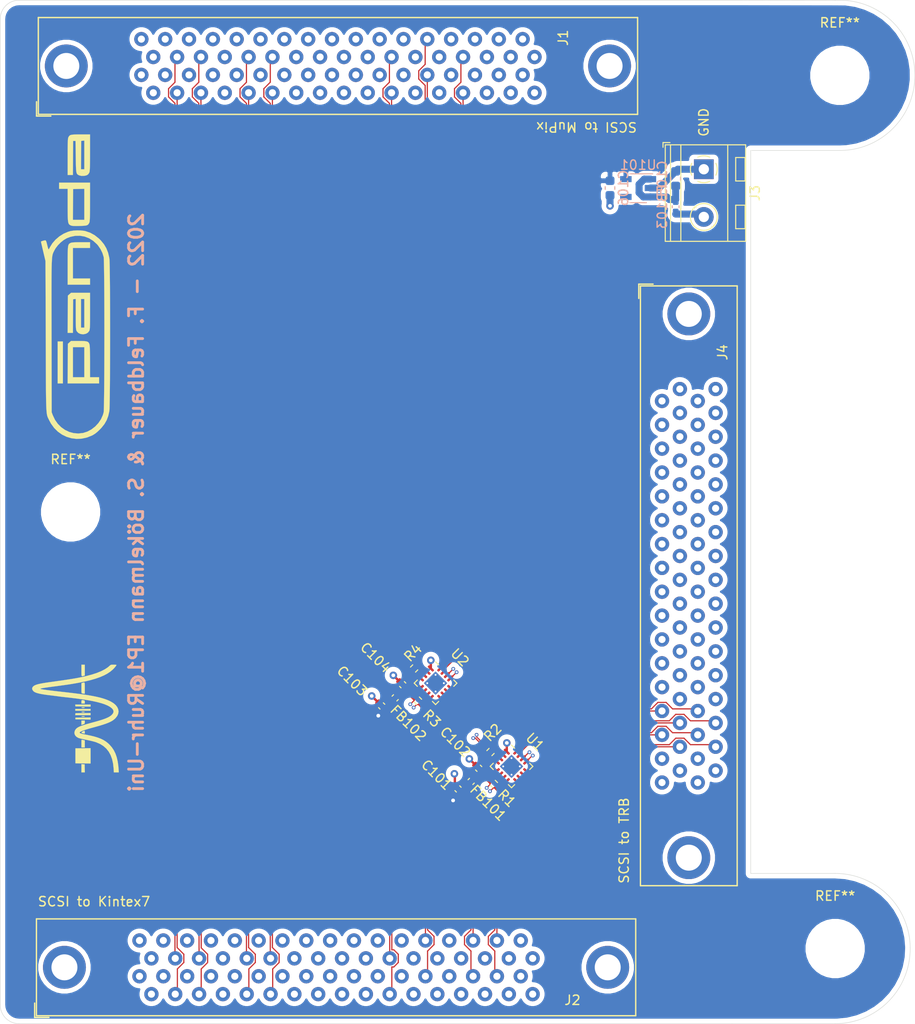
<source format=kicad_pcb>
(kicad_pcb (version 20171130) (host pcbnew "(5.1.7)-1")
  (layers (0 F.Cu signal) (1 In1.Cu power hide) (2 In2.Cu signal) (31 B.Cu power hide) (34 B.Paste user) (35 F.Paste user) (36 B.SilkS user) (37 F.SilkS user) (38 B.Mask user) (39 F.Mask user hide) (44 Edge.Cuts user))
  (net 0 "")
  (net 1 GND)
  (net 2 /DATAOUT1_SCSI_N)
  (net 3 /DATAOUT2_SCSI_N)
  (net 4 /DATAOUT3_SCSI_N)
  (net 5 /DATAOUT4_SCSI_N)
  (net 6 /SYNCRES_N)
  (net 7 /CLKREF_N)
  (net 8 /CTRL_RB_N)
  (net 9 /CTRL_DIN_N)
  (net 10 /CTRL_CLK1_N)
  (net 11 /CTRL_CLK2_N)
  (net 12 /CTRL_LD_N)
  (net 13 /SPI_DIN_N)
  (net 14 /TESTPULSE_1_N)
  (net 15 /SPI_CLK_N)
  (net 16 /SPI_LD_N)
  (net 17 /DATAOUT1_SCSI_P)
  (net 18 /DATAOUT2_SCSI_P)
  (net 19 /DATAOUT3_SCSI_P)
  (net 20 /DATAOUT4_SCSI_P)
  (net 21 /SYNCRES_P)
  (net 22 /CLKREF_P)
  (net 23 /CTRL_RB_P)
  (net 24 /CTRL_DIN_P)
  (net 25 /CTRL_CLK1_P)
  (net 26 /CTRL_CLK2_P)
  (net 27 /CTRL_LD_P)
  (net 28 /SPI_DIN_P)
  (net 29 /TESTPULSE_1_P)
  (net 30 /SPI_CLK_P)
  (net 31 /SPI_LD_P)
  (net 32 /DATAOUT1_K7_N)
  (net 33 /DATAOUT2_K7_N)
  (net 34 /DATAOUT3_K7_N)
  (net 35 /DATAOUT4_K7_N)
  (net 36 /DATAOUT1_K7_P)
  (net 37 /DATAOUT2_K7_P)
  (net 38 /DATAOUT3_K7_P)
  (net 39 /DATAOUT4_K7_P)
  (net 40 +2V5)
  (net 41 /DATAOUT1_TRB_N)
  (net 42 /DATAOUT2_TRB_N)
  (net 43 /DATAOUT3_TRB_N)
  (net 44 /DATAOUT4_TRB_N)
  (net 45 /DATAOUT1_TRB_P)
  (net 46 /DATAOUT2_TRB_P)
  (net 47 /DATAOUT3_TRB_P)
  (net 48 /DATAOUT4_TRB_P)
  (net 49 "Net-(C102-Pad1)")
  (net 50 "Net-(C104-Pad1)")
  (net 51 "Net-(C105-Pad2)")
  (net 52 "Net-(FB103-Pad2)")
  (module RUB-AG1-logos:PANDA-Logo (layer F.Cu) (at 122 77.5 90)
    (fp_text reference G*** hide)
    (fp_text value LOGO hide)
  )
  (module RUB-AG1-logos:PALUMA-Logo (layer F.Cu) (at 122 123.5 90)
    (fp_text reference G*** hide)
    (fp_text value LOGO hide)
  )
  (module MountingHole:MountingHole_5.3mm_M5_DIN965 (layer F.Cu) (at 121.5 101.5)
    (fp_text reference REF** (at 0 -5.6) (layer F.SilkS))
    (fp_text value MountingHole_5.3mm_M5_DIN965)
    (pad 1 np_thru_hole circle (at 0 0) (size 5.3 5.3) (drill 5.3) (layers *.Cu *.Mask))
  )
  (module MountingHole:MountingHole_5.3mm_M5_DIN965 (layer F.Cu) (at 203.5 55)
    (fp_text reference REF** (at 0 -5.6) (layer F.SilkS))
    (fp_text value MountingHole_5.3mm_M5_DIN965)
    (pad 1 np_thru_hole circle (at 0 0) (size 5.3 5.3) (drill 5.3) (layers *.Cu *.Mask))
  )
  (module MountingHole:MountingHole_5.3mm_M5_DIN965 (layer F.Cu) (at 203 148)
    (fp_text reference REF** (at 0 -5.6) (layer F.SilkS))
    (fp_text value MountingHole_5.3mm_M5_DIN965)
    (pad 1 np_thru_hole circle (at 0 0) (size 5.3 5.3) (drill 5.3) (layers *.Cu *.Mask))
  )
  (module "RUB-AG1:TE 5749069-7" (layer F.Cu) (at 149.8 150 180)
    (fp_text reference J2 (at -25.2 -3.5) (layer F.SilkS))
    (fp_text value Kintex7)
    (pad SH thru_hole circle (at -28.956 0 180) (size 4.572 4.572) (drill 2.7686) (layers *.Cu *.Mask) (net 1 GND))
    (pad SH thru_hole circle (at 28.956 0 180) (size 4.572 4.572) (drill 2.7686) (layers *.Cu *.Mask) (net 1 GND))
    (pad 68 thru_hole circle (at -20.955 0.9525 180) (size 1.524 1.524) (drill 0.762) (layers *.Cu *.Mask))
    (pad 67 thru_hole circle (at -19.685 2.8575 180) (size 1.524 1.524) (drill 0.762) (layers *.Cu *.Mask))
    (pad 66 thru_hole circle (at -18.415 0.9525 180) (size 1.524 1.524) (drill 0.762) (layers *.Cu *.Mask))
    (pad 65 thru_hole circle (at -17.145 2.8575 180) (size 1.524 1.524) (drill 0.762) (layers *.Cu *.Mask) (net 32 /DATAOUT1_K7_N))
    (pad 64 thru_hole circle (at -15.875 0.9525 180) (size 1.524 1.524) (drill 0.762) (layers *.Cu *.Mask) (net 33 /DATAOUT2_K7_N))
    (pad 63 thru_hole circle (at -14.605 2.8575 180) (size 1.524 1.524) (drill 0.762) (layers *.Cu *.Mask) (net 34 /DATAOUT3_K7_N))
    (pad 62 thru_hole circle (at -13.335 0.9525 180) (size 1.524 1.524) (drill 0.762) (layers *.Cu *.Mask) (net 35 /DATAOUT4_K7_N))
    (pad 61 thru_hole circle (at -12.065 2.8575 180) (size 1.524 1.524) (drill 0.762) (layers *.Cu *.Mask))
    (pad 60 thru_hole circle (at -10.795 0.9525 180) (size 1.524 1.524) (drill 0.762) (layers *.Cu *.Mask))
    (pad 59 thru_hole circle (at -9.525 2.8575 180) (size 1.524 1.524) (drill 0.762) (layers *.Cu *.Mask) (net 6 /SYNCRES_N))
    (pad 58 thru_hole circle (at -8.255 0.9525 180) (size 1.524 1.524) (drill 0.762) (layers *.Cu *.Mask))
    (pad 57 thru_hole circle (at -6.985 2.8575 180) (size 1.524 1.524) (drill 0.762) (layers *.Cu *.Mask))
    (pad 56 thru_hole circle (at -5.715 0.9525 180) (size 1.524 1.524) (drill 0.762) (layers *.Cu *.Mask) (net 7 /CLKREF_N))
    (pad 55 thru_hole circle (at -4.445 2.8575 180) (size 1.524 1.524) (drill 0.762) (layers *.Cu *.Mask))
    (pad 54 thru_hole circle (at -3.175 0.9525 180) (size 1.524 1.524) (drill 0.762) (layers *.Cu *.Mask))
    (pad 53 thru_hole circle (at -1.905 2.8575 180) (size 1.524 1.524) (drill 0.762) (layers *.Cu *.Mask))
    (pad 52 thru_hole circle (at -0.635 0.9525 180) (size 1.524 1.524) (drill 0.762) (layers *.Cu *.Mask))
    (pad 51 thru_hole circle (at 0.635 2.8575 180) (size 1.524 1.524) (drill 0.762) (layers *.Cu *.Mask))
    (pad 50 thru_hole circle (at 1.905 0.9525 180) (size 1.524 1.524) (drill 0.762) (layers *.Cu *.Mask))
    (pad 49 thru_hole circle (at 3.175 2.8575 180) (size 1.524 1.524) (drill 0.762) (layers *.Cu *.Mask))
    (pad 48 thru_hole circle (at 4.445 0.9525 180) (size 1.524 1.524) (drill 0.762) (layers *.Cu *.Mask))
    (pad 47 thru_hole circle (at 5.715 2.8575 180) (size 1.524 1.524) (drill 0.762) (layers *.Cu *.Mask) (net 8 /CTRL_RB_N))
    (pad 46 thru_hole circle (at 6.985 0.9525 180) (size 1.524 1.524) (drill 0.762) (layers *.Cu *.Mask) (net 9 /CTRL_DIN_N))
    (pad 45 thru_hole circle (at 8.255 2.8575 180) (size 1.524 1.524) (drill 0.762) (layers *.Cu *.Mask) (net 10 /CTRL_CLK1_N))
    (pad 44 thru_hole circle (at 9.525 0.9525 180) (size 1.524 1.524) (drill 0.762) (layers *.Cu *.Mask) (net 11 /CTRL_CLK2_N))
    (pad 43 thru_hole circle (at 10.795 2.8575 180) (size 1.524 1.524) (drill 0.762) (layers *.Cu *.Mask) (net 12 /CTRL_LD_N))
    (pad 42 thru_hole circle (at 12.065 0.9525 180) (size 1.524 1.524) (drill 0.762) (layers *.Cu *.Mask))
    (pad 41 thru_hole circle (at 13.335 2.8575 180) (size 1.524 1.524) (drill 0.762) (layers *.Cu *.Mask))
    (pad 40 thru_hole circle (at 14.605 0.9525 180) (size 1.524 1.524) (drill 0.762) (layers *.Cu *.Mask) (net 13 /SPI_DIN_N))
    (pad 39 thru_hole circle (at 15.875 2.8575 180) (size 1.524 1.524) (drill 0.762) (layers *.Cu *.Mask) (net 14 /TESTPULSE_1_N))
    (pad 38 thru_hole circle (at 17.145 0.9525 180) (size 1.524 1.524) (drill 0.762) (layers *.Cu *.Mask) (net 15 /SPI_CLK_N))
    (pad 37 thru_hole circle (at 18.415 2.8575 180) (size 1.524 1.524) (drill 0.762) (layers *.Cu *.Mask) (net 16 /SPI_LD_N))
    (pad 36 thru_hole circle (at 19.685 0.9525 180) (size 1.524 1.524) (drill 0.762) (layers *.Cu *.Mask))
    (pad 35 thru_hole circle (at 20.955 2.8575 180) (size 1.524 1.524) (drill 0.762) (layers *.Cu *.Mask))
    (pad 34 thru_hole circle (at -20.955 -2.8575 180) (size 1.524 1.524) (drill 0.762) (layers *.Cu *.Mask))
    (pad 33 thru_hole circle (at -19.685 -0.9525 180) (size 1.524 1.524) (drill 0.762) (layers *.Cu *.Mask))
    (pad 32 thru_hole circle (at -18.415 -2.8575 180) (size 1.524 1.524) (drill 0.762) (layers *.Cu *.Mask))
    (pad 31 thru_hole circle (at -17.145 -0.9525 180) (size 1.524 1.524) (drill 0.762) (layers *.Cu *.Mask) (net 36 /DATAOUT1_K7_P))
    (pad 30 thru_hole circle (at -15.875 -2.8575 180) (size 1.524 1.524) (drill 0.762) (layers *.Cu *.Mask) (net 37 /DATAOUT2_K7_P))
    (pad 29 thru_hole circle (at -14.605 -0.9525 180) (size 1.524 1.524) (drill 0.762) (layers *.Cu *.Mask) (net 38 /DATAOUT3_K7_P))
    (pad 28 thru_hole circle (at -13.335 -2.8575 180) (size 1.524 1.524) (drill 0.762) (layers *.Cu *.Mask) (net 39 /DATAOUT4_K7_P))
    (pad 27 thru_hole circle (at -12.065 -0.9525 180) (size 1.524 1.524) (drill 0.762) (layers *.Cu *.Mask))
    (pad 26 thru_hole circle (at -10.795 -2.8575 180) (size 1.524 1.524) (drill 0.762) (layers *.Cu *.Mask))
    (pad 25 thru_hole circle (at -9.525 -0.9525 180) (size 1.524 1.524) (drill 0.762) (layers *.Cu *.Mask) (net 21 /SYNCRES_P))
    (pad 24 thru_hole circle (at -8.255 -2.8575 180) (size 1.524 1.524) (drill 0.762) (layers *.Cu *.Mask))
    (pad 23 thru_hole circle (at -6.985 -0.9525 180) (size 1.524 1.524) (drill 0.762) (layers *.Cu *.Mask))
    (pad 22 thru_hole circle (at -5.715 -2.8575 180) (size 1.524 1.524) (drill 0.762) (layers *.Cu *.Mask) (net 22 /CLKREF_P))
    (pad 21 thru_hole circle (at -4.445 -0.9525 180) (size 1.524 1.524) (drill 0.762) (layers *.Cu *.Mask))
    (pad 20 thru_hole circle (at -3.175 -2.8575 180) (size 1.524 1.524) (drill 0.762) (layers *.Cu *.Mask))
    (pad 19 thru_hole circle (at -1.905 -0.9525 180) (size 1.524 1.524) (drill 0.762) (layers *.Cu *.Mask))
    (pad 18 thru_hole circle (at -0.635 -2.8575 180) (size 1.524 1.524) (drill 0.762) (layers *.Cu *.Mask))
    (pad 17 thru_hole circle (at 0.635 -0.9525 180) (size 1.524 1.524) (drill 0.762) (layers *.Cu *.Mask))
    (pad 16 thru_hole circle (at 1.905 -2.8575 180) (size 1.524 1.524) (drill 0.762) (layers *.Cu *.Mask))
    (pad 15 thru_hole circle (at 3.175 -0.9525 180) (size 1.524 1.524) (drill 0.762) (layers *.Cu *.Mask))
    (pad 14 thru_hole circle (at 4.445 -2.8575 180) (size 1.524 1.524) (drill 0.762) (layers *.Cu *.Mask))
    (pad 13 thru_hole circle (at 5.715 -0.9525 180) (size 1.524 1.524) (drill 0.762) (layers *.Cu *.Mask) (net 23 /CTRL_RB_P))
    (pad 12 thru_hole circle (at 6.985 -2.8575 180) (size 1.524 1.524) (drill 0.762) (layers *.Cu *.Mask) (net 24 /CTRL_DIN_P))
    (pad 11 thru_hole circle (at 8.255 -0.9525 180) (size 1.524 1.524) (drill 0.762) (layers *.Cu *.Mask) (net 25 /CTRL_CLK1_P))
    (pad 10 thru_hole circle (at 9.525 -2.8575 180) (size 1.524 1.524) (drill 0.762) (layers *.Cu *.Mask) (net 26 /CTRL_CLK2_P))
    (pad 9 thru_hole circle (at 10.795 -0.9525 180) (size 1.524 1.524) (drill 0.762) (layers *.Cu *.Mask) (net 27 /CTRL_LD_P))
    (pad 8 thru_hole circle (at 12.065 -2.8575 180) (size 1.524 1.524) (drill 0.762) (layers *.Cu *.Mask))
    (pad 7 thru_hole circle (at 13.335 -0.9525 180) (size 1.524 1.524) (drill 0.762) (layers *.Cu *.Mask))
    (pad 6 thru_hole circle (at 14.605 -2.8575 180) (size 1.524 1.524) (drill 0.762) (layers *.Cu *.Mask) (net 28 /SPI_DIN_P))
    (pad 5 thru_hole circle (at 15.875 -0.9525 180) (size 1.524 1.524) (drill 0.762) (layers *.Cu *.Mask) (net 29 /TESTPULSE_1_P))
    (pad 4 thru_hole circle (at 17.145 -2.8575 180) (size 1.524 1.524) (drill 0.762) (layers *.Cu *.Mask) (net 30 /SPI_CLK_P))
    (pad 3 thru_hole circle (at 18.415 -0.9525 180) (size 1.524 1.524) (drill 0.762) (layers *.Cu *.Mask) (net 31 /SPI_LD_P))
    (pad 1 thru_hole circle (at 20.955 -0.9525 180) (size 1.524 1.524) (drill 0.762) (layers *.Cu *.Mask))
    (pad 2 thru_hole circle (at 19.685 -2.8575 180) (size 1.524 1.524) (drill 0.762) (layers *.Cu *.Mask))
  )
  (module "RUB-AG1:TE 5749069-7" (layer F.Cu) (at 150 54 180)
    (fp_text reference J1 (at -24 3 270) (layer F.SilkS))
    (fp_text value SensorBoard)
    (pad SH thru_hole circle (at -28.956 0 180) (size 4.572 4.572) (drill 2.7686) (layers *.Cu *.Mask) (net 1 GND))
    (pad SH thru_hole circle (at 28.956 0 180) (size 4.572 4.572) (drill 2.7686) (layers *.Cu *.Mask) (net 1 GND))
    (pad 68 thru_hole circle (at -20.955 0.9525 180) (size 1.524 1.524) (drill 0.762) (layers *.Cu *.Mask))
    (pad 67 thru_hole circle (at -19.685 2.8575 180) (size 1.524 1.524) (drill 0.762) (layers *.Cu *.Mask))
    (pad 66 thru_hole circle (at -18.415 0.9525 180) (size 1.524 1.524) (drill 0.762) (layers *.Cu *.Mask))
    (pad 65 thru_hole circle (at -17.145 2.8575 180) (size 1.524 1.524) (drill 0.762) (layers *.Cu *.Mask) (net 2 /DATAOUT1_SCSI_N))
    (pad 64 thru_hole circle (at -15.875 0.9525 180) (size 1.524 1.524) (drill 0.762) (layers *.Cu *.Mask) (net 3 /DATAOUT2_SCSI_N))
    (pad 63 thru_hole circle (at -14.605 2.8575 180) (size 1.524 1.524) (drill 0.762) (layers *.Cu *.Mask) (net 4 /DATAOUT3_SCSI_N))
    (pad 62 thru_hole circle (at -13.335 0.9525 180) (size 1.524 1.524) (drill 0.762) (layers *.Cu *.Mask) (net 5 /DATAOUT4_SCSI_N))
    (pad 61 thru_hole circle (at -12.065 2.8575 180) (size 1.524 1.524) (drill 0.762) (layers *.Cu *.Mask))
    (pad 60 thru_hole circle (at -10.795 0.9525 180) (size 1.524 1.524) (drill 0.762) (layers *.Cu *.Mask))
    (pad 59 thru_hole circle (at -9.525 2.8575 180) (size 1.524 1.524) (drill 0.762) (layers *.Cu *.Mask) (net 6 /SYNCRES_N))
    (pad 58 thru_hole circle (at -8.255 0.9525 180) (size 1.524 1.524) (drill 0.762) (layers *.Cu *.Mask))
    (pad 57 thru_hole circle (at -6.985 2.8575 180) (size 1.524 1.524) (drill 0.762) (layers *.Cu *.Mask))
    (pad 56 thru_hole circle (at -5.715 0.9525 180) (size 1.524 1.524) (drill 0.762) (layers *.Cu *.Mask) (net 7 /CLKREF_N))
    (pad 55 thru_hole circle (at -4.445 2.8575 180) (size 1.524 1.524) (drill 0.762) (layers *.Cu *.Mask))
    (pad 54 thru_hole circle (at -3.175 0.9525 180) (size 1.524 1.524) (drill 0.762) (layers *.Cu *.Mask))
    (pad 53 thru_hole circle (at -1.905 2.8575 180) (size 1.524 1.524) (drill 0.762) (layers *.Cu *.Mask))
    (pad 52 thru_hole circle (at -0.635 0.9525 180) (size 1.524 1.524) (drill 0.762) (layers *.Cu *.Mask))
    (pad 51 thru_hole circle (at 0.635 2.8575 180) (size 1.524 1.524) (drill 0.762) (layers *.Cu *.Mask))
    (pad 50 thru_hole circle (at 1.905 0.9525 180) (size 1.524 1.524) (drill 0.762) (layers *.Cu *.Mask))
    (pad 49 thru_hole circle (at 3.175 2.8575 180) (size 1.524 1.524) (drill 0.762) (layers *.Cu *.Mask))
    (pad 48 thru_hole circle (at 4.445 0.9525 180) (size 1.524 1.524) (drill 0.762) (layers *.Cu *.Mask))
    (pad 47 thru_hole circle (at 5.715 2.8575 180) (size 1.524 1.524) (drill 0.762) (layers *.Cu *.Mask) (net 8 /CTRL_RB_N))
    (pad 46 thru_hole circle (at 6.985 0.9525 180) (size 1.524 1.524) (drill 0.762) (layers *.Cu *.Mask) (net 9 /CTRL_DIN_N))
    (pad 45 thru_hole circle (at 8.255 2.8575 180) (size 1.524 1.524) (drill 0.762) (layers *.Cu *.Mask) (net 10 /CTRL_CLK1_N))
    (pad 44 thru_hole circle (at 9.525 0.9525 180) (size 1.524 1.524) (drill 0.762) (layers *.Cu *.Mask) (net 11 /CTRL_CLK2_N))
    (pad 43 thru_hole circle (at 10.795 2.8575 180) (size 1.524 1.524) (drill 0.762) (layers *.Cu *.Mask) (net 12 /CTRL_LD_N))
    (pad 42 thru_hole circle (at 12.065 0.9525 180) (size 1.524 1.524) (drill 0.762) (layers *.Cu *.Mask))
    (pad 41 thru_hole circle (at 13.335 2.8575 180) (size 1.524 1.524) (drill 0.762) (layers *.Cu *.Mask))
    (pad 40 thru_hole circle (at 14.605 0.9525 180) (size 1.524 1.524) (drill 0.762) (layers *.Cu *.Mask) (net 13 /SPI_DIN_N))
    (pad 39 thru_hole circle (at 15.875 2.8575 180) (size 1.524 1.524) (drill 0.762) (layers *.Cu *.Mask) (net 14 /TESTPULSE_1_N))
    (pad 38 thru_hole circle (at 17.145 0.9525 180) (size 1.524 1.524) (drill 0.762) (layers *.Cu *.Mask) (net 15 /SPI_CLK_N))
    (pad 37 thru_hole circle (at 18.415 2.8575 180) (size 1.524 1.524) (drill 0.762) (layers *.Cu *.Mask) (net 16 /SPI_LD_N))
    (pad 36 thru_hole circle (at 19.685 0.9525 180) (size 1.524 1.524) (drill 0.762) (layers *.Cu *.Mask))
    (pad 35 thru_hole circle (at 20.955 2.8575 180) (size 1.524 1.524) (drill 0.762) (layers *.Cu *.Mask))
    (pad 34 thru_hole circle (at -20.955 -2.8575 180) (size 1.524 1.524) (drill 0.762) (layers *.Cu *.Mask))
    (pad 33 thru_hole circle (at -19.685 -0.9525 180) (size 1.524 1.524) (drill 0.762) (layers *.Cu *.Mask))
    (pad 32 thru_hole circle (at -18.415 -2.8575 180) (size 1.524 1.524) (drill 0.762) (layers *.Cu *.Mask))
    (pad 31 thru_hole circle (at -17.145 -0.9525 180) (size 1.524 1.524) (drill 0.762) (layers *.Cu *.Mask) (net 17 /DATAOUT1_SCSI_P))
    (pad 30 thru_hole circle (at -15.875 -2.8575 180) (size 1.524 1.524) (drill 0.762) (layers *.Cu *.Mask) (net 18 /DATAOUT2_SCSI_P))
    (pad 29 thru_hole circle (at -14.605 -0.9525 180) (size 1.524 1.524) (drill 0.762) (layers *.Cu *.Mask) (net 19 /DATAOUT3_SCSI_P))
    (pad 28 thru_hole circle (at -13.335 -2.8575 180) (size 1.524 1.524) (drill 0.762) (layers *.Cu *.Mask) (net 20 /DATAOUT4_SCSI_P))
    (pad 27 thru_hole circle (at -12.065 -0.9525 180) (size 1.524 1.524) (drill 0.762) (layers *.Cu *.Mask))
    (pad 26 thru_hole circle (at -10.795 -2.8575 180) (size 1.524 1.524) (drill 0.762) (layers *.Cu *.Mask))
    (pad 25 thru_hole circle (at -9.525 -0.9525 180) (size 1.524 1.524) (drill 0.762) (layers *.Cu *.Mask) (net 21 /SYNCRES_P))
    (pad 24 thru_hole circle (at -8.255 -2.8575 180) (size 1.524 1.524) (drill 0.762) (layers *.Cu *.Mask))
    (pad 23 thru_hole circle (at -6.985 -0.9525 180) (size 1.524 1.524) (drill 0.762) (layers *.Cu *.Mask))
    (pad 22 thru_hole circle (at -5.715 -2.8575 180) (size 1.524 1.524) (drill 0.762) (layers *.Cu *.Mask) (net 22 /CLKREF_P))
    (pad 21 thru_hole circle (at -4.445 -0.9525 180) (size 1.524 1.524) (drill 0.762) (layers *.Cu *.Mask))
    (pad 20 thru_hole circle (at -3.175 -2.8575 180) (size 1.524 1.524) (drill 0.762) (layers *.Cu *.Mask))
    (pad 19 thru_hole circle (at -1.905 -0.9525 180) (size 1.524 1.524) (drill 0.762) (layers *.Cu *.Mask))
    (pad 18 thru_hole circle (at -0.635 -2.8575 180) (size 1.524 1.524) (drill 0.762) (layers *.Cu *.Mask))
    (pad 17 thru_hole circle (at 0.635 -0.9525 180) (size 1.524 1.524) (drill 0.762) (layers *.Cu *.Mask))
    (pad 16 thru_hole circle (at 1.905 -2.8575 180) (size 1.524 1.524) (drill 0.762) (layers *.Cu *.Mask))
    (pad 15 thru_hole circle (at 3.175 -0.9525 180) (size 1.524 1.524) (drill 0.762) (layers *.Cu *.Mask))
    (pad 14 thru_hole circle (at 4.445 -2.8575 180) (size 1.524 1.524) (drill 0.762) (layers *.Cu *.Mask))
    (pad 13 thru_hole circle (at 5.715 -0.9525 180) (size 1.524 1.524) (drill 0.762) (layers *.Cu *.Mask) (net 23 /CTRL_RB_P))
    (pad 12 thru_hole circle (at 6.985 -2.8575 180) (size 1.524 1.524) (drill 0.762) (layers *.Cu *.Mask) (net 24 /CTRL_DIN_P))
    (pad 11 thru_hole circle (at 8.255 -0.9525 180) (size 1.524 1.524) (drill 0.762) (layers *.Cu *.Mask) (net 25 /CTRL_CLK1_P))
    (pad 10 thru_hole circle (at 9.525 -2.8575 180) (size 1.524 1.524) (drill 0.762) (layers *.Cu *.Mask) (net 26 /CTRL_CLK2_P))
    (pad 9 thru_hole circle (at 10.795 -0.9525 180) (size 1.524 1.524) (drill 0.762) (layers *.Cu *.Mask) (net 27 /CTRL_LD_P))
    (pad 8 thru_hole circle (at 12.065 -2.8575 180) (size 1.524 1.524) (drill 0.762) (layers *.Cu *.Mask))
    (pad 7 thru_hole circle (at 13.335 -0.9525 180) (size 1.524 1.524) (drill 0.762) (layers *.Cu *.Mask))
    (pad 6 thru_hole circle (at 14.605 -2.8575 180) (size 1.524 1.524) (drill 0.762) (layers *.Cu *.Mask) (net 28 /SPI_DIN_P))
    (pad 5 thru_hole circle (at 15.875 -0.9525 180) (size 1.524 1.524) (drill 0.762) (layers *.Cu *.Mask) (net 29 /TESTPULSE_1_P))
    (pad 4 thru_hole circle (at 17.145 -2.8575 180) (size 1.524 1.524) (drill 0.762) (layers *.Cu *.Mask) (net 30 /SPI_CLK_P))
    (pad 3 thru_hole circle (at 18.415 -0.9525 180) (size 1.524 1.524) (drill 0.762) (layers *.Cu *.Mask) (net 31 /SPI_LD_P))
    (pad 1 thru_hole circle (at 20.955 -0.9525 180) (size 1.524 1.524) (drill 0.762) (layers *.Cu *.Mask))
    (pad 2 thru_hole circle (at 19.685 -2.8575 180) (size 1.524 1.524) (drill 0.762) (layers *.Cu *.Mask))
  )
  (module Package_DFN_QFN:QFN-16-1EP_3x3mm_P0.5mm_EP1.75x1.75mm_ThermalVias (layer F.Cu) (at 168.5 128.6 315)
    (fp_text reference U1 (at -0.070711 -3.606245 135) (layer F.SilkS))
    (fp_text value CDCLVD2102)
    (pad 17 smd rect (at 0 0 315) (size 1.75 1.75) (layers B.Cu))
    (pad 17 thru_hole circle (at 0.625 0.625 315) (size 0.5 0.5) (drill 0.2) (layers *.Cu))
    (pad 17 thru_hole circle (at -0.625 0.625 315) (size 0.5 0.5) (drill 0.2) (layers *.Cu))
    (pad 17 thru_hole circle (at 0.625 -0.625 315) (size 0.5 0.5) (drill 0.2) (layers *.Cu))
    (pad 17 thru_hole circle (at -0.625 -0.625 315) (size 0.5 0.5) (drill 0.2) (layers *.Cu))
    (pad 17 smd rect (at 0 0 315) (size 1.75 1.75) (layers F.Cu F.Mask))
    (pad 16 smd roundrect (at -0.75 -1.4625 315) (size 0.25 0.775) (layers F.Cu F.Paste F.Mask) (net 42 /DATAOUT2_TRB_N))
    (pad 15 smd roundrect (at -0.25 -1.4625 315) (size 0.25 0.775) (layers F.Cu F.Paste F.Mask) (net 46 /DATAOUT2_TRB_P))
    (pad 14 smd roundrect (at 0.25 -1.4625 315) (size 0.25 0.775) (layers F.Cu F.Paste F.Mask) (net 33 /DATAOUT2_K7_N))
    (pad 13 smd roundrect (at 0.75 -1.4625 315) (size 0.25 0.775) (layers F.Cu F.Paste F.Mask) (net 37 /DATAOUT2_K7_P))
    (pad 12 smd roundrect (at 1.4625 -0.75 315) (size 0.775 0.25) (layers F.Cu F.Paste F.Mask) (net 41 /DATAOUT1_TRB_N))
    (pad 11 smd roundrect (at 1.4625 -0.25 315) (size 0.775 0.25) (layers F.Cu F.Paste F.Mask) (net 45 /DATAOUT1_TRB_P))
    (pad 10 smd roundrect (at 1.4625 0.25 315) (size 0.775 0.25) (layers F.Cu F.Paste F.Mask) (net 32 /DATAOUT1_K7_N))
    (pad 9 smd roundrect (at 1.4625 0.75 315) (size 0.775 0.25) (layers F.Cu F.Paste F.Mask) (net 36 /DATAOUT1_K7_P))
    (pad 8 smd roundrect (at 0.75 1.4625 315) (size 0.25 0.775) (layers F.Cu F.Paste F.Mask))
    (pad 7 smd roundrect (at 0.25 1.4625 315) (size 0.25 0.775) (layers F.Cu F.Paste F.Mask) (net 2 /DATAOUT1_SCSI_N))
    (pad 6 smd roundrect (at -0.25 1.4625 315) (size 0.25 0.775) (layers F.Cu F.Paste F.Mask) (net 17 /DATAOUT1_SCSI_P))
    (pad 5 smd roundrect (at -0.75 1.4625 315) (size 0.25 0.775) (layers F.Cu F.Paste F.Mask) (net 49 "Net-(C102-Pad1)"))
    (pad 4 smd roundrect (at -1.4625 0.75 315) (size 0.775 0.25) (layers F.Cu F.Paste F.Mask) (net 3 /DATAOUT2_SCSI_N))
    (pad 3 smd roundrect (at -1.4625 0.25 315) (size 0.775 0.25) (layers F.Cu F.Paste F.Mask) (net 18 /DATAOUT2_SCSI_P))
    (pad 2 smd roundrect (at -1.4625 -0.25 315) (size 0.775 0.25) (layers F.Cu F.Paste F.Mask))
    (pad 1 smd roundrect (at -1.4625 -0.75 315) (size 0.775 0.25) (layers F.Cu F.Paste F.Mask) (net 1 GND))
  )
  (module Capacitor_SMD:C_0402_1005Metric (layer F.Cu) (at 156.1 121.3 225)
    (fp_text reference FB102 (at 0.919239 -2.899138 135) (layer F.SilkS))
    (fp_text value Ferrite_Bead_Small)
    (pad 2 smd roundrect (at 0.48 0 225) (size 0.56 0.62) (layers F.Cu F.Paste F.Mask) (net 40 +2V5))
    (pad 1 smd roundrect (at -0.48 0 225) (size 0.56 0.62) (layers F.Cu F.Paste F.Mask) (net 50 "Net-(C104-Pad1)"))
  )
  (module Capacitor_SMD:C_0402_1005Metric (layer B.Cu) (at 186 69 270)
    (fp_text reference FB103 (at 0 1.43 90) (layer B.SilkS) (effects (justify mirror)))
    (fp_text value Ferrite_Bead_Small)
    (pad 2 smd roundrect (at 0.48 0 270) (size 0.56 0.62) (layers B.Cu B.Paste B.Mask) (net 52 "Net-(FB103-Pad2)"))
    (pad 1 smd roundrect (at -0.48 0 270) (size 0.56 0.62) (layers B.Cu B.Paste B.Mask) (net 51 "Net-(C105-Pad2)"))
  )
  (module Capacitor_SMD:C_0402_1005Metric (layer F.Cu) (at 164.2 130.2 225)
    (fp_text reference FB101 (at 0.353553 -2.899138 135) (layer F.SilkS))
    (fp_text value Ferrite_Bead_Small)
    (pad 2 smd roundrect (at 0.48 0 225) (size 0.56 0.62) (layers F.Cu F.Paste F.Mask) (net 40 +2V5))
    (pad 1 smd roundrect (at -0.48 0 225) (size 0.56 0.62) (layers F.Cu F.Paste F.Mask) (net 49 "Net-(C102-Pad1)"))
  )
  (module Package_TO_SOT_SMD:TSOT-23-5 (layer B.Cu) (at 182 67 180)
    (fp_text reference U101 (at 0 2.45) (layer B.SilkS) (effects (justify mirror)))
    (fp_text value NCV8114ASN250T1G)
    (pad 5 smd rect (at 1.31 0.95 180) (size 1.22 0.65) (layers B.Cu B.Paste B.Mask) (net 40 +2V5))
    (pad 4 smd rect (at 1.31 -0.95 180) (size 1.22 0.65) (layers B.Cu B.Paste B.Mask))
    (pad 3 smd rect (at -1.31 -0.95 180) (size 1.22 0.65) (layers B.Cu B.Paste B.Mask) (net 51 "Net-(C105-Pad2)"))
    (pad 2 smd rect (at -1.31 0 180) (size 1.22 0.65) (layers B.Cu B.Paste B.Mask) (net 1 GND))
    (pad 1 smd rect (at -1.31 0.95 180) (size 1.22 0.65) (layers B.Cu B.Paste B.Mask) (net 51 "Net-(C105-Pad2)"))
  )
  (module Capacitor_SMD:C_0603_1608Metric (layer B.Cu) (at 179 67 90)
    (fp_text reference C106 (at 0 1.43 90) (layer B.SilkS) (effects (justify mirror)))
    (fp_text value 1uF)
    (pad 2 smd roundrect (at 0.775 0 90) (size 0.9 0.95) (layers B.Cu B.Paste B.Mask) (net 40 +2V5))
    (pad 1 smd roundrect (at -0.775 0 90) (size 0.9 0.95) (layers B.Cu B.Paste B.Mask) (net 1 GND))
  )
  (module Capacitor_SMD:C_0603_1608Metric (layer B.Cu) (at 186 66 270)
    (fp_text reference C105 (at 0 1.43 90) (layer B.SilkS) (effects (justify mirror)))
    (fp_text value 1uF)
    (pad 2 smd roundrect (at 0.775 0 270) (size 0.9 0.95) (layers B.Cu B.Paste B.Mask) (net 51 "Net-(C105-Pad2)"))
    (pad 1 smd roundrect (at -0.775 0 270) (size 0.9 0.95) (layers B.Cu B.Paste B.Mask) (net 1 GND))
  )
  (module Capacitor_SMD:C_0402_1005Metric (layer F.Cu) (at 156.9 119.9 135)
    (fp_text reference C104 (at 4.101219 0 135) (layer F.SilkS))
    (fp_text value 100pF)
    (pad 2 smd roundrect (at 0.48 0 135) (size 0.56 0.62) (layers F.Cu F.Paste F.Mask) (net 1 GND))
    (pad 1 smd roundrect (at -0.48 0 135) (size 0.56 0.62) (layers F.Cu F.Paste F.Mask) (net 50 "Net-(C104-Pad1)"))
  )
  (module Capacitor_SMD:C_0402_1005Metric (layer F.Cu) (at 154.660589 122.160589 135)
    (fp_text reference C103 (at 4.116194 -0.353553 135) (layer F.SilkS))
    (fp_text value 10uF)
    (pad 2 smd roundrect (at 0.48 0 135) (size 0.56 0.62) (layers F.Cu F.Paste F.Mask) (net 1 GND))
    (pad 1 smd roundrect (at -0.48 0 135) (size 0.56 0.62) (layers F.Cu F.Paste F.Mask) (net 40 +2V5))
  )
  (module Capacitor_SMD:C_0402_1005Metric (layer F.Cu) (at 165 128.8 135)
    (fp_text reference C102 (at 3.747666 0.212132 135) (layer F.SilkS))
    (fp_text value 100pF)
    (pad 2 smd roundrect (at 0.48 0 135) (size 0.56 0.62) (layers F.Cu F.Paste F.Mask) (net 1 GND))
    (pad 1 smd roundrect (at -0.48 0 135) (size 0.56 0.62) (layers F.Cu F.Paste F.Mask) (net 49 "Net-(C102-Pad1)"))
  )
  (module Capacitor_SMD:C_0402_1005Metric (layer F.Cu) (at 162.8 131 135)
    (fp_text reference C101 (at 2.687006 -0.565685 135) (layer F.SilkS))
    (fp_text value 10uF)
    (pad 2 smd roundrect (at 0.48 0 135) (size 0.56 0.62) (layers F.Cu F.Paste F.Mask) (net 1 GND))
    (pad 1 smd roundrect (at -0.48 0 135) (size 0.56 0.62) (layers F.Cu F.Paste F.Mask) (net 40 +2V5))
  )
  (module Package_DFN_QFN:QFN-16-1EP_3x3mm_P0.5mm_EP1.75x1.75mm_ThermalVias (layer F.Cu) (at 160.403814 119.735526 315)
    (fp_text reference U2 (at -0.098528 -3.77009 135) (layer F.SilkS))
    (fp_text value CDCLVD2102)
    (pad 17 smd rect (at 0 0 315) (size 1.75 1.75) (layers B.Cu))
    (pad 17 thru_hole circle (at 0.625 0.625 315) (size 0.5 0.5) (drill 0.2) (layers *.Cu))
    (pad 17 thru_hole circle (at -0.625 0.625 315) (size 0.5 0.5) (drill 0.2) (layers *.Cu))
    (pad 17 thru_hole circle (at 0.625 -0.625 315) (size 0.5 0.5) (drill 0.2) (layers *.Cu))
    (pad 17 thru_hole circle (at -0.625 -0.625 315) (size 0.5 0.5) (drill 0.2) (layers *.Cu))
    (pad 17 smd rect (at 0 0 315) (size 1.75 1.75) (layers F.Cu F.Mask))
    (pad 16 smd roundrect (at -0.75 -1.4625 315) (size 0.25 0.775) (layers F.Cu F.Paste F.Mask) (net 44 /DATAOUT4_TRB_N))
    (pad 15 smd roundrect (at -0.25 -1.4625 315) (size 0.25 0.775) (layers F.Cu F.Paste F.Mask) (net 48 /DATAOUT4_TRB_P))
    (pad 14 smd roundrect (at 0.25 -1.4625 315) (size 0.25 0.775) (layers F.Cu F.Paste F.Mask) (net 35 /DATAOUT4_K7_N))
    (pad 13 smd roundrect (at 0.75 -1.4625 315) (size 0.25 0.775) (layers F.Cu F.Paste F.Mask) (net 39 /DATAOUT4_K7_P))
    (pad 12 smd roundrect (at 1.4625 -0.75 315) (size 0.775 0.25) (layers F.Cu F.Paste F.Mask) (net 43 /DATAOUT3_TRB_N))
    (pad 11 smd roundrect (at 1.4625 -0.25 315) (size 0.775 0.25) (layers F.Cu F.Paste F.Mask) (net 47 /DATAOUT3_TRB_P))
    (pad 10 smd roundrect (at 1.4625 0.25 315) (size 0.775 0.25) (layers F.Cu F.Paste F.Mask) (net 34 /DATAOUT3_K7_N))
    (pad 9 smd roundrect (at 1.4625 0.75 315) (size 0.775 0.25) (layers F.Cu F.Paste F.Mask) (net 38 /DATAOUT3_K7_P))
    (pad 8 smd roundrect (at 0.75 1.4625 315) (size 0.25 0.775) (layers F.Cu F.Paste F.Mask))
    (pad 7 smd roundrect (at 0.25 1.4625 315) (size 0.25 0.775) (layers F.Cu F.Paste F.Mask) (net 4 /DATAOUT3_SCSI_N))
    (pad 6 smd roundrect (at -0.25 1.4625 315) (size 0.25 0.775) (layers F.Cu F.Paste F.Mask) (net 19 /DATAOUT3_SCSI_P))
    (pad 5 smd roundrect (at -0.75 1.4625 315) (size 0.25 0.775) (layers F.Cu F.Paste F.Mask) (net 50 "Net-(C104-Pad1)"))
    (pad 4 smd roundrect (at -1.4625 0.75 315) (size 0.775 0.25) (layers F.Cu F.Paste F.Mask) (net 5 /DATAOUT4_SCSI_N))
    (pad 3 smd roundrect (at -1.4625 0.25 315) (size 0.775 0.25) (layers F.Cu F.Paste F.Mask) (net 20 /DATAOUT4_SCSI_P))
    (pad 2 smd roundrect (at -1.4625 -0.25 315) (size 0.775 0.25) (layers F.Cu F.Paste F.Mask))
    (pad 1 smd roundrect (at -1.4625 -0.75 315) (size 0.775 0.25) (layers F.Cu F.Paste F.Mask) (net 1 GND))
  )
  (module Resistor_SMD:R_0402_1005Metric_Pad0.72x0.64mm_HandSolder (layer F.Cu) (at 158.12 118.17 225)
    (fp_text reference R4 (at -1.096016 1.265721 45) (layer F.SilkS))
    (fp_text value 100)
    (pad 2 smd roundrect (at 0.5975 0 225) (size 0.715 0.64) (layers F.Cu F.Paste F.Mask) (net 5 /DATAOUT4_SCSI_N))
    (pad 1 smd roundrect (at -0.5975 0 225) (size 0.715 0.64) (layers F.Cu F.Paste F.Mask) (net 20 /DATAOUT4_SCSI_P))
  )
  (module Resistor_SMD:R_0402_1005Metric_Pad0.72x0.64mm_HandSolder (layer F.Cu) (at 158.53 121.6 315)
    (fp_text reference R3 (at 2.38295 0.304056 135) (layer F.SilkS))
    (fp_text value 100)
    (pad 2 smd roundrect (at 0.5975 0 315) (size 0.715 0.64) (layers F.Cu F.Paste F.Mask) (net 4 /DATAOUT3_SCSI_N))
    (pad 1 smd roundrect (at -0.5975 0 315) (size 0.715 0.64) (layers F.Cu F.Paste F.Mask) (net 19 /DATAOUT3_SCSI_P))
  )
  (module Resistor_SMD:R_0402_1005Metric_Pad0.72x0.64mm_HandSolder (layer F.Cu) (at 166.26 127.07 225)
    (fp_text reference R2 (at -1.633417 1.294005 45) (layer F.SilkS))
    (fp_text value 100)
    (pad 2 smd roundrect (at 0.5975 0 225) (size 0.715 0.64) (layers F.Cu F.Paste F.Mask) (net 3 /DATAOUT2_SCSI_N))
    (pad 1 smd roundrect (at -0.5975 0 225) (size 0.715 0.64) (layers F.Cu F.Paste F.Mask) (net 18 /DATAOUT2_SCSI_P))
  )
  (module Resistor_SMD:R_0402_1005Metric_Pad0.72x0.64mm_HandSolder (layer F.Cu) (at 166.62 130.47 315)
    (fp_text reference R1 (at 2.057681 0.106066 135) (layer F.SilkS))
    (fp_text value 100)
    (pad 2 smd roundrect (at 0.5975 0 315) (size 0.715 0.64) (layers F.Cu F.Paste F.Mask) (net 2 /DATAOUT1_SCSI_N))
    (pad 1 smd roundrect (at -0.5975 0 315) (size 0.715 0.64) (layers F.Cu F.Paste F.Mask) (net 17 /DATAOUT1_SCSI_P))
  )
  (module "RUB-AG1:TE 5749069-7" (layer F.Cu) (at 187.4 109.365 90)
    (fp_text reference J4 (at 24.865 3.6 90) (layer F.SilkS))
    (fp_text value TRB)
    (pad 2 thru_hole circle (at 19.685 -2.8575 90) (size 1.524 1.524) (drill 0.762) (layers *.Cu *.Mask))
    (pad 1 thru_hole circle (at 20.955 -0.9525 90) (size 1.524 1.524) (drill 0.762) (layers *.Cu *.Mask))
    (pad 3 thru_hole circle (at 18.415 -0.9525 90) (size 1.524 1.524) (drill 0.762) (layers *.Cu *.Mask))
    (pad 4 thru_hole circle (at 17.145 -2.8575 90) (size 1.524 1.524) (drill 0.762) (layers *.Cu *.Mask))
    (pad 5 thru_hole circle (at 15.875 -0.9525 90) (size 1.524 1.524) (drill 0.762) (layers *.Cu *.Mask))
    (pad 6 thru_hole circle (at 14.605 -2.8575 90) (size 1.524 1.524) (drill 0.762) (layers *.Cu *.Mask))
    (pad 7 thru_hole circle (at 13.335 -0.9525 90) (size 1.524 1.524) (drill 0.762) (layers *.Cu *.Mask))
    (pad 8 thru_hole circle (at 12.065 -2.8575 90) (size 1.524 1.524) (drill 0.762) (layers *.Cu *.Mask))
    (pad 9 thru_hole circle (at 10.795 -0.9525 90) (size 1.524 1.524) (drill 0.762) (layers *.Cu *.Mask))
    (pad 10 thru_hole circle (at 9.525 -2.8575 90) (size 1.524 1.524) (drill 0.762) (layers *.Cu *.Mask))
    (pad 11 thru_hole circle (at 8.255 -0.9525 90) (size 1.524 1.524) (drill 0.762) (layers *.Cu *.Mask))
    (pad 12 thru_hole circle (at 6.985 -2.8575 90) (size 1.524 1.524) (drill 0.762) (layers *.Cu *.Mask))
    (pad 13 thru_hole circle (at 5.715 -0.9525 90) (size 1.524 1.524) (drill 0.762) (layers *.Cu *.Mask))
    (pad 14 thru_hole circle (at 4.445 -2.8575 90) (size 1.524 1.524) (drill 0.762) (layers *.Cu *.Mask))
    (pad 15 thru_hole circle (at 3.175 -0.9525 90) (size 1.524 1.524) (drill 0.762) (layers *.Cu *.Mask))
    (pad 16 thru_hole circle (at 1.905 -2.8575 90) (size 1.524 1.524) (drill 0.762) (layers *.Cu *.Mask))
    (pad 17 thru_hole circle (at 0.635 -0.9525 90) (size 1.524 1.524) (drill 0.762) (layers *.Cu *.Mask))
    (pad 18 thru_hole circle (at -0.635 -2.8575 90) (size 1.524 1.524) (drill 0.762) (layers *.Cu *.Mask))
    (pad 19 thru_hole circle (at -1.905 -0.9525 90) (size 1.524 1.524) (drill 0.762) (layers *.Cu *.Mask))
    (pad 20 thru_hole circle (at -3.175 -2.8575 90) (size 1.524 1.524) (drill 0.762) (layers *.Cu *.Mask))
    (pad 21 thru_hole circle (at -4.445 -0.9525 90) (size 1.524 1.524) (drill 0.762) (layers *.Cu *.Mask))
    (pad 22 thru_hole circle (at -5.715 -2.8575 90) (size 1.524 1.524) (drill 0.762) (layers *.Cu *.Mask))
    (pad 23 thru_hole circle (at -6.985 -0.9525 90) (size 1.524 1.524) (drill 0.762) (layers *.Cu *.Mask))
    (pad 24 thru_hole circle (at -8.255 -2.8575 90) (size 1.524 1.524) (drill 0.762) (layers *.Cu *.Mask))
    (pad 25 thru_hole circle (at -9.525 -0.9525 90) (size 1.524 1.524) (drill 0.762) (layers *.Cu *.Mask))
    (pad 26 thru_hole circle (at -10.795 -2.8575 90) (size 1.524 1.524) (drill 0.762) (layers *.Cu *.Mask))
    (pad 27 thru_hole circle (at -12.065 -0.9525 90) (size 1.524 1.524) (drill 0.762) (layers *.Cu *.Mask))
    (pad 28 thru_hole circle (at -13.335 -2.8575 90) (size 1.524 1.524) (drill 0.762) (layers *.Cu *.Mask) (net 48 /DATAOUT4_TRB_P))
    (pad 29 thru_hole circle (at -14.605 -0.9525 90) (size 1.524 1.524) (drill 0.762) (layers *.Cu *.Mask) (net 47 /DATAOUT3_TRB_P))
    (pad 30 thru_hole circle (at -15.875 -2.8575 90) (size 1.524 1.524) (drill 0.762) (layers *.Cu *.Mask) (net 46 /DATAOUT2_TRB_P))
    (pad 31 thru_hole circle (at -17.145 -0.9525 90) (size 1.524 1.524) (drill 0.762) (layers *.Cu *.Mask) (net 45 /DATAOUT1_TRB_P))
    (pad 32 thru_hole circle (at -18.415 -2.8575 90) (size 1.524 1.524) (drill 0.762) (layers *.Cu *.Mask))
    (pad 33 thru_hole circle (at -19.685 -0.9525 90) (size 1.524 1.524) (drill 0.762) (layers *.Cu *.Mask))
    (pad 34 thru_hole circle (at -20.955 -2.8575 90) (size 1.524 1.524) (drill 0.762) (layers *.Cu *.Mask))
    (pad 35 thru_hole circle (at 20.955 2.8575 90) (size 1.524 1.524) (drill 0.762) (layers *.Cu *.Mask))
    (pad 36 thru_hole circle (at 19.685 0.9525 90) (size 1.524 1.524) (drill 0.762) (layers *.Cu *.Mask))
    (pad 37 thru_hole circle (at 18.415 2.8575 90) (size 1.524 1.524) (drill 0.762) (layers *.Cu *.Mask))
    (pad 38 thru_hole circle (at 17.145 0.9525 90) (size 1.524 1.524) (drill 0.762) (layers *.Cu *.Mask))
    (pad 39 thru_hole circle (at 15.875 2.8575 90) (size 1.524 1.524) (drill 0.762) (layers *.Cu *.Mask))
    (pad 40 thru_hole circle (at 14.605 0.9525 90) (size 1.524 1.524) (drill 0.762) (layers *.Cu *.Mask))
    (pad 41 thru_hole circle (at 13.335 2.8575 90) (size 1.524 1.524) (drill 0.762) (layers *.Cu *.Mask))
    (pad 42 thru_hole circle (at 12.065 0.9525 90) (size 1.524 1.524) (drill 0.762) (layers *.Cu *.Mask))
    (pad 43 thru_hole circle (at 10.795 2.8575 90) (size 1.524 1.524) (drill 0.762) (layers *.Cu *.Mask))
    (pad 44 thru_hole circle (at 9.525 0.9525 90) (size 1.524 1.524) (drill 0.762) (layers *.Cu *.Mask))
    (pad 45 thru_hole circle (at 8.255 2.8575 90) (size 1.524 1.524) (drill 0.762) (layers *.Cu *.Mask))
    (pad 46 thru_hole circle (at 6.985 0.9525 90) (size 1.524 1.524) (drill 0.762) (layers *.Cu *.Mask))
    (pad 47 thru_hole circle (at 5.715 2.8575 90) (size 1.524 1.524) (drill 0.762) (layers *.Cu *.Mask))
    (pad 48 thru_hole circle (at 4.445 0.9525 90) (size 1.524 1.524) (drill 0.762) (layers *.Cu *.Mask))
    (pad 49 thru_hole circle (at 3.175 2.8575 90) (size 1.524 1.524) (drill 0.762) (layers *.Cu *.Mask))
    (pad 50 thru_hole circle (at 1.905 0.9525 90) (size 1.524 1.524) (drill 0.762) (layers *.Cu *.Mask))
    (pad 51 thru_hole circle (at 0.635 2.8575 90) (size 1.524 1.524) (drill 0.762) (layers *.Cu *.Mask))
    (pad 52 thru_hole circle (at -0.635 0.9525 90) (size 1.524 1.524) (drill 0.762) (layers *.Cu *.Mask))
    (pad 53 thru_hole circle (at -1.905 2.8575 90) (size 1.524 1.524) (drill 0.762) (layers *.Cu *.Mask))
    (pad 54 thru_hole circle (at -3.175 0.9525 90) (size 1.524 1.524) (drill 0.762) (layers *.Cu *.Mask))
    (pad 55 thru_hole circle (at -4.445 2.8575 90) (size 1.524 1.524) (drill 0.762) (layers *.Cu *.Mask))
    (pad 56 thru_hole circle (at -5.715 0.9525 90) (size 1.524 1.524) (drill 0.762) (layers *.Cu *.Mask))
    (pad 57 thru_hole circle (at -6.985 2.8575 90) (size 1.524 1.524) (drill 0.762) (layers *.Cu *.Mask))
    (pad 58 thru_hole circle (at -8.255 0.9525 90) (size 1.524 1.524) (drill 0.762) (layers *.Cu *.Mask))
    (pad 59 thru_hole circle (at -9.525 2.8575 90) (size 1.524 1.524) (drill 0.762) (layers *.Cu *.Mask))
    (pad 60 thru_hole circle (at -10.795 0.9525 90) (size 1.524 1.524) (drill 0.762) (layers *.Cu *.Mask))
    (pad 61 thru_hole circle (at -12.065 2.8575 90) (size 1.524 1.524) (drill 0.762) (layers *.Cu *.Mask))
    (pad 62 thru_hole circle (at -13.335 0.9525 90) (size 1.524 1.524) (drill 0.762) (layers *.Cu *.Mask) (net 44 /DATAOUT4_TRB_N))
    (pad 63 thru_hole circle (at -14.605 2.8575 90) (size 1.524 1.524) (drill 0.762) (layers *.Cu *.Mask) (net 43 /DATAOUT3_TRB_N))
    (pad 64 thru_hole circle (at -15.875 0.9525 90) (size 1.524 1.524) (drill 0.762) (layers *.Cu *.Mask) (net 42 /DATAOUT2_TRB_N))
    (pad 65 thru_hole circle (at -17.145 2.8575 90) (size 1.524 1.524) (drill 0.762) (layers *.Cu *.Mask) (net 41 /DATAOUT1_TRB_N))
    (pad 66 thru_hole circle (at -18.415 0.9525 90) (size 1.524 1.524) (drill 0.762) (layers *.Cu *.Mask))
    (pad 67 thru_hole circle (at -19.685 2.8575 90) (size 1.524 1.524) (drill 0.762) (layers *.Cu *.Mask))
    (pad 68 thru_hole circle (at -20.955 0.9525 90) (size 1.524 1.524) (drill 0.762) (layers *.Cu *.Mask))
    (pad SH thru_hole circle (at 28.956 0 90) (size 4.572 4.572) (drill 2.7686) (layers *.Cu *.Mask) (net 1 GND))
    (pad SH thru_hole circle (at -28.956 0 90) (size 4.572 4.572) (drill 2.7686) (layers *.Cu *.Mask) (net 1 GND))
  )
  (module TerminalBlock_RND:TerminalBlock_RND_205-00232_1x02_P5.08mm_Horizontal (layer F.Cu) (at 189 65 270)
    (fp_text reference J3 (at 2.54 -5.46 90) (layer F.SilkS))
    (fp_text value Screw_Terminal_01x02)
    (pad 2 thru_hole circle (at 5.08 0 270) (size 2.1 2.1) (drill 1.1) (layers *.Cu *.Mask) (net 52 "Net-(FB103-Pad2)"))
    (pad 1 thru_hole rect (at 0 0 270) (size 2.1 2.1) (drill 1.1) (layers *.Cu *.Mask) (net 1 GND))
  )
  (gr_text "2022 - F. Feldbauer & S. Bökelmann EP1@Ruhr-Uni" (at 128.5 100.5 90) (layer B.SilkS) (effects (font (size 1.5 1.5) (thickness 0.3)) (justify mirror)))
  (gr_text GND (at 189 60 90) (layer F.SilkS) (effects (font (size 1 1))))
  (gr_text "SCSI to MuPix" (at 176.5 60.5 180) (layer F.SilkS) (effects (font (size 1 1))))
  (gr_text "SCSI to TRB" (at 180.5 136.5 90) (layer F.SilkS) (effects (font (size 1 1))))
  (gr_text "SCSI to Kintex7" (at 124 143) (layer F.SilkS) (effects (font (size 1 1))))
  (gr_line (start 192 156) (end 203 156) (layer Edge.Cuts) (width 0.05))
  (gr_line (start 192 47) (end 203.000974 47.015579) (layer Edge.Cuts) (width 0.05))
  (gr_arc (start 203.5 55) (end 203.5 63) (angle -183.5763344) (layer Edge.Cuts) (width 0.05))
  (gr_arc (start 203 148) (end 203 156) (angle -180) (layer Edge.Cuts) (width 0.05))
  (gr_line (start 203 140) (end 194 140) (layer Edge.Cuts) (width 0.05))
  (gr_line (start 203.5 63) (end 194 63) (layer Edge.Cuts) (width 0.05))
  (gr_arc (start 116 49) (end 116 47) (angle -90) (layer Edge.Cuts) (width 0.05))
  (gr_arc (start 116 154) (end 114 154) (angle -90) (layer Edge.Cuts) (width 0.05))
  (gr_line (start 192 47) (end 116 47) (layer Edge.Cuts) (width 0.05))
  (gr_line (start 194 140) (end 194 63) (layer Edge.Cuts) (width 0.05))
  (gr_line (start 116 156) (end 192 156) (layer Edge.Cuts) (width 0.05))
  (gr_line (start 114 49) (end 114 154) (layer Edge.Cuts) (width 0.05))
  (segment (start 186.225 65) (end 186 65.225) (width 0.75) (layer B.Cu) (net 1))
  (segment (start 189 65) (end 186.225 65) (width 0.75) (layer B.Cu) (net 1))
  (segment (start 184.225 67) (end 183.31 67) (width 0.75) (layer B.Cu) (net 1))
  (segment (start 186 65.225) (end 184.225 67) (width 0.75) (layer B.Cu) (net 1))
  (via (at 179 68.9) (size 0.8) (drill 0.4) (layers F.Cu B.Cu) (net 1))
  (segment (start 179 67.775) (end 179 68.9) (width 0.75) (layer B.Cu) (net 1))
  (via (at 164 127.8) (size 0.8) (drill 0.4) (layers F.Cu B.Cu) (net 1))
  (segment (start 164.660589 128.460589) (end 164 127.8) (width 0.25) (layer F.Cu) (net 1))
  (via (at 168 126.1) (size 0.8) (drill 0.4) (layers F.Cu B.Cu) (net 1))
  (segment (start 167.996186 126.103814) (end 168 126.1) (width 0.25) (layer F.Cu) (net 1))
  (segment (start 167.996186 127.035526) (end 167.996186 126.103814) (width 0.25) (layer F.Cu) (net 1))
  (via (at 159.9 117.3) (size 0.8) (drill 0.4) (layers F.Cu B.Cu) (net 1))
  (segment (start 159.9 118.171052) (end 159.9 117.3) (width 0.25) (layer F.Cu) (net 1))
  (via (at 155.9 118.9) (size 0.8) (drill 0.4) (layers F.Cu B.Cu) (net 1))
  (segment (start 156.560589 119.560589) (end 155.9 118.9) (width 0.25) (layer F.Cu) (net 1))
  (via (at 153.6 121.1) (size 0.8) (drill 0.4) (layers F.Cu B.Cu) (net 1))
  (segment (start 154.321178 121.821178) (end 153.6 121.1) (width 0.25) (layer F.Cu) (net 1))
  (via (at 162.40949 129.384727) (size 0.8) (drill 0.4) (layers F.Cu B.Cu) (net 1))
  (segment (start 162.460589 130.660589) (end 162.460589 129.435826) (width 0.25) (layer F.Cu) (net 1))
  (segment (start 162.460589 129.435826) (end 162.40949 129.384727) (width 0.25) (layer F.Cu) (net 1))
  (segment (start 167.642633 129.81092) (end 167.63908 129.81092) (width 0.125984) (layer F.Cu) (net 2))
  (segment (start 167.042496 130.411057) (end 167.642633 129.81092) (width 0.125984) (layer F.Cu) (net 2))
  (segment (start 167.042496 130.892496) (end 167.042496 130.411057) (width 0.125984) (layer F.Cu) (net 2))
  (via (at 166.207343 131.247343) (size 0.4) (drill 0.2) (layers F.Cu B.Cu) (net 2))
  (segment (start 166.56219 130.892496) (end 166.207343 131.247343) (width 0.125984) (layer F.Cu) (net 2))
  (segment (start 167.042496 130.892496) (end 166.56219 130.892496) (width 0.125984) (layer F.Cu) (net 2))
  (segment (start 166.331836 127.492496) (end 166.935526 128.096186) (width 0.125984) (layer F.Cu) (net 3))
  (segment (start 165.837504 127.492496) (end 166.331836 127.492496) (width 0.125984) (layer F.Cu) (net 3))
  (via (at 164.422657 125.587343) (size 0.4) (drill 0.2) (layers F.Cu B.Cu) (net 3))
  (segment (start 165.837504 126.782986) (end 164.641861 125.587343) (width 0.125984) (layer F.Cu) (net 3))
  (segment (start 165.837504 127.492496) (end 165.837504 126.782986) (width 0.125984) (layer F.Cu) (net 3))
  (segment (start 164.641861 125.587343) (end 164.422657 125.587343) (width 0.125984) (layer F.Cu) (net 3))
  (segment (start 159.546447 120.946446) (end 159.511093 120.946446) (width 0.2) (layer F.Cu) (net 4))
  (segment (start 158.952496 121.540397) (end 159.546447 120.946446) (width 0.125984) (layer F.Cu) (net 4))
  (segment (start 158.952496 122.022496) (end 158.952496 121.540397) (width 0.125984) (layer F.Cu) (net 4))
  (segment (start 158.38219 122.022496) (end 158.067343 122.337343) (width 0.125984) (layer F.Cu) (net 4))
  (segment (start 158.952496 122.022496) (end 158.38219 122.022496) (width 0.125984) (layer F.Cu) (net 4))
  (via (at 158.067343 122.337343) (size 0.4) (drill 0.2) (layers F.Cu B.Cu) (net 4))
  (segment (start 158.306492 118.66351) (end 157.768518 118.66351) (width 0.125984) (layer F.Cu) (net 5))
  (segment (start 157.768518 118.66351) (end 157.697504 118.592496) (width 0.125984) (layer F.Cu) (net 5))
  (segment (start 158.83934 119.196358) (end 158.306492 118.66351) (width 0.125984) (layer F.Cu) (net 5))
  (segment (start 158.83934 119.231712) (end 158.83934 119.196358) (width 0.125984) (layer F.Cu) (net 5))
  (segment (start 157.697504 117.908431) (end 157.697504 118.592496) (width 0.125984) (layer F.Cu) (net 5))
  (segment (start 155.886208 116.097135) (end 157.697504 117.908431) (width 0.125984) (layer F.Cu) (net 5))
  (segment (start 155.886208 108.452864) (end 155.886208 116.097135) (width 0.125984) (layer F.Cu) (net 5))
  (segment (start 163.107416 101.231656) (end 155.886208 108.452864) (width 0.125984) (layer F.Cu) (net 5))
  (segment (start 163.107416 92.911089) (end 163.107416 101.231656) (width 0.125984) (layer F.Cu) (net 5))
  (segment (start 163.117192 92.824332) (end 163.107416 92.911089) (width 0.125984) (layer F.Cu) (net 5))
  (segment (start 163.146027 92.741926) (end 163.117192 92.824332) (width 0.125984) (layer F.Cu) (net 5))
  (segment (start 163.192476 92.668002) (end 163.146027 92.741926) (width 0.125984) (layer F.Cu) (net 5))
  (segment (start 163.254211 92.606267) (end 163.192476 92.668002) (width 0.125984) (layer F.Cu) (net 5))
  (segment (start 163.328135 92.559818) (end 163.254211 92.606267) (width 0.125984) (layer F.Cu) (net 5))
  (segment (start 163.410541 92.530983) (end 163.328135 92.559818) (width 0.125984) (layer F.Cu) (net 5))
  (segment (start 163.497298 92.521208) (end 163.410541 92.530983) (width 0.125984) (layer F.Cu) (net 5))
  (segment (start 163.960787 92.521208) (end 163.497298 92.521208) (width 0.125984) (layer F.Cu) (net 5))
  (segment (start 164.002223 92.516539) (end 163.960787 92.521208) (width 0.125984) (layer F.Cu) (net 5))
  (segment (start 164.04158 92.502767) (end 164.002223 92.516539) (width 0.125984) (layer F.Cu) (net 5))
  (segment (start 164.076886 92.480583) (end 164.04158 92.502767) (width 0.125984) (layer F.Cu) (net 5))
  (segment (start 164.106371 92.451098) (end 164.076886 92.480583) (width 0.125984) (layer F.Cu) (net 5))
  (segment (start 164.128555 92.415792) (end 164.106371 92.451098) (width 0.125984) (layer F.Cu) (net 5))
  (segment (start 164.142327 92.376435) (end 164.128555 92.415792) (width 0.125984) (layer F.Cu) (net 5))
  (segment (start 164.146995 92.335) (end 164.142327 92.376435) (width 0.125984) (layer F.Cu) (net 5))
  (segment (start 164.142327 92.293564) (end 164.146995 92.335) (width 0.125984) (layer F.Cu) (net 5))
  (segment (start 164.128555 92.254207) (end 164.142327 92.293564) (width 0.125984) (layer F.Cu) (net 5))
  (segment (start 164.106371 92.218901) (end 164.128555 92.254207) (width 0.125984) (layer F.Cu) (net 5))
  (segment (start 164.076886 92.189416) (end 164.106371 92.218901) (width 0.125984) (layer F.Cu) (net 5))
  (segment (start 164.04158 92.167232) (end 164.076886 92.189416) (width 0.125984) (layer F.Cu) (net 5))
  (segment (start 164.002223 92.15346) (end 164.04158 92.167232) (width 0.125984) (layer F.Cu) (net 5))
  (segment (start 163.960787 92.148792) (end 164.002223 92.15346) (width 0.125984) (layer F.Cu) (net 5))
  (segment (start 162.457718 92.148792) (end 163.960787 92.148792) (width 0.125984) (layer F.Cu) (net 5))
  (segment (start 162.370961 92.139016) (end 162.457718 92.148792) (width 0.125984) (layer F.Cu) (net 5))
  (segment (start 162.288555 92.110181) (end 162.370961 92.139016) (width 0.125984) (layer F.Cu) (net 5))
  (segment (start 162.214631 92.063732) (end 162.288555 92.110181) (width 0.125984) (layer F.Cu) (net 5))
  (segment (start 162.152896 92.001997) (end 162.214631 92.063732) (width 0.125984) (layer F.Cu) (net 5))
  (segment (start 162.106447 91.928073) (end 162.152896 92.001997) (width 0.125984) (layer F.Cu) (net 5))
  (segment (start 162.077612 91.845667) (end 162.106447 91.928073) (width 0.125984) (layer F.Cu) (net 5))
  (segment (start 162.067837 91.75891) (end 162.077612 91.845667) (width 0.125984) (layer F.Cu) (net 5))
  (segment (start 162.067837 91.711089) (end 162.067837 91.75891) (width 0.125984) (layer F.Cu) (net 5))
  (segment (start 162.077612 91.624332) (end 162.067837 91.711089) (width 0.125984) (layer F.Cu) (net 5))
  (segment (start 162.106447 91.541926) (end 162.077612 91.624332) (width 0.125984) (layer F.Cu) (net 5))
  (segment (start 162.152896 91.468002) (end 162.106447 91.541926) (width 0.125984) (layer F.Cu) (net 5))
  (segment (start 162.214631 91.406267) (end 162.152896 91.468002) (width 0.125984) (layer F.Cu) (net 5))
  (segment (start 162.288555 91.359818) (end 162.214631 91.406267) (width 0.125984) (layer F.Cu) (net 5))
  (segment (start 162.370961 91.330983) (end 162.288555 91.359818) (width 0.125984) (layer F.Cu) (net 5))
  (segment (start 162.457718 91.321208) (end 162.370961 91.330983) (width 0.125984) (layer F.Cu) (net 5))
  (segment (start 163.960787 91.321208) (end 162.457718 91.321208) (width 0.125984) (layer F.Cu) (net 5))
  (segment (start 164.002223 91.316539) (end 163.960787 91.321208) (width 0.125984) (layer F.Cu) (net 5))
  (segment (start 164.04158 91.302767) (end 164.002223 91.316539) (width 0.125984) (layer F.Cu) (net 5))
  (segment (start 164.076886 91.280583) (end 164.04158 91.302767) (width 0.125984) (layer F.Cu) (net 5))
  (segment (start 164.106371 91.251098) (end 164.076886 91.280583) (width 0.125984) (layer F.Cu) (net 5))
  (segment (start 164.128555 91.215792) (end 164.106371 91.251098) (width 0.125984) (layer F.Cu) (net 5))
  (segment (start 164.142327 91.176435) (end 164.128555 91.215792) (width 0.125984) (layer F.Cu) (net 5))
  (segment (start 164.146995 91.135) (end 164.142327 91.176435) (width 0.125984) (layer F.Cu) (net 5))
  (segment (start 164.142327 91.093564) (end 164.146995 91.135) (width 0.125984) (layer F.Cu) (net 5))
  (segment (start 164.128555 91.054207) (end 164.142327 91.093564) (width 0.125984) (layer F.Cu) (net 5))
  (segment (start 164.106371 91.018901) (end 164.128555 91.054207) (width 0.125984) (layer F.Cu) (net 5))
  (segment (start 164.076886 90.989416) (end 164.106371 91.018901) (width 0.125984) (layer F.Cu) (net 5))
  (segment (start 164.04158 90.967232) (end 164.076886 90.989416) (width 0.125984) (layer F.Cu) (net 5))
  (segment (start 164.002223 90.95346) (end 164.04158 90.967232) (width 0.125984) (layer F.Cu) (net 5))
  (segment (start 163.960787 90.948792) (end 164.002223 90.95346) (width 0.125984) (layer F.Cu) (net 5))
  (segment (start 162.457718 90.948792) (end 163.960787 90.948792) (width 0.125984) (layer F.Cu) (net 5))
  (segment (start 162.370961 90.939016) (end 162.457718 90.948792) (width 0.125984) (layer F.Cu) (net 5))
  (segment (start 162.288555 90.910181) (end 162.370961 90.939016) (width 0.125984) (layer F.Cu) (net 5))
  (segment (start 162.214631 90.863732) (end 162.288555 90.910181) (width 0.125984) (layer F.Cu) (net 5))
  (segment (start 162.152896 90.801997) (end 162.214631 90.863732) (width 0.125984) (layer F.Cu) (net 5))
  (segment (start 162.106447 90.728073) (end 162.152896 90.801997) (width 0.125984) (layer F.Cu) (net 5))
  (segment (start 162.077612 90.645667) (end 162.106447 90.728073) (width 0.125984) (layer F.Cu) (net 5))
  (segment (start 162.067837 90.55891) (end 162.077612 90.645667) (width 0.125984) (layer F.Cu) (net 5))
  (segment (start 162.067837 90.511089) (end 162.067837 90.55891) (width 0.125984) (layer F.Cu) (net 5))
  (segment (start 162.077612 90.424332) (end 162.067837 90.511089) (width 0.125984) (layer F.Cu) (net 5))
  (segment (start 162.106447 90.341926) (end 162.077612 90.424332) (width 0.125984) (layer F.Cu) (net 5))
  (segment (start 162.152896 90.268002) (end 162.106447 90.341926) (width 0.125984) (layer F.Cu) (net 5))
  (segment (start 162.214631 90.206267) (end 162.152896 90.268002) (width 0.125984) (layer F.Cu) (net 5))
  (segment (start 162.288555 90.159818) (end 162.214631 90.206267) (width 0.125984) (layer F.Cu) (net 5))
  (segment (start 162.370961 90.130983) (end 162.288555 90.159818) (width 0.125984) (layer F.Cu) (net 5))
  (segment (start 162.457718 90.121208) (end 162.370961 90.130983) (width 0.125984) (layer F.Cu) (net 5))
  (segment (start 163.960787 90.121208) (end 162.457718 90.121208) (width 0.125984) (layer F.Cu) (net 5))
  (segment (start 164.002223 90.116539) (end 163.960787 90.121208) (width 0.125984) (layer F.Cu) (net 5))
  (segment (start 164.04158 90.102767) (end 164.002223 90.116539) (width 0.125984) (layer F.Cu) (net 5))
  (segment (start 164.076886 90.080583) (end 164.04158 90.102767) (width 0.125984) (layer F.Cu) (net 5))
  (segment (start 164.106371 90.051098) (end 164.076886 90.080583) (width 0.125984) (layer F.Cu) (net 5))
  (segment (start 164.128555 90.015792) (end 164.106371 90.051098) (width 0.125984) (layer F.Cu) (net 5))
  (segment (start 164.142327 89.976435) (end 164.128555 90.015792) (width 0.125984) (layer F.Cu) (net 5))
  (segment (start 164.146995 89.935) (end 164.142327 89.976435) (width 0.125984) (layer F.Cu) (net 5))
  (segment (start 164.142327 89.893564) (end 164.146995 89.935) (width 0.125984) (layer F.Cu) (net 5))
  (segment (start 164.128555 89.854207) (end 164.142327 89.893564) (width 0.125984) (layer F.Cu) (net 5))
  (segment (start 164.106371 89.818901) (end 164.128555 89.854207) (width 0.125984) (layer F.Cu) (net 5))
  (segment (start 164.076886 89.789416) (end 164.106371 89.818901) (width 0.125984) (layer F.Cu) (net 5))
  (segment (start 164.04158 89.767232) (end 164.076886 89.789416) (width 0.125984) (layer F.Cu) (net 5))
  (segment (start 164.002223 89.75346) (end 164.04158 89.767232) (width 0.125984) (layer F.Cu) (net 5))
  (segment (start 163.960787 89.748792) (end 164.002223 89.75346) (width 0.125984) (layer F.Cu) (net 5))
  (segment (start 162.457718 89.748792) (end 163.960787 89.748792) (width 0.125984) (layer F.Cu) (net 5))
  (segment (start 162.370961 89.739016) (end 162.457718 89.748792) (width 0.125984) (layer F.Cu) (net 5))
  (segment (start 162.288555 89.710181) (end 162.370961 89.739016) (width 0.125984) (layer F.Cu) (net 5))
  (segment (start 162.214631 89.663732) (end 162.288555 89.710181) (width 0.125984) (layer F.Cu) (net 5))
  (segment (start 162.152896 89.601997) (end 162.214631 89.663732) (width 0.125984) (layer F.Cu) (net 5))
  (segment (start 162.106447 89.528073) (end 162.152896 89.601997) (width 0.125984) (layer F.Cu) (net 5))
  (segment (start 162.077612 89.445667) (end 162.106447 89.528073) (width 0.125984) (layer F.Cu) (net 5))
  (segment (start 162.067837 89.35891) (end 162.077612 89.445667) (width 0.125984) (layer F.Cu) (net 5))
  (segment (start 162.067837 89.311089) (end 162.067837 89.35891) (width 0.125984) (layer F.Cu) (net 5))
  (segment (start 162.077612 89.224332) (end 162.067837 89.311089) (width 0.125984) (layer F.Cu) (net 5))
  (segment (start 162.106447 89.141926) (end 162.077612 89.224332) (width 0.125984) (layer F.Cu) (net 5))
  (segment (start 163.002 86.502767) (end 162.962643 86.516539) (width 0.125984) (layer F.Cu) (net 5))
  (segment (start 164.128555 87.615792) (end 164.106371 87.651098) (width 0.125984) (layer F.Cu) (net 5))
  (segment (start 162.106447 87.128073) (end 162.152896 87.201997) (width 0.125984) (layer F.Cu) (net 5))
  (segment (start 164.142327 87.493564) (end 164.146995 87.535) (width 0.125984) (layer F.Cu) (net 5))
  (segment (start 163.107416 86.335) (end 163.102747 86.376435) (width 0.125984) (layer F.Cu) (net 5))
  (segment (start 162.370961 87.339016) (end 162.457718 87.348792) (width 0.125984) (layer F.Cu) (net 5))
  (segment (start 163.107416 57.982479) (end 163.107416 86.335) (width 0.125984) (layer F.Cu) (net 5))
  (segment (start 164.002223 87.35346) (end 164.04158 87.367232) (width 0.125984) (layer F.Cu) (net 5))
  (segment (start 162.152896 86.668002) (end 162.106447 86.741926) (width 0.125984) (layer F.Cu) (net 5))
  (segment (start 162.106447 86.741926) (end 162.077612 86.824332) (width 0.125984) (layer F.Cu) (net 5))
  (segment (start 163.107416 55.732521) (end 162.421107 56.41883) (width 0.125984) (layer F.Cu) (net 5))
  (segment (start 164.146995 87.535) (end 164.142327 87.576435) (width 0.125984) (layer F.Cu) (net 5))
  (segment (start 162.152896 87.868002) (end 162.106447 87.941926) (width 0.125984) (layer F.Cu) (net 5))
  (segment (start 162.457718 86.521208) (end 162.370961 86.530983) (width 0.125984) (layer F.Cu) (net 5))
  (segment (start 162.370961 86.530983) (end 162.288555 86.559818) (width 0.125984) (layer F.Cu) (net 5))
  (segment (start 162.067837 86.95891) (end 162.077612 87.045667) (width 0.125984) (layer F.Cu) (net 5))
  (segment (start 164.128555 87.454207) (end 164.142327 87.493564) (width 0.125984) (layer F.Cu) (net 5))
  (segment (start 162.067837 88.15891) (end 162.077612 88.245667) (width 0.125984) (layer F.Cu) (net 5))
  (segment (start 162.077612 86.824332) (end 162.067837 86.911089) (width 0.125984) (layer F.Cu) (net 5))
  (segment (start 163.066791 86.451098) (end 163.037306 86.480583) (width 0.125984) (layer F.Cu) (net 5))
  (segment (start 162.214631 86.606267) (end 162.152896 86.668002) (width 0.125984) (layer F.Cu) (net 5))
  (segment (start 162.421107 56.41883) (end 162.421107 57.29617) (width 0.125984) (layer F.Cu) (net 5))
  (segment (start 162.152896 88.401997) (end 162.214631 88.463732) (width 0.125984) (layer F.Cu) (net 5))
  (segment (start 162.214631 88.463732) (end 162.288555 88.510181) (width 0.125984) (layer F.Cu) (net 5))
  (segment (start 162.067837 88.111089) (end 162.067837 88.15891) (width 0.125984) (layer F.Cu) (net 5))
  (segment (start 162.457718 87.721208) (end 162.370961 87.730983) (width 0.125984) (layer F.Cu) (net 5))
  (segment (start 163.960787 87.721208) (end 162.457718 87.721208) (width 0.125984) (layer F.Cu) (net 5))
  (segment (start 163.102747 86.376435) (end 163.088975 86.415792) (width 0.125984) (layer F.Cu) (net 5))
  (segment (start 162.288555 86.559818) (end 162.214631 86.606267) (width 0.125984) (layer F.Cu) (net 5))
  (segment (start 162.106447 88.328073) (end 162.152896 88.401997) (width 0.125984) (layer F.Cu) (net 5))
  (segment (start 162.152896 87.201997) (end 162.214631 87.263732) (width 0.125984) (layer F.Cu) (net 5))
  (segment (start 162.106447 87.941926) (end 162.077612 88.024332) (width 0.125984) (layer F.Cu) (net 5))
  (segment (start 162.921208 86.521208) (end 162.457718 86.521208) (width 0.125984) (layer F.Cu) (net 5))
  (segment (start 162.077612 88.245667) (end 162.106447 88.328073) (width 0.125984) (layer F.Cu) (net 5))
  (segment (start 163.037306 86.480583) (end 163.002 86.502767) (width 0.125984) (layer F.Cu) (net 5))
  (segment (start 162.962643 86.516539) (end 162.921208 86.521208) (width 0.125984) (layer F.Cu) (net 5))
  (segment (start 162.214631 87.263732) (end 162.288555 87.310181) (width 0.125984) (layer F.Cu) (net 5))
  (segment (start 163.335 53.0475) (end 163.107416 53.275084) (width 0.125984) (layer F.Cu) (net 5))
  (segment (start 164.04158 87.367232) (end 164.076886 87.389416) (width 0.125984) (layer F.Cu) (net 5))
  (segment (start 162.214631 87.806267) (end 162.152896 87.868002) (width 0.125984) (layer F.Cu) (net 5))
  (segment (start 164.142327 87.576435) (end 164.128555 87.615792) (width 0.125984) (layer F.Cu) (net 5))
  (segment (start 163.107416 53.275084) (end 163.107416 55.732521) (width 0.125984) (layer F.Cu) (net 5))
  (segment (start 162.421107 57.29617) (end 163.107416 57.982479) (width 0.125984) (layer F.Cu) (net 5))
  (segment (start 163.088975 86.415792) (end 163.066791 86.451098) (width 0.125984) (layer F.Cu) (net 5))
  (segment (start 162.067837 86.911089) (end 162.067837 86.95891) (width 0.125984) (layer F.Cu) (net 5))
  (segment (start 162.077612 87.045667) (end 162.106447 87.128073) (width 0.125984) (layer F.Cu) (net 5))
  (segment (start 162.288555 87.310181) (end 162.370961 87.339016) (width 0.125984) (layer F.Cu) (net 5))
  (segment (start 162.457718 87.348792) (end 163.960787 87.348792) (width 0.125984) (layer F.Cu) (net 5))
  (segment (start 163.960787 87.348792) (end 164.002223 87.35346) (width 0.125984) (layer F.Cu) (net 5))
  (segment (start 164.076886 87.389416) (end 164.106371 87.418901) (width 0.125984) (layer F.Cu) (net 5))
  (segment (start 164.106371 87.418901) (end 164.128555 87.454207) (width 0.125984) (layer F.Cu) (net 5))
  (segment (start 164.106371 87.651098) (end 164.076886 87.680583) (width 0.125984) (layer F.Cu) (net 5))
  (segment (start 164.076886 87.680583) (end 164.04158 87.702767) (width 0.125984) (layer F.Cu) (net 5))
  (segment (start 164.04158 87.702767) (end 164.002223 87.716539) (width 0.125984) (layer F.Cu) (net 5))
  (segment (start 164.002223 87.716539) (end 163.960787 87.721208) (width 0.125984) (layer F.Cu) (net 5))
  (segment (start 162.370961 87.730983) (end 162.288555 87.759818) (width 0.125984) (layer F.Cu) (net 5))
  (segment (start 162.288555 87.759818) (end 162.214631 87.806267) (width 0.125984) (layer F.Cu) (net 5))
  (segment (start 162.077612 88.024332) (end 162.067837 88.111089) (width 0.125984) (layer F.Cu) (net 5))
  (segment (start 162.288555 88.510181) (end 162.370961 88.539016) (width 0.125984) (layer F.Cu) (net 5))
  (segment (start 162.370961 88.539016) (end 162.457718 88.548792) (width 0.125984) (layer F.Cu) (net 5))
  (segment (start 162.457718 88.548792) (end 163.960787 88.548792) (width 0.125984) (layer F.Cu) (net 5))
  (segment (start 163.960787 88.548792) (end 164.002223 88.55346) (width 0.125984) (layer F.Cu) (net 5))
  (segment (start 164.002223 88.55346) (end 164.04158 88.567232) (width 0.125984) (layer F.Cu) (net 5))
  (segment (start 164.04158 88.567232) (end 164.076886 88.589416) (width 0.125984) (layer F.Cu) (net 5))
  (segment (start 164.076886 88.589416) (end 164.106371 88.618901) (width 0.125984) (layer F.Cu) (net 5))
  (segment (start 164.106371 88.618901) (end 164.128555 88.654207) (width 0.125984) (layer F.Cu) (net 5))
  (segment (start 164.128555 88.654207) (end 164.142327 88.693564) (width 0.125984) (layer F.Cu) (net 5))
  (segment (start 164.142327 88.693564) (end 164.146995 88.735) (width 0.125984) (layer F.Cu) (net 5))
  (segment (start 164.146995 88.735) (end 164.142327 88.776435) (width 0.125984) (layer F.Cu) (net 5))
  (segment (start 164.142327 88.776435) (end 164.128555 88.815792) (width 0.125984) (layer F.Cu) (net 5))
  (segment (start 164.128555 88.815792) (end 164.106371 88.851098) (width 0.125984) (layer F.Cu) (net 5))
  (segment (start 164.106371 88.851098) (end 164.076886 88.880583) (width 0.125984) (layer F.Cu) (net 5))
  (segment (start 164.076886 88.880583) (end 164.04158 88.902767) (width 0.125984) (layer F.Cu) (net 5))
  (segment (start 164.04158 88.902767) (end 164.002223 88.916539) (width 0.125984) (layer F.Cu) (net 5))
  (segment (start 164.002223 88.916539) (end 163.960787 88.921208) (width 0.125984) (layer F.Cu) (net 5))
  (segment (start 163.960787 88.921208) (end 162.457718 88.921208) (width 0.125984) (layer F.Cu) (net 5))
  (segment (start 162.457718 88.921208) (end 162.370961 88.930983) (width 0.125984) (layer F.Cu) (net 5))
  (segment (start 162.370961 88.930983) (end 162.288555 88.959818) (width 0.125984) (layer F.Cu) (net 5))
  (segment (start 162.288555 88.959818) (end 162.214631 89.006267) (width 0.125984) (layer F.Cu) (net 5))
  (segment (start 162.214631 89.006267) (end 162.152896 89.068002) (width 0.125984) (layer F.Cu) (net 5))
  (segment (start 162.152896 89.068002) (end 162.106447 89.141926) (width 0.125984) (layer F.Cu) (net 5))
  (segment (start 159.317479 145.778243) (end 159.325 145.845) (width 0.125984) (layer F.Cu) (net 6))
  (segment (start 159.295291 145.714834) (end 159.317479 145.778243) (width 0.125984) (layer F.Cu) (net 6))
  (segment (start 159.25955 145.657953) (end 159.295291 145.714834) (width 0.125984) (layer F.Cu) (net 6))
  (segment (start 159.212047 145.61045) (end 159.25955 145.657953) (width 0.125984) (layer F.Cu) (net 6))
  (segment (start 159.155166 145.574709) (end 159.212047 145.61045) (width 0.125984) (layer F.Cu) (net 6))
  (segment (start 159.025 145.545) (end 159.091757 145.552521) (width 0.125984) (layer F.Cu) (net 6))
  (segment (start 158.727849 145.537478) (end 158.794605 145.545) (width 0.125984) (layer F.Cu) (net 6))
  (segment (start 158.66444 145.51529) (end 158.727849 145.537478) (width 0.125984) (layer F.Cu) (net 6))
  (segment (start 158.607559 145.479549) (end 158.66444 145.51529) (width 0.125984) (layer F.Cu) (net 6))
  (segment (start 158.560056 145.432046) (end 158.607559 145.479549) (width 0.125984) (layer F.Cu) (net 6))
  (segment (start 158.524315 145.375165) (end 158.560056 145.432046) (width 0.125984) (layer F.Cu) (net 6))
  (segment (start 158.502127 145.311756) (end 158.524315 145.375165) (width 0.125984) (layer F.Cu) (net 6))
  (segment (start 158.494605 145.245) (end 158.502127 145.311756) (width 0.125984) (layer F.Cu) (net 6))
  (segment (start 158.560056 145.057953) (end 158.524315 145.114834) (width 0.125984) (layer F.Cu) (net 6))
  (segment (start 158.607559 145.01045) (end 158.560056 145.057953) (width 0.125984) (layer F.Cu) (net 6))
  (segment (start 158.66444 144.974709) (end 158.607559 145.01045) (width 0.125984) (layer F.Cu) (net 6))
  (segment (start 158.727849 144.952521) (end 158.66444 144.974709) (width 0.125984) (layer F.Cu) (net 6))
  (segment (start 158.794605 144.945) (end 158.727849 144.952521) (width 0.125984) (layer F.Cu) (net 6))
  (segment (start 159.025 144.945) (end 158.794605 144.945) (width 0.125984) (layer F.Cu) (net 6))
  (segment (start 159.091757 144.937478) (end 159.025 144.945) (width 0.125984) (layer F.Cu) (net 6))
  (segment (start 159.155166 144.91529) (end 159.091757 144.937478) (width 0.125984) (layer F.Cu) (net 6))
  (segment (start 159.212047 144.879549) (end 159.155166 144.91529) (width 0.125984) (layer F.Cu) (net 6))
  (segment (start 159.317479 144.711756) (end 159.295291 144.775165) (width 0.125984) (layer F.Cu) (net 6))
  (segment (start 159.317479 144.578243) (end 159.325 144.645) (width 0.125984) (layer F.Cu) (net 6))
  (segment (start 159.295291 144.514834) (end 159.317479 144.578243) (width 0.125984) (layer F.Cu) (net 6))
  (segment (start 159.25955 144.457953) (end 159.295291 144.514834) (width 0.125984) (layer F.Cu) (net 6))
  (segment (start 159.155166 144.374709) (end 159.212047 144.41045) (width 0.125984) (layer F.Cu) (net 6))
  (segment (start 159.091757 144.352521) (end 159.155166 144.374709) (width 0.125984) (layer F.Cu) (net 6))
  (segment (start 158.794605 144.345) (end 159.025 144.345) (width 0.125984) (layer F.Cu) (net 6))
  (segment (start 158.727849 144.337478) (end 158.794605 144.345) (width 0.125984) (layer F.Cu) (net 6))
  (segment (start 158.66444 144.31529) (end 158.727849 144.337478) (width 0.125984) (layer F.Cu) (net 6))
  (segment (start 158.607559 144.279549) (end 158.66444 144.31529) (width 0.125984) (layer F.Cu) (net 6))
  (segment (start 158.560056 144.232046) (end 158.607559 144.279549) (width 0.125984) (layer F.Cu) (net 6))
  (segment (start 158.524315 144.175165) (end 158.560056 144.232046) (width 0.125984) (layer F.Cu) (net 6))
  (segment (start 158.502127 143.978243) (end 158.494605 144.045) (width 0.125984) (layer F.Cu) (net 6))
  (segment (start 158.524315 143.914834) (end 158.502127 143.978243) (width 0.125984) (layer F.Cu) (net 6))
  (segment (start 158.560056 143.857953) (end 158.524315 143.914834) (width 0.125984) (layer F.Cu) (net 6))
  (segment (start 158.607559 143.81045) (end 158.560056 143.857953) (width 0.125984) (layer F.Cu) (net 6))
  (segment (start 158.66444 143.774709) (end 158.607559 143.81045) (width 0.125984) (layer F.Cu) (net 6))
  (segment (start 158.727849 143.752521) (end 158.66444 143.774709) (width 0.125984) (layer F.Cu) (net 6))
  (segment (start 158.794605 143.745) (end 158.727849 143.752521) (width 0.125984) (layer F.Cu) (net 6))
  (segment (start 159.025 143.745) (end 158.794605 143.745) (width 0.125984) (layer F.Cu) (net 6))
  (segment (start 159.091757 143.737478) (end 159.025 143.745) (width 0.125984) (layer F.Cu) (net 6))
  (segment (start 159.155166 143.71529) (end 159.091757 143.737478) (width 0.125984) (layer F.Cu) (net 6))
  (segment (start 159.212047 143.679549) (end 159.155166 143.71529) (width 0.125984) (layer F.Cu) (net 6))
  (segment (start 159.25955 143.632046) (end 159.212047 143.679549) (width 0.125984) (layer F.Cu) (net 6))
  (segment (start 159.295291 143.575165) (end 159.25955 143.632046) (width 0.125984) (layer F.Cu) (net 6))
  (segment (start 159.317479 143.511756) (end 159.295291 143.575165) (width 0.125984) (layer F.Cu) (net 6))
  (segment (start 159.325 143.445) (end 159.317479 143.511756) (width 0.125984) (layer F.Cu) (net 6))
  (segment (start 159.317479 143.378243) (end 159.325 143.445) (width 0.125984) (layer F.Cu) (net 6))
  (segment (start 159.295291 143.314834) (end 159.317479 143.378243) (width 0.125984) (layer F.Cu) (net 6))
  (segment (start 159.25955 143.257953) (end 159.295291 143.314834) (width 0.125984) (layer F.Cu) (net 6))
  (segment (start 159.212047 143.21045) (end 159.25955 143.257953) (width 0.125984) (layer F.Cu) (net 6))
  (segment (start 159.155166 143.174709) (end 159.212047 143.21045) (width 0.125984) (layer F.Cu) (net 6))
  (segment (start 159.091757 143.152521) (end 159.155166 143.174709) (width 0.125984) (layer F.Cu) (net 6))
  (segment (start 159.025 143.145) (end 159.091757 143.152521) (width 0.125984) (layer F.Cu) (net 6))
  (segment (start 158.794605 143.145) (end 159.025 143.145) (width 0.125984) (layer F.Cu) (net 6))
  (segment (start 158.727849 143.137478) (end 158.794605 143.145) (width 0.125984) (layer F.Cu) (net 6))
  (segment (start 158.66444 143.11529) (end 158.727849 143.137478) (width 0.125984) (layer F.Cu) (net 6))
  (segment (start 158.607559 143.079549) (end 158.66444 143.11529) (width 0.125984) (layer F.Cu) (net 6))
  (segment (start 158.560056 143.032046) (end 158.607559 143.079549) (width 0.125984) (layer F.Cu) (net 6))
  (segment (start 158.524315 142.975165) (end 158.560056 143.032046) (width 0.125984) (layer F.Cu) (net 6))
  (segment (start 158.502127 142.911756) (end 158.524315 142.975165) (width 0.125984) (layer F.Cu) (net 6))
  (segment (start 158.494605 142.845) (end 158.502127 142.911756) (width 0.125984) (layer F.Cu) (net 6))
  (segment (start 158.502127 142.778243) (end 158.494605 142.845) (width 0.125984) (layer F.Cu) (net 6))
  (segment (start 158.524315 142.714834) (end 158.502127 142.778243) (width 0.125984) (layer F.Cu) (net 6))
  (segment (start 158.560056 142.657953) (end 158.524315 142.714834) (width 0.125984) (layer F.Cu) (net 6))
  (segment (start 158.607559 142.61045) (end 158.560056 142.657953) (width 0.125984) (layer F.Cu) (net 6))
  (segment (start 158.66444 142.574709) (end 158.607559 142.61045) (width 0.125984) (layer F.Cu) (net 6))
  (segment (start 158.727849 142.552521) (end 158.66444 142.574709) (width 0.125984) (layer F.Cu) (net 6))
  (segment (start 158.794605 142.545) (end 158.727849 142.552521) (width 0.125984) (layer F.Cu) (net 6))
  (segment (start 159.091757 142.537478) (end 159.025 142.545) (width 0.125984) (layer F.Cu) (net 6))
  (segment (start 159.155166 142.51529) (end 159.091757 142.537478) (width 0.125984) (layer F.Cu) (net 6))
  (segment (start 159.212047 142.479549) (end 159.155166 142.51529) (width 0.125984) (layer F.Cu) (net 6))
  (segment (start 159.25955 142.432046) (end 159.212047 142.479549) (width 0.125984) (layer F.Cu) (net 6))
  (segment (start 159.295291 142.375165) (end 159.25955 142.432046) (width 0.125984) (layer F.Cu) (net 6))
  (segment (start 159.317479 142.311756) (end 159.295291 142.375165) (width 0.125984) (layer F.Cu) (net 6))
  (segment (start 159.325 142.245) (end 159.317479 142.311756) (width 0.125984) (layer F.Cu) (net 6))
  (segment (start 159.317479 142.178243) (end 159.325 142.245) (width 0.125984) (layer F.Cu) (net 6))
  (segment (start 159.295291 142.114834) (end 159.317479 142.178243) (width 0.125984) (layer F.Cu) (net 6))
  (segment (start 159.25955 142.057953) (end 159.295291 142.114834) (width 0.125984) (layer F.Cu) (net 6))
  (segment (start 159.212047 142.01045) (end 159.25955 142.057953) (width 0.125984) (layer F.Cu) (net 6))
  (segment (start 159.091757 141.952521) (end 159.155166 141.974709) (width 0.125984) (layer F.Cu) (net 6))
  (segment (start 159.025 141.945) (end 159.091757 141.952521) (width 0.125984) (layer F.Cu) (net 6))
  (segment (start 158.794605 141.945) (end 159.025 141.945) (width 0.125984) (layer F.Cu) (net 6))
  (segment (start 158.727849 141.937478) (end 158.794605 141.945) (width 0.125984) (layer F.Cu) (net 6))
  (segment (start 158.66444 141.91529) (end 158.727849 141.937478) (width 0.125984) (layer F.Cu) (net 6))
  (segment (start 158.607559 141.879549) (end 158.66444 141.91529) (width 0.125984) (layer F.Cu) (net 6))
  (segment (start 158.560056 141.832046) (end 158.607559 141.879549) (width 0.125984) (layer F.Cu) (net 6))
  (segment (start 158.524315 141.775165) (end 158.560056 141.832046) (width 0.125984) (layer F.Cu) (net 6))
  (segment (start 158.502127 141.711756) (end 158.524315 141.775165) (width 0.125984) (layer F.Cu) (net 6))
  (segment (start 158.524315 145.114834) (end 158.502127 145.178243) (width 0.125984) (layer F.Cu) (net 6))
  (segment (start 159.25955 144.832046) (end 159.212047 144.879549) (width 0.125984) (layer F.Cu) (net 6))
  (segment (start 159.297416 94.297416) (end 159.293611 94.331183) (width 0.125984) (layer F.Cu) (net 6))
  (segment (start 158.794605 145.545) (end 159.025 145.545) (width 0.125984) (layer F.Cu) (net 6))
  (segment (start 159.295291 144.775165) (end 159.25955 144.832046) (width 0.125984) (layer F.Cu) (net 6))
  (segment (start 158.502127 144.111756) (end 158.524315 144.175165) (width 0.125984) (layer F.Cu) (net 6))
  (segment (start 159.297416 51.370084) (end 159.297416 53.827521) (width 0.125984) (layer F.Cu) (net 6))
  (segment (start 158.502127 145.178243) (end 158.494605 145.245) (width 0.125984) (layer F.Cu) (net 6))
  (segment (start 159.025 144.345) (end 159.091757 144.352521) (width 0.125984) (layer F.Cu) (net 6))
  (segment (start 158.502127 141.578243) (end 158.494605 141.645) (width 0.125984) (layer F.Cu) (net 6))
  (segment (start 158.611107 55.39117) (end 159.297416 56.077479) (width 0.125984) (layer F.Cu) (net 6))
  (segment (start 159.212047 144.41045) (end 159.25955 144.457953) (width 0.125984) (layer F.Cu) (net 6))
  (segment (start 159.325 145.845) (end 159.325 147.1425) (width 0.125984) (layer F.Cu) (net 6))
  (segment (start 159.025 142.545) (end 158.794605 142.545) (width 0.125984) (layer F.Cu) (net 6))
  (segment (start 159.938484 95.429188) (end 159.942288 95.462956) (width 0.125984) (layer F.Cu) (net 6))
  (segment (start 158.494605 144.045) (end 158.502127 144.111756) (width 0.125984) (layer F.Cu) (net 6))
  (segment (start 159.297416 56.077479) (end 159.297416 94.297416) (width 0.125984) (layer F.Cu) (net 6))
  (segment (start 159.325 144.645) (end 159.317479 144.711756) (width 0.125984) (layer F.Cu) (net 6))
  (segment (start 159.155166 141.974709) (end 159.212047 142.01045) (width 0.125984) (layer F.Cu) (net 6))
  (segment (start 158.930425 94.458125) (end 158.854881 94.484559) (width 0.125984) (layer F.Cu) (net 6))
  (segment (start 150.936208 130.627136) (end 159.325 139.015928) (width 0.125984) (layer F.Cu) (net 6))
  (segment (start 159.091757 145.552521) (end 159.155166 145.574709) (width 0.125984) (layer F.Cu) (net 6))
  (segment (start 159.525 51.1425) (end 159.297416 51.370084) (width 0.125984) (layer F.Cu) (net 6))
  (segment (start 159.297416 53.827521) (end 158.611107 54.51383) (width 0.125984) (layer F.Cu) (net 6))
  (segment (start 158.611107 54.51383) (end 158.611107 55.39117) (width 0.125984) (layer F.Cu) (net 6))
  (segment (start 159.293611 94.331183) (end 159.282388 94.363256) (width 0.125984) (layer F.Cu) (net 6))
  (segment (start 159.282388 94.363256) (end 159.264309 94.392029) (width 0.125984) (layer F.Cu) (net 6))
  (segment (start 159.264309 94.392029) (end 159.240281 94.416057) (width 0.125984) (layer F.Cu) (net 6))
  (segment (start 159.240281 94.416057) (end 159.211508 94.434136) (width 0.125984) (layer F.Cu) (net 6))
  (segment (start 159.211508 94.434136) (end 159.179435 94.445359) (width 0.125984) (layer F.Cu) (net 6))
  (segment (start 159.179435 94.445359) (end 159.145668 94.449164) (width 0.125984) (layer F.Cu) (net 6))
  (segment (start 159.145668 94.449164) (end 159.009956 94.449164) (width 0.125984) (layer F.Cu) (net 6))
  (segment (start 159.009956 94.449164) (end 158.930425 94.458125) (width 0.125984) (layer F.Cu) (net 6))
  (segment (start 158.854881 94.484559) (end 158.787113 94.52714) (width 0.125984) (layer F.Cu) (net 6))
  (segment (start 158.787113 94.52714) (end 158.73052 94.583733) (width 0.125984) (layer F.Cu) (net 6))
  (segment (start 158.73052 94.583733) (end 158.687939 94.651501) (width 0.125984) (layer F.Cu) (net 6))
  (segment (start 158.687939 94.651501) (end 158.661505 94.727045) (width 0.125984) (layer F.Cu) (net 6))
  (segment (start 158.661505 94.727045) (end 158.652544 94.806576) (width 0.125984) (layer F.Cu) (net 6))
  (segment (start 158.652544 94.806576) (end 158.652544 94.919335) (width 0.125984) (layer F.Cu) (net 6))
  (segment (start 158.652544 94.919335) (end 158.661505 94.998866) (width 0.125984) (layer F.Cu) (net 6))
  (segment (start 158.661505 94.998866) (end 158.687939 95.07441) (width 0.125984) (layer F.Cu) (net 6))
  (segment (start 158.687939 95.07441) (end 158.73052 95.142178) (width 0.125984) (layer F.Cu) (net 6))
  (segment (start 158.73052 95.142178) (end 158.787113 95.198771) (width 0.125984) (layer F.Cu) (net 6))
  (segment (start 158.787113 95.198771) (end 158.854881 95.241352) (width 0.125984) (layer F.Cu) (net 6))
  (segment (start 158.854881 95.241352) (end 158.930425 95.267786) (width 0.125984) (layer F.Cu) (net 6))
  (segment (start 158.930425 95.267786) (end 159.009956 95.276748) (width 0.125984) (layer F.Cu) (net 6))
  (segment (start 159.009956 95.276748) (end 159.411208 95.276748) (width 0.125984) (layer F.Cu) (net 6))
  (segment (start 159.411208 95.276748) (end 159.411208 95.311208) (width 0.125984) (layer F.Cu) (net 6))
  (segment (start 159.411208 95.311208) (end 159.79054 95.311208) (width 0.125984) (layer F.Cu) (net 6))
  (segment (start 159.79054 95.311208) (end 159.824308 95.315012) (width 0.125984) (layer F.Cu) (net 6))
  (segment (start 159.824308 95.315012) (end 159.856381 95.326235) (width 0.125984) (layer F.Cu) (net 6))
  (segment (start 159.856381 95.326235) (end 159.885154 95.344314) (width 0.125984) (layer F.Cu) (net 6))
  (segment (start 159.885154 95.344314) (end 159.909182 95.368342) (width 0.125984) (layer F.Cu) (net 6))
  (segment (start 159.909182 95.368342) (end 159.927261 95.397115) (width 0.125984) (layer F.Cu) (net 6))
  (segment (start 159.927261 95.397115) (end 159.938484 95.429188) (width 0.125984) (layer F.Cu) (net 6))
  (segment (start 159.942288 95.462956) (end 159.942288 95.531876) (width 0.125984) (layer F.Cu) (net 6))
  (segment (start 159.942288 95.531876) (end 159.938484 95.565643) (width 0.125984) (layer F.Cu) (net 6))
  (segment (start 159.938484 95.565643) (end 159.927261 95.597716) (width 0.125984) (layer F.Cu) (net 6))
  (segment (start 159.927261 95.597716) (end 159.909182 95.626489) (width 0.125984) (layer F.Cu) (net 6))
  (segment (start 159.909182 95.626489) (end 159.885154 95.650517) (width 0.125984) (layer F.Cu) (net 6))
  (segment (start 159.885154 95.650517) (end 159.856381 95.668596) (width 0.125984) (layer F.Cu) (net 6))
  (segment (start 159.856381 95.668596) (end 159.824308 95.679819) (width 0.125984) (layer F.Cu) (net 6))
  (segment (start 159.824308 95.679819) (end 159.79054 95.683624) (width 0.125984) (layer F.Cu) (net 6))
  (segment (start 159.79054 95.683624) (end 159.654829 95.683624) (width 0.125984) (layer F.Cu) (net 6))
  (segment (start 159.654829 95.683624) (end 159.575298 95.692585) (width 0.125984) (layer F.Cu) (net 6))
  (segment (start 159.575298 95.692585) (end 159.499754 95.719019) (width 0.125984) (layer F.Cu) (net 6))
  (segment (start 159.499754 95.719019) (end 159.431986 95.7616) (width 0.125984) (layer F.Cu) (net 6))
  (segment (start 159.431986 95.7616) (end 159.375393 95.818193) (width 0.125984) (layer F.Cu) (net 6))
  (segment (start 159.375393 95.818193) (end 159.332812 95.885961) (width 0.125984) (layer F.Cu) (net 6))
  (segment (start 159.332812 95.885961) (end 159.306378 95.961505) (width 0.125984) (layer F.Cu) (net 6))
  (segment (start 159.306378 95.961505) (end 159.297416 96.041036) (width 0.125984) (layer F.Cu) (net 6))
  (segment (start 159.297416 96.041036) (end 159.297416 104.301656) (width 0.125984) (layer F.Cu) (net 6))
  (segment (start 159.297416 104.301656) (end 150.936208 112.662864) (width 0.125984) (layer F.Cu) (net 6))
  (segment (start 150.936208 112.662864) (end 150.936208 130.627136) (width 0.125984) (layer F.Cu) (net 6))
  (segment (start 159.325 139.015928) (end 159.325 141.045) (width 0.125984) (layer F.Cu) (net 6))
  (segment (start 159.325 141.045) (end 159.317479 141.111756) (width 0.125984) (layer F.Cu) (net 6))
  (segment (start 159.317479 141.111756) (end 159.295291 141.175165) (width 0.125984) (layer F.Cu) (net 6))
  (segment (start 159.295291 141.175165) (end 159.25955 141.232046) (width 0.125984) (layer F.Cu) (net 6))
  (segment (start 159.25955 141.232046) (end 159.212047 141.279549) (width 0.125984) (layer F.Cu) (net 6))
  (segment (start 159.212047 141.279549) (end 159.155166 141.31529) (width 0.125984) (layer F.Cu) (net 6))
  (segment (start 159.155166 141.31529) (end 159.091757 141.337478) (width 0.125984) (layer F.Cu) (net 6))
  (segment (start 159.091757 141.337478) (end 159.025 141.345) (width 0.125984) (layer F.Cu) (net 6))
  (segment (start 159.025 141.345) (end 158.794605 141.345) (width 0.125984) (layer F.Cu) (net 6))
  (segment (start 158.794605 141.345) (end 158.727849 141.352521) (width 0.125984) (layer F.Cu) (net 6))
  (segment (start 158.727849 141.352521) (end 158.66444 141.374709) (width 0.125984) (layer F.Cu) (net 6))
  (segment (start 158.66444 141.374709) (end 158.607559 141.41045) (width 0.125984) (layer F.Cu) (net 6))
  (segment (start 158.607559 141.41045) (end 158.560056 141.457953) (width 0.125984) (layer F.Cu) (net 6))
  (segment (start 158.560056 141.457953) (end 158.524315 141.514834) (width 0.125984) (layer F.Cu) (net 6))
  (segment (start 158.524315 141.514834) (end 158.502127 141.578243) (width 0.125984) (layer F.Cu) (net 6))
  (segment (start 158.494605 141.645) (end 158.502127 141.711756) (width 0.125984) (layer F.Cu) (net 6))
  (segment (start 154.801107 57.29617) (end 154.801107 56.41883) (width 0.125984) (layer F.Cu) (net 7))
  (segment (start 155.487416 57.982479) (end 154.801107 57.29617) (width 0.125984) (layer F.Cu) (net 7))
  (segment (start 155.661794 92.443732) (end 155.600059 92.381997) (width 0.125984) (layer F.Cu) (net 7))
  (segment (start 155.735718 92.490181) (end 155.661794 92.443732) (width 0.125984) (layer F.Cu) (net 7))
  (segment (start 155.818124 92.519016) (end 155.735718 92.490181) (width 0.125984) (layer F.Cu) (net 7))
  (segment (start 155.904881 92.528792) (end 155.818124 92.519016) (width 0.125984) (layer F.Cu) (net 7))
  (segment (start 156.220166 92.528792) (end 155.904881 92.528792) (width 0.125984) (layer F.Cu) (net 7))
  (segment (start 156.261601 92.53346) (end 156.220166 92.528792) (width 0.125984) (layer F.Cu) (net 7))
  (segment (start 156.300958 92.547232) (end 156.261601 92.53346) (width 0.125984) (layer F.Cu) (net 7))
  (segment (start 156.336264 92.569416) (end 156.300958 92.547232) (width 0.125984) (layer F.Cu) (net 7))
  (segment (start 156.365749 92.598901) (end 156.336264 92.569416) (width 0.125984) (layer F.Cu) (net 7))
  (segment (start 156.387933 92.634207) (end 156.365749 92.598901) (width 0.125984) (layer F.Cu) (net 7))
  (segment (start 156.401705 92.673564) (end 156.387933 92.634207) (width 0.125984) (layer F.Cu) (net 7))
  (segment (start 156.406374 92.715) (end 156.401705 92.673564) (width 0.125984) (layer F.Cu) (net 7))
  (segment (start 156.401705 92.756435) (end 156.406374 92.715) (width 0.125984) (layer F.Cu) (net 7))
  (segment (start 156.387933 92.795792) (end 156.401705 92.756435) (width 0.125984) (layer F.Cu) (net 7))
  (segment (start 156.365749 92.831098) (end 156.387933 92.795792) (width 0.125984) (layer F.Cu) (net 7))
  (segment (start 156.336264 92.860583) (end 156.365749 92.831098) (width 0.125984) (layer F.Cu) (net 7))
  (segment (start 156.300958 92.882767) (end 156.336264 92.860583) (width 0.125984) (layer F.Cu) (net 7))
  (segment (start 156.261601 92.896539) (end 156.300958 92.882767) (width 0.125984) (layer F.Cu) (net 7))
  (segment (start 156.220166 92.901208) (end 156.261601 92.896539) (width 0.125984) (layer F.Cu) (net 7))
  (segment (start 155.013508 92.901208) (end 156.220166 92.901208) (width 0.125984) (layer F.Cu) (net 7))
  (segment (start 154.926751 92.910983) (end 155.013508 92.901208) (width 0.125984) (layer F.Cu) (net 7))
  (segment (start 154.844345 92.939818) (end 154.926751 92.910983) (width 0.125984) (layer F.Cu) (net 7))
  (segment (start 154.770421 92.986267) (end 154.844345 92.939818) (width 0.125984) (layer F.Cu) (net 7))
  (segment (start 154.708686 93.048002) (end 154.770421 92.986267) (width 0.125984) (layer F.Cu) (net 7))
  (segment (start 154.662237 93.121926) (end 154.708686 93.048002) (width 0.125984) (layer F.Cu) (net 7))
  (segment (start 154.633402 93.204332) (end 154.662237 93.121926) (width 0.125984) (layer F.Cu) (net 7))
  (segment (start 154.623626 93.291089) (end 154.633402 93.204332) (width 0.125984) (layer F.Cu) (net 7))
  (segment (start 154.623626 93.33891) (end 154.623626 93.291089) (width 0.125984) (layer F.Cu) (net 7))
  (segment (start 154.633402 93.425667) (end 154.623626 93.33891) (width 0.125984) (layer F.Cu) (net 7))
  (segment (start 154.662237 93.508073) (end 154.633402 93.425667) (width 0.125984) (layer F.Cu) (net 7))
  (segment (start 154.708686 93.581997) (end 154.662237 93.508073) (width 0.125984) (layer F.Cu) (net 7))
  (segment (start 154.770421 93.643732) (end 154.708686 93.581997) (width 0.125984) (layer F.Cu) (net 7))
  (segment (start 154.844345 93.690181) (end 154.770421 93.643732) (width 0.125984) (layer F.Cu) (net 7))
  (segment (start 154.926751 93.719016) (end 154.844345 93.690181) (width 0.125984) (layer F.Cu) (net 7))
  (segment (start 155.013508 93.728792) (end 154.926751 93.719016) (width 0.125984) (layer F.Cu) (net 7))
  (segment (start 156.220166 93.728792) (end 155.013508 93.728792) (width 0.125984) (layer F.Cu) (net 7))
  (segment (start 156.261601 93.73346) (end 156.220166 93.728792) (width 0.125984) (layer F.Cu) (net 7))
  (segment (start 156.300958 93.747232) (end 156.261601 93.73346) (width 0.125984) (layer F.Cu) (net 7))
  (segment (start 156.336264 93.769416) (end 156.300958 93.747232) (width 0.125984) (layer F.Cu) (net 7))
  (segment (start 156.365749 93.798901) (end 156.336264 93.769416) (width 0.125984) (layer F.Cu) (net 7))
  (segment (start 156.387933 93.834207) (end 156.365749 93.798901) (width 0.125984) (layer F.Cu) (net 7))
  (segment (start 156.401705 93.873564) (end 156.387933 93.834207) (width 0.125984) (layer F.Cu) (net 7))
  (segment (start 156.406374 93.915) (end 156.401705 93.873564) (width 0.125984) (layer F.Cu) (net 7))
  (segment (start 156.401705 93.956435) (end 156.406374 93.915) (width 0.125984) (layer F.Cu) (net 7))
  (segment (start 156.387933 93.995792) (end 156.401705 93.956435) (width 0.125984) (layer F.Cu) (net 7))
  (segment (start 156.365749 94.031098) (end 156.387933 93.995792) (width 0.125984) (layer F.Cu) (net 7))
  (segment (start 156.336264 94.060583) (end 156.365749 94.031098) (width 0.125984) (layer F.Cu) (net 7))
  (segment (start 156.300958 94.082767) (end 156.336264 94.060583) (width 0.125984) (layer F.Cu) (net 7))
  (segment (start 156.261601 94.096539) (end 156.300958 94.082767) (width 0.125984) (layer F.Cu) (net 7))
  (segment (start 156.220166 94.101208) (end 156.261601 94.096539) (width 0.125984) (layer F.Cu) (net 7))
  (segment (start 155.904881 94.101208) (end 156.220166 94.101208) (width 0.125984) (layer F.Cu) (net 7))
  (segment (start 155.818124 94.110983) (end 155.904881 94.101208) (width 0.125984) (layer F.Cu) (net 7))
  (segment (start 155.735718 94.139818) (end 155.818124 94.110983) (width 0.125984) (layer F.Cu) (net 7))
  (segment (start 155.661794 94.186267) (end 155.735718 94.139818) (width 0.125984) (layer F.Cu) (net 7))
  (segment (start 155.600059 94.248002) (end 155.661794 94.186267) (width 0.125984) (layer F.Cu) (net 7))
  (segment (start 155.55361 94.321926) (end 155.600059 94.248002) (width 0.125984) (layer F.Cu) (net 7))
  (segment (start 155.524775 94.404332) (end 155.55361 94.321926) (width 0.125984) (layer F.Cu) (net 7))
  (segment (start 155.515 94.491089) (end 155.524775 94.404332) (width 0.125984) (layer F.Cu) (net 7))
  (segment (start 155.515 107.458328) (end 155.515 94.491089) (width 0.125984) (layer F.Cu) (net 7))
  (segment (start 150.49374 112.479589) (end 155.515 107.458328) (width 0.125984) (layer F.Cu) (net 7))
  (segment (start 150.493742 130.810414) (end 150.49374 112.479589) (width 0.125984) (layer F.Cu) (net 7))
  (segment (start 155.515 135.831672) (end 150.493742 130.810414) (width 0.125984) (layer F.Cu) (net 7))
  (segment (start 155.515 141.075) (end 155.515 135.831672) (width 0.125984) (layer F.Cu) (net 7))
  (segment (start 155.507479 141.141756) (end 155.515 141.075) (width 0.125984) (layer F.Cu) (net 7))
  (segment (start 155.485291 141.205165) (end 155.507479 141.141756) (width 0.125984) (layer F.Cu) (net 7))
  (segment (start 155.44955 141.262046) (end 155.485291 141.205165) (width 0.125984) (layer F.Cu) (net 7))
  (segment (start 155.402047 141.309549) (end 155.44955 141.262046) (width 0.125984) (layer F.Cu) (net 7))
  (segment (start 155.345166 141.34529) (end 155.402047 141.309549) (width 0.125984) (layer F.Cu) (net 7))
  (segment (start 155.281757 141.367478) (end 155.345166 141.34529) (width 0.125984) (layer F.Cu) (net 7))
  (segment (start 155.215 141.375) (end 155.281757 141.367478) (width 0.125984) (layer F.Cu) (net 7))
  (segment (start 154.953691 141.375) (end 155.215 141.375) (width 0.125984) (layer F.Cu) (net 7))
  (segment (start 154.886935 141.382521) (end 154.953691 141.375) (width 0.125984) (layer F.Cu) (net 7))
  (segment (start 154.823526 141.404709) (end 154.886935 141.382521) (width 0.125984) (layer F.Cu) (net 7))
  (segment (start 154.766645 141.44045) (end 154.823526 141.404709) (width 0.125984) (layer F.Cu) (net 7))
  (segment (start 154.719142 141.487953) (end 154.766645 141.44045) (width 0.125984) (layer F.Cu) (net 7))
  (segment (start 154.683401 141.544834) (end 154.719142 141.487953) (width 0.125984) (layer F.Cu) (net 7))
  (segment (start 154.661213 141.608243) (end 154.683401 141.544834) (width 0.125984) (layer F.Cu) (net 7))
  (segment (start 154.653691 141.675) (end 154.661213 141.608243) (width 0.125984) (layer F.Cu) (net 7))
  (segment (start 154.661213 141.741756) (end 154.653691 141.675) (width 0.125984) (layer F.Cu) (net 7))
  (segment (start 154.683401 141.805165) (end 154.661213 141.741756) (width 0.125984) (layer F.Cu) (net 7))
  (segment (start 154.719142 141.862046) (end 154.683401 141.805165) (width 0.125984) (layer F.Cu) (net 7))
  (segment (start 154.766645 141.909549) (end 154.719142 141.862046) (width 0.125984) (layer F.Cu) (net 7))
  (segment (start 154.823526 141.94529) (end 154.766645 141.909549) (width 0.125984) (layer F.Cu) (net 7))
  (segment (start 154.886935 141.967478) (end 154.823526 141.94529) (width 0.125984) (layer F.Cu) (net 7))
  (segment (start 154.953691 141.975) (end 154.886935 141.967478) (width 0.125984) (layer F.Cu) (net 7))
  (segment (start 155.215 141.975) (end 154.953691 141.975) (width 0.125984) (layer F.Cu) (net 7))
  (segment (start 155.281757 141.982521) (end 155.215 141.975) (width 0.125984) (layer F.Cu) (net 7))
  (segment (start 155.345166 142.004709) (end 155.281757 141.982521) (width 0.125984) (layer F.Cu) (net 7))
  (segment (start 155.402047 142.04045) (end 155.345166 142.004709) (width 0.125984) (layer F.Cu) (net 7))
  (segment (start 155.44955 142.087953) (end 155.402047 142.04045) (width 0.125984) (layer F.Cu) (net 7))
  (segment (start 155.485291 142.144834) (end 155.44955 142.087953) (width 0.125984) (layer F.Cu) (net 7))
  (segment (start 155.507479 142.208243) (end 155.485291 142.144834) (width 0.125984) (layer F.Cu) (net 7))
  (segment (start 155.515 142.275) (end 155.507479 142.208243) (width 0.125984) (layer F.Cu) (net 7))
  (segment (start 155.507479 142.341756) (end 155.515 142.275) (width 0.125984) (layer F.Cu) (net 7))
  (segment (start 155.485291 142.405165) (end 155.507479 142.341756) (width 0.125984) (layer F.Cu) (net 7))
  (segment (start 155.44955 142.462046) (end 155.485291 142.405165) (width 0.125984) (layer F.Cu) (net 7))
  (segment (start 155.402047 142.509549) (end 155.44955 142.462046) (width 0.125984) (layer F.Cu) (net 7))
  (segment (start 155.345166 142.54529) (end 155.402047 142.509549) (width 0.125984) (layer F.Cu) (net 7))
  (segment (start 155.281757 142.567478) (end 155.345166 142.54529) (width 0.125984) (layer F.Cu) (net 7))
  (segment (start 155.215 142.575) (end 155.281757 142.567478) (width 0.125984) (layer F.Cu) (net 7))
  (segment (start 154.953691 142.575) (end 155.215 142.575) (width 0.125984) (layer F.Cu) (net 7))
  (segment (start 154.886935 142.582521) (end 154.953691 142.575) (width 0.125984) (layer F.Cu) (net 7))
  (segment (start 154.823526 142.604709) (end 154.886935 142.582521) (width 0.125984) (layer F.Cu) (net 7))
  (segment (start 154.766645 142.64045) (end 154.823526 142.604709) (width 0.125984) (layer F.Cu) (net 7))
  (segment (start 154.719142 142.687953) (end 154.766645 142.64045) (width 0.125984) (layer F.Cu) (net 7))
  (segment (start 154.683401 142.744834) (end 154.719142 142.687953) (width 0.125984) (layer F.Cu) (net 7))
  (segment (start 154.661213 142.808243) (end 154.683401 142.744834) (width 0.125984) (layer F.Cu) (net 7))
  (segment (start 154.653691 142.875) (end 154.661213 142.808243) (width 0.125984) (layer F.Cu) (net 7))
  (segment (start 154.661213 142.941756) (end 154.653691 142.875) (width 0.125984) (layer F.Cu) (net 7))
  (segment (start 154.683401 143.005165) (end 154.661213 142.941756) (width 0.125984) (layer F.Cu) (net 7))
  (segment (start 154.719142 143.062046) (end 154.683401 143.005165) (width 0.125984) (layer F.Cu) (net 7))
  (segment (start 154.766645 143.109549) (end 154.719142 143.062046) (width 0.125984) (layer F.Cu) (net 7))
  (segment (start 154.823526 143.14529) (end 154.766645 143.109549) (width 0.125984) (layer F.Cu) (net 7))
  (segment (start 154.886935 143.167478) (end 154.823526 143.14529) (width 0.125984) (layer F.Cu) (net 7))
  (segment (start 154.953691 143.175) (end 154.886935 143.167478) (width 0.125984) (layer F.Cu) (net 7))
  (segment (start 155.215 143.175) (end 154.953691 143.175) (width 0.125984) (layer F.Cu) (net 7))
  (segment (start 155.281757 143.182521) (end 155.215 143.175) (width 0.125984) (layer F.Cu) (net 7))
  (segment (start 155.345166 143.204709) (end 155.281757 143.182521) (width 0.125984) (layer F.Cu) (net 7))
  (segment (start 155.402047 143.24045) (end 155.345166 143.204709) (width 0.125984) (layer F.Cu) (net 7))
  (segment (start 155.44955 143.287953) (end 155.402047 143.24045) (width 0.125984) (layer F.Cu) (net 7))
  (segment (start 155.485291 143.344834) (end 155.44955 143.287953) (width 0.125984) (layer F.Cu) (net 7))
  (segment (start 155.507479 143.408243) (end 155.485291 143.344834) (width 0.125984) (layer F.Cu) (net 7))
  (segment (start 155.515 143.475) (end 155.507479 143.408243) (width 0.125984) (layer F.Cu) (net 7))
  (segment (start 155.507479 143.541756) (end 155.515 143.475) (width 0.125984) (layer F.Cu) (net 7))
  (segment (start 155.485291 143.605165) (end 155.507479 143.541756) (width 0.125984) (layer F.Cu) (net 7))
  (segment (start 155.215 143.775) (end 155.281757 143.767478) (width 0.125984) (layer F.Cu) (net 7))
  (segment (start 155.281757 144.382521) (end 155.215 144.375) (width 0.125984) (layer F.Cu) (net 7))
  (segment (start 155.281757 144.967478) (end 155.345166 144.94529) (width 0.125984) (layer F.Cu) (net 7))
  (segment (start 155.507479 145.808243) (end 155.485291 145.744834) (width 0.125984) (layer F.Cu) (net 7))
  (segment (start 155.485291 144.544834) (end 155.44955 144.487953) (width 0.125984) (layer F.Cu) (net 7))
  (segment (start 155.515 92.13891) (end 155.515 66.705928) (width 0.125984) (layer F.Cu) (net 7))
  (segment (start 154.719142 143.887953) (end 154.766645 143.84045) (width 0.125984) (layer F.Cu) (net 7))
  (segment (start 154.953691 144.375) (end 154.886935 144.367478) (width 0.125984) (layer F.Cu) (net 7))
  (segment (start 154.661213 144.141756) (end 154.653691 144.075) (width 0.125984) (layer F.Cu) (net 7))
  (segment (start 154.886935 145.567478) (end 154.823526 145.54529) (width 0.125984) (layer F.Cu) (net 7))
  (segment (start 154.766645 144.309549) (end 154.719142 144.262046) (width 0.125984) (layer F.Cu) (net 7))
  (segment (start 155.600059 92.381997) (end 155.55361 92.308073) (width 0.125984) (layer F.Cu) (net 7))
  (segment (start 155.487416 66.678344) (end 155.487416 57.982479) (width 0.125984) (layer F.Cu) (net 7))
  (segment (start 154.953691 145.575) (end 154.886935 145.567478) (width 0.125984) (layer F.Cu) (net 7))
  (segment (start 155.487416 53.275084) (end 155.715 53.0475) (width 0.125984) (layer F.Cu) (net 7))
  (segment (start 155.487416 55.732521) (end 155.487416 53.275084) (width 0.125984) (layer F.Cu) (net 7))
  (segment (start 154.953691 144.975) (end 155.215 144.975) (width 0.125984) (layer F.Cu) (net 7))
  (segment (start 154.653691 145.275) (end 154.661213 145.208243) (width 0.125984) (layer F.Cu) (net 7))
  (segment (start 154.719142 144.262046) (end 154.683401 144.205165) (width 0.125984) (layer F.Cu) (net 7))
  (segment (start 155.281757 143.767478) (end 155.345166 143.74529) (width 0.125984) (layer F.Cu) (net 7))
  (segment (start 155.44955 144.862046) (end 155.485291 144.805165) (width 0.125984) (layer F.Cu) (net 7))
  (segment (start 155.524775 92.225667) (end 155.515 92.13891) (width 0.125984) (layer F.Cu) (net 7))
  (segment (start 155.402047 145.64045) (end 155.345166 145.604709) (width 0.125984) (layer F.Cu) (net 7))
  (segment (start 155.55361 92.308073) (end 155.524775 92.225667) (width 0.125984) (layer F.Cu) (net 7))
  (segment (start 155.215 144.975) (end 155.281757 144.967478) (width 0.125984) (layer F.Cu) (net 7))
  (segment (start 154.683401 143.944834) (end 154.719142 143.887953) (width 0.125984) (layer F.Cu) (net 7))
  (segment (start 154.661213 145.208243) (end 154.683401 145.144834) (width 0.125984) (layer F.Cu) (net 7))
  (segment (start 154.801107 56.41883) (end 155.487416 55.732521) (width 0.125984) (layer F.Cu) (net 7))
  (segment (start 155.515 66.705928) (end 155.487416 66.678344) (width 0.125984) (layer F.Cu) (net 7))
  (segment (start 155.515 149.0475) (end 155.515 145.875) (width 0.125984) (layer F.Cu) (net 7))
  (segment (start 155.515 145.875) (end 155.507479 145.808243) (width 0.125984) (layer F.Cu) (net 7))
  (segment (start 155.485291 145.744834) (end 155.44955 145.687953) (width 0.125984) (layer F.Cu) (net 7))
  (segment (start 155.44955 145.687953) (end 155.402047 145.64045) (width 0.125984) (layer F.Cu) (net 7))
  (segment (start 155.345166 145.604709) (end 155.281757 145.582521) (width 0.125984) (layer F.Cu) (net 7))
  (segment (start 155.281757 145.582521) (end 155.215 145.575) (width 0.125984) (layer F.Cu) (net 7))
  (segment (start 155.215 145.575) (end 154.953691 145.575) (width 0.125984) (layer F.Cu) (net 7))
  (segment (start 154.823526 145.54529) (end 154.766645 145.509549) (width 0.125984) (layer F.Cu) (net 7))
  (segment (start 154.766645 145.509549) (end 154.719142 145.462046) (width 0.125984) (layer F.Cu) (net 7))
  (segment (start 154.719142 145.462046) (end 154.683401 145.405165) (width 0.125984) (layer F.Cu) (net 7))
  (segment (start 154.683401 145.405165) (end 154.661213 145.341756) (width 0.125984) (layer F.Cu) (net 7))
  (segment (start 154.661213 145.341756) (end 154.653691 145.275) (width 0.125984) (layer F.Cu) (net 7))
  (segment (start 154.683401 145.144834) (end 154.719142 145.087953) (width 0.125984) (layer F.Cu) (net 7))
  (segment (start 154.719142 145.087953) (end 154.766645 145.04045) (width 0.125984) (layer F.Cu) (net 7))
  (segment (start 154.766645 145.04045) (end 154.823526 145.004709) (width 0.125984) (layer F.Cu) (net 7))
  (segment (start 154.823526 145.004709) (end 154.886935 144.982521) (width 0.125984) (layer F.Cu) (net 7))
  (segment (start 154.886935 144.982521) (end 154.953691 144.975) (width 0.125984) (layer F.Cu) (net 7))
  (segment (start 155.345166 144.94529) (end 155.402047 144.909549) (width 0.125984) (layer F.Cu) (net 7))
  (segment (start 155.402047 144.909549) (end 155.44955 144.862046) (width 0.125984) (layer F.Cu) (net 7))
  (segment (start 155.485291 144.805165) (end 155.507479 144.741756) (width 0.125984) (layer F.Cu) (net 7))
  (segment (start 155.507479 144.741756) (end 155.515 144.675) (width 0.125984) (layer F.Cu) (net 7))
  (segment (start 155.515 144.675) (end 155.507479 144.608243) (width 0.125984) (layer F.Cu) (net 7))
  (segment (start 155.507479 144.608243) (end 155.485291 144.544834) (width 0.125984) (layer F.Cu) (net 7))
  (segment (start 155.44955 144.487953) (end 155.402047 144.44045) (width 0.125984) (layer F.Cu) (net 7))
  (segment (start 155.402047 144.44045) (end 155.345166 144.404709) (width 0.125984) (layer F.Cu) (net 7))
  (segment (start 155.345166 144.404709) (end 155.281757 144.382521) (width 0.125984) (layer F.Cu) (net 7))
  (segment (start 155.215 144.375) (end 154.953691 144.375) (width 0.125984) (layer F.Cu) (net 7))
  (segment (start 154.886935 144.367478) (end 154.823526 144.34529) (width 0.125984) (layer F.Cu) (net 7))
  (segment (start 154.823526 144.34529) (end 154.766645 144.309549) (width 0.125984) (layer F.Cu) (net 7))
  (segment (start 154.683401 144.205165) (end 154.661213 144.141756) (width 0.125984) (layer F.Cu) (net 7))
  (segment (start 154.653691 144.075) (end 154.661213 144.008243) (width 0.125984) (layer F.Cu) (net 7))
  (segment (start 154.661213 144.008243) (end 154.683401 143.944834) (width 0.125984) (layer F.Cu) (net 7))
  (segment (start 154.766645 143.84045) (end 154.823526 143.804709) (width 0.125984) (layer F.Cu) (net 7))
  (segment (start 154.823526 143.804709) (end 154.886935 143.782521) (width 0.125984) (layer F.Cu) (net 7))
  (segment (start 154.886935 143.782521) (end 154.953691 143.775) (width 0.125984) (layer F.Cu) (net 7))
  (segment (start 154.953691 143.775) (end 155.215 143.775) (width 0.125984) (layer F.Cu) (net 7))
  (segment (start 155.345166 143.74529) (end 155.402047 143.709549) (width 0.125984) (layer F.Cu) (net 7))
  (segment (start 155.402047 143.709549) (end 155.44955 143.662046) (width 0.125984) (layer F.Cu) (net 7))
  (segment (start 155.44955 143.662046) (end 155.485291 143.605165) (width 0.125984) (layer F.Cu) (net 7))
  (segment (start 142.815 148.554072) (end 142.815 149.0475) (width 0.125984) (layer F.Cu) (net 9))
  (segment (start 142.787416 148.526488) (end 142.815 148.554072) (width 0.125984) (layer F.Cu) (net 9))
  (segment (start 142.787416 145.882584) (end 142.787416 148.526488) (width 0.125984) (layer F.Cu) (net 9))
  (segment (start 142.779895 145.815827) (end 142.787416 145.882584) (width 0.125984) (layer F.Cu) (net 9))
  (segment (start 142.757707 145.752418) (end 142.779895 145.815827) (width 0.125984) (layer F.Cu) (net 9))
  (segment (start 142.721966 145.695537) (end 142.757707 145.752418) (width 0.125984) (layer F.Cu) (net 9))
  (segment (start 142.674463 145.648034) (end 142.721966 145.695537) (width 0.125984) (layer F.Cu) (net 9))
  (segment (start 142.617582 145.612293) (end 142.674463 145.648034) (width 0.125984) (layer F.Cu) (net 9))
  (segment (start 142.554173 145.590105) (end 142.617582 145.612293) (width 0.125984) (layer F.Cu) (net 9))
  (segment (start 142.487416 145.582584) (end 142.554173 145.590105) (width 0.125984) (layer F.Cu) (net 9))
  (segment (start 142.098148 145.582584) (end 142.487416 145.582584) (width 0.125984) (layer F.Cu) (net 9))
  (segment (start 142.031392 145.575062) (end 142.098148 145.582584) (width 0.125984) (layer F.Cu) (net 9))
  (segment (start 141.967983 145.552874) (end 142.031392 145.575062) (width 0.125984) (layer F.Cu) (net 9))
  (segment (start 141.911102 145.517133) (end 141.967983 145.552874) (width 0.125984) (layer F.Cu) (net 9))
  (segment (start 141.863599 145.46963) (end 141.911102 145.517133) (width 0.125984) (layer F.Cu) (net 9))
  (segment (start 141.827858 145.412749) (end 141.863599 145.46963) (width 0.125984) (layer F.Cu) (net 9))
  (segment (start 141.80567 145.34934) (end 141.827858 145.412749) (width 0.125984) (layer F.Cu) (net 9))
  (segment (start 141.798148 145.282584) (end 141.80567 145.34934) (width 0.125984) (layer F.Cu) (net 9))
  (segment (start 141.80567 145.215827) (end 141.798148 145.282584) (width 0.125984) (layer F.Cu) (net 9))
  (segment (start 141.827858 145.152418) (end 141.80567 145.215827) (width 0.125984) (layer F.Cu) (net 9))
  (segment (start 141.863599 145.095537) (end 141.827858 145.152418) (width 0.125984) (layer F.Cu) (net 9))
  (segment (start 141.911102 145.048034) (end 141.863599 145.095537) (width 0.125984) (layer F.Cu) (net 9))
  (segment (start 141.967983 145.012293) (end 141.911102 145.048034) (width 0.125984) (layer F.Cu) (net 9))
  (segment (start 142.031392 144.990105) (end 141.967983 145.012293) (width 0.125984) (layer F.Cu) (net 9))
  (segment (start 142.098148 144.982584) (end 142.031392 144.990105) (width 0.125984) (layer F.Cu) (net 9))
  (segment (start 142.487416 144.982584) (end 142.098148 144.982584) (width 0.125984) (layer F.Cu) (net 9))
  (segment (start 142.554173 144.975062) (end 142.487416 144.982584) (width 0.125984) (layer F.Cu) (net 9))
  (segment (start 142.617582 144.952874) (end 142.554173 144.975062) (width 0.125984) (layer F.Cu) (net 9))
  (segment (start 142.674463 144.917133) (end 142.617582 144.952874) (width 0.125984) (layer F.Cu) (net 9))
  (segment (start 142.721966 144.86963) (end 142.674463 144.917133) (width 0.125984) (layer F.Cu) (net 9))
  (segment (start 142.757707 144.812749) (end 142.721966 144.86963) (width 0.125984) (layer F.Cu) (net 9))
  (segment (start 142.779895 144.74934) (end 142.757707 144.812749) (width 0.125984) (layer F.Cu) (net 9))
  (segment (start 142.787416 144.682584) (end 142.779895 144.74934) (width 0.125984) (layer F.Cu) (net 9))
  (segment (start 142.779895 144.615827) (end 142.787416 144.682584) (width 0.125984) (layer F.Cu) (net 9))
  (segment (start 142.757707 144.552418) (end 142.779895 144.615827) (width 0.125984) (layer F.Cu) (net 9))
  (segment (start 142.721966 144.495537) (end 142.757707 144.552418) (width 0.125984) (layer F.Cu) (net 9))
  (segment (start 142.674463 144.448034) (end 142.721966 144.495537) (width 0.125984) (layer F.Cu) (net 9))
  (segment (start 142.617582 144.412293) (end 142.674463 144.448034) (width 0.125984) (layer F.Cu) (net 9))
  (segment (start 142.554173 144.390105) (end 142.617582 144.412293) (width 0.125984) (layer F.Cu) (net 9))
  (segment (start 142.487416 144.382584) (end 142.554173 144.390105) (width 0.125984) (layer F.Cu) (net 9))
  (segment (start 142.098148 144.382584) (end 142.487416 144.382584) (width 0.125984) (layer F.Cu) (net 9))
  (segment (start 142.031392 144.375062) (end 142.098148 144.382584) (width 0.125984) (layer F.Cu) (net 9))
  (segment (start 141.967983 144.352874) (end 142.031392 144.375062) (width 0.125984) (layer F.Cu) (net 9))
  (segment (start 141.911102 144.317133) (end 141.967983 144.352874) (width 0.125984) (layer F.Cu) (net 9))
  (segment (start 141.863599 144.26963) (end 141.911102 144.317133) (width 0.125984) (layer F.Cu) (net 9))
  (segment (start 141.827858 144.212749) (end 141.863599 144.26963) (width 0.125984) (layer F.Cu) (net 9))
  (segment (start 141.80567 144.14934) (end 141.827858 144.212749) (width 0.125984) (layer F.Cu) (net 9))
  (segment (start 141.798148 144.082584) (end 141.80567 144.14934) (width 0.125984) (layer F.Cu) (net 9))
  (segment (start 141.80567 144.015827) (end 141.798148 144.082584) (width 0.125984) (layer F.Cu) (net 9))
  (segment (start 141.827858 143.952418) (end 141.80567 144.015827) (width 0.125984) (layer F.Cu) (net 9))
  (segment (start 141.863599 143.895537) (end 141.827858 143.952418) (width 0.125984) (layer F.Cu) (net 9))
  (segment (start 141.911102 143.848034) (end 141.863599 143.895537) (width 0.125984) (layer F.Cu) (net 9))
  (segment (start 141.967983 143.812293) (end 141.911102 143.848034) (width 0.125984) (layer F.Cu) (net 9))
  (segment (start 142.031392 143.790105) (end 141.967983 143.812293) (width 0.125984) (layer F.Cu) (net 9))
  (segment (start 142.098148 143.782584) (end 142.031392 143.790105) (width 0.125984) (layer F.Cu) (net 9))
  (segment (start 142.487416 143.782584) (end 142.098148 143.782584) (width 0.125984) (layer F.Cu) (net 9))
  (segment (start 142.554173 143.775062) (end 142.487416 143.782584) (width 0.125984) (layer F.Cu) (net 9))
  (segment (start 142.617582 143.752874) (end 142.554173 143.775062) (width 0.125984) (layer F.Cu) (net 9))
  (segment (start 142.674463 143.717133) (end 142.617582 143.752874) (width 0.125984) (layer F.Cu) (net 9))
  (segment (start 142.721966 143.66963) (end 142.674463 143.717133) (width 0.125984) (layer F.Cu) (net 9))
  (segment (start 142.757707 143.612749) (end 142.721966 143.66963) (width 0.125984) (layer F.Cu) (net 9))
  (segment (start 142.779895 143.54934) (end 142.757707 143.612749) (width 0.125984) (layer F.Cu) (net 9))
  (segment (start 142.787416 143.482584) (end 142.779895 143.54934) (width 0.125984) (layer F.Cu) (net 9))
  (segment (start 142.779895 143.415827) (end 142.787416 143.482584) (width 0.125984) (layer F.Cu) (net 9))
  (segment (start 142.757707 143.352418) (end 142.779895 143.415827) (width 0.125984) (layer F.Cu) (net 9))
  (segment (start 142.721966 143.295537) (end 142.757707 143.352418) (width 0.125984) (layer F.Cu) (net 9))
  (segment (start 142.674463 143.248034) (end 142.721966 143.295537) (width 0.125984) (layer F.Cu) (net 9))
  (segment (start 142.617582 143.212293) (end 142.674463 143.248034) (width 0.125984) (layer F.Cu) (net 9))
  (segment (start 142.554173 143.190105) (end 142.617582 143.212293) (width 0.125984) (layer F.Cu) (net 9))
  (segment (start 142.487416 143.182584) (end 142.554173 143.190105) (width 0.125984) (layer F.Cu) (net 9))
  (segment (start 142.098148 143.182584) (end 142.487416 143.182584) (width 0.125984) (layer F.Cu) (net 9))
  (segment (start 142.031392 143.175062) (end 142.098148 143.182584) (width 0.125984) (layer F.Cu) (net 9))
  (segment (start 141.967983 143.152874) (end 142.031392 143.175062) (width 0.125984) (layer F.Cu) (net 9))
  (segment (start 141.911102 143.117133) (end 141.967983 143.152874) (width 0.125984) (layer F.Cu) (net 9))
  (segment (start 141.863599 143.06963) (end 141.911102 143.117133) (width 0.125984) (layer F.Cu) (net 9))
  (segment (start 141.827858 143.012749) (end 141.863599 143.06963) (width 0.125984) (layer F.Cu) (net 9))
  (segment (start 141.80567 142.94934) (end 141.827858 143.012749) (width 0.125984) (layer F.Cu) (net 9))
  (segment (start 141.798148 142.882584) (end 141.80567 142.94934) (width 0.125984) (layer F.Cu) (net 9))
  (segment (start 141.80567 142.815827) (end 141.798148 142.882584) (width 0.125984) (layer F.Cu) (net 9))
  (segment (start 141.827858 142.752418) (end 141.80567 142.815827) (width 0.125984) (layer F.Cu) (net 9))
  (segment (start 141.863599 142.695537) (end 141.827858 142.752418) (width 0.125984) (layer F.Cu) (net 9))
  (segment (start 141.911102 142.648034) (end 141.863599 142.695537) (width 0.125984) (layer F.Cu) (net 9))
  (segment (start 141.967983 142.612293) (end 141.911102 142.648034) (width 0.125984) (layer F.Cu) (net 9))
  (segment (start 142.031392 142.590105) (end 141.967983 142.612293) (width 0.125984) (layer F.Cu) (net 9))
  (segment (start 142.098148 142.582584) (end 142.031392 142.590105) (width 0.125984) (layer F.Cu) (net 9))
  (segment (start 142.487416 142.582584) (end 142.098148 142.582584) (width 0.125984) (layer F.Cu) (net 9))
  (segment (start 142.554173 142.575062) (end 142.487416 142.582584) (width 0.125984) (layer F.Cu) (net 9))
  (segment (start 142.617582 142.552874) (end 142.554173 142.575062) (width 0.125984) (layer F.Cu) (net 9))
  (segment (start 142.674463 142.517133) (end 142.617582 142.552874) (width 0.125984) (layer F.Cu) (net 9))
  (segment (start 142.721966 142.46963) (end 142.674463 142.517133) (width 0.125984) (layer F.Cu) (net 9))
  (segment (start 142.757707 142.412749) (end 142.721966 142.46963) (width 0.125984) (layer F.Cu) (net 9))
  (segment (start 142.779895 142.34934) (end 142.757707 142.412749) (width 0.125984) (layer F.Cu) (net 9))
  (segment (start 142.787416 142.282584) (end 142.779895 142.34934) (width 0.125984) (layer F.Cu) (net 9))
  (segment (start 142.787416 131.812584) (end 142.787416 142.282584) (width 0.125984) (layer F.Cu) (net 9))
  (segment (start 142.782747 131.771148) (end 142.787416 131.812584) (width 0.125984) (layer F.Cu) (net 9))
  (segment (start 142.768975 131.731791) (end 142.782747 131.771148) (width 0.125984) (layer F.Cu) (net 9))
  (segment (start 142.746791 131.696485) (end 142.768975 131.731791) (width 0.125984) (layer F.Cu) (net 9))
  (segment (start 142.717306 131.667) (end 142.746791 131.696485) (width 0.125984) (layer F.Cu) (net 9))
  (segment (start 142.682 131.644816) (end 142.717306 131.667) (width 0.125984) (layer F.Cu) (net 9))
  (segment (start 142.642643 131.631044) (end 142.682 131.644816) (width 0.125984) (layer F.Cu) (net 9))
  (segment (start 142.601208 131.626376) (end 142.642643 131.631044) (width 0.125984) (layer F.Cu) (net 9))
  (segment (start 142.133081 131.626376) (end 142.601208 131.626376) (width 0.125984) (layer F.Cu) (net 9))
  (segment (start 142.046324 131.6166) (end 142.133081 131.626376) (width 0.125984) (layer F.Cu) (net 9))
  (segment (start 141.963918 131.587765) (end 142.046324 131.6166) (width 0.125984) (layer F.Cu) (net 9))
  (segment (start 141.889994 131.541316) (end 141.963918 131.587765) (width 0.125984) (layer F.Cu) (net 9))
  (segment (start 141.828259 131.479581) (end 141.889994 131.541316) (width 0.125984) (layer F.Cu) (net 9))
  (segment (start 141.78181 131.405657) (end 141.828259 131.479581) (width 0.125984) (layer F.Cu) (net 9))
  (segment (start 141.752975 131.323251) (end 141.78181 131.405657) (width 0.125984) (layer F.Cu) (net 9))
  (segment (start 141.7432 131.236494) (end 141.752975 131.323251) (width 0.125984) (layer F.Cu) (net 9))
  (segment (start 141.7432 131.188673) (end 141.7432 131.236494) (width 0.125984) (layer F.Cu) (net 9))
  (segment (start 141.752975 131.101916) (end 141.7432 131.188673) (width 0.125984) (layer F.Cu) (net 9))
  (segment (start 141.78181 131.01951) (end 141.752975 131.101916) (width 0.125984) (layer F.Cu) (net 9))
  (segment (start 141.828259 130.945586) (end 141.78181 131.01951) (width 0.125984) (layer F.Cu) (net 9))
  (segment (start 141.889994 130.883851) (end 141.828259 130.945586) (width 0.125984) (layer F.Cu) (net 9))
  (segment (start 141.963918 130.837402) (end 141.889994 130.883851) (width 0.125984) (layer F.Cu) (net 9))
  (segment (start 142.046324 130.808567) (end 141.963918 130.837402) (width 0.125984) (layer F.Cu) (net 9))
  (segment (start 142.133081 130.798792) (end 142.046324 130.808567) (width 0.125984) (layer F.Cu) (net 9))
  (segment (start 143.645424 130.798792) (end 142.133081 130.798792) (width 0.125984) (layer F.Cu) (net 9))
  (segment (start 143.68686 130.794123) (end 143.645424 130.798792) (width 0.125984) (layer F.Cu) (net 9))
  (segment (start 143.726217 130.780351) (end 143.68686 130.794123) (width 0.125984) (layer F.Cu) (net 9))
  (segment (start 143.761523 130.758167) (end 143.726217 130.780351) (width 0.125984) (layer F.Cu) (net 9))
  (segment (start 143.791008 130.728682) (end 143.761523 130.758167) (width 0.125984) (layer F.Cu) (net 9))
  (segment (start 143.813192 130.693376) (end 143.791008 130.728682) (width 0.125984) (layer F.Cu) (net 9))
  (segment (start 143.826964 130.654019) (end 143.813192 130.693376) (width 0.125984) (layer F.Cu) (net 9))
  (segment (start 143.831632 130.612584) (end 143.826964 130.654019) (width 0.125984) (layer F.Cu) (net 9))
  (segment (start 143.826964 130.571148) (end 143.831632 130.612584) (width 0.125984) (layer F.Cu) (net 9))
  (segment (start 141.963918 129.637402) (end 141.889994 129.683851) (width 0.125984) (layer F.Cu) (net 9))
  (segment (start 142.717306 128.358167) (end 142.682 128.380351) (width 0.125984) (layer F.Cu) (net 9))
  (segment (start 143.645424 129.598792) (end 142.133081 129.598792) (width 0.125984) (layer F.Cu) (net 9))
  (segment (start 142.046324 128.408567) (end 141.963918 128.437402) (width 0.125984) (layer F.Cu) (net 9))
  (segment (start 141.828259 128.545586) (end 141.78181 128.61951) (width 0.125984) (layer F.Cu) (net 9))
  (segment (start 142.787416 55.732521) (end 142.101107 56.41883) (width 0.125984) (layer F.Cu) (net 9))
  (segment (start 142.133081 129.598792) (end 142.046324 129.608567) (width 0.125984) (layer F.Cu) (net 9))
  (segment (start 141.752975 130.123251) (end 141.78181 130.205657) (width 0.125984) (layer F.Cu) (net 9))
  (segment (start 143.726217 129.580351) (end 143.68686 129.594123) (width 0.125984) (layer F.Cu) (net 9))
  (segment (start 141.963918 129.187765) (end 142.046324 129.2166) (width 0.125984) (layer F.Cu) (net 9))
  (segment (start 143.015 53.0475) (end 142.787416 53.275084) (width 0.125984) (layer F.Cu) (net 9))
  (segment (start 142.787416 53.275084) (end 142.787416 55.732521) (width 0.125984) (layer F.Cu) (net 9))
  (segment (start 143.68686 129.231044) (end 143.726217 129.244816) (width 0.125984) (layer F.Cu) (net 9))
  (segment (start 141.752975 129.901916) (end 141.7432 129.988673) (width 0.125984) (layer F.Cu) (net 9))
  (segment (start 142.782747 128.254019) (end 142.768975 128.293376) (width 0.125984) (layer F.Cu) (net 9))
  (segment (start 142.101107 56.41883) (end 142.101107 57.29617) (width 0.125984) (layer F.Cu) (net 9))
  (segment (start 142.101107 57.29617) (end 142.787416 57.982479) (width 0.125984) (layer F.Cu) (net 9))
  (segment (start 142.787416 57.982479) (end 142.787416 128.212584) (width 0.125984) (layer F.Cu) (net 9))
  (segment (start 142.787416 128.212584) (end 142.782747 128.254019) (width 0.125984) (layer F.Cu) (net 9))
  (segment (start 142.768975 128.293376) (end 142.746791 128.328682) (width 0.125984) (layer F.Cu) (net 9))
  (segment (start 142.746791 128.328682) (end 142.717306 128.358167) (width 0.125984) (layer F.Cu) (net 9))
  (segment (start 142.682 128.380351) (end 142.642643 128.394123) (width 0.125984) (layer F.Cu) (net 9))
  (segment (start 142.642643 128.394123) (end 142.601208 128.398792) (width 0.125984) (layer F.Cu) (net 9))
  (segment (start 142.601208 128.398792) (end 142.133081 128.398792) (width 0.125984) (layer F.Cu) (net 9))
  (segment (start 142.133081 128.398792) (end 142.046324 128.408567) (width 0.125984) (layer F.Cu) (net 9))
  (segment (start 141.963918 128.437402) (end 141.889994 128.483851) (width 0.125984) (layer F.Cu) (net 9))
  (segment (start 141.889994 128.483851) (end 141.828259 128.545586) (width 0.125984) (layer F.Cu) (net 9))
  (segment (start 141.78181 128.61951) (end 141.752975 128.701916) (width 0.125984) (layer F.Cu) (net 9))
  (segment (start 141.752975 128.701916) (end 141.7432 128.788673) (width 0.125984) (layer F.Cu) (net 9))
  (segment (start 141.7432 128.788673) (end 141.7432 128.836494) (width 0.125984) (layer F.Cu) (net 9))
  (segment (start 141.7432 128.836494) (end 141.752975 128.923251) (width 0.125984) (layer F.Cu) (net 9))
  (segment (start 141.752975 128.923251) (end 141.78181 129.005657) (width 0.125984) (layer F.Cu) (net 9))
  (segment (start 141.78181 129.005657) (end 141.828259 129.079581) (width 0.125984) (layer F.Cu) (net 9))
  (segment (start 141.828259 129.079581) (end 141.889994 129.141316) (width 0.125984) (layer F.Cu) (net 9))
  (segment (start 141.889994 129.141316) (end 141.963918 129.187765) (width 0.125984) (layer F.Cu) (net 9))
  (segment (start 142.046324 129.2166) (end 142.133081 129.226376) (width 0.125984) (layer F.Cu) (net 9))
  (segment (start 142.133081 129.226376) (end 143.645424 129.226376) (width 0.125984) (layer F.Cu) (net 9))
  (segment (start 143.645424 129.226376) (end 143.68686 129.231044) (width 0.125984) (layer F.Cu) (net 9))
  (segment (start 143.726217 129.244816) (end 143.761523 129.267) (width 0.125984) (layer F.Cu) (net 9))
  (segment (start 143.761523 129.267) (end 143.791008 129.296485) (width 0.125984) (layer F.Cu) (net 9))
  (segment (start 143.791008 129.296485) (end 143.813192 129.331791) (width 0.125984) (layer F.Cu) (net 9))
  (segment (start 143.813192 129.331791) (end 143.826964 129.371148) (width 0.125984) (layer F.Cu) (net 9))
  (segment (start 143.826964 129.371148) (end 143.831632 129.412584) (width 0.125984) (layer F.Cu) (net 9))
  (segment (start 143.831632 129.412584) (end 143.826964 129.454019) (width 0.125984) (layer F.Cu) (net 9))
  (segment (start 143.826964 129.454019) (end 143.813192 129.493376) (width 0.125984) (layer F.Cu) (net 9))
  (segment (start 143.813192 129.493376) (end 143.791008 129.528682) (width 0.125984) (layer F.Cu) (net 9))
  (segment (start 143.791008 129.528682) (end 143.761523 129.558167) (width 0.125984) (layer F.Cu) (net 9))
  (segment (start 143.761523 129.558167) (end 143.726217 129.580351) (width 0.125984) (layer F.Cu) (net 9))
  (segment (start 143.68686 129.594123) (end 143.645424 129.598792) (width 0.125984) (layer F.Cu) (net 9))
  (segment (start 142.046324 129.608567) (end 141.963918 129.637402) (width 0.125984) (layer F.Cu) (net 9))
  (segment (start 141.889994 129.683851) (end 141.828259 129.745586) (width 0.125984) (layer F.Cu) (net 9))
  (segment (start 141.828259 129.745586) (end 141.78181 129.81951) (width 0.125984) (layer F.Cu) (net 9))
  (segment (start 141.78181 129.81951) (end 141.752975 129.901916) (width 0.125984) (layer F.Cu) (net 9))
  (segment (start 141.7432 129.988673) (end 141.7432 130.036494) (width 0.125984) (layer F.Cu) (net 9))
  (segment (start 141.7432 130.036494) (end 141.752975 130.123251) (width 0.125984) (layer F.Cu) (net 9))
  (segment (start 141.78181 130.205657) (end 141.828259 130.279581) (width 0.125984) (layer F.Cu) (net 9))
  (segment (start 141.828259 130.279581) (end 141.889994 130.341316) (width 0.125984) (layer F.Cu) (net 9))
  (segment (start 141.889994 130.341316) (end 141.963918 130.387765) (width 0.125984) (layer F.Cu) (net 9))
  (segment (start 141.963918 130.387765) (end 142.046324 130.4166) (width 0.125984) (layer F.Cu) (net 9))
  (segment (start 142.046324 130.4166) (end 142.133081 130.426376) (width 0.125984) (layer F.Cu) (net 9))
  (segment (start 142.133081 130.426376) (end 143.645424 130.426376) (width 0.125984) (layer F.Cu) (net 9))
  (segment (start 143.645424 130.426376) (end 143.68686 130.431044) (width 0.125984) (layer F.Cu) (net 9))
  (segment (start 143.68686 130.431044) (end 143.726217 130.444816) (width 0.125984) (layer F.Cu) (net 9))
  (segment (start 143.726217 130.444816) (end 143.761523 130.467) (width 0.125984) (layer F.Cu) (net 9))
  (segment (start 143.761523 130.467) (end 143.791008 130.496485) (width 0.125984) (layer F.Cu) (net 9))
  (segment (start 143.791008 130.496485) (end 143.813192 130.531791) (width 0.125984) (layer F.Cu) (net 9))
  (segment (start 143.813192 130.531791) (end 143.826964 130.571148) (width 0.125984) (layer F.Cu) (net 9))
  (segment (start 139.44673 142.982749) (end 139.482471 143.03963) (width 0.125984) (layer F.Cu) (net 11))
  (segment (start 139.424542 142.91934) (end 139.44673 142.982749) (width 0.125984) (layer F.Cu) (net 11))
  (segment (start 139.41702 142.852584) (end 139.424542 142.91934) (width 0.125984) (layer F.Cu) (net 11))
  (segment (start 139.424542 142.785827) (end 139.41702 142.852584) (width 0.125984) (layer F.Cu) (net 11))
  (segment (start 139.44673 142.722418) (end 139.424542 142.785827) (width 0.125984) (layer F.Cu) (net 11))
  (segment (start 139.482471 142.665537) (end 139.44673 142.722418) (width 0.125984) (layer F.Cu) (net 11))
  (segment (start 139.529974 142.618034) (end 139.482471 142.665537) (width 0.125984) (layer F.Cu) (net 11))
  (segment (start 139.586855 142.582293) (end 139.529974 142.618034) (width 0.125984) (layer F.Cu) (net 11))
  (segment (start 139.650264 142.560105) (end 139.586855 142.582293) (width 0.125984) (layer F.Cu) (net 11))
  (segment (start 139.71702 142.552584) (end 139.650264 142.560105) (width 0.125984) (layer F.Cu) (net 11))
  (segment (start 139.947416 142.552584) (end 139.71702 142.552584) (width 0.125984) (layer F.Cu) (net 11))
  (segment (start 140.014173 142.545062) (end 139.947416 142.552584) (width 0.125984) (layer F.Cu) (net 11))
  (segment (start 140.077582 142.522874) (end 140.014173 142.545062) (width 0.125984) (layer F.Cu) (net 11))
  (segment (start 140.134463 142.487133) (end 140.077582 142.522874) (width 0.125984) (layer F.Cu) (net 11))
  (segment (start 140.181966 142.43963) (end 140.134463 142.487133) (width 0.125984) (layer F.Cu) (net 11))
  (segment (start 140.217707 142.382749) (end 140.181966 142.43963) (width 0.125984) (layer F.Cu) (net 11))
  (segment (start 140.239895 142.31934) (end 140.217707 142.382749) (width 0.125984) (layer F.Cu) (net 11))
  (segment (start 140.247416 142.252584) (end 140.239895 142.31934) (width 0.125984) (layer F.Cu) (net 11))
  (segment (start 140.239895 142.185827) (end 140.247416 142.252584) (width 0.125984) (layer F.Cu) (net 11))
  (segment (start 140.217707 142.122418) (end 140.239895 142.185827) (width 0.125984) (layer F.Cu) (net 11))
  (segment (start 140.181966 142.065537) (end 140.217707 142.122418) (width 0.125984) (layer F.Cu) (net 11))
  (segment (start 140.134463 142.018034) (end 140.181966 142.065537) (width 0.125984) (layer F.Cu) (net 11))
  (segment (start 140.077582 141.982293) (end 140.134463 142.018034) (width 0.125984) (layer F.Cu) (net 11))
  (segment (start 140.014173 141.960105) (end 140.077582 141.982293) (width 0.125984) (layer F.Cu) (net 11))
  (segment (start 139.947416 141.952584) (end 140.014173 141.960105) (width 0.125984) (layer F.Cu) (net 11))
  (segment (start 139.71702 141.952584) (end 139.947416 141.952584) (width 0.125984) (layer F.Cu) (net 11))
  (segment (start 139.650264 141.945062) (end 139.71702 141.952584) (width 0.125984) (layer F.Cu) (net 11))
  (segment (start 139.586855 141.922874) (end 139.650264 141.945062) (width 0.125984) (layer F.Cu) (net 11))
  (segment (start 139.529974 141.887133) (end 139.586855 141.922874) (width 0.125984) (layer F.Cu) (net 11))
  (segment (start 139.482471 141.83963) (end 139.529974 141.887133) (width 0.125984) (layer F.Cu) (net 11))
  (segment (start 139.44673 141.782749) (end 139.482471 141.83963) (width 0.125984) (layer F.Cu) (net 11))
  (segment (start 139.424542 141.71934) (end 139.44673 141.782749) (width 0.125984) (layer F.Cu) (net 11))
  (segment (start 139.41702 141.652584) (end 139.424542 141.71934) (width 0.125984) (layer F.Cu) (net 11))
  (segment (start 139.424542 141.585827) (end 139.41702 141.652584) (width 0.125984) (layer F.Cu) (net 11))
  (segment (start 139.44673 141.522418) (end 139.424542 141.585827) (width 0.125984) (layer F.Cu) (net 11))
  (segment (start 139.482471 141.465537) (end 139.44673 141.522418) (width 0.125984) (layer F.Cu) (net 11))
  (segment (start 139.529974 141.418034) (end 139.482471 141.465537) (width 0.125984) (layer F.Cu) (net 11))
  (segment (start 139.586855 141.382293) (end 139.529974 141.418034) (width 0.125984) (layer F.Cu) (net 11))
  (segment (start 139.650264 141.360105) (end 139.586855 141.382293) (width 0.125984) (layer F.Cu) (net 11))
  (segment (start 139.71702 141.352584) (end 139.650264 141.360105) (width 0.125984) (layer F.Cu) (net 11))
  (segment (start 139.947416 141.352584) (end 139.71702 141.352584) (width 0.125984) (layer F.Cu) (net 11))
  (segment (start 140.014173 141.345062) (end 139.947416 141.352584) (width 0.125984) (layer F.Cu) (net 11))
  (segment (start 140.077582 141.322874) (end 140.014173 141.345062) (width 0.125984) (layer F.Cu) (net 11))
  (segment (start 140.134463 141.287133) (end 140.077582 141.322874) (width 0.125984) (layer F.Cu) (net 11))
  (segment (start 140.181966 141.23963) (end 140.134463 141.287133) (width 0.125984) (layer F.Cu) (net 11))
  (segment (start 140.217707 141.182749) (end 140.181966 141.23963) (width 0.125984) (layer F.Cu) (net 11))
  (segment (start 140.239895 141.11934) (end 140.217707 141.182749) (width 0.125984) (layer F.Cu) (net 11))
  (segment (start 140.247416 141.052584) (end 140.239895 141.11934) (width 0.125984) (layer F.Cu) (net 11))
  (segment (start 140.247416 121.125) (end 140.247416 141.052584) (width 0.125984) (layer F.Cu) (net 11))
  (segment (start 140.242747 121.083564) (end 140.247416 121.125) (width 0.125984) (layer F.Cu) (net 11))
  (segment (start 140.228975 121.044207) (end 140.242747 121.083564) (width 0.125984) (layer F.Cu) (net 11))
  (segment (start 140.206791 121.008901) (end 140.228975 121.044207) (width 0.125984) (layer F.Cu) (net 11))
  (segment (start 140.177306 120.979416) (end 140.206791 121.008901) (width 0.125984) (layer F.Cu) (net 11))
  (segment (start 140.142 120.957232) (end 140.177306 120.979416) (width 0.125984) (layer F.Cu) (net 11))
  (segment (start 140.102643 120.94346) (end 140.142 120.957232) (width 0.125984) (layer F.Cu) (net 11))
  (segment (start 140.061208 120.938792) (end 140.102643 120.94346) (width 0.125984) (layer F.Cu) (net 11))
  (segment (start 139.611936 120.938792) (end 140.061208 120.938792) (width 0.125984) (layer F.Cu) (net 11))
  (segment (start 139.525179 120.929016) (end 139.611936 120.938792) (width 0.125984) (layer F.Cu) (net 11))
  (segment (start 139.442773 120.900181) (end 139.525179 120.929016) (width 0.125984) (layer F.Cu) (net 11))
  (segment (start 139.368849 120.853732) (end 139.442773 120.900181) (width 0.125984) (layer F.Cu) (net 11))
  (segment (start 139.307114 120.791997) (end 139.368849 120.853732) (width 0.125984) (layer F.Cu) (net 11))
  (segment (start 139.260665 120.718073) (end 139.307114 120.791997) (width 0.125984) (layer F.Cu) (net 11))
  (segment (start 139.23183 120.635667) (end 139.260665 120.718073) (width 0.125984) (layer F.Cu) (net 11))
  (segment (start 139.222055 120.54891) (end 139.23183 120.635667) (width 0.125984) (layer F.Cu) (net 11))
  (segment (start 139.222055 120.501089) (end 139.222055 120.54891) (width 0.125984) (layer F.Cu) (net 11))
  (segment (start 139.23183 120.414332) (end 139.222055 120.501089) (width 0.125984) (layer F.Cu) (net 11))
  (segment (start 139.260665 120.331926) (end 139.23183 120.414332) (width 0.125984) (layer F.Cu) (net 11))
  (segment (start 139.307114 120.258002) (end 139.260665 120.331926) (width 0.125984) (layer F.Cu) (net 11))
  (segment (start 139.368849 120.196267) (end 139.307114 120.258002) (width 0.125984) (layer F.Cu) (net 11))
  (segment (start 139.442773 120.149818) (end 139.368849 120.196267) (width 0.125984) (layer F.Cu) (net 11))
  (segment (start 139.525179 120.120983) (end 139.442773 120.149818) (width 0.125984) (layer F.Cu) (net 11))
  (segment (start 139.611936 120.111208) (end 139.525179 120.120983) (width 0.125984) (layer F.Cu) (net 11))
  (segment (start 141.086569 120.111208) (end 139.611936 120.111208) (width 0.125984) (layer F.Cu) (net 11))
  (segment (start 141.128005 120.106539) (end 141.086569 120.111208) (width 0.125984) (layer F.Cu) (net 11))
  (segment (start 139.947416 145.552584) (end 140.014173 145.560105) (width 0.125984) (layer F.Cu) (net 11))
  (segment (start 141.167362 120.092767) (end 141.128005 120.106539) (width 0.125984) (layer F.Cu) (net 11))
  (segment (start 141.202668 120.070583) (end 141.167362 120.092767) (width 0.125984) (layer F.Cu) (net 11))
  (segment (start 141.232153 120.041098) (end 141.202668 120.070583) (width 0.125984) (layer F.Cu) (net 11))
  (segment (start 140.239895 145.785827) (end 140.247416 145.852584) (width 0.125984) (layer F.Cu) (net 11))
  (segment (start 141.254337 120.005792) (end 141.232153 120.041098) (width 0.125984) (layer F.Cu) (net 11))
  (segment (start 141.268109 119.966435) (end 141.254337 120.005792) (width 0.125984) (layer F.Cu) (net 11))
  (segment (start 141.272777 119.925) (end 141.268109 119.966435) (width 0.125984) (layer F.Cu) (net 11))
  (segment (start 141.268109 119.883564) (end 141.272777 119.925) (width 0.125984) (layer F.Cu) (net 11))
  (segment (start 141.254337 119.844207) (end 141.268109 119.883564) (width 0.125984) (layer F.Cu) (net 11))
  (segment (start 141.232153 119.808901) (end 141.254337 119.844207) (width 0.125984) (layer F.Cu) (net 11))
  (segment (start 141.202668 119.779416) (end 141.232153 119.808901) (width 0.125984) (layer F.Cu) (net 11))
  (segment (start 141.167362 119.757232) (end 141.202668 119.779416) (width 0.125984) (layer F.Cu) (net 11))
  (segment (start 141.128005 119.74346) (end 141.167362 119.757232) (width 0.125984) (layer F.Cu) (net 11))
  (segment (start 141.086569 119.738792) (end 141.128005 119.74346) (width 0.125984) (layer F.Cu) (net 11))
  (segment (start 139.611936 119.738792) (end 141.086569 119.738792) (width 0.125984) (layer F.Cu) (net 11))
  (segment (start 139.525179 119.729016) (end 139.611936 119.738792) (width 0.125984) (layer F.Cu) (net 11))
  (segment (start 140.217707 145.722418) (end 140.239895 145.785827) (width 0.125984) (layer F.Cu) (net 11))
  (segment (start 139.442773 119.700181) (end 139.525179 119.729016) (width 0.125984) (layer F.Cu) (net 11))
  (segment (start 139.368849 119.653732) (end 139.442773 119.700181) (width 0.125984) (layer F.Cu) (net 11))
  (segment (start 139.307114 119.591997) (end 139.368849 119.653732) (width 0.125984) (layer F.Cu) (net 11))
  (segment (start 139.260665 119.518073) (end 139.307114 119.591997) (width 0.125984) (layer F.Cu) (net 11))
  (segment (start 139.23183 119.435667) (end 139.260665 119.518073) (width 0.125984) (layer F.Cu) (net 11))
  (segment (start 139.222055 119.34891) (end 139.23183 119.435667) (width 0.125984) (layer F.Cu) (net 11))
  (segment (start 139.222055 119.301089) (end 139.222055 119.34891) (width 0.125984) (layer F.Cu) (net 11))
  (segment (start 139.23183 119.214332) (end 139.222055 119.301089) (width 0.125984) (layer F.Cu) (net 11))
  (segment (start 139.260665 119.131926) (end 139.23183 119.214332) (width 0.125984) (layer F.Cu) (net 11))
  (segment (start 139.307114 119.058002) (end 139.260665 119.131926) (width 0.125984) (layer F.Cu) (net 11))
  (segment (start 139.368849 118.996267) (end 139.307114 119.058002) (width 0.125984) (layer F.Cu) (net 11))
  (segment (start 139.442773 118.949818) (end 139.368849 118.996267) (width 0.125984) (layer F.Cu) (net 11))
  (segment (start 139.525179 118.920983) (end 139.442773 118.949818) (width 0.125984) (layer F.Cu) (net 11))
  (segment (start 139.611936 118.911208) (end 139.525179 118.920983) (width 0.125984) (layer F.Cu) (net 11))
  (segment (start 141.086569 118.911208) (end 139.611936 118.911208) (width 0.125984) (layer F.Cu) (net 11))
  (segment (start 141.128005 118.906539) (end 141.086569 118.911208) (width 0.125984) (layer F.Cu) (net 11))
  (segment (start 141.167362 118.892767) (end 141.128005 118.906539) (width 0.125984) (layer F.Cu) (net 11))
  (segment (start 141.202668 118.870583) (end 141.167362 118.892767) (width 0.125984) (layer F.Cu) (net 11))
  (segment (start 141.232153 118.841098) (end 141.202668 118.870583) (width 0.125984) (layer F.Cu) (net 11))
  (segment (start 141.254337 118.805792) (end 141.232153 118.841098) (width 0.125984) (layer F.Cu) (net 11))
  (segment (start 141.268109 118.766435) (end 141.254337 118.805792) (width 0.125984) (layer F.Cu) (net 11))
  (segment (start 141.272777 118.725) (end 141.268109 118.766435) (width 0.125984) (layer F.Cu) (net 11))
  (segment (start 140.181966 143.265537) (end 140.217707 143.322418) (width 0.125984) (layer F.Cu) (net 11))
  (segment (start 140.077582 143.182293) (end 140.134463 143.218034) (width 0.125984) (layer F.Cu) (net 11))
  (segment (start 139.650264 144.960105) (end 139.586855 144.982293) (width 0.125984) (layer F.Cu) (net 11))
  (segment (start 140.014173 143.745062) (end 139.947416 143.752584) (width 0.125984) (layer F.Cu) (net 11))
  (segment (start 141.232153 118.608901) (end 141.254337 118.644207) (width 0.125984) (layer F.Cu) (net 11))
  (segment (start 139.482471 145.43963) (end 139.529974 145.487133) (width 0.125984) (layer F.Cu) (net 11))
  (segment (start 139.650264 143.145062) (end 139.71702 143.152584) (width 0.125984) (layer F.Cu) (net 11))
  (segment (start 140.239895 144.585827) (end 140.247416 144.652584) (width 0.125984) (layer F.Cu) (net 11))
  (segment (start 141.128005 118.54346) (end 141.167362 118.557232) (width 0.125984) (layer F.Cu) (net 11))
  (segment (start 140.077582 145.582293) (end 140.134463 145.618034) (width 0.125984) (layer F.Cu) (net 11))
  (segment (start 141.202668 118.579416) (end 141.232153 118.608901) (width 0.125984) (layer F.Cu) (net 11))
  (segment (start 139.260665 118.318073) (end 139.307114 118.391997) (width 0.125984) (layer F.Cu) (net 11))
  (segment (start 139.525179 118.529016) (end 139.611936 118.538792) (width 0.125984) (layer F.Cu) (net 11))
  (segment (start 139.222055 118.14891) (end 139.23183 118.235667) (width 0.125984) (layer F.Cu) (net 11))
  (segment (start 139.947416 143.152584) (end 140.014173 143.160105) (width 0.125984) (layer F.Cu) (net 11))
  (segment (start 139.71702 145.552584) (end 139.947416 145.552584) (width 0.125984) (layer F.Cu) (net 11))
  (segment (start 141.086569 118.538792) (end 141.128005 118.54346) (width 0.125984) (layer F.Cu) (net 11))
  (segment (start 140.014173 143.160105) (end 140.077582 143.182293) (width 0.125984) (layer F.Cu) (net 11))
  (segment (start 141.268109 118.683564) (end 141.272777 118.725) (width 0.125984) (layer F.Cu) (net 11))
  (segment (start 139.23183 118.014332) (end 139.222055 118.101089) (width 0.125984) (layer F.Cu) (net 11))
  (segment (start 139.529974 145.487133) (end 139.586855 145.522874) (width 0.125984) (layer F.Cu) (net 11))
  (segment (start 139.44673 143.922418) (end 139.424542 143.985827) (width 0.125984) (layer F.Cu) (net 11))
  (segment (start 139.442773 118.500181) (end 139.525179 118.529016) (width 0.125984) (layer F.Cu) (net 11))
  (segment (start 139.23183 118.235667) (end 139.260665 118.318073) (width 0.125984) (layer F.Cu) (net 11))
  (segment (start 139.611936 118.538792) (end 141.086569 118.538792) (width 0.125984) (layer F.Cu) (net 11))
  (segment (start 139.260665 117.931926) (end 139.23183 118.014332) (width 0.125984) (layer F.Cu) (net 11))
  (segment (start 140.247416 143.452584) (end 140.239895 143.51934) (width 0.125984) (layer F.Cu) (net 11))
  (segment (start 139.947416 144.352584) (end 140.014173 144.360105) (width 0.125984) (layer F.Cu) (net 11))
  (segment (start 139.44673 144.182749) (end 139.482471 144.23963) (width 0.125984) (layer F.Cu) (net 11))
  (segment (start 139.586855 143.782293) (end 139.529974 143.818034) (width 0.125984) (layer F.Cu) (net 11))
  (segment (start 139.71702 144.952584) (end 139.650264 144.960105) (width 0.125984) (layer F.Cu) (net 11))
  (segment (start 139.71702 143.752584) (end 139.650264 143.760105) (width 0.125984) (layer F.Cu) (net 11))
  (segment (start 140.014173 144.945062) (end 139.947416 144.952584) (width 0.125984) (layer F.Cu) (net 11))
  (segment (start 140.217707 144.522418) (end 140.239895 144.585827) (width 0.125984) (layer F.Cu) (net 11))
  (segment (start 139.586855 145.522874) (end 139.650264 145.545062) (width 0.125984) (layer F.Cu) (net 11))
  (segment (start 140.077582 143.722874) (end 140.014173 143.745062) (width 0.125984) (layer F.Cu) (net 11))
  (segment (start 140.217707 143.582749) (end 140.181966 143.63963) (width 0.125984) (layer F.Cu) (net 11))
  (segment (start 139.650264 143.760105) (end 139.586855 143.782293) (width 0.125984) (layer F.Cu) (net 11))
  (segment (start 139.482471 144.23963) (end 139.529974 144.287133) (width 0.125984) (layer F.Cu) (net 11))
  (segment (start 140.077582 144.382293) (end 140.134463 144.418034) (width 0.125984) (layer F.Cu) (net 11))
  (segment (start 140.134463 144.418034) (end 140.181966 144.465537) (width 0.125984) (layer F.Cu) (net 11))
  (segment (start 140.247416 144.652584) (end 140.239895 144.71934) (width 0.125984) (layer F.Cu) (net 11))
  (segment (start 140.217707 144.782749) (end 140.181966 144.83963) (width 0.125984) (layer F.Cu) (net 11))
  (segment (start 139.424542 143.985827) (end 139.41702 144.052584) (width 0.125984) (layer F.Cu) (net 11))
  (segment (start 139.71702 143.152584) (end 139.947416 143.152584) (width 0.125984) (layer F.Cu) (net 11))
  (segment (start 139.650264 144.345062) (end 139.71702 144.352584) (width 0.125984) (layer F.Cu) (net 11))
  (segment (start 139.71702 144.352584) (end 139.947416 144.352584) (width 0.125984) (layer F.Cu) (net 11))
  (segment (start 139.947416 144.952584) (end 139.71702 144.952584) (width 0.125984) (layer F.Cu) (net 11))
  (segment (start 139.41702 144.052584) (end 139.424542 144.11934) (width 0.125984) (layer F.Cu) (net 11))
  (segment (start 139.586855 143.122874) (end 139.650264 143.145062) (width 0.125984) (layer F.Cu) (net 11))
  (segment (start 140.239895 143.385827) (end 140.247416 143.452584) (width 0.125984) (layer F.Cu) (net 11))
  (segment (start 140.181966 143.63963) (end 140.134463 143.687133) (width 0.125984) (layer F.Cu) (net 11))
  (segment (start 140.239895 143.51934) (end 140.217707 143.582749) (width 0.125984) (layer F.Cu) (net 11))
  (segment (start 140.181966 144.465537) (end 140.217707 144.522418) (width 0.125984) (layer F.Cu) (net 11))
  (segment (start 140.239895 144.71934) (end 140.217707 144.782749) (width 0.125984) (layer F.Cu) (net 11))
  (segment (start 140.134463 144.887133) (end 140.077582 144.922874) (width 0.125984) (layer F.Cu) (net 11))
  (segment (start 139.482471 143.865537) (end 139.44673 143.922418) (width 0.125984) (layer F.Cu) (net 11))
  (segment (start 139.529974 144.287133) (end 139.586855 144.322874) (width 0.125984) (layer F.Cu) (net 11))
  (segment (start 139.482471 145.065537) (end 139.44673 145.122418) (width 0.125984) (layer F.Cu) (net 11))
  (segment (start 140.181966 145.665537) (end 140.217707 145.722418) (width 0.125984) (layer F.Cu) (net 11))
  (segment (start 139.586855 144.322874) (end 139.650264 144.345062) (width 0.125984) (layer F.Cu) (net 11))
  (segment (start 140.134463 143.218034) (end 140.181966 143.265537) (width 0.125984) (layer F.Cu) (net 11))
  (segment (start 140.275 148.591426) (end 140.275 149.0475) (width 0.125984) (layer F.Cu) (net 11))
  (segment (start 140.247416 145.852584) (end 140.247416 148.563842) (width 0.125984) (layer F.Cu) (net 11))
  (segment (start 139.529974 143.818034) (end 139.482471 143.865537) (width 0.125984) (layer F.Cu) (net 11))
  (segment (start 140.134463 143.687133) (end 140.077582 143.722874) (width 0.125984) (layer F.Cu) (net 11))
  (segment (start 139.529974 145.018034) (end 139.482471 145.065537) (width 0.125984) (layer F.Cu) (net 11))
  (segment (start 139.44673 145.122418) (end 139.424542 145.185827) (width 0.125984) (layer F.Cu) (net 11))
  (segment (start 140.247416 148.563842) (end 140.275 148.591426) (width 0.125984) (layer F.Cu) (net 11))
  (segment (start 140.077582 144.922874) (end 140.014173 144.945062) (width 0.125984) (layer F.Cu) (net 11))
  (segment (start 139.44673 145.382749) (end 139.482471 145.43963) (width 0.125984) (layer F.Cu) (net 11))
  (segment (start 139.424542 144.11934) (end 139.44673 144.182749) (width 0.125984) (layer F.Cu) (net 11))
  (segment (start 140.217707 143.322418) (end 140.239895 143.385827) (width 0.125984) (layer F.Cu) (net 11))
  (segment (start 139.424542 145.31934) (end 139.44673 145.382749) (width 0.125984) (layer F.Cu) (net 11))
  (segment (start 140.014173 145.560105) (end 140.077582 145.582293) (width 0.125984) (layer F.Cu) (net 11))
  (segment (start 139.650264 145.545062) (end 139.71702 145.552584) (width 0.125984) (layer F.Cu) (net 11))
  (segment (start 140.181966 144.83963) (end 140.134463 144.887133) (width 0.125984) (layer F.Cu) (net 11))
  (segment (start 139.482471 143.03963) (end 139.529974 143.087133) (width 0.125984) (layer F.Cu) (net 11))
  (segment (start 140.134463 145.618034) (end 140.181966 145.665537) (width 0.125984) (layer F.Cu) (net 11))
  (segment (start 140.475 53.0475) (end 140.247416 53.275084) (width 0.125984) (layer F.Cu) (net 11))
  (segment (start 140.247416 53.275084) (end 140.247416 55.732521) (width 0.125984) (layer F.Cu) (net 11))
  (segment (start 140.247416 55.732521) (end 139.561107 56.41883) (width 0.125984) (layer F.Cu) (net 11))
  (segment (start 139.561107 56.41883) (end 139.561107 57.29617) (width 0.125984) (layer F.Cu) (net 11))
  (segment (start 139.529974 143.087133) (end 139.586855 143.122874) (width 0.125984) (layer F.Cu) (net 11))
  (segment (start 139.561107 57.29617) (end 140.247416 57.982479) (width 0.125984) (layer F.Cu) (net 11))
  (segment (start 140.247416 57.982479) (end 140.247416 117.525) (width 0.125984) (layer F.Cu) (net 11))
  (segment (start 140.247416 117.525) (end 140.242747 117.566435) (width 0.125984) (layer F.Cu) (net 11))
  (segment (start 140.242747 117.566435) (end 140.228975 117.605792) (width 0.125984) (layer F.Cu) (net 11))
  (segment (start 140.228975 117.605792) (end 140.206791 117.641098) (width 0.125984) (layer F.Cu) (net 11))
  (segment (start 140.206791 117.641098) (end 140.177306 117.670583) (width 0.125984) (layer F.Cu) (net 11))
  (segment (start 139.424542 145.185827) (end 139.41702 145.252584) (width 0.125984) (layer F.Cu) (net 11))
  (segment (start 140.177306 117.670583) (end 140.142 117.692767) (width 0.125984) (layer F.Cu) (net 11))
  (segment (start 140.142 117.692767) (end 140.102643 117.706539) (width 0.125984) (layer F.Cu) (net 11))
  (segment (start 140.102643 117.706539) (end 140.061208 117.711208) (width 0.125984) (layer F.Cu) (net 11))
  (segment (start 140.061208 117.711208) (end 139.611936 117.711208) (width 0.125984) (layer F.Cu) (net 11))
  (segment (start 139.611936 117.711208) (end 139.525179 117.720983) (width 0.125984) (layer F.Cu) (net 11))
  (segment (start 140.014173 144.360105) (end 140.077582 144.382293) (width 0.125984) (layer F.Cu) (net 11))
  (segment (start 139.525179 117.720983) (end 139.442773 117.749818) (width 0.125984) (layer F.Cu) (net 11))
  (segment (start 139.586855 144.982293) (end 139.529974 145.018034) (width 0.125984) (layer F.Cu) (net 11))
  (segment (start 139.442773 117.749818) (end 139.368849 117.796267) (width 0.125984) (layer F.Cu) (net 11))
  (segment (start 139.947416 143.752584) (end 139.71702 143.752584) (width 0.125984) (layer F.Cu) (net 11))
  (segment (start 139.368849 117.796267) (end 139.307114 117.858002) (width 0.125984) (layer F.Cu) (net 11))
  (segment (start 139.41702 145.252584) (end 139.424542 145.31934) (width 0.125984) (layer F.Cu) (net 11))
  (segment (start 139.307114 117.858002) (end 139.260665 117.931926) (width 0.125984) (layer F.Cu) (net 11))
  (segment (start 139.222055 118.101089) (end 139.222055 118.14891) (width 0.125984) (layer F.Cu) (net 11))
  (segment (start 139.307114 118.391997) (end 139.368849 118.453732) (width 0.125984) (layer F.Cu) (net 11))
  (segment (start 139.368849 118.453732) (end 139.442773 118.500181) (width 0.125984) (layer F.Cu) (net 11))
  (segment (start 141.167362 118.557232) (end 141.202668 118.579416) (width 0.125984) (layer F.Cu) (net 11))
  (segment (start 141.254337 118.644207) (end 141.268109 118.683564) (width 0.125984) (layer F.Cu) (net 11))
  (segment (start 135.31421 110.061316) (end 135.252475 109.999581) (width 0.125984) (layer F.Cu) (net 13))
  (segment (start 135.388134 110.107765) (end 135.31421 110.061316) (width 0.125984) (layer F.Cu) (net 13))
  (segment (start 135.47054 110.1366) (end 135.388134 110.107765) (width 0.125984) (layer F.Cu) (net 13))
  (segment (start 135.557297 110.146376) (end 135.47054 110.1366) (width 0.125984) (layer F.Cu) (net 13))
  (segment (start 136.006571 110.146376) (end 135.557297 110.146376) (width 0.125984) (layer F.Cu) (net 13))
  (segment (start 136.087363 110.164816) (end 136.048006 110.151044) (width 0.125984) (layer F.Cu) (net 13))
  (segment (start 136.122669 110.187) (end 136.087363 110.164816) (width 0.125984) (layer F.Cu) (net 13))
  (segment (start 136.174338 110.251791) (end 136.152154 110.216485) (width 0.125984) (layer F.Cu) (net 13))
  (segment (start 136.18811 110.291148) (end 136.174338 110.251791) (width 0.125984) (layer F.Cu) (net 13))
  (segment (start 136.192779 110.332584) (end 136.18811 110.291148) (width 0.125984) (layer F.Cu) (net 13))
  (segment (start 136.174338 110.413376) (end 136.18811 110.374019) (width 0.125984) (layer F.Cu) (net 13))
  (segment (start 136.087363 110.500351) (end 136.122669 110.478167) (width 0.125984) (layer F.Cu) (net 13))
  (segment (start 134.288848 110.603851) (end 134.362772 110.557402) (width 0.125984) (layer F.Cu) (net 13))
  (segment (start 134.227113 110.665586) (end 134.288848 110.603851) (width 0.125984) (layer F.Cu) (net 13))
  (segment (start 134.180664 110.73951) (end 134.227113 110.665586) (width 0.125984) (layer F.Cu) (net 13))
  (segment (start 134.151829 110.821916) (end 134.180664 110.73951) (width 0.125984) (layer F.Cu) (net 13))
  (segment (start 134.142053 110.956494) (end 134.142053 110.908673) (width 0.125984) (layer F.Cu) (net 13))
  (segment (start 134.151829 111.043251) (end 134.142053 110.956494) (width 0.125984) (layer F.Cu) (net 13))
  (segment (start 134.180664 111.125657) (end 134.151829 111.043251) (width 0.125984) (layer F.Cu) (net 13))
  (segment (start 134.227113 111.199581) (end 134.180664 111.125657) (width 0.125984) (layer F.Cu) (net 13))
  (segment (start 134.362772 111.307765) (end 134.288848 111.261316) (width 0.125984) (layer F.Cu) (net 13))
  (segment (start 134.531935 111.346376) (end 134.445178 111.3366) (width 0.125984) (layer F.Cu) (net 13))
  (segment (start 136.006571 111.346376) (end 134.531935 111.346376) (width 0.125984) (layer F.Cu) (net 13))
  (segment (start 136.048006 111.351044) (end 136.006571 111.346376) (width 0.125984) (layer F.Cu) (net 13))
  (segment (start 136.087363 111.364816) (end 136.048006 111.351044) (width 0.125984) (layer F.Cu) (net 13))
  (segment (start 136.122669 111.387) (end 136.087363 111.364816) (width 0.125984) (layer F.Cu) (net 13))
  (segment (start 136.18811 111.574019) (end 136.192779 111.532584) (width 0.125984) (layer F.Cu) (net 13))
  (segment (start 136.174338 111.613376) (end 136.18811 111.574019) (width 0.125984) (layer F.Cu) (net 13))
  (segment (start 136.122669 111.678167) (end 136.152154 111.648682) (width 0.125984) (layer F.Cu) (net 13))
  (segment (start 136.087363 111.700351) (end 136.122669 111.678167) (width 0.125984) (layer F.Cu) (net 13))
  (segment (start 136.048006 111.714123) (end 136.087363 111.700351) (width 0.125984) (layer F.Cu) (net 13))
  (segment (start 136.006571 111.718792) (end 136.048006 111.714123) (width 0.125984) (layer F.Cu) (net 13))
  (segment (start 134.445178 111.728567) (end 134.531935 111.718792) (width 0.125984) (layer F.Cu) (net 13))
  (segment (start 134.362772 111.757402) (end 134.445178 111.728567) (width 0.125984) (layer F.Cu) (net 13))
  (segment (start 134.227113 111.865586) (end 134.288848 111.803851) (width 0.125984) (layer F.Cu) (net 13))
  (segment (start 134.180664 111.93951) (end 134.227113 111.865586) (width 0.125984) (layer F.Cu) (net 13))
  (segment (start 134.151829 112.021916) (end 134.180664 111.93951) (width 0.125984) (layer F.Cu) (net 13))
  (segment (start 134.142053 112.156494) (end 134.142053 112.108673) (width 0.125984) (layer F.Cu) (net 13))
  (segment (start 134.180664 112.325657) (end 134.151829 112.243251) (width 0.125984) (layer F.Cu) (net 13))
  (segment (start 134.288848 112.461316) (end 134.227113 112.399581) (width 0.125984) (layer F.Cu) (net 13))
  (segment (start 134.362772 112.507765) (end 134.288848 112.461316) (width 0.125984) (layer F.Cu) (net 13))
  (segment (start 134.895 142.705) (end 134.961757 142.697478) (width 0.125984) (layer F.Cu) (net 13))
  (segment (start 136.152154 111.416485) (end 136.122669 111.387) (width 0.125984) (layer F.Cu) (net 13))
  (segment (start 134.597849 142.712521) (end 134.664605 142.705) (width 0.125984) (layer F.Cu) (net 13))
  (segment (start 134.151829 112.243251) (end 134.142053 112.156494) (width 0.125984) (layer F.Cu) (net 13))
  (segment (start 134.53444 142.734709) (end 134.597849 142.712521) (width 0.125984) (layer F.Cu) (net 13))
  (segment (start 136.122669 110.478167) (end 136.152154 110.448682) (width 0.125984) (layer F.Cu) (net 13))
  (segment (start 134.477559 142.77045) (end 134.53444 142.734709) (width 0.125984) (layer F.Cu) (net 13))
  (segment (start 134.430056 142.817953) (end 134.477559 142.77045) (width 0.125984) (layer F.Cu) (net 13))
  (segment (start 134.394315 142.874834) (end 134.430056 142.817953) (width 0.125984) (layer F.Cu) (net 13))
  (segment (start 134.372127 142.938243) (end 134.394315 142.874834) (width 0.125984) (layer F.Cu) (net 13))
  (segment (start 135.167416 109.756494) (end 135.167416 57.982479) (width 0.125984) (layer F.Cu) (net 13))
  (segment (start 134.364605 143.005) (end 134.372127 142.938243) (width 0.125984) (layer F.Cu) (net 13))
  (segment (start 134.531935 111.718792) (end 136.006571 111.718792) (width 0.125984) (layer F.Cu) (net 13))
  (segment (start 134.372127 143.071756) (end 134.364605 143.005) (width 0.125984) (layer F.Cu) (net 13))
  (segment (start 134.394315 143.135165) (end 134.372127 143.071756) (width 0.125984) (layer F.Cu) (net 13))
  (segment (start 135.206026 109.925657) (end 135.177191 109.843251) (width 0.125984) (layer F.Cu) (net 13))
  (segment (start 134.430056 143.192046) (end 134.394315 143.135165) (width 0.125984) (layer F.Cu) (net 13))
  (segment (start 135.177191 109.843251) (end 135.167416 109.756494) (width 0.125984) (layer F.Cu) (net 13))
  (segment (start 134.477559 143.239549) (end 134.430056 143.192046) (width 0.125984) (layer F.Cu) (net 13))
  (segment (start 134.53444 143.27529) (end 134.477559 143.239549) (width 0.125984) (layer F.Cu) (net 13))
  (segment (start 134.597849 143.297478) (end 134.53444 143.27529) (width 0.125984) (layer F.Cu) (net 13))
  (segment (start 134.664605 143.305) (end 134.597849 143.297478) (width 0.125984) (layer F.Cu) (net 13))
  (segment (start 134.895 143.305) (end 134.664605 143.305) (width 0.125984) (layer F.Cu) (net 13))
  (segment (start 134.961757 143.312521) (end 134.895 143.305) (width 0.125984) (layer F.Cu) (net 13))
  (segment (start 135.025166 143.334709) (end 134.961757 143.312521) (width 0.125984) (layer F.Cu) (net 13))
  (segment (start 134.481107 56.41883) (end 135.167416 55.732521) (width 0.125984) (layer F.Cu) (net 13))
  (segment (start 135.082047 143.37045) (end 135.025166 143.334709) (width 0.125984) (layer F.Cu) (net 13))
  (segment (start 135.167416 55.732521) (end 135.167416 53.275084) (width 0.125984) (layer F.Cu) (net 13))
  (segment (start 135.12955 143.417953) (end 135.082047 143.37045) (width 0.125984) (layer F.Cu) (net 13))
  (segment (start 135.165291 143.474834) (end 135.12955 143.417953) (width 0.125984) (layer F.Cu) (net 13))
  (segment (start 135.187479 143.538243) (end 135.165291 143.474834) (width 0.125984) (layer F.Cu) (net 13))
  (segment (start 135.195 143.605) (end 135.187479 143.538243) (width 0.125984) (layer F.Cu) (net 13))
  (segment (start 135.187479 143.671756) (end 135.195 143.605) (width 0.125984) (layer F.Cu) (net 13))
  (segment (start 134.142053 112.108673) (end 134.151829 112.021916) (width 0.125984) (layer F.Cu) (net 13))
  (segment (start 135.165291 143.735165) (end 135.187479 143.671756) (width 0.125984) (layer F.Cu) (net 13))
  (segment (start 134.227113 112.399581) (end 134.180664 112.325657) (width 0.125984) (layer F.Cu) (net 13))
  (segment (start 135.12955 143.792046) (end 135.165291 143.735165) (width 0.125984) (layer F.Cu) (net 13))
  (segment (start 135.082047 143.839549) (end 135.12955 143.792046) (width 0.125984) (layer F.Cu) (net 13))
  (segment (start 135.025166 143.87529) (end 135.082047 143.839549) (width 0.125984) (layer F.Cu) (net 13))
  (segment (start 134.288848 111.261316) (end 134.227113 111.199581) (width 0.125984) (layer F.Cu) (net 13))
  (segment (start 134.961757 143.897478) (end 135.025166 143.87529) (width 0.125984) (layer F.Cu) (net 13))
  (segment (start 134.895 143.905) (end 134.961757 143.897478) (width 0.125984) (layer F.Cu) (net 13))
  (segment (start 134.664605 143.905) (end 134.895 143.905) (width 0.125984) (layer F.Cu) (net 13))
  (segment (start 134.597849 143.912521) (end 134.664605 143.905) (width 0.125984) (layer F.Cu) (net 13))
  (segment (start 136.048006 110.514123) (end 136.087363 110.500351) (width 0.125984) (layer F.Cu) (net 13))
  (segment (start 134.53444 143.934709) (end 134.597849 143.912521) (width 0.125984) (layer F.Cu) (net 13))
  (segment (start 135.167416 53.275084) (end 135.395 53.0475) (width 0.125984) (layer F.Cu) (net 13))
  (segment (start 134.477559 143.97045) (end 134.53444 143.934709) (width 0.125984) (layer F.Cu) (net 13))
  (segment (start 134.430056 144.017953) (end 134.477559 143.97045) (width 0.125984) (layer F.Cu) (net 13))
  (segment (start 134.394315 144.074834) (end 134.430056 144.017953) (width 0.125984) (layer F.Cu) (net 13))
  (segment (start 134.372127 144.138243) (end 134.394315 144.074834) (width 0.125984) (layer F.Cu) (net 13))
  (segment (start 134.364605 144.205) (end 134.372127 144.138243) (width 0.125984) (layer F.Cu) (net 13))
  (segment (start 134.372127 144.271756) (end 134.364605 144.205) (width 0.125984) (layer F.Cu) (net 13))
  (segment (start 134.394315 144.335165) (end 134.372127 144.271756) (width 0.125984) (layer F.Cu) (net 13))
  (segment (start 134.430056 144.392046) (end 134.394315 144.335165) (width 0.125984) (layer F.Cu) (net 13))
  (segment (start 134.288848 111.803851) (end 134.362772 111.757402) (width 0.125984) (layer F.Cu) (net 13))
  (segment (start 134.477559 144.439549) (end 134.430056 144.392046) (width 0.125984) (layer F.Cu) (net 13))
  (segment (start 134.481107 57.29617) (end 134.481107 56.41883) (width 0.125984) (layer F.Cu) (net 13))
  (segment (start 134.53444 144.47529) (end 134.477559 144.439549) (width 0.125984) (layer F.Cu) (net 13))
  (segment (start 134.597849 144.497478) (end 134.53444 144.47529) (width 0.125984) (layer F.Cu) (net 13))
  (segment (start 134.664605 144.505) (end 134.597849 144.497478) (width 0.125984) (layer F.Cu) (net 13))
  (segment (start 136.006571 110.518792) (end 136.048006 110.514123) (width 0.125984) (layer F.Cu) (net 13))
  (segment (start 134.895 144.505) (end 134.664605 144.505) (width 0.125984) (layer F.Cu) (net 13))
  (segment (start 134.961757 144.512521) (end 134.895 144.505) (width 0.125984) (layer F.Cu) (net 13))
  (segment (start 135.252475 109.999581) (end 135.206026 109.925657) (width 0.125984) (layer F.Cu) (net 13))
  (segment (start 135.025166 144.534709) (end 134.961757 144.512521) (width 0.125984) (layer F.Cu) (net 13))
  (segment (start 135.082047 144.57045) (end 135.025166 144.534709) (width 0.125984) (layer F.Cu) (net 13))
  (segment (start 135.12955 144.617953) (end 135.082047 144.57045) (width 0.125984) (layer F.Cu) (net 13))
  (segment (start 134.372127 145.471756) (end 134.364605 145.405) (width 0.125984) (layer F.Cu) (net 13))
  (segment (start 135.187479 145.938243) (end 135.165291 145.874834) (width 0.125984) (layer F.Cu) (net 13))
  (segment (start 135.082047 142.17045) (end 135.025166 142.134709) (width 0.125984) (layer F.Cu) (net 13))
  (segment (start 134.664605 141.505) (end 134.895 141.505) (width 0.125984) (layer F.Cu) (net 13))
  (segment (start 134.597849 141.512521) (end 134.664605 141.505) (width 0.125984) (layer F.Cu) (net 13))
  (segment (start 135.12955 144.992046) (end 135.165291 144.935165) (width 0.125984) (layer F.Cu) (net 13))
  (segment (start 135.177191 113.221916) (end 135.206026 113.13951) (width 0.125984) (layer F.Cu) (net 13))
  (segment (start 134.430056 145.592046) (end 134.394315 145.535165) (width 0.125984) (layer F.Cu) (net 13))
  (segment (start 136.192779 112.732584) (end 136.18811 112.691148) (width 0.125984) (layer F.Cu) (net 13))
  (segment (start 135.167416 57.982479) (end 134.481107 57.29617) (width 0.125984) (layer F.Cu) (net 13))
  (segment (start 135.165291 144.935165) (end 135.187479 144.871756) (width 0.125984) (layer F.Cu) (net 13))
  (segment (start 135.12955 142.217953) (end 135.082047 142.17045) (width 0.125984) (layer F.Cu) (net 13))
  (segment (start 135.388134 112.957402) (end 135.47054 112.928567) (width 0.125984) (layer F.Cu) (net 13))
  (segment (start 135.252475 113.065586) (end 135.31421 113.003851) (width 0.125984) (layer F.Cu) (net 13))
  (segment (start 135.165291 145.874834) (end 135.12955 145.817953) (width 0.125984) (layer F.Cu) (net 13))
  (segment (start 134.372127 141.738243) (end 134.394315 141.674834) (width 0.125984) (layer F.Cu) (net 13))
  (segment (start 136.174338 112.651791) (end 136.152154 112.616485) (width 0.125984) (layer F.Cu) (net 13))
  (segment (start 136.18811 112.691148) (end 136.174338 112.651791) (width 0.125984) (layer F.Cu) (net 13))
  (segment (start 134.477559 141.57045) (end 134.53444 141.534709) (width 0.125984) (layer F.Cu) (net 13))
  (segment (start 136.122669 112.587) (end 136.087363 112.564816) (width 0.125984) (layer F.Cu) (net 13))
  (segment (start 135.195 149.0475) (end 135.195 146.005) (width 0.125984) (layer F.Cu) (net 13))
  (segment (start 134.364605 141.805) (end 134.372127 141.738243) (width 0.125984) (layer F.Cu) (net 13))
  (segment (start 135.082047 145.039549) (end 135.12955 144.992046) (width 0.125984) (layer F.Cu) (net 13))
  (segment (start 135.195 146.005) (end 135.187479 145.938243) (width 0.125984) (layer F.Cu) (net 13))
  (segment (start 135.187479 141.271756) (end 135.195 141.205) (width 0.125984) (layer F.Cu) (net 13))
  (segment (start 135.165291 142.274834) (end 135.12955 142.217953) (width 0.125984) (layer F.Cu) (net 13))
  (segment (start 134.961757 141.497478) (end 135.025166 141.47529) (width 0.125984) (layer F.Cu) (net 13))
  (segment (start 136.174338 111.451791) (end 136.152154 111.416485) (width 0.125984) (layer F.Cu) (net 13))
  (segment (start 134.961757 142.112521) (end 134.895 142.105) (width 0.125984) (layer F.Cu) (net 13))
  (segment (start 136.006571 112.918792) (end 136.048006 112.914123) (width 0.125984) (layer F.Cu) (net 13))
  (segment (start 136.048006 112.551044) (end 136.006571 112.546376) (width 0.125984) (layer F.Cu) (net 13))
  (segment (start 136.006571 112.546376) (end 134.531935 112.546376) (width 0.125984) (layer F.Cu) (net 13))
  (segment (start 136.122669 112.878167) (end 136.152154 112.848682) (width 0.125984) (layer F.Cu) (net 13))
  (segment (start 134.664605 142.705) (end 134.895 142.705) (width 0.125984) (layer F.Cu) (net 13))
  (segment (start 136.087363 112.900351) (end 136.122669 112.878167) (width 0.125984) (layer F.Cu) (net 13))
  (segment (start 134.394315 145.274834) (end 134.430056 145.217953) (width 0.125984) (layer F.Cu) (net 13))
  (segment (start 135.025166 145.734709) (end 134.961757 145.712521) (width 0.125984) (layer F.Cu) (net 13))
  (segment (start 134.372127 145.338243) (end 134.394315 145.274834) (width 0.125984) (layer F.Cu) (net 13))
  (segment (start 135.187479 144.738243) (end 135.165291 144.674834) (width 0.125984) (layer F.Cu) (net 13))
  (segment (start 134.961757 142.697478) (end 135.025166 142.67529) (width 0.125984) (layer F.Cu) (net 13))
  (segment (start 135.025166 141.47529) (end 135.082047 141.439549) (width 0.125984) (layer F.Cu) (net 13))
  (segment (start 135.167416 113.308673) (end 135.177191 113.221916) (width 0.125984) (layer F.Cu) (net 13))
  (segment (start 135.082047 142.639549) (end 135.12955 142.592046) (width 0.125984) (layer F.Cu) (net 13))
  (segment (start 136.152154 112.848682) (end 136.174338 112.813376) (width 0.125984) (layer F.Cu) (net 13))
  (segment (start 135.195 142.405) (end 135.187479 142.338243) (width 0.125984) (layer F.Cu) (net 13))
  (segment (start 134.445178 112.5366) (end 134.362772 112.507765) (width 0.125984) (layer F.Cu) (net 13))
  (segment (start 134.664605 142.105) (end 134.597849 142.097478) (width 0.125984) (layer F.Cu) (net 13))
  (segment (start 135.187479 142.471756) (end 135.195 142.405) (width 0.125984) (layer F.Cu) (net 13))
  (segment (start 134.597849 142.097478) (end 134.53444 142.07529) (width 0.125984) (layer F.Cu) (net 13))
  (segment (start 135.025166 142.134709) (end 134.961757 142.112521) (width 0.125984) (layer F.Cu) (net 13))
  (segment (start 135.195 144.805) (end 135.187479 144.738243) (width 0.125984) (layer F.Cu) (net 13))
  (segment (start 135.195 141.205) (end 135.195 136.135928) (width 0.125984) (layer F.Cu) (net 13))
  (segment (start 135.165291 141.335165) (end 135.187479 141.271756) (width 0.125984) (layer F.Cu) (net 13))
  (segment (start 134.477559 142.039549) (end 134.430056 141.992046) (width 0.125984) (layer F.Cu) (net 13))
  (segment (start 135.187479 144.871756) (end 135.195 144.805) (width 0.125984) (layer F.Cu) (net 13))
  (segment (start 135.025166 145.07529) (end 135.082047 145.039549) (width 0.125984) (layer F.Cu) (net 13))
  (segment (start 134.477559 145.17045) (end 134.53444 145.134709) (width 0.125984) (layer F.Cu) (net 13))
  (segment (start 135.12955 142.592046) (end 135.165291 142.535165) (width 0.125984) (layer F.Cu) (net 13))
  (segment (start 134.597849 145.112521) (end 134.664605 145.105) (width 0.125984) (layer F.Cu) (net 13))
  (segment (start 135.31421 113.003851) (end 135.388134 112.957402) (width 0.125984) (layer F.Cu) (net 13))
  (segment (start 135.025166 142.67529) (end 135.082047 142.639549) (width 0.125984) (layer F.Cu) (net 13))
  (segment (start 134.430056 145.217953) (end 134.477559 145.17045) (width 0.125984) (layer F.Cu) (net 13))
  (segment (start 135.12955 141.392046) (end 135.165291 141.335165) (width 0.125984) (layer F.Cu) (net 13))
  (segment (start 134.394315 141.674834) (end 134.430056 141.617953) (width 0.125984) (layer F.Cu) (net 13))
  (segment (start 134.445178 110.528567) (end 134.531935 110.518792) (width 0.125984) (layer F.Cu) (net 13))
  (segment (start 134.53444 145.134709) (end 134.597849 145.112521) (width 0.125984) (layer F.Cu) (net 13))
  (segment (start 136.174338 112.813376) (end 136.18811 112.774019) (width 0.125984) (layer F.Cu) (net 13))
  (segment (start 135.165291 144.674834) (end 135.12955 144.617953) (width 0.125984) (layer F.Cu) (net 13))
  (segment (start 134.430056 141.617953) (end 134.477559 141.57045) (width 0.125984) (layer F.Cu) (net 13))
  (segment (start 134.53444 141.534709) (end 134.597849 141.512521) (width 0.125984) (layer F.Cu) (net 13))
  (segment (start 134.430056 141.992046) (end 134.394315 141.935165) (width 0.125984) (layer F.Cu) (net 13))
  (segment (start 135.195 136.135928) (end 135.167416 136.108344) (width 0.125984) (layer F.Cu) (net 13))
  (segment (start 134.53444 142.07529) (end 134.477559 142.039549) (width 0.125984) (layer F.Cu) (net 13))
  (segment (start 134.895 142.105) (end 134.664605 142.105) (width 0.125984) (layer F.Cu) (net 13))
  (segment (start 134.445178 111.3366) (end 134.362772 111.307765) (width 0.125984) (layer F.Cu) (net 13))
  (segment (start 134.664605 145.105) (end 134.895 145.105) (width 0.125984) (layer F.Cu) (net 13))
  (segment (start 134.362772 110.557402) (end 134.445178 110.528567) (width 0.125984) (layer F.Cu) (net 13))
  (segment (start 134.961757 145.097478) (end 135.025166 145.07529) (width 0.125984) (layer F.Cu) (net 13))
  (segment (start 135.187479 142.338243) (end 135.165291 142.274834) (width 0.125984) (layer F.Cu) (net 13))
  (segment (start 134.531935 112.546376) (end 134.445178 112.5366) (width 0.125984) (layer F.Cu) (net 13))
  (segment (start 135.47054 112.928567) (end 135.557297 112.918792) (width 0.125984) (layer F.Cu) (net 13))
  (segment (start 136.152154 110.216485) (end 136.122669 110.187) (width 0.125984) (layer F.Cu) (net 13))
  (segment (start 135.165291 142.535165) (end 135.187479 142.471756) (width 0.125984) (layer F.Cu) (net 13))
  (segment (start 134.531935 110.518792) (end 136.006571 110.518792) (width 0.125984) (layer F.Cu) (net 13))
  (segment (start 136.087363 112.564816) (end 136.048006 112.551044) (width 0.125984) (layer F.Cu) (net 13))
  (segment (start 136.18811 110.374019) (end 136.192779 110.332584) (width 0.125984) (layer F.Cu) (net 13))
  (segment (start 136.152154 111.648682) (end 136.174338 111.613376) (width 0.125984) (layer F.Cu) (net 13))
  (segment (start 135.082047 141.439549) (end 135.12955 141.392046) (width 0.125984) (layer F.Cu) (net 13))
  (segment (start 136.048006 110.151044) (end 136.006571 110.146376) (width 0.125984) (layer F.Cu) (net 13))
  (segment (start 134.142053 110.908673) (end 134.151829 110.821916) (width 0.125984) (layer F.Cu) (net 13))
  (segment (start 134.372127 141.871756) (end 134.364605 141.805) (width 0.125984) (layer F.Cu) (net 13))
  (segment (start 134.394315 141.935165) (end 134.372127 141.871756) (width 0.125984) (layer F.Cu) (net 13))
  (segment (start 136.152154 112.616485) (end 136.122669 112.587) (width 0.125984) (layer F.Cu) (net 13))
  (segment (start 136.18811 111.491148) (end 136.174338 111.451791) (width 0.125984) (layer F.Cu) (net 13))
  (segment (start 136.18811 112.774019) (end 136.192779 112.732584) (width 0.125984) (layer F.Cu) (net 13))
  (segment (start 136.192779 111.532584) (end 136.18811 111.491148) (width 0.125984) (layer F.Cu) (net 13))
  (segment (start 136.048006 112.914123) (end 136.087363 112.900351) (width 0.125984) (layer F.Cu) (net 13))
  (segment (start 135.167416 136.108344) (end 135.167416 113.308673) (width 0.125984) (layer F.Cu) (net 13))
  (segment (start 134.895 141.505) (end 134.961757 141.497478) (width 0.125984) (layer F.Cu) (net 13))
  (segment (start 135.206026 113.13951) (end 135.252475 113.065586) (width 0.125984) (layer F.Cu) (net 13))
  (segment (start 135.557297 112.918792) (end 136.006571 112.918792) (width 0.125984) (layer F.Cu) (net 13))
  (segment (start 135.12955 145.817953) (end 135.082047 145.77045) (width 0.125984) (layer F.Cu) (net 13))
  (segment (start 135.082047 145.77045) (end 135.025166 145.734709) (width 0.125984) (layer F.Cu) (net 13))
  (segment (start 134.961757 145.712521) (end 134.895 145.705) (width 0.125984) (layer F.Cu) (net 13))
  (segment (start 134.895 145.705) (end 134.664605 145.705) (width 0.125984) (layer F.Cu) (net 13))
  (segment (start 134.664605 145.705) (end 134.597849 145.697478) (width 0.125984) (layer F.Cu) (net 13))
  (segment (start 134.597849 145.697478) (end 134.53444 145.67529) (width 0.125984) (layer F.Cu) (net 13))
  (segment (start 134.53444 145.67529) (end 134.477559 145.639549) (width 0.125984) (layer F.Cu) (net 13))
  (segment (start 134.477559 145.639549) (end 134.430056 145.592046) (width 0.125984) (layer F.Cu) (net 13))
  (segment (start 134.394315 145.535165) (end 134.372127 145.471756) (width 0.125984) (layer F.Cu) (net 13))
  (segment (start 134.364605 145.405) (end 134.372127 145.338243) (width 0.125984) (layer F.Cu) (net 13))
  (segment (start 136.152154 110.448682) (end 136.174338 110.413376) (width 0.125984) (layer F.Cu) (net 13))
  (segment (start 134.895 145.105) (end 134.961757 145.097478) (width 0.125984) (layer F.Cu) (net 13))
  (segment (start 132.627416 149.019916) (end 132.655 149.0475) (width 0.125984) (layer F.Cu) (net 15))
  (segment (start 132.627416 146.047416) (end 132.627416 149.019916) (width 0.125984) (layer F.Cu) (net 15))
  (segment (start 132.619895 145.980659) (end 132.627416 146.047416) (width 0.125984) (layer F.Cu) (net 15))
  (segment (start 132.597707 145.91725) (end 132.619895 145.980659) (width 0.125984) (layer F.Cu) (net 15))
  (segment (start 132.561966 145.860369) (end 132.597707 145.91725) (width 0.125984) (layer F.Cu) (net 15))
  (segment (start 132.514463 145.812866) (end 132.561966 145.860369) (width 0.125984) (layer F.Cu) (net 15))
  (segment (start 132.457582 145.777125) (end 132.514463 145.812866) (width 0.125984) (layer F.Cu) (net 15))
  (segment (start 132.394173 145.754937) (end 132.457582 145.777125) (width 0.125984) (layer F.Cu) (net 15))
  (segment (start 132.327416 145.747416) (end 132.394173 145.754937) (width 0.125984) (layer F.Cu) (net 15))
  (segment (start 131.938148 145.747416) (end 132.327416 145.747416) (width 0.125984) (layer F.Cu) (net 15))
  (segment (start 131.871392 145.739894) (end 131.938148 145.747416) (width 0.125984) (layer F.Cu) (net 15))
  (segment (start 131.807983 145.717706) (end 131.871392 145.739894) (width 0.125984) (layer F.Cu) (net 15))
  (segment (start 131.751102 145.681965) (end 131.807983 145.717706) (width 0.125984) (layer F.Cu) (net 15))
  (segment (start 131.703599 145.634462) (end 131.751102 145.681965) (width 0.125984) (layer F.Cu) (net 15))
  (segment (start 131.667858 145.577581) (end 131.703599 145.634462) (width 0.125984) (layer F.Cu) (net 15))
  (segment (start 131.64567 145.514172) (end 131.667858 145.577581) (width 0.125984) (layer F.Cu) (net 15))
  (segment (start 131.638148 145.447416) (end 131.64567 145.514172) (width 0.125984) (layer F.Cu) (net 15))
  (segment (start 131.64567 145.380659) (end 131.638148 145.447416) (width 0.125984) (layer F.Cu) (net 15))
  (segment (start 131.667858 145.31725) (end 131.64567 145.380659) (width 0.125984) (layer F.Cu) (net 15))
  (segment (start 131.703599 145.260369) (end 131.667858 145.31725) (width 0.125984) (layer F.Cu) (net 15))
  (segment (start 131.751102 145.212866) (end 131.703599 145.260369) (width 0.125984) (layer F.Cu) (net 15))
  (segment (start 131.807983 145.177125) (end 131.751102 145.212866) (width 0.125984) (layer F.Cu) (net 15))
  (segment (start 131.871392 145.154937) (end 131.807983 145.177125) (width 0.125984) (layer F.Cu) (net 15))
  (segment (start 131.938148 145.147416) (end 131.871392 145.154937) (width 0.125984) (layer F.Cu) (net 15))
  (segment (start 132.327416 145.147416) (end 131.938148 145.147416) (width 0.125984) (layer F.Cu) (net 15))
  (segment (start 132.394173 145.139894) (end 132.327416 145.147416) (width 0.125984) (layer F.Cu) (net 15))
  (segment (start 132.457582 145.117706) (end 132.394173 145.139894) (width 0.125984) (layer F.Cu) (net 15))
  (segment (start 132.514463 145.081965) (end 132.457582 145.117706) (width 0.125984) (layer F.Cu) (net 15))
  (segment (start 132.561966 145.034462) (end 132.514463 145.081965) (width 0.125984) (layer F.Cu) (net 15))
  (segment (start 132.597707 144.977581) (end 132.561966 145.034462) (width 0.125984) (layer F.Cu) (net 15))
  (segment (start 132.619895 144.914172) (end 132.597707 144.977581) (width 0.125984) (layer F.Cu) (net 15))
  (segment (start 132.627416 144.847416) (end 132.619895 144.914172) (width 0.125984) (layer F.Cu) (net 15))
  (segment (start 132.619895 144.780659) (end 132.627416 144.847416) (width 0.125984) (layer F.Cu) (net 15))
  (segment (start 132.597707 144.71725) (end 132.619895 144.780659) (width 0.125984) (layer F.Cu) (net 15))
  (segment (start 132.561966 144.660369) (end 132.597707 144.71725) (width 0.125984) (layer F.Cu) (net 15))
  (segment (start 132.514463 144.612866) (end 132.561966 144.660369) (width 0.125984) (layer F.Cu) (net 15))
  (segment (start 132.457582 144.577125) (end 132.514463 144.612866) (width 0.125984) (layer F.Cu) (net 15))
  (segment (start 132.394173 144.554937) (end 132.457582 144.577125) (width 0.125984) (layer F.Cu) (net 15))
  (segment (start 132.327416 144.547416) (end 132.394173 144.554937) (width 0.125984) (layer F.Cu) (net 15))
  (segment (start 131.938148 144.547416) (end 132.327416 144.547416) (width 0.125984) (layer F.Cu) (net 15))
  (segment (start 131.871392 144.539894) (end 131.938148 144.547416) (width 0.125984) (layer F.Cu) (net 15))
  (segment (start 131.807983 144.517706) (end 131.871392 144.539894) (width 0.125984) (layer F.Cu) (net 15))
  (segment (start 131.751102 144.481965) (end 131.807983 144.517706) (width 0.125984) (layer F.Cu) (net 15))
  (segment (start 131.703599 144.434462) (end 131.751102 144.481965) (width 0.125984) (layer F.Cu) (net 15))
  (segment (start 131.667858 144.377581) (end 131.703599 144.434462) (width 0.125984) (layer F.Cu) (net 15))
  (segment (start 131.64567 144.314172) (end 131.667858 144.377581) (width 0.125984) (layer F.Cu) (net 15))
  (segment (start 131.638148 144.247416) (end 131.64567 144.314172) (width 0.125984) (layer F.Cu) (net 15))
  (segment (start 131.64567 144.180659) (end 131.638148 144.247416) (width 0.125984) (layer F.Cu) (net 15))
  (segment (start 131.667858 144.11725) (end 131.64567 144.180659) (width 0.125984) (layer F.Cu) (net 15))
  (segment (start 131.703599 144.060369) (end 131.667858 144.11725) (width 0.125984) (layer F.Cu) (net 15))
  (segment (start 131.751102 144.012866) (end 131.703599 144.060369) (width 0.125984) (layer F.Cu) (net 15))
  (segment (start 131.807983 143.977125) (end 131.751102 144.012866) (width 0.125984) (layer F.Cu) (net 15))
  (segment (start 131.871392 143.954937) (end 131.807983 143.977125) (width 0.125984) (layer F.Cu) (net 15))
  (segment (start 131.938148 143.947416) (end 131.871392 143.954937) (width 0.125984) (layer F.Cu) (net 15))
  (segment (start 132.327416 143.947416) (end 131.938148 143.947416) (width 0.125984) (layer F.Cu) (net 15))
  (segment (start 132.394173 143.939894) (end 132.327416 143.947416) (width 0.125984) (layer F.Cu) (net 15))
  (segment (start 132.457582 143.917706) (end 132.394173 143.939894) (width 0.125984) (layer F.Cu) (net 15))
  (segment (start 132.514463 143.881965) (end 132.457582 143.917706) (width 0.125984) (layer F.Cu) (net 15))
  (segment (start 132.561966 143.834462) (end 132.514463 143.881965) (width 0.125984) (layer F.Cu) (net 15))
  (segment (start 132.597707 143.777581) (end 132.561966 143.834462) (width 0.125984) (layer F.Cu) (net 15))
  (segment (start 132.619895 143.714172) (end 132.597707 143.777581) (width 0.125984) (layer F.Cu) (net 15))
  (segment (start 132.627416 143.647416) (end 132.619895 143.714172) (width 0.125984) (layer F.Cu) (net 15))
  (segment (start 132.619895 143.580659) (end 132.627416 143.647416) (width 0.125984) (layer F.Cu) (net 15))
  (segment (start 132.597707 143.51725) (end 132.619895 143.580659) (width 0.125984) (layer F.Cu) (net 15))
  (segment (start 132.561966 143.460369) (end 132.597707 143.51725) (width 0.125984) (layer F.Cu) (net 15))
  (segment (start 132.514463 143.412866) (end 132.561966 143.460369) (width 0.125984) (layer F.Cu) (net 15))
  (segment (start 132.457582 143.377125) (end 132.514463 143.412866) (width 0.125984) (layer F.Cu) (net 15))
  (segment (start 132.394173 143.354937) (end 132.457582 143.377125) (width 0.125984) (layer F.Cu) (net 15))
  (segment (start 132.327416 143.347416) (end 132.394173 143.354937) (width 0.125984) (layer F.Cu) (net 15))
  (segment (start 131.938148 143.347416) (end 132.327416 143.347416) (width 0.125984) (layer F.Cu) (net 15))
  (segment (start 131.871392 143.339894) (end 131.938148 143.347416) (width 0.125984) (layer F.Cu) (net 15))
  (segment (start 131.807983 143.317706) (end 131.871392 143.339894) (width 0.125984) (layer F.Cu) (net 15))
  (segment (start 131.751102 143.281965) (end 131.807983 143.317706) (width 0.125984) (layer F.Cu) (net 15))
  (segment (start 131.703599 143.234462) (end 131.751102 143.281965) (width 0.125984) (layer F.Cu) (net 15))
  (segment (start 131.667858 143.177581) (end 131.703599 143.234462) (width 0.125984) (layer F.Cu) (net 15))
  (segment (start 131.64567 143.114172) (end 131.667858 143.177581) (width 0.125984) (layer F.Cu) (net 15))
  (segment (start 131.638148 143.047416) (end 131.64567 143.114172) (width 0.125984) (layer F.Cu) (net 15))
  (segment (start 131.64567 142.980659) (end 131.638148 143.047416) (width 0.125984) (layer F.Cu) (net 15))
  (segment (start 131.667858 142.91725) (end 131.64567 142.980659) (width 0.125984) (layer F.Cu) (net 15))
  (segment (start 131.703599 142.860369) (end 131.667858 142.91725) (width 0.125984) (layer F.Cu) (net 15))
  (segment (start 131.751102 142.812866) (end 131.703599 142.860369) (width 0.125984) (layer F.Cu) (net 15))
  (segment (start 131.807983 142.777125) (end 131.751102 142.812866) (width 0.125984) (layer F.Cu) (net 15))
  (segment (start 131.871392 142.754937) (end 131.807983 142.777125) (width 0.125984) (layer F.Cu) (net 15))
  (segment (start 131.938148 142.747416) (end 131.871392 142.754937) (width 0.125984) (layer F.Cu) (net 15))
  (segment (start 132.327416 142.747416) (end 131.938148 142.747416) (width 0.125984) (layer F.Cu) (net 15))
  (segment (start 132.394173 142.739894) (end 132.327416 142.747416) (width 0.125984) (layer F.Cu) (net 15))
  (segment (start 132.457582 142.717706) (end 132.394173 142.739894) (width 0.125984) (layer F.Cu) (net 15))
  (segment (start 132.514463 142.681965) (end 132.457582 142.717706) (width 0.125984) (layer F.Cu) (net 15))
  (segment (start 132.561966 142.634462) (end 132.514463 142.681965) (width 0.125984) (layer F.Cu) (net 15))
  (segment (start 132.597707 142.577581) (end 132.561966 142.634462) (width 0.125984) (layer F.Cu) (net 15))
  (segment (start 132.619895 142.514172) (end 132.597707 142.577581) (width 0.125984) (layer F.Cu) (net 15))
  (segment (start 132.627416 142.447416) (end 132.619895 142.514172) (width 0.125984) (layer F.Cu) (net 15))
  (segment (start 132.627416 121.745) (end 132.627416 142.447416) (width 0.125984) (layer F.Cu) (net 15))
  (segment (start 132.622747 121.703564) (end 132.627416 121.745) (width 0.125984) (layer F.Cu) (net 15))
  (segment (start 132.608975 121.664207) (end 132.622747 121.703564) (width 0.125984) (layer F.Cu) (net 15))
  (segment (start 132.586791 121.628901) (end 132.608975 121.664207) (width 0.125984) (layer F.Cu) (net 15))
  (segment (start 132.557306 121.599416) (end 132.586791 121.628901) (width 0.125984) (layer F.Cu) (net 15))
  (segment (start 132.522 121.577232) (end 132.557306 121.599416) (width 0.125984) (layer F.Cu) (net 15))
  (segment (start 132.482643 121.56346) (end 132.522 121.577232) (width 0.125984) (layer F.Cu) (net 15))
  (segment (start 132.441208 121.558792) (end 132.482643 121.56346) (width 0.125984) (layer F.Cu) (net 15))
  (segment (start 131.973081 121.558792) (end 132.441208 121.558792) (width 0.125984) (layer F.Cu) (net 15))
  (segment (start 131.886324 121.549016) (end 131.973081 121.558792) (width 0.125984) (layer F.Cu) (net 15))
  (segment (start 131.803918 121.520181) (end 131.886324 121.549016) (width 0.125984) (layer F.Cu) (net 15))
  (segment (start 131.729994 121.473732) (end 131.803918 121.520181) (width 0.125984) (layer F.Cu) (net 15))
  (segment (start 131.668259 121.411997) (end 131.729994 121.473732) (width 0.125984) (layer F.Cu) (net 15))
  (segment (start 131.62181 121.338073) (end 131.668259 121.411997) (width 0.125984) (layer F.Cu) (net 15))
  (segment (start 131.592975 121.255667) (end 131.62181 121.338073) (width 0.125984) (layer F.Cu) (net 15))
  (segment (start 131.5832 121.16891) (end 131.592975 121.255667) (width 0.125984) (layer F.Cu) (net 15))
  (segment (start 131.5832 121.121089) (end 131.5832 121.16891) (width 0.125984) (layer F.Cu) (net 15))
  (segment (start 131.592975 121.034332) (end 131.5832 121.121089) (width 0.125984) (layer F.Cu) (net 15))
  (segment (start 131.62181 120.951926) (end 131.592975 121.034332) (width 0.125984) (layer F.Cu) (net 15))
  (segment (start 131.668259 120.878002) (end 131.62181 120.951926) (width 0.125984) (layer F.Cu) (net 15))
  (segment (start 131.729994 120.816267) (end 131.668259 120.878002) (width 0.125984) (layer F.Cu) (net 15))
  (segment (start 131.803918 120.769818) (end 131.729994 120.816267) (width 0.125984) (layer F.Cu) (net 15))
  (segment (start 131.886324 120.740983) (end 131.803918 120.769818) (width 0.125984) (layer F.Cu) (net 15))
  (segment (start 131.973081 120.731208) (end 131.886324 120.740983) (width 0.125984) (layer F.Cu) (net 15))
  (segment (start 133.485424 120.731208) (end 131.973081 120.731208) (width 0.125984) (layer F.Cu) (net 15))
  (segment (start 133.52686 120.726539) (end 133.485424 120.731208) (width 0.125984) (layer F.Cu) (net 15))
  (segment (start 133.566217 120.712767) (end 133.52686 120.726539) (width 0.125984) (layer F.Cu) (net 15))
  (segment (start 133.601523 120.690583) (end 133.566217 120.712767) (width 0.125984) (layer F.Cu) (net 15))
  (segment (start 133.631008 120.661098) (end 133.601523 120.690583) (width 0.125984) (layer F.Cu) (net 15))
  (segment (start 133.653192 120.625792) (end 133.631008 120.661098) (width 0.125984) (layer F.Cu) (net 15))
  (segment (start 133.666964 120.586435) (end 133.653192 120.625792) (width 0.125984) (layer F.Cu) (net 15))
  (segment (start 133.671632 120.545) (end 133.666964 120.586435) (width 0.125984) (layer F.Cu) (net 15))
  (segment (start 133.666964 120.503564) (end 133.671632 120.545) (width 0.125984) (layer F.Cu) (net 15))
  (segment (start 133.653192 120.464207) (end 133.666964 120.503564) (width 0.125984) (layer F.Cu) (net 15))
  (segment (start 133.631008 120.428901) (end 133.653192 120.464207) (width 0.125984) (layer F.Cu) (net 15))
  (segment (start 133.566217 120.377232) (end 133.601523 120.399416) (width 0.125984) (layer F.Cu) (net 15))
  (segment (start 133.601523 120.399416) (end 133.631008 120.428901) (width 0.125984) (layer F.Cu) (net 15))
  (segment (start 132.855 53.0475) (end 132.627416 53.275084) (width 0.125984) (layer F.Cu) (net 15))
  (segment (start 132.627416 53.275084) (end 132.627416 55.732521) (width 0.125984) (layer F.Cu) (net 15))
  (segment (start 132.627416 55.732521) (end 131.941107 56.41883) (width 0.125984) (layer F.Cu) (net 15))
  (segment (start 131.941107 56.41883) (end 131.941107 57.29617) (width 0.125984) (layer F.Cu) (net 15))
  (segment (start 131.941107 57.29617) (end 132.627416 57.982479) (width 0.125984) (layer F.Cu) (net 15))
  (segment (start 132.627416 57.982479) (end 132.627416 118.145) (width 0.125984) (layer F.Cu) (net 15))
  (segment (start 132.627416 118.145) (end 132.622747 118.186435) (width 0.125984) (layer F.Cu) (net 15))
  (segment (start 132.622747 118.186435) (end 132.608975 118.225792) (width 0.125984) (layer F.Cu) (net 15))
  (segment (start 132.608975 118.225792) (end 132.586791 118.261098) (width 0.125984) (layer F.Cu) (net 15))
  (segment (start 132.586791 118.261098) (end 132.557306 118.290583) (width 0.125984) (layer F.Cu) (net 15))
  (segment (start 132.557306 118.290583) (end 132.522 118.312767) (width 0.125984) (layer F.Cu) (net 15))
  (segment (start 132.522 118.312767) (end 132.482643 118.326539) (width 0.125984) (layer F.Cu) (net 15))
  (segment (start 132.482643 118.326539) (end 132.441208 118.331208) (width 0.125984) (layer F.Cu) (net 15))
  (segment (start 132.441208 118.331208) (end 131.973081 118.331208) (width 0.125984) (layer F.Cu) (net 15))
  (segment (start 131.973081 118.331208) (end 131.886324 118.340983) (width 0.125984) (layer F.Cu) (net 15))
  (segment (start 131.886324 118.340983) (end 131.803918 118.369818) (width 0.125984) (layer F.Cu) (net 15))
  (segment (start 131.803918 118.369818) (end 131.729994 118.416267) (width 0.125984) (layer F.Cu) (net 15))
  (segment (start 131.729994 118.416267) (end 131.668259 118.478002) (width 0.125984) (layer F.Cu) (net 15))
  (segment (start 131.668259 118.478002) (end 131.62181 118.551926) (width 0.125984) (layer F.Cu) (net 15))
  (segment (start 131.62181 118.551926) (end 131.592975 118.634332) (width 0.125984) (layer F.Cu) (net 15))
  (segment (start 131.592975 118.634332) (end 131.5832 118.721089) (width 0.125984) (layer F.Cu) (net 15))
  (segment (start 131.5832 118.721089) (end 131.5832 118.76891) (width 0.125984) (layer F.Cu) (net 15))
  (segment (start 131.5832 118.76891) (end 131.592975 118.855667) (width 0.125984) (layer F.Cu) (net 15))
  (segment (start 131.592975 118.855667) (end 131.62181 118.938073) (width 0.125984) (layer F.Cu) (net 15))
  (segment (start 131.62181 118.938073) (end 131.668259 119.011997) (width 0.125984) (layer F.Cu) (net 15))
  (segment (start 131.668259 119.011997) (end 131.729994 119.073732) (width 0.125984) (layer F.Cu) (net 15))
  (segment (start 131.729994 119.073732) (end 131.803918 119.120181) (width 0.125984) (layer F.Cu) (net 15))
  (segment (start 131.803918 119.120181) (end 131.886324 119.149016) (width 0.125984) (layer F.Cu) (net 15))
  (segment (start 131.886324 119.149016) (end 131.973081 119.158792) (width 0.125984) (layer F.Cu) (net 15))
  (segment (start 131.973081 119.158792) (end 133.485424 119.158792) (width 0.125984) (layer F.Cu) (net 15))
  (segment (start 133.485424 119.158792) (end 133.52686 119.16346) (width 0.125984) (layer F.Cu) (net 15))
  (segment (start 133.52686 119.16346) (end 133.566217 119.177232) (width 0.125984) (layer F.Cu) (net 15))
  (segment (start 133.566217 119.177232) (end 133.601523 119.199416) (width 0.125984) (layer F.Cu) (net 15))
  (segment (start 133.601523 119.199416) (end 133.631008 119.228901) (width 0.125984) (layer F.Cu) (net 15))
  (segment (start 133.631008 119.228901) (end 133.653192 119.264207) (width 0.125984) (layer F.Cu) (net 15))
  (segment (start 133.653192 119.264207) (end 133.666964 119.303564) (width 0.125984) (layer F.Cu) (net 15))
  (segment (start 133.666964 119.303564) (end 133.671632 119.345) (width 0.125984) (layer F.Cu) (net 15))
  (segment (start 133.671632 119.345) (end 133.666964 119.386435) (width 0.125984) (layer F.Cu) (net 15))
  (segment (start 133.666964 119.386435) (end 133.653192 119.425792) (width 0.125984) (layer F.Cu) (net 15))
  (segment (start 133.653192 119.425792) (end 133.631008 119.461098) (width 0.125984) (layer F.Cu) (net 15))
  (segment (start 133.631008 119.461098) (end 133.601523 119.490583) (width 0.125984) (layer F.Cu) (net 15))
  (segment (start 133.601523 119.490583) (end 133.566217 119.512767) (width 0.125984) (layer F.Cu) (net 15))
  (segment (start 133.566217 119.512767) (end 133.52686 119.526539) (width 0.125984) (layer F.Cu) (net 15))
  (segment (start 133.52686 119.526539) (end 133.485424 119.531208) (width 0.125984) (layer F.Cu) (net 15))
  (segment (start 133.485424 119.531208) (end 131.973081 119.531208) (width 0.125984) (layer F.Cu) (net 15))
  (segment (start 131.973081 119.531208) (end 131.886324 119.540983) (width 0.125984) (layer F.Cu) (net 15))
  (segment (start 131.886324 119.540983) (end 131.803918 119.569818) (width 0.125984) (layer F.Cu) (net 15))
  (segment (start 131.803918 119.569818) (end 131.729994 119.616267) (width 0.125984) (layer F.Cu) (net 15))
  (segment (start 131.729994 119.616267) (end 131.668259 119.678002) (width 0.125984) (layer F.Cu) (net 15))
  (segment (start 131.668259 119.678002) (end 131.62181 119.751926) (width 0.125984) (layer F.Cu) (net 15))
  (segment (start 131.62181 119.751926) (end 131.592975 119.834332) (width 0.125984) (layer F.Cu) (net 15))
  (segment (start 131.592975 119.834332) (end 131.5832 119.921089) (width 0.125984) (layer F.Cu) (net 15))
  (segment (start 131.5832 119.921089) (end 131.5832 119.96891) (width 0.125984) (layer F.Cu) (net 15))
  (segment (start 131.5832 119.96891) (end 131.592975 120.055667) (width 0.125984) (layer F.Cu) (net 15))
  (segment (start 131.592975 120.055667) (end 131.62181 120.138073) (width 0.125984) (layer F.Cu) (net 15))
  (segment (start 131.62181 120.138073) (end 131.668259 120.211997) (width 0.125984) (layer F.Cu) (net 15))
  (segment (start 131.668259 120.211997) (end 131.729994 120.273732) (width 0.125984) (layer F.Cu) (net 15))
  (segment (start 131.729994 120.273732) (end 131.803918 120.320181) (width 0.125984) (layer F.Cu) (net 15))
  (segment (start 131.803918 120.320181) (end 131.886324 120.349016) (width 0.125984) (layer F.Cu) (net 15))
  (segment (start 131.886324 120.349016) (end 131.973081 120.358792) (width 0.125984) (layer F.Cu) (net 15))
  (segment (start 131.973081 120.358792) (end 133.485424 120.358792) (width 0.125984) (layer F.Cu) (net 15))
  (segment (start 133.485424 120.358792) (end 133.52686 120.36346) (width 0.125984) (layer F.Cu) (net 15))
  (segment (start 133.52686 120.36346) (end 133.566217 120.377232) (width 0.125984) (layer F.Cu) (net 15))
  (segment (start 166.698943 130.047504) (end 167.28908 129.457367) (width 0.125984) (layer F.Cu) (net 17))
  (segment (start 166.197504 130.047504) (end 166.698943 130.047504) (width 0.125984) (layer F.Cu) (net 17))
  (via (at 165.852657 130.892657) (size 0.4) (drill 0.2) (layers F.Cu B.Cu) (net 17))
  (segment (start 166.197504 130.54781) (end 165.852657 130.892657) (width 0.125984) (layer F.Cu) (net 17))
  (segment (start 166.197504 130.047504) (end 166.197504 130.54781) (width 0.125984) (layer F.Cu) (net 17))
  (segment (start 167.28908 127.742633) (end 167.28908 127.73908) (width 0.125984) (layer F.Cu) (net 18))
  (segment (start 166.682496 127.136049) (end 167.28908 127.742633) (width 0.125984) (layer F.Cu) (net 18))
  (segment (start 166.682496 126.647504) (end 166.682496 127.136049) (width 0.125984) (layer F.Cu) (net 18))
  (via (at 164.777343 125.232657) (size 0.4) (drill 0.2) (layers F.Cu B.Cu) (net 18))
  (segment (start 164.777343 125.451861) (end 164.777343 125.232657) (width 0.125984) (layer F.Cu) (net 18))
  (segment (start 165.972986 126.647504) (end 164.777343 125.451861) (width 0.125984) (layer F.Cu) (net 18))
  (segment (start 166.682496 126.647504) (end 165.972986 126.647504) (width 0.125984) (layer F.Cu) (net 18))
  (segment (start 159.192894 120.592893) (end 159.192894 120.628247) (width 0.2) (layer F.Cu) (net 19))
  (segment (start 158.608283 121.177504) (end 159.192894 120.592893) (width 0.125984) (layer F.Cu) (net 19))
  (segment (start 158.107504 121.177504) (end 158.608283 121.177504) (width 0.125984) (layer F.Cu) (net 19))
  (segment (start 158.107504 121.58781) (end 157.712657 121.982657) (width 0.125984) (layer F.Cu) (net 19))
  (segment (start 158.107504 121.177504) (end 158.107504 121.58781) (width 0.125984) (layer F.Cu) (net 19))
  (via (at 157.712657 121.982657) (size 0.4) (drill 0.2) (layers F.Cu B.Cu) (net 19))
  (segment (start 158.624692 117.8297) (end 158.542496 117.747504) (width 0.125984) (layer F.Cu) (net 20))
  (segment (start 158.624692 118.345312) (end 158.624692 117.8297) (width 0.125984) (layer F.Cu) (net 20))
  (segment (start 159.157539 118.878159) (end 158.624692 118.345312) (width 0.125984) (layer F.Cu) (net 20))
  (segment (start 159.192894 118.878159) (end 159.157539 118.878159) (width 0.125984) (layer F.Cu) (net 20))
  (segment (start 164.364804 91.245667) (end 164.335969 91.328073) (width 0.125984) (layer F.Cu) (net 20))
  (segment (start 164.364804 91.024332) (end 164.374579 91.111089) (width 0.125984) (layer F.Cu) (net 20))
  (segment (start 162.336045 90.651098) (end 162.36553 90.680583) (width 0.125984) (layer F.Cu) (net 20))
  (segment (start 162.336045 90.418901) (end 162.313861 90.454207) (width 0.125984) (layer F.Cu) (net 20))
  (segment (start 162.440193 90.35346) (end 162.400836 90.367232) (width 0.125984) (layer F.Cu) (net 20))
  (segment (start 163.984698 90.348792) (end 162.481629 90.348792) (width 0.125984) (layer F.Cu) (net 20))
  (segment (start 164.227785 90.263732) (end 164.153861 90.310181) (width 0.125984) (layer F.Cu) (net 20))
  (segment (start 164.28952 90.201997) (end 164.227785 90.263732) (width 0.125984) (layer F.Cu) (net 20))
  (segment (start 164.335969 89.741926) (end 164.364804 89.824332) (width 0.125984) (layer F.Cu) (net 20))
  (segment (start 162.36553 89.189416) (end 162.336045 89.218901) (width 0.125984) (layer F.Cu) (net 20))
  (segment (start 162.440193 89.15346) (end 162.400836 89.167232) (width 0.125984) (layer F.Cu) (net 20))
  (segment (start 164.071455 89.139016) (end 163.984698 89.148792) (width 0.125984) (layer F.Cu) (net 20))
  (segment (start 164.374579 88.711089) (end 164.374579 88.75891) (width 0.125984) (layer F.Cu) (net 20))
  (segment (start 164.364804 88.624332) (end 164.374579 88.711089) (width 0.125984) (layer F.Cu) (net 20))
  (segment (start 162.481629 89.148792) (end 162.440193 89.15346) (width 0.125984) (layer F.Cu) (net 20))
  (segment (start 162.36553 90.680583) (end 162.400836 90.702767) (width 0.125984) (layer F.Cu) (net 20))
  (segment (start 164.28952 87.268002) (end 164.335969 87.341926) (width 0.125984) (layer F.Cu) (net 20))
  (segment (start 164.364804 89.824332) (end 164.374579 89.911089) (width 0.125984) (layer F.Cu) (net 20))
  (segment (start 164.374579 89.95891) (end 164.364804 90.045667) (width 0.125984) (layer F.Cu) (net 20))
  (segment (start 164.071455 90.339016) (end 163.984698 90.348792) (width 0.125984) (layer F.Cu) (net 20))
  (segment (start 163.984698 89.148792) (end 162.481629 89.148792) (width 0.125984) (layer F.Cu) (net 20))
  (segment (start 162.300089 90.493564) (end 162.295421 90.535) (width 0.125984) (layer F.Cu) (net 20))
  (segment (start 162.300089 86.976435) (end 162.313861 87.015792) (width 0.125984) (layer F.Cu) (net 20))
  (segment (start 164.227785 89.063732) (end 164.153861 89.110181) (width 0.125984) (layer F.Cu) (net 20))
  (segment (start 164.364804 90.045667) (end 164.335969 90.128073) (width 0.125984) (layer F.Cu) (net 20))
  (segment (start 164.227785 90.806267) (end 164.28952 90.868002) (width 0.125984) (layer F.Cu) (net 20))
  (segment (start 162.313861 86.854207) (end 162.300089 86.893564) (width 0.125984) (layer F.Cu) (net 20))
  (segment (start 162.400836 90.367232) (end 162.36553 90.389416) (width 0.125984) (layer F.Cu) (net 20))
  (segment (start 164.364804 92.445667) (end 164.335969 92.528073) (width 0.125984) (layer F.Cu) (net 20))
  (segment (start 164.227785 88.406267) (end 164.28952 88.468002) (width 0.125984) (layer F.Cu) (net 20))
  (segment (start 164.227785 89.606267) (end 164.28952 89.668002) (width 0.125984) (layer F.Cu) (net 20))
  (segment (start 156.113792 116.002865) (end 157.858431 117.747504) (width 0.125984) (layer F.Cu) (net 20))
  (segment (start 162.313861 90.615792) (end 162.336045 90.651098) (width 0.125984) (layer F.Cu) (net 20))
  (segment (start 162.295421 86.935) (end 162.300089 86.976435) (width 0.125984) (layer F.Cu) (net 20))
  (segment (start 162.481629 89.521208) (end 163.984698 89.521208) (width 0.125984) (layer F.Cu) (net 20))
  (segment (start 164.153861 89.559818) (end 164.227785 89.606267) (width 0.125984) (layer F.Cu) (net 20))
  (segment (start 164.335969 90.941926) (end 164.364804 91.024332) (width 0.125984) (layer F.Cu) (net 20))
  (segment (start 163.296389 86.528073) (end 163.24994 86.601997) (width 0.125984) (layer F.Cu) (net 20))
  (segment (start 164.28952 88.468002) (end 164.335969 88.541926) (width 0.125984) (layer F.Cu) (net 20))
  (segment (start 162.336045 89.218901) (end 162.313861 89.254207) (width 0.125984) (layer F.Cu) (net 20))
  (segment (start 162.36553 88.280583) (end 162.400836 88.302767) (width 0.125984) (layer F.Cu) (net 20))
  (segment (start 162.400836 89.167232) (end 162.36553 89.189416) (width 0.125984) (layer F.Cu) (net 20))
  (segment (start 164.153861 90.310181) (end 164.071455 90.339016) (width 0.125984) (layer F.Cu) (net 20))
  (segment (start 162.295421 90.535) (end 162.300089 90.576435) (width 0.125984) (layer F.Cu) (net 20))
  (segment (start 162.440193 87.116539) (end 162.481629 87.121208) (width 0.125984) (layer F.Cu) (net 20))
  (segment (start 164.28952 92.068002) (end 164.335969 92.141926) (width 0.125984) (layer F.Cu) (net 20))
  (segment (start 164.335969 90.128073) (end 164.28952 90.201997) (width 0.125984) (layer F.Cu) (net 20))
  (segment (start 162.481629 88.321208) (end 163.984698 88.321208) (width 0.125984) (layer F.Cu) (net 20))
  (segment (start 162.300089 89.376435) (end 162.313861 89.415792) (width 0.125984) (layer F.Cu) (net 20))
  (segment (start 164.071455 90.730983) (end 164.153861 90.759818) (width 0.125984) (layer F.Cu) (net 20))
  (segment (start 162.481629 87.121208) (end 163.984698 87.121208) (width 0.125984) (layer F.Cu) (net 20))
  (segment (start 162.336045 89.451098) (end 162.36553 89.480583) (width 0.125984) (layer F.Cu) (net 20))
  (segment (start 162.295421 89.335) (end 162.300089 89.376435) (width 0.125984) (layer F.Cu) (net 20))
  (segment (start 164.28952 89.668002) (end 164.335969 89.741926) (width 0.125984) (layer F.Cu) (net 20))
  (segment (start 162.36553 89.480583) (end 162.400836 89.502767) (width 0.125984) (layer F.Cu) (net 20))
  (segment (start 163.984698 90.721208) (end 164.071455 90.730983) (width 0.125984) (layer F.Cu) (net 20))
  (segment (start 162.336045 87.051098) (end 162.36553 87.080583) (width 0.125984) (layer F.Cu) (net 20))
  (segment (start 163.984698 89.521208) (end 164.071455 89.530983) (width 0.125984) (layer F.Cu) (net 20))
  (segment (start 164.374579 91.15891) (end 164.364804 91.245667) (width 0.125984) (layer F.Cu) (net 20))
  (segment (start 162.36553 86.789416) (end 162.336045 86.818901) (width 0.125984) (layer F.Cu) (net 20))
  (segment (start 162.36553 90.389416) (end 162.336045 90.418901) (width 0.125984) (layer F.Cu) (net 20))
  (segment (start 162.313861 90.454207) (end 162.300089 90.493564) (width 0.125984) (layer F.Cu) (net 20))
  (segment (start 164.335969 87.341926) (end 164.364804 87.424332) (width 0.125984) (layer F.Cu) (net 20))
  (segment (start 163.440416 92.767232) (end 163.40511 92.789416) (width 0.125984) (layer F.Cu) (net 20))
  (segment (start 164.335969 88.541926) (end 164.364804 88.624332) (width 0.125984) (layer F.Cu) (net 20))
  (segment (start 164.28952 90.868002) (end 164.335969 90.941926) (width 0.125984) (layer F.Cu) (net 20))
  (segment (start 164.374579 87.511089) (end 164.374579 87.55891) (width 0.125984) (layer F.Cu) (net 20))
  (segment (start 162.336045 88.251098) (end 162.36553 88.280583) (width 0.125984) (layer F.Cu) (net 20))
  (segment (start 162.300089 90.576435) (end 162.313861 90.615792) (width 0.125984) (layer F.Cu) (net 20))
  (segment (start 164.364804 87.645667) (end 164.335969 87.728073) (width 0.125984) (layer F.Cu) (net 20))
  (segment (start 164.28952 89.001997) (end 164.227785 89.063732) (width 0.125984) (layer F.Cu) (net 20))
  (segment (start 162.400836 90.702767) (end 162.440193 90.716539) (width 0.125984) (layer F.Cu) (net 20))
  (segment (start 164.28952 87.801997) (end 164.227785 87.863732) (width 0.125984) (layer F.Cu) (net 20))
  (segment (start 164.374579 89.911089) (end 164.374579 89.95891) (width 0.125984) (layer F.Cu) (net 20))
  (segment (start 164.071455 88.330983) (end 164.153861 88.359818) (width 0.125984) (layer F.Cu) (net 20))
  (segment (start 164.364804 88.845667) (end 164.335969 88.928073) (width 0.125984) (layer F.Cu) (net 20))
  (segment (start 162.400836 89.502767) (end 162.440193 89.516539) (width 0.125984) (layer F.Cu) (net 20))
  (segment (start 164.153861 89.110181) (end 164.071455 89.139016) (width 0.125984) (layer F.Cu) (net 20))
  (segment (start 164.374579 88.75891) (end 164.364804 88.845667) (width 0.125984) (layer F.Cu) (net 20))
  (segment (start 164.153861 90.759818) (end 164.227785 90.806267) (width 0.125984) (layer F.Cu) (net 20))
  (segment (start 162.481629 87.948792) (end 162.440193 87.95346) (width 0.125984) (layer F.Cu) (net 20))
  (segment (start 162.300089 89.293564) (end 162.295421 89.335) (width 0.125984) (layer F.Cu) (net 20))
  (segment (start 162.440193 89.516539) (end 162.481629 89.521208) (width 0.125984) (layer F.Cu) (net 20))
  (segment (start 162.313861 89.254207) (end 162.300089 89.293564) (width 0.125984) (layer F.Cu) (net 20))
  (segment (start 164.071455 89.530983) (end 164.153861 89.559818) (width 0.125984) (layer F.Cu) (net 20))
  (segment (start 164.374579 91.111089) (end 164.374579 91.15891) (width 0.125984) (layer F.Cu) (net 20))
  (segment (start 162.336045 88.018901) (end 162.313861 88.054207) (width 0.125984) (layer F.Cu) (net 20))
  (segment (start 164.335969 88.928073) (end 164.28952 89.001997) (width 0.125984) (layer F.Cu) (net 20))
  (segment (start 162.313861 89.415792) (end 162.336045 89.451098) (width 0.125984) (layer F.Cu) (net 20))
  (segment (start 157.858431 117.747504) (end 158.542496 117.747504) (width 0.125984) (layer F.Cu) (net 20))
  (segment (start 162.481629 90.348792) (end 162.440193 90.35346) (width 0.125984) (layer F.Cu) (net 20))
  (segment (start 163.339669 92.893564) (end 163.335 92.935) (width 0.125984) (layer F.Cu) (net 20))
  (segment (start 162.440193 88.316539) (end 162.481629 88.321208) (width 0.125984) (layer F.Cu) (net 20))
  (segment (start 163.984698 88.321208) (end 164.071455 88.330983) (width 0.125984) (layer F.Cu) (net 20))
  (segment (start 162.481629 90.721208) (end 163.984698 90.721208) (width 0.125984) (layer F.Cu) (net 20))
  (segment (start 162.300089 88.176435) (end 162.313861 88.215792) (width 0.125984) (layer F.Cu) (net 20))
  (segment (start 163.335 92.935) (end 163.335 101.325928) (width 0.125984) (layer F.Cu) (net 20))
  (segment (start 162.313861 88.215792) (end 162.336045 88.251098) (width 0.125984) (layer F.Cu) (net 20))
  (segment (start 162.440193 90.716539) (end 162.481629 90.721208) (width 0.125984) (layer F.Cu) (net 20))
  (segment (start 163.188205 86.663732) (end 163.114281 86.710181) (width 0.125984) (layer F.Cu) (net 20))
  (segment (start 162.400836 88.302767) (end 162.440193 88.316539) (width 0.125984) (layer F.Cu) (net 20))
  (segment (start 164.153861 88.359818) (end 164.227785 88.406267) (width 0.125984) (layer F.Cu) (net 20))
  (segment (start 162.336045 86.818901) (end 162.313861 86.854207) (width 0.125984) (layer F.Cu) (net 20))
  (segment (start 164.335969 91.328073) (end 164.28952 91.401997) (width 0.125984) (layer F.Cu) (net 20))
  (segment (start 162.313861 88.054207) (end 162.300089 88.093564) (width 0.125984) (layer F.Cu) (net 20))
  (segment (start 164.28952 91.401997) (end 164.227785 91.463732) (width 0.125984) (layer F.Cu) (net 20))
  (segment (start 164.071455 87.130983) (end 164.153861 87.159818) (width 0.125984) (layer F.Cu) (net 20))
  (segment (start 164.227785 91.463732) (end 164.153861 91.510181) (width 0.125984) (layer F.Cu) (net 20))
  (segment (start 162.440193 86.75346) (end 162.400836 86.767232) (width 0.125984) (layer F.Cu) (net 20))
  (segment (start 164.153861 91.510181) (end 164.071455 91.539016) (width 0.125984) (layer F.Cu) (net 20))
  (segment (start 164.374579 87.55891) (end 164.364804 87.645667) (width 0.125984) (layer F.Cu) (net 20))
  (segment (start 164.071455 91.539016) (end 163.984698 91.548792) (width 0.125984) (layer F.Cu) (net 20))
  (segment (start 162.481629 86.748792) (end 162.440193 86.75346) (width 0.125984) (layer F.Cu) (net 20))
  (segment (start 163.984698 91.548792) (end 162.481629 91.548792) (width 0.125984) (layer F.Cu) (net 20))
  (segment (start 163.335 56.8575) (end 163.335 86.35891) (width 0.125984) (layer F.Cu) (net 20))
  (segment (start 162.481629 91.548792) (end 162.440193 91.55346) (width 0.125984) (layer F.Cu) (net 20))
  (segment (start 163.24994 86.601997) (end 163.188205 86.663732) (width 0.125984) (layer F.Cu) (net 20))
  (segment (start 162.440193 91.55346) (end 162.400836 91.567232) (width 0.125984) (layer F.Cu) (net 20))
  (segment (start 163.325224 86.445667) (end 163.296389 86.528073) (width 0.125984) (layer F.Cu) (net 20))
  (segment (start 162.400836 91.567232) (end 162.36553 91.589416) (width 0.125984) (layer F.Cu) (net 20))
  (segment (start 162.36553 87.080583) (end 162.400836 87.102767) (width 0.125984) (layer F.Cu) (net 20))
  (segment (start 162.36553 91.589416) (end 162.336045 91.618901) (width 0.125984) (layer F.Cu) (net 20))
  (segment (start 162.36553 87.989416) (end 162.336045 88.018901) (width 0.125984) (layer F.Cu) (net 20))
  (segment (start 162.336045 91.618901) (end 162.313861 91.654207) (width 0.125984) (layer F.Cu) (net 20))
  (segment (start 164.227785 87.206267) (end 164.28952 87.268002) (width 0.125984) (layer F.Cu) (net 20))
  (segment (start 162.313861 91.654207) (end 162.300089 91.693564) (width 0.125984) (layer F.Cu) (net 20))
  (segment (start 164.071455 87.939016) (end 163.984698 87.948792) (width 0.125984) (layer F.Cu) (net 20))
  (segment (start 162.300089 91.693564) (end 162.295421 91.735) (width 0.125984) (layer F.Cu) (net 20))
  (segment (start 162.440193 87.95346) (end 162.400836 87.967232) (width 0.125984) (layer F.Cu) (net 20))
  (segment (start 162.295421 91.735) (end 162.300089 91.776435) (width 0.125984) (layer F.Cu) (net 20))
  (segment (start 162.945118 86.748792) (end 162.481629 86.748792) (width 0.125984) (layer F.Cu) (net 20))
  (segment (start 162.300089 91.776435) (end 162.313861 91.815792) (width 0.125984) (layer F.Cu) (net 20))
  (segment (start 164.153861 87.159818) (end 164.227785 87.206267) (width 0.125984) (layer F.Cu) (net 20))
  (segment (start 162.313861 91.815792) (end 162.336045 91.851098) (width 0.125984) (layer F.Cu) (net 20))
  (segment (start 162.400836 87.967232) (end 162.36553 87.989416) (width 0.125984) (layer F.Cu) (net 20))
  (segment (start 162.336045 91.851098) (end 162.36553 91.880583) (width 0.125984) (layer F.Cu) (net 20))
  (segment (start 162.36553 91.880583) (end 162.400836 91.902767) (width 0.125984) (layer F.Cu) (net 20))
  (segment (start 162.295421 88.135) (end 162.300089 88.176435) (width 0.125984) (layer F.Cu) (net 20))
  (segment (start 162.400836 91.902767) (end 162.440193 91.916539) (width 0.125984) (layer F.Cu) (net 20))
  (segment (start 163.031875 86.739016) (end 162.945118 86.748792) (width 0.125984) (layer F.Cu) (net 20))
  (segment (start 162.440193 91.916539) (end 162.481629 91.921208) (width 0.125984) (layer F.Cu) (net 20))
  (segment (start 162.400836 86.767232) (end 162.36553 86.789416) (width 0.125984) (layer F.Cu) (net 20))
  (segment (start 162.481629 91.921208) (end 163.984698 91.921208) (width 0.125984) (layer F.Cu) (net 20))
  (segment (start 164.227785 87.863732) (end 164.153861 87.910181) (width 0.125984) (layer F.Cu) (net 20))
  (segment (start 163.984698 91.921208) (end 164.071455 91.930983) (width 0.125984) (layer F.Cu) (net 20))
  (segment (start 164.071455 91.930983) (end 164.153861 91.959818) (width 0.125984) (layer F.Cu) (net 20))
  (segment (start 162.300089 88.093564) (end 162.295421 88.135) (width 0.125984) (layer F.Cu) (net 20))
  (segment (start 164.153861 91.959818) (end 164.227785 92.006267) (width 0.125984) (layer F.Cu) (net 20))
  (segment (start 164.364804 87.424332) (end 164.374579 87.511089) (width 0.125984) (layer F.Cu) (net 20))
  (segment (start 164.227785 92.006267) (end 164.28952 92.068002) (width 0.125984) (layer F.Cu) (net 20))
  (segment (start 163.984698 87.121208) (end 164.071455 87.130983) (width 0.125984) (layer F.Cu) (net 20))
  (segment (start 164.335969 92.141926) (end 164.364804 92.224332) (width 0.125984) (layer F.Cu) (net 20))
  (segment (start 162.300089 86.893564) (end 162.295421 86.935) (width 0.125984) (layer F.Cu) (net 20))
  (segment (start 164.364804 92.224332) (end 164.374579 92.311089) (width 0.125984) (layer F.Cu) (net 20))
  (segment (start 164.374579 92.311089) (end 164.374579 92.35891) (width 0.125984) (layer F.Cu) (net 20))
  (segment (start 164.153861 87.910181) (end 164.071455 87.939016) (width 0.125984) (layer F.Cu) (net 20))
  (segment (start 164.374579 92.35891) (end 164.364804 92.445667) (width 0.125984) (layer F.Cu) (net 20))
  (segment (start 163.114281 86.710181) (end 163.031875 86.739016) (width 0.125984) (layer F.Cu) (net 20))
  (segment (start 164.335969 92.528073) (end 164.28952 92.601997) (width 0.125984) (layer F.Cu) (net 20))
  (segment (start 163.984698 87.948792) (end 162.481629 87.948792) (width 0.125984) (layer F.Cu) (net 20))
  (segment (start 164.28952 92.601997) (end 164.227785 92.663732) (width 0.125984) (layer F.Cu) (net 20))
  (segment (start 164.335969 87.728073) (end 164.28952 87.801997) (width 0.125984) (layer F.Cu) (net 20))
  (segment (start 164.227785 92.663732) (end 164.153861 92.710181) (width 0.125984) (layer F.Cu) (net 20))
  (segment (start 163.335 86.35891) (end 163.325224 86.445667) (width 0.125984) (layer F.Cu) (net 20))
  (segment (start 164.153861 92.710181) (end 164.071455 92.739016) (width 0.125984) (layer F.Cu) (net 20))
  (segment (start 162.313861 87.015792) (end 162.336045 87.051098) (width 0.125984) (layer F.Cu) (net 20))
  (segment (start 164.071455 92.739016) (end 163.984698 92.748792) (width 0.125984) (layer F.Cu) (net 20))
  (segment (start 162.400836 87.102767) (end 162.440193 87.116539) (width 0.125984) (layer F.Cu) (net 20))
  (segment (start 163.984698 92.748792) (end 163.521208 92.748792) (width 0.125984) (layer F.Cu) (net 20))
  (segment (start 163.521208 92.748792) (end 163.479773 92.75346) (width 0.125984) (layer F.Cu) (net 20))
  (segment (start 163.479773 92.75346) (end 163.440416 92.767232) (width 0.125984) (layer F.Cu) (net 20))
  (segment (start 163.40511 92.789416) (end 163.375625 92.818901) (width 0.125984) (layer F.Cu) (net 20))
  (segment (start 163.375625 92.818901) (end 163.353441 92.854207) (width 0.125984) (layer F.Cu) (net 20))
  (segment (start 163.353441 92.854207) (end 163.339669 92.893564) (width 0.125984) (layer F.Cu) (net 20))
  (segment (start 163.335 101.325928) (end 156.113792 108.547136) (width 0.125984) (layer F.Cu) (net 20))
  (segment (start 156.113792 108.547136) (end 156.113792 116.002865) (width 0.125984) (layer F.Cu) (net 20))
  (segment (start 159.39043 94.598771) (end 159.322662 94.641352) (width 0.125984) (layer F.Cu) (net 21))
  (segment (start 159.516038 94.398866) (end 159.489604 94.47441) (width 0.125984) (layer F.Cu) (net 21))
  (segment (start 160.355395 59.905) (end 160.347874 59.971756) (width 0.125984) (layer F.Cu) (net 21))
  (segment (start 159.532522 62.838243) (end 159.525 62.905) (width 0.125984) (layer F.Cu) (net 21))
  (segment (start 160.055395 62.005) (end 160.122152 62.012521) (width 0.125984) (layer F.Cu) (net 21))
  (segment (start 159.694835 62.634709) (end 159.637954 62.67045) (width 0.125984) (layer F.Cu) (net 21))
  (segment (start 160.122152 62.597478) (end 160.055395 62.605) (width 0.125984) (layer F.Cu) (net 21))
  (segment (start 160.347874 62.371756) (end 160.325686 62.435165) (width 0.125984) (layer F.Cu) (net 21))
  (segment (start 159.590451 62.717953) (end 159.55471 62.774834) (width 0.125984) (layer F.Cu) (net 21))
  (segment (start 159.758244 58.397478) (end 159.825 58.405) (width 0.125984) (layer F.Cu) (net 21))
  (segment (start 160.185561 62.034709) (end 160.242442 62.07045) (width 0.125984) (layer F.Cu) (net 21))
  (segment (start 159.758244 61.997478) (end 159.825 62.005) (width 0.125984) (layer F.Cu) (net 21))
  (segment (start 159.637954 62.67045) (end 159.590451 62.717953) (width 0.125984) (layer F.Cu) (net 21))
  (segment (start 159.532522 61.638243) (end 159.525 61.705) (width 0.125984) (layer F.Cu) (net 21))
  (segment (start 158.880128 94.828496) (end 158.880128 94.897416) (width 0.125984) (layer F.Cu) (net 21))
  (segment (start 159.411208 95.049164) (end 159.411208 95.083624) (width 0.125984) (layer F.Cu) (net 21))
  (segment (start 159.825 61.405) (end 159.758244 61.412521) (width 0.125984) (layer F.Cu) (net 21))
  (segment (start 159.55471 62.774834) (end 159.532522 62.838243) (width 0.125984) (layer F.Cu) (net 21))
  (segment (start 158.883932 94.794728) (end 158.880128 94.828496) (width 0.125984) (layer F.Cu) (net 21))
  (segment (start 160.185561 62.57529) (end 160.122152 62.597478) (width 0.125984) (layer F.Cu) (net 21))
  (segment (start 160.355395 62.305) (end 160.347874 62.371756) (width 0.125984) (layer F.Cu) (net 21))
  (segment (start 160.347874 58.638243) (end 160.355395 58.705) (width 0.125984) (layer F.Cu) (net 21))
  (segment (start 160.325686 62.174834) (end 160.347874 62.238243) (width 0.125984) (layer F.Cu) (net 21))
  (segment (start 160.289945 58.517953) (end 160.325686 58.574834) (width 0.125984) (layer F.Cu) (net 21))
  (segment (start 159.637954 61.939549) (end 159.694835 61.97529) (width 0.125984) (layer F.Cu) (net 21))
  (segment (start 160.242442 58.47045) (end 160.289945 58.517953) (width 0.125984) (layer F.Cu) (net 21))
  (segment (start 159.489604 94.47441) (end 159.447023 94.542178) (width 0.125984) (layer F.Cu) (net 21))
  (segment (start 158.998108 95.045359) (end 159.031876 95.049164) (width 0.125984) (layer F.Cu) (net 21))
  (segment (start 160.347874 61.038243) (end 160.355395 61.105) (width 0.125984) (layer F.Cu) (net 21))
  (segment (start 159.967535 95.119019) (end 160.035303 95.1616) (width 0.125984) (layer F.Cu) (net 21))
  (segment (start 159.694835 61.434709) (end 159.637954 61.47045) (width 0.125984) (layer F.Cu) (net 21))
  (segment (start 159.447023 94.542178) (end 159.39043 94.598771) (width 0.125984) (layer F.Cu) (net 21))
  (segment (start 159.637954 61.47045) (end 159.590451 61.517953) (width 0.125984) (layer F.Cu) (net 21))
  (segment (start 160.091896 95.776638) (end 160.035303 95.833231) (width 0.125984) (layer F.Cu) (net 21))
  (segment (start 159.55471 58.235165) (end 159.590451 58.292046) (width 0.125984) (layer F.Cu) (net 21))
  (segment (start 159.642981 95.915012) (end 159.610908 95.926235) (width 0.125984) (layer F.Cu) (net 21))
  (segment (start 159.525 94.319335) (end 159.516038 94.398866) (width 0.125984) (layer F.Cu) (net 21))
  (segment (start 160.122152 60.812521) (end 160.185561 60.834709) (width 0.125984) (layer F.Cu) (net 21))
  (segment (start 159.590451 61.892046) (end 159.637954 61.939549) (width 0.125984) (layer F.Cu) (net 21))
  (segment (start 159.532522 61.771756) (end 159.55471 61.835165) (width 0.125984) (layer F.Cu) (net 21))
  (segment (start 159.532522 58.171756) (end 159.55471 58.235165) (width 0.125984) (layer F.Cu) (net 21))
  (segment (start 159.525 62.905) (end 159.525 94.319335) (width 0.125984) (layer F.Cu) (net 21))
  (segment (start 160.055395 60.805) (end 160.122152 60.812521) (width 0.125984) (layer F.Cu) (net 21))
  (segment (start 160.122152 61.397478) (end 160.055395 61.405) (width 0.125984) (layer F.Cu) (net 21))
  (segment (start 160.238893 147.58117) (end 159.552584 148.267479) (width 0.125984) (layer F.Cu) (net 21))
  (segment (start 151.163792 112.757136) (end 151.163792 130.532864) (width 0.125984) (layer F.Cu) (net 21))
  (segment (start 159.891991 95.092585) (end 159.967535 95.119019) (width 0.125984) (layer F.Cu) (net 21))
  (segment (start 159.590451 60.692046) (end 159.637954 60.739549) (width 0.125984) (layer F.Cu) (net 21))
  (segment (start 159.558107 95.968342) (end 159.540028 95.997115) (width 0.125984) (layer F.Cu) (net 21))
  (segment (start 159.55471 60.635165) (end 159.590451 60.692046) (width 0.125984) (layer F.Cu) (net 21))
  (segment (start 160.242442 61.339549) (end 160.185561 61.37529) (width 0.125984) (layer F.Cu) (net 21))
  (segment (start 159.552584 146.017521) (end 160.238893 146.70383) (width 0.125984) (layer F.Cu) (net 21))
  (segment (start 160.122152 62.012521) (end 160.185561 62.034709) (width 0.125984) (layer F.Cu) (net 21))
  (segment (start 160.347874 62.238243) (end 160.355395 62.305) (width 0.125984) (layer F.Cu) (net 21))
  (segment (start 160.055395 58.405) (end 160.122152 58.412521) (width 0.125984) (layer F.Cu) (net 21))
  (segment (start 159.532522 60.571756) (end 159.55471 60.635165) (width 0.125984) (layer F.Cu) (net 21))
  (segment (start 160.185561 61.37529) (end 160.122152 61.397478) (width 0.125984) (layer F.Cu) (net 21))
  (segment (start 159.967535 95.875812) (end 159.891991 95.902246) (width 0.125984) (layer F.Cu) (net 21))
  (segment (start 160.134477 95.70887) (end 160.091896 95.776638) (width 0.125984) (layer F.Cu) (net 21))
  (segment (start 159.637954 59.07045) (end 159.590451 59.117953) (width 0.125984) (layer F.Cu) (net 21))
  (segment (start 159.758244 59.012521) (end 159.694835 59.034709) (width 0.125984) (layer F.Cu) (net 21))
  (segment (start 159.825 59.005) (end 159.758244 59.012521) (width 0.125984) (layer F.Cu) (net 21))
  (segment (start 160.289945 62.117953) (end 160.325686 62.174834) (width 0.125984) (layer F.Cu) (net 21))
  (segment (start 160.289945 58.892046) (end 160.242442 58.939549) (width 0.125984) (layer F.Cu) (net 21))
  (segment (start 160.122152 58.997478) (end 160.055395 59.005) (width 0.125984) (layer F.Cu) (net 21))
  (segment (start 159.825 62.005) (end 160.055395 62.005) (width 0.125984) (layer F.Cu) (net 21))
  (segment (start 160.347874 58.771756) (end 160.325686 58.835165) (width 0.125984) (layer F.Cu) (net 21))
  (segment (start 159.694835 59.034709) (end 159.637954 59.07045) (width 0.125984) (layer F.Cu) (net 21))
  (segment (start 159.55471 61.835165) (end 159.590451 61.892046) (width 0.125984) (layer F.Cu) (net 21))
  (segment (start 160.355395 58.705) (end 160.347874 58.771756) (width 0.125984) (layer F.Cu) (net 21))
  (segment (start 160.325686 58.574834) (end 160.347874 58.638243) (width 0.125984) (layer F.Cu) (net 21))
  (segment (start 159.525 59.305) (end 159.532522 59.371756) (width 0.125984) (layer F.Cu) (net 21))
  (segment (start 160.242442 62.07045) (end 160.289945 62.117953) (width 0.125984) (layer F.Cu) (net 21))
  (segment (start 159.525 54.9525) (end 159.525 58.105) (width 0.125984) (layer F.Cu) (net 21))
  (segment (start 160.325686 60.974834) (end 160.347874 61.038243) (width 0.125984) (layer F.Cu) (net 21))
  (segment (start 159.590451 58.292046) (end 159.637954 58.339549) (width 0.125984) (layer F.Cu) (net 21))
  (segment (start 160.242442 62.539549) (end 160.185561 62.57529) (width 0.125984) (layer F.Cu) (net 21))
  (segment (start 160.242442 58.939549) (end 160.185561 58.97529) (width 0.125984) (layer F.Cu) (net 21))
  (segment (start 159.758244 59.597478) (end 159.825 59.605) (width 0.125984) (layer F.Cu) (net 21))
  (segment (start 159.825 62.605) (end 159.758244 62.612521) (width 0.125984) (layer F.Cu) (net 21))
  (segment (start 159.590451 59.117953) (end 159.55471 59.174834) (width 0.125984) (layer F.Cu) (net 21))
  (segment (start 160.055395 59.005) (end 159.825 59.005) (width 0.125984) (layer F.Cu) (net 21))
  (segment (start 159.525 58.105) (end 159.532522 58.171756) (width 0.125984) (layer F.Cu) (net 21))
  (segment (start 159.758244 62.612521) (end 159.694835 62.634709) (width 0.125984) (layer F.Cu) (net 21))
  (segment (start 159.694835 60.234709) (end 159.637954 60.27045) (width 0.125984) (layer F.Cu) (net 21))
  (segment (start 159.637954 59.539549) (end 159.694835 59.57529) (width 0.125984) (layer F.Cu) (net 21))
  (segment (start 159.694835 61.97529) (end 159.758244 61.997478) (width 0.125984) (layer F.Cu) (net 21))
  (segment (start 159.637954 58.339549) (end 159.694835 58.37529) (width 0.125984) (layer F.Cu) (net 21))
  (segment (start 160.185561 58.97529) (end 160.122152 58.997478) (width 0.125984) (layer F.Cu) (net 21))
  (segment (start 160.185561 58.434709) (end 160.242442 58.47045) (width 0.125984) (layer F.Cu) (net 21))
  (segment (start 160.289945 62.492046) (end 160.242442 62.539549) (width 0.125984) (layer F.Cu) (net 21))
  (segment (start 159.825 58.405) (end 160.055395 58.405) (width 0.125984) (layer F.Cu) (net 21))
  (segment (start 159.552584 138.921656) (end 159.552584 146.017521) (width 0.125984) (layer F.Cu) (net 21))
  (segment (start 160.242442 60.87045) (end 160.289945 60.917953) (width 0.125984) (layer F.Cu) (net 21))
  (segment (start 160.325686 61.235165) (end 160.289945 61.292046) (width 0.125984) (layer F.Cu) (net 21))
  (segment (start 160.035303 95.1616) (end 160.091896 95.218193) (width 0.125984) (layer F.Cu) (net 21))
  (segment (start 160.325686 58.835165) (end 160.289945 58.892046) (width 0.125984) (layer F.Cu) (net 21))
  (segment (start 160.185561 60.834709) (end 160.242442 60.87045) (width 0.125984) (layer F.Cu) (net 21))
  (segment (start 160.242442 60.139549) (end 160.185561 60.17529) (width 0.125984) (layer F.Cu) (net 21))
  (segment (start 159.694835 58.37529) (end 159.758244 58.397478) (width 0.125984) (layer F.Cu) (net 21))
  (segment (start 160.055395 62.605) (end 159.825 62.605) (width 0.125984) (layer F.Cu) (net 21))
  (segment (start 159.637954 60.27045) (end 159.590451 60.317953) (width 0.125984) (layer F.Cu) (net 21))
  (segment (start 160.122152 60.197478) (end 160.055395 60.205) (width 0.125984) (layer F.Cu) (net 21))
  (segment (start 160.122152 58.412521) (end 160.185561 58.434709) (width 0.125984) (layer F.Cu) (net 21))
  (segment (start 159.411208 95.083624) (end 159.81246 95.083624) (width 0.125984) (layer F.Cu) (net 21))
  (segment (start 160.185561 59.634709) (end 160.242442 59.67045) (width 0.125984) (layer F.Cu) (net 21))
  (segment (start 159.55471 59.174834) (end 159.532522 59.238243) (width 0.125984) (layer F.Cu) (net 21))
  (segment (start 159.532522 59.238243) (end 159.525 59.305) (width 0.125984) (layer F.Cu) (net 21))
  (segment (start 159.532522 59.371756) (end 159.55471 59.435165) (width 0.125984) (layer F.Cu) (net 21))
  (segment (start 159.55471 59.435165) (end 159.590451 59.492046) (width 0.125984) (layer F.Cu) (net 21))
  (segment (start 159.590451 59.492046) (end 159.637954 59.539549) (width 0.125984) (layer F.Cu) (net 21))
  (segment (start 159.694835 59.57529) (end 159.758244 59.597478) (width 0.125984) (layer F.Cu) (net 21))
  (segment (start 159.825 59.605) (end 160.055395 59.605) (width 0.125984) (layer F.Cu) (net 21))
  (segment (start 160.055395 59.605) (end 160.122152 59.612521) (width 0.125984) (layer F.Cu) (net 21))
  (segment (start 160.122152 59.612521) (end 160.185561 59.634709) (width 0.125984) (layer F.Cu) (net 21))
  (segment (start 160.242442 59.67045) (end 160.289945 59.717953) (width 0.125984) (layer F.Cu) (net 21))
  (segment (start 160.289945 59.717953) (end 160.325686 59.774834) (width 0.125984) (layer F.Cu) (net 21))
  (segment (start 160.325686 59.774834) (end 160.347874 59.838243) (width 0.125984) (layer F.Cu) (net 21))
  (segment (start 160.347874 59.838243) (end 160.355395 59.905) (width 0.125984) (layer F.Cu) (net 21))
  (segment (start 160.347874 59.971756) (end 160.325686 60.035165) (width 0.125984) (layer F.Cu) (net 21))
  (segment (start 160.325686 60.035165) (end 160.289945 60.092046) (width 0.125984) (layer F.Cu) (net 21))
  (segment (start 160.289945 60.092046) (end 160.242442 60.139549) (width 0.125984) (layer F.Cu) (net 21))
  (segment (start 160.185561 60.17529) (end 160.122152 60.197478) (width 0.125984) (layer F.Cu) (net 21))
  (segment (start 160.055395 60.205) (end 159.825 60.205) (width 0.125984) (layer F.Cu) (net 21))
  (segment (start 159.825 60.205) (end 159.758244 60.212521) (width 0.125984) (layer F.Cu) (net 21))
  (segment (start 159.758244 60.212521) (end 159.694835 60.234709) (width 0.125984) (layer F.Cu) (net 21))
  (segment (start 160.325686 62.435165) (end 160.289945 62.492046) (width 0.125984) (layer F.Cu) (net 21))
  (segment (start 159.247118 94.667786) (end 159.167587 94.676748) (width 0.125984) (layer F.Cu) (net 21))
  (segment (start 160.355395 61.105) (end 160.347874 61.171756) (width 0.125984) (layer F.Cu) (net 21))
  (segment (start 159.590451 60.317953) (end 159.55471 60.374834) (width 0.125984) (layer F.Cu) (net 21))
  (segment (start 159.322662 94.641352) (end 159.247118 94.667786) (width 0.125984) (layer F.Cu) (net 21))
  (segment (start 160.055395 61.405) (end 159.825 61.405) (width 0.125984) (layer F.Cu) (net 21))
  (segment (start 159.167587 94.676748) (end 159.031876 94.676748) (width 0.125984) (layer F.Cu) (net 21))
  (segment (start 159.590451 61.517953) (end 159.55471 61.574834) (width 0.125984) (layer F.Cu) (net 21))
  (segment (start 159.031876 94.676748) (end 158.998108 94.680552) (width 0.125984) (layer F.Cu) (net 21))
  (segment (start 159.694835 60.77529) (end 159.758244 60.797478) (width 0.125984) (layer F.Cu) (net 21))
  (segment (start 158.998108 94.680552) (end 158.966035 94.691775) (width 0.125984) (layer F.Cu) (net 21))
  (segment (start 158.966035 94.691775) (end 158.937262 94.709854) (width 0.125984) (layer F.Cu) (net 21))
  (segment (start 158.937262 94.709854) (end 158.913234 94.733882) (width 0.125984) (layer F.Cu) (net 21))
  (segment (start 158.913234 94.733882) (end 158.895155 94.762655) (width 0.125984) (layer F.Cu) (net 21))
  (segment (start 158.895155 94.762655) (end 158.883932 94.794728) (width 0.125984) (layer F.Cu) (net 21))
  (segment (start 158.880128 94.897416) (end 158.883932 94.931183) (width 0.125984) (layer F.Cu) (net 21))
  (segment (start 158.883932 94.931183) (end 158.895155 94.963256) (width 0.125984) (layer F.Cu) (net 21))
  (segment (start 159.55471 61.574834) (end 159.532522 61.638243) (width 0.125984) (layer F.Cu) (net 21))
  (segment (start 158.895155 94.963256) (end 158.913234 94.992029) (width 0.125984) (layer F.Cu) (net 21))
  (segment (start 158.913234 94.992029) (end 158.937262 95.016057) (width 0.125984) (layer F.Cu) (net 21))
  (segment (start 160.289945 60.917953) (end 160.325686 60.974834) (width 0.125984) (layer F.Cu) (net 21))
  (segment (start 158.937262 95.016057) (end 158.966035 95.034136) (width 0.125984) (layer F.Cu) (net 21))
  (segment (start 158.966035 95.034136) (end 158.998108 95.045359) (width 0.125984) (layer F.Cu) (net 21))
  (segment (start 159.031876 95.049164) (end 159.411208 95.049164) (width 0.125984) (layer F.Cu) (net 21))
  (segment (start 159.532522 60.438243) (end 159.525 60.505) (width 0.125984) (layer F.Cu) (net 21))
  (segment (start 159.81246 95.083624) (end 159.891991 95.092585) (width 0.125984) (layer F.Cu) (net 21))
  (segment (start 160.091896 95.218193) (end 160.134477 95.285961) (width 0.125984) (layer F.Cu) (net 21))
  (segment (start 160.134477 95.285961) (end 160.160911 95.361505) (width 0.125984) (layer F.Cu) (net 21))
  (segment (start 160.160911 95.361505) (end 160.169872 95.441036) (width 0.125984) (layer F.Cu) (net 21))
  (segment (start 159.637954 60.739549) (end 159.694835 60.77529) (width 0.125984) (layer F.Cu) (net 21))
  (segment (start 160.169872 95.441036) (end 160.169872 95.553795) (width 0.125984) (layer F.Cu) (net 21))
  (segment (start 160.169872 95.553795) (end 160.160911 95.633326) (width 0.125984) (layer F.Cu) (net 21))
  (segment (start 160.160911 95.633326) (end 160.134477 95.70887) (width 0.125984) (layer F.Cu) (net 21))
  (segment (start 160.035303 95.833231) (end 159.967535 95.875812) (width 0.125984) (layer F.Cu) (net 21))
  (segment (start 159.891991 95.902246) (end 159.81246 95.911208) (width 0.125984) (layer F.Cu) (net 21))
  (segment (start 159.81246 95.911208) (end 159.676748 95.911208) (width 0.125984) (layer F.Cu) (net 21))
  (segment (start 159.676748 95.911208) (end 159.642981 95.915012) (width 0.125984) (layer F.Cu) (net 21))
  (segment (start 159.758244 60.797478) (end 159.825 60.805) (width 0.125984) (layer F.Cu) (net 21))
  (segment (start 159.610908 95.926235) (end 159.582135 95.944314) (width 0.125984) (layer F.Cu) (net 21))
  (segment (start 159.825 60.805) (end 160.055395 60.805) (width 0.125984) (layer F.Cu) (net 21))
  (segment (start 159.582135 95.944314) (end 159.558107 95.968342) (width 0.125984) (layer F.Cu) (net 21))
  (segment (start 159.540028 95.997115) (end 159.528805 96.029188) (width 0.125984) (layer F.Cu) (net 21))
  (segment (start 159.528805 96.029188) (end 159.525 96.062956) (width 0.125984) (layer F.Cu) (net 21))
  (segment (start 159.525 96.062956) (end 159.525 104.395928) (width 0.125984) (layer F.Cu) (net 21))
  (segment (start 159.525 104.395928) (end 151.163792 112.757136) (width 0.125984) (layer F.Cu) (net 21))
  (segment (start 160.347874 61.171756) (end 160.325686 61.235165) (width 0.125984) (layer F.Cu) (net 21))
  (segment (start 151.163792 130.532864) (end 159.552584 138.921656) (width 0.125984) (layer F.Cu) (net 21))
  (segment (start 159.55471 60.374834) (end 159.532522 60.438243) (width 0.125984) (layer F.Cu) (net 21))
  (segment (start 160.238893 146.70383) (end 160.238893 147.58117) (width 0.125984) (layer F.Cu) (net 21))
  (segment (start 159.525 60.505) (end 159.532522 60.571756) (width 0.125984) (layer F.Cu) (net 21))
  (segment (start 159.552584 148.267479) (end 159.552584 150.724916) (width 0.125984) (layer F.Cu) (net 21))
  (segment (start 160.289945 61.292046) (end 160.242442 61.339549) (width 0.125984) (layer F.Cu) (net 21))
  (segment (start 159.552584 150.724916) (end 159.325 150.9525) (width 0.125984) (layer F.Cu) (net 21))
  (segment (start 159.758244 61.412521) (end 159.694835 61.434709) (width 0.125984) (layer F.Cu) (net 21))
  (segment (start 159.525 61.705) (end 159.532522 61.771756) (width 0.125984) (layer F.Cu) (net 21))
  (segment (start 156.432442 60.86045) (end 156.375561 60.824709) (width 0.125984) (layer F.Cu) (net 22))
  (segment (start 156.432442 62.529549) (end 156.479945 62.482046) (width 0.125984) (layer F.Cu) (net 22))
  (segment (start 155.722522 61.628243) (end 155.74471 61.564834) (width 0.125984) (layer F.Cu) (net 22))
  (segment (start 155.715 61.695) (end 155.722522 61.628243) (width 0.125984) (layer F.Cu) (net 22))
  (segment (start 156.545395 58.695) (end 156.537874 58.628243) (width 0.125984) (layer F.Cu) (net 22))
  (segment (start 155.722522 61.761756) (end 155.715 61.695) (width 0.125984) (layer F.Cu) (net 22))
  (segment (start 156.537874 58.761756) (end 156.545395 58.695) (width 0.125984) (layer F.Cu) (net 22))
  (segment (start 155.74471 61.825165) (end 155.722522 61.761756) (width 0.125984) (layer F.Cu) (net 22))
  (segment (start 156.375561 58.96529) (end 156.432442 58.929549) (width 0.125984) (layer F.Cu) (net 22))
  (segment (start 155.780451 61.882046) (end 155.74471 61.825165) (width 0.125984) (layer F.Cu) (net 22))
  (segment (start 155.827954 61.929549) (end 155.780451 61.882046) (width 0.125984) (layer F.Cu) (net 22))
  (segment (start 156.312152 58.987478) (end 156.375561 58.96529) (width 0.125984) (layer F.Cu) (net 22))
  (segment (start 155.884835 61.96529) (end 155.827954 61.929549) (width 0.125984) (layer F.Cu) (net 22))
  (segment (start 156.245395 58.995) (end 156.312152 58.987478) (width 0.125984) (layer F.Cu) (net 22))
  (segment (start 155.948244 61.987478) (end 155.884835 61.96529) (width 0.125984) (layer F.Cu) (net 22))
  (segment (start 155.884835 60.224709) (end 155.948244 60.202521) (width 0.125984) (layer F.Cu) (net 22))
  (segment (start 156.015 61.995) (end 155.948244 61.987478) (width 0.125984) (layer F.Cu) (net 22))
  (segment (start 155.722522 60.561756) (end 155.715 60.495) (width 0.125984) (layer F.Cu) (net 22))
  (segment (start 156.245395 61.995) (end 156.015 61.995) (width 0.125984) (layer F.Cu) (net 22))
  (segment (start 156.432442 60.129549) (end 156.479945 60.082046) (width 0.125984) (layer F.Cu) (net 22))
  (segment (start 156.312152 62.002521) (end 156.245395 61.995) (width 0.125984) (layer F.Cu) (net 22))
  (segment (start 156.245395 60.195) (end 156.312152 60.187478) (width 0.125984) (layer F.Cu) (net 22))
  (segment (start 156.375561 62.024709) (end 156.312152 62.002521) (width 0.125984) (layer F.Cu) (net 22))
  (segment (start 155.948244 59.002521) (end 156.015 58.995) (width 0.125984) (layer F.Cu) (net 22))
  (segment (start 156.432442 62.06045) (end 156.375561 62.024709) (width 0.125984) (layer F.Cu) (net 22))
  (segment (start 156.375561 60.824709) (end 156.312152 60.802521) (width 0.125984) (layer F.Cu) (net 22))
  (segment (start 156.479945 62.107953) (end 156.432442 62.06045) (width 0.125984) (layer F.Cu) (net 22))
  (segment (start 155.827954 59.06045) (end 155.884835 59.024709) (width 0.125984) (layer F.Cu) (net 22))
  (segment (start 156.515686 62.164834) (end 156.479945 62.107953) (width 0.125984) (layer F.Cu) (net 22))
  (segment (start 156.515686 60.025165) (end 156.537874 59.961756) (width 0.125984) (layer F.Cu) (net 22))
  (segment (start 156.537874 62.228243) (end 156.515686 62.164834) (width 0.125984) (layer F.Cu) (net 22))
  (segment (start 156.015 59.595) (end 155.948244 59.587478) (width 0.125984) (layer F.Cu) (net 22))
  (segment (start 156.545395 62.295) (end 156.537874 62.228243) (width 0.125984) (layer F.Cu) (net 22))
  (segment (start 155.948244 59.587478) (end 155.884835 59.56529) (width 0.125984) (layer F.Cu) (net 22))
  (segment (start 156.537874 62.361756) (end 156.545395 62.295) (width 0.125984) (layer F.Cu) (net 22))
  (segment (start 155.722522 59.361756) (end 155.715 59.295) (width 0.125984) (layer F.Cu) (net 22))
  (segment (start 156.515686 62.425165) (end 156.537874 62.361756) (width 0.125984) (layer F.Cu) (net 22))
  (segment (start 155.780451 60.307953) (end 155.827954 60.26045) (width 0.125984) (layer F.Cu) (net 22))
  (segment (start 156.479945 62.482046) (end 156.515686 62.425165) (width 0.125984) (layer F.Cu) (net 22))
  (segment (start 156.537874 58.628243) (end 156.515686 58.564834) (width 0.125984) (layer F.Cu) (net 22))
  (segment (start 156.375561 62.56529) (end 156.432442 62.529549) (width 0.125984) (layer F.Cu) (net 22))
  (segment (start 156.312152 60.187478) (end 156.375561 60.16529) (width 0.125984) (layer F.Cu) (net 22))
  (segment (start 156.312152 62.587478) (end 156.375561 62.56529) (width 0.125984) (layer F.Cu) (net 22))
  (segment (start 155.827954 60.26045) (end 155.884835 60.224709) (width 0.125984) (layer F.Cu) (net 22))
  (segment (start 156.245395 62.595) (end 156.312152 62.587478) (width 0.125984) (layer F.Cu) (net 22))
  (segment (start 156.432442 59.66045) (end 156.375561 59.624709) (width 0.125984) (layer F.Cu) (net 22))
  (segment (start 156.015 62.595) (end 156.245395 62.595) (width 0.125984) (layer F.Cu) (net 22))
  (segment (start 156.312152 58.402521) (end 156.245395 58.395) (width 0.125984) (layer F.Cu) (net 22))
  (segment (start 155.948244 62.602521) (end 156.015 62.595) (width 0.125984) (layer F.Cu) (net 22))
  (segment (start 155.715 59.295) (end 155.722522 59.228243) (width 0.125984) (layer F.Cu) (net 22))
  (segment (start 155.884835 62.624709) (end 155.948244 62.602521) (width 0.125984) (layer F.Cu) (net 22))
  (segment (start 155.722522 60.428243) (end 155.74471 60.364834) (width 0.125984) (layer F.Cu) (net 22))
  (segment (start 155.827954 62.66045) (end 155.884835 62.624709) (width 0.125984) (layer F.Cu) (net 22))
  (segment (start 156.537874 59.828243) (end 156.515686 59.764834) (width 0.125984) (layer F.Cu) (net 22))
  (segment (start 155.780451 62.707953) (end 155.827954 62.66045) (width 0.125984) (layer F.Cu) (net 22))
  (segment (start 156.375561 59.624709) (end 156.312152 59.602521) (width 0.125984) (layer F.Cu) (net 22))
  (segment (start 155.74471 62.764834) (end 155.780451 62.707953) (width 0.125984) (layer F.Cu) (net 22))
  (segment (start 156.312152 59.602521) (end 156.245395 59.595) (width 0.125984) (layer F.Cu) (net 22))
  (segment (start 155.722522 62.828243) (end 155.74471 62.764834) (width 0.125984) (layer F.Cu) (net 22))
  (segment (start 155.827954 59.529549) (end 155.780451 59.482046) (width 0.125984) (layer F.Cu) (net 22))
  (segment (start 155.715 62.895) (end 155.722522 62.828243) (width 0.125984) (layer F.Cu) (net 22))
  (segment (start 155.715 66.584072) (end 155.715 62.895) (width 0.125984) (layer F.Cu) (net 22))
  (segment (start 156.015 58.995) (end 156.245395 58.995) (width 0.125984) (layer F.Cu) (net 22))
  (segment (start 155.742584 66.611656) (end 155.715 66.584072) (width 0.125984) (layer F.Cu) (net 22))
  (segment (start 155.884835 59.024709) (end 155.948244 59.002521) (width 0.125984) (layer F.Cu) (net 22))
  (segment (start 155.742584 92.115) (end 155.742584 66.611656) (width 0.125984) (layer F.Cu) (net 22))
  (segment (start 155.74471 60.364834) (end 155.780451 60.307953) (width 0.125984) (layer F.Cu) (net 22))
  (segment (start 155.747252 92.156435) (end 155.742584 92.115) (width 0.125984) (layer F.Cu) (net 22))
  (segment (start 155.780451 59.107953) (end 155.827954 59.06045) (width 0.125984) (layer F.Cu) (net 22))
  (segment (start 155.761024 92.195792) (end 155.747252 92.156435) (width 0.125984) (layer F.Cu) (net 22))
  (segment (start 156.545395 59.895) (end 156.537874 59.828243) (width 0.125984) (layer F.Cu) (net 22))
  (segment (start 155.783208 92.231098) (end 155.761024 92.195792) (width 0.125984) (layer F.Cu) (net 22))
  (segment (start 156.515686 58.825165) (end 156.537874 58.761756) (width 0.125984) (layer F.Cu) (net 22))
  (segment (start 155.812693 92.260583) (end 155.783208 92.231098) (width 0.125984) (layer F.Cu) (net 22))
  (segment (start 156.245395 59.595) (end 156.015 59.595) (width 0.125984) (layer F.Cu) (net 22))
  (segment (start 155.847999 92.282767) (end 155.812693 92.260583) (width 0.125984) (layer F.Cu) (net 22))
  (segment (start 155.715 60.495) (end 155.722522 60.428243) (width 0.125984) (layer F.Cu) (net 22))
  (segment (start 155.887356 92.296539) (end 155.847999 92.282767) (width 0.125984) (layer F.Cu) (net 22))
  (segment (start 155.948244 60.787478) (end 155.884835 60.76529) (width 0.125984) (layer F.Cu) (net 22))
  (segment (start 155.928792 92.301208) (end 155.887356 92.296539) (width 0.125984) (layer F.Cu) (net 22))
  (segment (start 155.74471 59.164834) (end 155.780451 59.107953) (width 0.125984) (layer F.Cu) (net 22))
  (segment (start 156.244076 92.301208) (end 155.928792 92.301208) (width 0.125984) (layer F.Cu) (net 22))
  (segment (start 155.884835 59.56529) (end 155.827954 59.529549) (width 0.125984) (layer F.Cu) (net 22))
  (segment (start 156.330833 92.310983) (end 156.244076 92.301208) (width 0.125984) (layer F.Cu) (net 22))
  (segment (start 155.74471 60.625165) (end 155.722522 60.561756) (width 0.125984) (layer F.Cu) (net 22))
  (segment (start 156.487163 92.386267) (end 156.413239 92.339818) (width 0.125984) (layer F.Cu) (net 22))
  (segment (start 156.548898 92.448002) (end 156.487163 92.386267) (width 0.125984) (layer F.Cu) (net 22))
  (segment (start 156.432442 58.929549) (end 156.479945 58.882046) (width 0.125984) (layer F.Cu) (net 22))
  (segment (start 156.595347 92.521926) (end 156.548898 92.448002) (width 0.125984) (layer F.Cu) (net 22))
  (segment (start 156.479945 58.507953) (end 156.432442 58.46045) (width 0.125984) (layer F.Cu) (net 22))
  (segment (start 156.624182 92.604332) (end 156.595347 92.521926) (width 0.125984) (layer F.Cu) (net 22))
  (segment (start 156.375561 60.16529) (end 156.432442 60.129549) (width 0.125984) (layer F.Cu) (net 22))
  (segment (start 156.633958 92.691089) (end 156.624182 92.604332) (width 0.125984) (layer F.Cu) (net 22))
  (segment (start 156.015 60.195) (end 156.245395 60.195) (width 0.125984) (layer F.Cu) (net 22))
  (segment (start 156.633958 93.93891) (end 156.633958 93.891089) (width 0.125984) (layer F.Cu) (net 22))
  (segment (start 156.479945 61.282046) (end 156.515686 61.225165) (width 0.125984) (layer F.Cu) (net 22))
  (segment (start 155.827954 58.329549) (end 155.780451 58.282046) (width 0.125984) (layer F.Cu) (net 22))
  (segment (start 156.624182 94.025667) (end 156.633958 93.93891) (width 0.125984) (layer F.Cu) (net 22))
  (segment (start 154.869651 93.234207) (end 154.891835 93.198901) (width 0.125984) (layer F.Cu) (net 22))
  (segment (start 155.780451 59.482046) (end 155.74471 59.425165) (width 0.125984) (layer F.Cu) (net 22))
  (segment (start 156.548898 92.981997) (end 156.595347 92.908073) (width 0.125984) (layer F.Cu) (net 22))
  (segment (start 156.413239 92.339818) (end 156.330833 92.310983) (width 0.125984) (layer F.Cu) (net 22))
  (segment (start 155.884835 58.36529) (end 155.827954 58.329549) (width 0.125984) (layer F.Cu) (net 22))
  (segment (start 156.244076 94.328792) (end 156.330833 94.319016) (width 0.125984) (layer F.Cu) (net 22))
  (segment (start 155.742584 152.629916) (end 155.742584 149.961393) (width 0.125984) (layer F.Cu) (net 22))
  (segment (start 156.375561 58.424709) (end 156.312152 58.402521) (width 0.125984) (layer F.Cu) (net 22))
  (segment (start 155.827954 61.46045) (end 155.884835 61.424709) (width 0.125984) (layer F.Cu) (net 22))
  (segment (start 155.928792 94.328792) (end 156.244076 94.328792) (width 0.125984) (layer F.Cu) (net 22))
  (segment (start 155.887356 94.33346) (end 155.928792 94.328792) (width 0.125984) (layer F.Cu) (net 22))
  (segment (start 155.847999 94.347232) (end 155.887356 94.33346) (width 0.125984) (layer F.Cu) (net 22))
  (segment (start 156.537874 61.161756) (end 156.545395 61.095) (width 0.125984) (layer F.Cu) (net 22))
  (segment (start 155.812693 94.369416) (end 155.847999 94.347232) (width 0.125984) (layer F.Cu) (net 22))
  (segment (start 155.761024 94.434207) (end 155.783208 94.398901) (width 0.125984) (layer F.Cu) (net 22))
  (segment (start 155.884835 60.76529) (end 155.827954 60.729549) (width 0.125984) (layer F.Cu) (net 22))
  (segment (start 156.515686 60.964834) (end 156.479945 60.907953) (width 0.125984) (layer F.Cu) (net 22))
  (segment (start 155.783208 94.398901) (end 155.812693 94.369416) (width 0.125984) (layer F.Cu) (net 22))
  (segment (start 154.891835 93.198901) (end 154.92132 93.169416) (width 0.125984) (layer F.Cu) (net 22))
  (segment (start 156.537874 61.028243) (end 156.515686 60.964834) (width 0.125984) (layer F.Cu) (net 22))
  (segment (start 156.595347 94.108073) (end 156.624182 94.025667) (width 0.125984) (layer F.Cu) (net 22))
  (segment (start 154.92132 93.169416) (end 154.956626 93.147232) (width 0.125984) (layer F.Cu) (net 22))
  (segment (start 155.722522 59.228243) (end 155.74471 59.164834) (width 0.125984) (layer F.Cu) (net 22))
  (segment (start 155.747252 94.473564) (end 155.761024 94.434207) (width 0.125984) (layer F.Cu) (net 22))
  (segment (start 156.330833 93.119016) (end 156.413239 93.090181) (width 0.125984) (layer F.Cu) (net 22))
  (segment (start 156.015 60.795) (end 155.948244 60.787478) (width 0.125984) (layer F.Cu) (net 22))
  (segment (start 155.515 152.8575) (end 155.742584 152.629916) (width 0.125984) (layer F.Cu) (net 22))
  (segment (start 156.413239 94.290181) (end 156.487163 94.243732) (width 0.125984) (layer F.Cu) (net 22))
  (segment (start 155.74471 61.564834) (end 155.780451 61.507953) (width 0.125984) (layer F.Cu) (net 22))
  (segment (start 156.330833 94.319016) (end 156.413239 94.290181) (width 0.125984) (layer F.Cu) (net 22))
  (segment (start 156.428893 149.48617) (end 156.428893 148.60883) (width 0.125984) (layer F.Cu) (net 22))
  (segment (start 155.742584 149.961393) (end 155.95367 149.961393) (width 0.125984) (layer F.Cu) (net 22))
  (segment (start 150.721315 130.716149) (end 150.721314 112.573852) (width 0.125984) (layer F.Cu) (net 22))
  (segment (start 154.956626 93.147232) (end 154.995983 93.13346) (width 0.125984) (layer F.Cu) (net 22))
  (segment (start 155.74471 59.425165) (end 155.722522 59.361756) (width 0.125984) (layer F.Cu) (net 22))
  (segment (start 155.95367 149.961393) (end 156.428893 149.48617) (width 0.125984) (layer F.Cu) (net 22))
  (segment (start 156.428893 148.60883) (end 155.95367 148.133607) (width 0.125984) (layer F.Cu) (net 22))
  (segment (start 155.742584 94.515) (end 155.747252 94.473564) (width 0.125984) (layer F.Cu) (net 22))
  (segment (start 155.95367 148.133607) (end 155.742584 148.133607) (width 0.125984) (layer F.Cu) (net 22))
  (segment (start 156.633958 93.891089) (end 156.624182 93.804332) (width 0.125984) (layer F.Cu) (net 22))
  (segment (start 156.432442 61.329549) (end 156.479945 61.282046) (width 0.125984) (layer F.Cu) (net 22))
  (segment (start 156.548898 94.181997) (end 156.595347 94.108073) (width 0.125984) (layer F.Cu) (net 22))
  (segment (start 155.742584 107.552582) (end 155.742584 94.515) (width 0.125984) (layer F.Cu) (net 22))
  (segment (start 156.537874 59.961756) (end 156.545395 59.895) (width 0.125984) (layer F.Cu) (net 22))
  (segment (start 156.245395 61.395) (end 156.312152 61.387478) (width 0.125984) (layer F.Cu) (net 22))
  (segment (start 156.487163 94.243732) (end 156.548898 94.181997) (width 0.125984) (layer F.Cu) (net 22))
  (segment (start 155.742584 148.133607) (end 155.742584 135.737418) (width 0.125984) (layer F.Cu) (net 22))
  (segment (start 155.742584 135.737418) (end 150.721315 130.716149) (width 0.125984) (layer F.Cu) (net 22))
  (segment (start 155.037418 93.128792) (end 156.244076 93.128792) (width 0.125984) (layer F.Cu) (net 22))
  (segment (start 156.515686 59.764834) (end 156.479945 59.707953) (width 0.125984) (layer F.Cu) (net 22))
  (segment (start 155.715 58.095) (end 155.715 56.8575) (width 0.125984) (layer F.Cu) (net 22))
  (segment (start 150.721314 112.573852) (end 155.742584 107.552582) (width 0.125984) (layer F.Cu) (net 22))
  (segment (start 156.624182 93.804332) (end 156.595347 93.721926) (width 0.125984) (layer F.Cu) (net 22))
  (segment (start 156.413239 93.090181) (end 156.487163 93.043732) (width 0.125984) (layer F.Cu) (net 22))
  (segment (start 156.479945 59.707953) (end 156.432442 59.66045) (width 0.125984) (layer F.Cu) (net 22))
  (segment (start 156.312152 61.387478) (end 156.375561 61.36529) (width 0.125984) (layer F.Cu) (net 22))
  (segment (start 156.595347 93.721926) (end 156.548898 93.648002) (width 0.125984) (layer F.Cu) (net 22))
  (segment (start 156.548898 93.648002) (end 156.487163 93.586267) (width 0.125984) (layer F.Cu) (net 22))
  (segment (start 156.487163 93.586267) (end 156.413239 93.539818) (width 0.125984) (layer F.Cu) (net 22))
  (segment (start 155.780451 61.507953) (end 155.827954 61.46045) (width 0.125984) (layer F.Cu) (net 22))
  (segment (start 156.413239 93.539818) (end 156.330833 93.510983) (width 0.125984) (layer F.Cu) (net 22))
  (segment (start 156.015 61.395) (end 156.245395 61.395) (width 0.125984) (layer F.Cu) (net 22))
  (segment (start 156.330833 93.510983) (end 156.244076 93.501208) (width 0.125984) (layer F.Cu) (net 22))
  (segment (start 156.244076 93.128792) (end 156.330833 93.119016) (width 0.125984) (layer F.Cu) (net 22))
  (segment (start 155.827954 60.729549) (end 155.780451 60.682046) (width 0.125984) (layer F.Cu) (net 22))
  (segment (start 156.244076 93.501208) (end 155.037418 93.501208) (width 0.125984) (layer F.Cu) (net 22))
  (segment (start 154.995983 93.13346) (end 155.037418 93.128792) (width 0.125984) (layer F.Cu) (net 22))
  (segment (start 155.948244 60.202521) (end 156.015 60.195) (width 0.125984) (layer F.Cu) (net 22))
  (segment (start 155.884835 61.424709) (end 155.948244 61.402521) (width 0.125984) (layer F.Cu) (net 22))
  (segment (start 155.037418 93.501208) (end 154.995983 93.496539) (width 0.125984) (layer F.Cu) (net 22))
  (segment (start 156.545395 61.095) (end 156.537874 61.028243) (width 0.125984) (layer F.Cu) (net 22))
  (segment (start 156.479945 60.907953) (end 156.432442 60.86045) (width 0.125984) (layer F.Cu) (net 22))
  (segment (start 156.595347 92.908073) (end 156.624182 92.825667) (width 0.125984) (layer F.Cu) (net 22))
  (segment (start 155.780451 60.682046) (end 155.74471 60.625165) (width 0.125984) (layer F.Cu) (net 22))
  (segment (start 154.995983 93.496539) (end 154.956626 93.482767) (width 0.125984) (layer F.Cu) (net 22))
  (segment (start 156.487163 93.043732) (end 156.548898 92.981997) (width 0.125984) (layer F.Cu) (net 22))
  (segment (start 156.312152 60.802521) (end 156.245395 60.795) (width 0.125984) (layer F.Cu) (net 22))
  (segment (start 154.956626 93.482767) (end 154.92132 93.460583) (width 0.125984) (layer F.Cu) (net 22))
  (segment (start 156.375561 61.36529) (end 156.432442 61.329549) (width 0.125984) (layer F.Cu) (net 22))
  (segment (start 154.92132 93.460583) (end 154.891835 93.431098) (width 0.125984) (layer F.Cu) (net 22))
  (segment (start 156.515686 61.225165) (end 156.537874 61.161756) (width 0.125984) (layer F.Cu) (net 22))
  (segment (start 154.891835 93.431098) (end 154.869651 93.395792) (width 0.125984) (layer F.Cu) (net 22))
  (segment (start 155.948244 61.402521) (end 156.015 61.395) (width 0.125984) (layer F.Cu) (net 22))
  (segment (start 154.869651 93.395792) (end 154.855879 93.356435) (width 0.125984) (layer F.Cu) (net 22))
  (segment (start 154.855879 93.356435) (end 154.85121 93.315) (width 0.125984) (layer F.Cu) (net 22))
  (segment (start 154.85121 93.315) (end 154.855879 93.273564) (width 0.125984) (layer F.Cu) (net 22))
  (segment (start 154.855879 93.273564) (end 154.869651 93.234207) (width 0.125984) (layer F.Cu) (net 22))
  (segment (start 156.624182 92.825667) (end 156.633958 92.73891) (width 0.125984) (layer F.Cu) (net 22))
  (segment (start 156.245395 58.395) (end 156.015 58.395) (width 0.125984) (layer F.Cu) (net 22))
  (segment (start 156.633958 92.73891) (end 156.633958 92.691089) (width 0.125984) (layer F.Cu) (net 22))
  (segment (start 156.245395 60.795) (end 156.015 60.795) (width 0.125984) (layer F.Cu) (net 22))
  (segment (start 156.479945 60.082046) (end 156.515686 60.025165) (width 0.125984) (layer F.Cu) (net 22))
  (segment (start 156.479945 58.882046) (end 156.515686 58.825165) (width 0.125984) (layer F.Cu) (net 22))
  (segment (start 156.515686 58.564834) (end 156.479945 58.507953) (width 0.125984) (layer F.Cu) (net 22))
  (segment (start 156.432442 58.46045) (end 156.375561 58.424709) (width 0.125984) (layer F.Cu) (net 22))
  (segment (start 156.015 58.395) (end 155.948244 58.387478) (width 0.125984) (layer F.Cu) (net 22))
  (segment (start 155.948244 58.387478) (end 155.884835 58.36529) (width 0.125984) (layer F.Cu) (net 22))
  (segment (start 155.780451 58.282046) (end 155.74471 58.225165) (width 0.125984) (layer F.Cu) (net 22))
  (segment (start 155.74471 58.225165) (end 155.722522 58.161756) (width 0.125984) (layer F.Cu) (net 22))
  (segment (start 155.722522 58.161756) (end 155.715 58.095) (width 0.125984) (layer F.Cu) (net 22))
  (segment (start 143.974157 129.145586) (end 144.020606 129.21951) (width 0.125984) (layer F.Cu) (net 24))
  (segment (start 142.115556 128.994123) (end 142.156992 128.998792) (width 0.125984) (layer F.Cu) (net 24))
  (segment (start 141.989224 128.893376) (end 142.011408 128.928682) (width 0.125984) (layer F.Cu) (net 24))
  (segment (start 141.975452 128.854019) (end 141.989224 128.893376) (width 0.125984) (layer F.Cu) (net 24))
  (segment (start 142.076199 128.644816) (end 142.040893 128.667) (width 0.125984) (layer F.Cu) (net 24))
  (segment (start 142.156992 128.626376) (end 142.115556 128.631044) (width 0.125984) (layer F.Cu) (net 24))
  (segment (start 142.625118 128.626376) (end 142.156992 128.626376) (width 0.125984) (layer F.Cu) (net 24))
  (segment (start 142.794281 128.587765) (end 142.711875 128.6166) (width 0.125984) (layer F.Cu) (net 24))
  (segment (start 142.040893 128.667) (end 142.011408 128.696485) (width 0.125984) (layer F.Cu) (net 24))
  (segment (start 143.248244 59.162521) (end 143.184835 59.184709) (width 0.125984) (layer F.Cu) (net 24))
  (segment (start 143.015 128.236494) (end 143.005224 128.323251) (width 0.125984) (layer F.Cu) (net 24))
  (segment (start 143.184835 61.584709) (end 143.127954 61.62045) (width 0.125984) (layer F.Cu) (net 24))
  (segment (start 143.704267 60.955) (end 143.771024 60.962521) (width 0.125984) (layer F.Cu) (net 24))
  (segment (start 141.975452 129.971148) (end 141.970784 130.012584) (width 0.125984) (layer F.Cu) (net 24))
  (segment (start 143.315 60.955) (end 143.704267 60.955) (width 0.125984) (layer F.Cu) (net 24))
  (segment (start 143.080451 59.267953) (end 143.04471 59.324834) (width 0.125984) (layer F.Cu) (net 24))
  (segment (start 142.011408 128.928682) (end 142.040893 128.958167) (width 0.125984) (layer F.Cu) (net 24))
  (segment (start 143.704267 59.155) (end 143.315 59.155) (width 0.125984) (layer F.Cu) (net 24))
  (segment (start 143.756092 130.208567) (end 143.838498 130.237402) (width 0.125984) (layer F.Cu) (net 24))
  (segment (start 142.156992 128.998792) (end 143.669335 128.998792) (width 0.125984) (layer F.Cu) (net 24))
  (segment (start 143.771024 59.147478) (end 143.704267 59.155) (width 0.125984) (layer F.Cu) (net 24))
  (segment (start 143.756092 129.8166) (end 143.669335 129.826376) (width 0.125984) (layer F.Cu) (net 24))
  (segment (start 143.015 61.855) (end 143.015 128.236494) (width 0.125984) (layer F.Cu) (net 24))
  (segment (start 143.891314 59.089549) (end 143.834433 59.12529) (width 0.125984) (layer F.Cu) (net 24))
  (segment (start 143.838498 130.237402) (end 143.912422 130.283851) (width 0.125984) (layer F.Cu) (net 24))
  (segment (start 144.004267 61.255) (end 143.996746 61.321756) (width 0.125984) (layer F.Cu) (net 24))
  (segment (start 143.005224 128.323251) (end 142.976389 128.405657) (width 0.125984) (layer F.Cu) (net 24))
  (segment (start 143.315 59.155) (end 143.248244 59.162521) (width 0.125984) (layer F.Cu) (net 24))
  (segment (start 144.059216 130.588673) (end 144.059216 130.636494) (width 0.125984) (layer F.Cu) (net 24))
  (segment (start 142.115556 128.631044) (end 142.076199 128.644816) (width 0.125984) (layer F.Cu) (net 24))
  (segment (start 143.974558 58.985165) (end 143.938817 59.042046) (width 0.125984) (layer F.Cu) (net 24))
  (segment (start 142.040893 131.067) (end 142.011408 131.096485) (width 0.125984) (layer F.Cu) (net 24))
  (segment (start 143.04471 61.724834) (end 143.022522 61.788243) (width 0.125984) (layer F.Cu) (net 24))
  (segment (start 143.938817 61.067953) (end 143.974558 61.124834) (width 0.125984) (layer F.Cu) (net 24))
  (segment (start 143.996746 58.921756) (end 143.974558 58.985165) (width 0.125984) (layer F.Cu) (net 24))
  (segment (start 141.970784 131.212584) (end 141.975452 131.254019) (width 0.125984) (layer F.Cu) (net 24))
  (segment (start 143.912422 129.083851) (end 143.974157 129.145586) (width 0.125984) (layer F.Cu) (net 24))
  (segment (start 143.938817 59.042046) (end 143.891314 59.089549) (width 0.125984) (layer F.Cu) (net 24))
  (segment (start 143.184835 60.92529) (end 143.248244 60.947478) (width 0.125984) (layer F.Cu) (net 24))
  (segment (start 143.996746 58.788243) (end 144.004267 58.855) (width 0.125984) (layer F.Cu) (net 24))
  (segment (start 143.022522 60.588243) (end 143.015 60.655) (width 0.125984) (layer F.Cu) (net 24))
  (segment (start 143.015 147.894937) (end 143.728893 148.60883) (width 0.125984) (layer F.Cu) (net 24))
  (segment (start 142.92994 128.479581) (end 142.868205 128.541316) (width 0.125984) (layer F.Cu) (net 24))
  (segment (start 143.834433 59.12529) (end 143.771024 59.147478) (width 0.125984) (layer F.Cu) (net 24))
  (segment (start 143.938817 60.242046) (end 143.891314 60.289549) (width 0.125984) (layer F.Cu) (net 24))
  (segment (start 142.115556 131.031044) (end 142.076199 131.044816) (width 0.125984) (layer F.Cu) (net 24))
  (segment (start 143.891314 61.02045) (end 143.938817 61.067953) (width 0.125984) (layer F.Cu) (net 24))
  (segment (start 143.938817 58.667953) (end 143.974558 58.724834) (width 0.125984) (layer F.Cu) (net 24))
  (segment (start 143.838498 130.987765) (end 143.756092 131.0166) (width 0.125984) (layer F.Cu) (net 24))
  (segment (start 142.976389 128.405657) (end 142.92994 128.479581) (width 0.125984) (layer F.Cu) (net 24))
  (segment (start 143.015 56.8575) (end 143.015 58.255) (width 0.125984) (layer F.Cu) (net 24))
  (segment (start 143.756092 131.0166) (end 143.669335 131.026376) (width 0.125984) (layer F.Cu) (net 24))
  (segment (start 143.315 61.555) (end 143.248244 61.562521) (width 0.125984) (layer F.Cu) (net 24))
  (segment (start 143.015 58.255) (end 143.022522 58.321756) (width 0.125984) (layer F.Cu) (net 24))
  (segment (start 142.076199 131.044816) (end 142.040893 131.067) (width 0.125984) (layer F.Cu) (net 24))
  (segment (start 143.771024 61.547478) (end 143.704267 61.555) (width 0.125984) (layer F.Cu) (net 24))
  (segment (start 143.184835 59.184709) (end 143.127954 59.22045) (width 0.125984) (layer F.Cu) (net 24))
  (segment (start 143.974157 130.345586) (end 144.020606 130.41951) (width 0.125984) (layer F.Cu) (net 24))
  (segment (start 144.059216 129.436494) (end 144.049441 129.523251) (width 0.125984) (layer F.Cu) (net 24))
  (segment (start 143.891314 58.62045) (end 143.938817 58.667953) (width 0.125984) (layer F.Cu) (net 24))
  (segment (start 144.049441 129.301916) (end 144.059216 129.388673) (width 0.125984) (layer F.Cu) (net 24))
  (segment (start 144.004267 58.855) (end 143.996746 58.921756) (width 0.125984) (layer F.Cu) (net 24))
  (segment (start 143.974558 61.124834) (end 143.996746 61.188243) (width 0.125984) (layer F.Cu) (net 24))
  (segment (start 143.938817 61.442046) (end 143.891314 61.489549) (width 0.125984) (layer F.Cu) (net 24))
  (segment (start 143.127954 58.489549) (end 143.184835 58.52529) (width 0.125984) (layer F.Cu) (net 24))
  (segment (start 143.996746 61.321756) (end 143.974558 61.385165) (width 0.125984) (layer F.Cu) (net 24))
  (segment (start 143.04471 58.385165) (end 143.080451 58.442046) (width 0.125984) (layer F.Cu) (net 24))
  (segment (start 141.989224 130.093376) (end 142.011408 130.128682) (width 0.125984) (layer F.Cu) (net 24))
  (segment (start 143.022522 59.388243) (end 143.015 59.455) (width 0.125984) (layer F.Cu) (net 24))
  (segment (start 141.970784 128.812584) (end 141.975452 128.854019) (width 0.125984) (layer F.Cu) (net 24))
  (segment (start 142.040893 130.158167) (end 142.076199 130.180351) (width 0.125984) (layer F.Cu) (net 24))
  (segment (start 143.838498 129.037402) (end 143.912422 129.083851) (width 0.125984) (layer F.Cu) (net 24))
  (segment (start 143.704267 59.755) (end 143.771024 59.762521) (width 0.125984) (layer F.Cu) (net 24))
  (segment (start 144.049441 129.523251) (end 144.020606 129.605657) (width 0.125984) (layer F.Cu) (net 24))
  (segment (start 143.834433 58.584709) (end 143.891314 58.62045) (width 0.125984) (layer F.Cu) (net 24))
  (segment (start 143.834433 60.32529) (end 143.771024 60.347478) (width 0.125984) (layer F.Cu) (net 24))
  (segment (start 142.115556 129.831044) (end 142.076199 129.844816) (width 0.125984) (layer F.Cu) (net 24))
  (segment (start 142.711875 128.6166) (end 142.625118 128.626376) (width 0.125984) (layer F.Cu) (net 24))
  (segment (start 143.080451 58.442046) (end 143.127954 58.489549) (width 0.125984) (layer F.Cu) (net 24))
  (segment (start 143.127954 60.42045) (end 143.080451 60.467953) (width 0.125984) (layer F.Cu) (net 24))
  (segment (start 143.669335 129.826376) (end 142.156992 129.826376) (width 0.125984) (layer F.Cu) (net 24))
  (segment (start 143.771024 60.962521) (end 143.834433 60.984709) (width 0.125984) (layer F.Cu) (net 24))
  (segment (start 143.315 58.555) (end 143.704267 58.555) (width 0.125984) (layer F.Cu) (net 24))
  (segment (start 142.115556 131.394123) (end 142.156992 131.398792) (width 0.125984) (layer F.Cu) (net 24))
  (segment (start 143.022522 61.788243) (end 143.015 61.855) (width 0.125984) (layer F.Cu) (net 24))
  (segment (start 143.704267 58.555) (end 143.771024 58.562521) (width 0.125984) (layer F.Cu) (net 24))
  (segment (start 143.022522 60.721756) (end 143.04471 60.785165) (width 0.125984) (layer F.Cu) (net 24))
  (segment (start 142.011408 131.096485) (end 141.989224 131.131791) (width 0.125984) (layer F.Cu) (net 24))
  (segment (start 141.975452 128.771148) (end 141.970784 128.812584) (width 0.125984) (layer F.Cu) (net 24))
  (segment (start 143.771024 58.562521) (end 143.834433 58.584709) (width 0.125984) (layer F.Cu) (net 24))
  (segment (start 144.020606 130.41951) (end 144.049441 130.501916) (width 0.125984) (layer F.Cu) (net 24))
  (segment (start 142.076199 131.380351) (end 142.115556 131.394123) (width 0.125984) (layer F.Cu) (net 24))
  (segment (start 143.022522 58.321756) (end 143.04471 58.385165) (width 0.125984) (layer F.Cu) (net 24))
  (segment (start 143.127954 60.889549) (end 143.184835 60.92529) (width 0.125984) (layer F.Cu) (net 24))
  (segment (start 141.989224 131.131791) (end 141.975452 131.171148) (width 0.125984) (layer F.Cu) (net 24))
  (segment (start 143.834433 61.52529) (end 143.771024 61.547478) (width 0.125984) (layer F.Cu) (net 24))
  (segment (start 143.015 59.455) (end 143.022522 59.521756) (width 0.125984) (layer F.Cu) (net 24))
  (segment (start 143.912422 130.283851) (end 143.974157 130.345586) (width 0.125984) (layer F.Cu) (net 24))
  (segment (start 143.974558 61.385165) (end 143.938817 61.442046) (width 0.125984) (layer F.Cu) (net 24))
  (segment (start 143.248244 60.947478) (end 143.315 60.955) (width 0.125984) (layer F.Cu) (net 24))
  (segment (start 143.022522 59.521756) (end 143.04471 59.585165) (width 0.125984) (layer F.Cu) (net 24))
  (segment (start 144.059216 130.636494) (end 144.049441 130.723251) (width 0.125984) (layer F.Cu) (net 24))
  (segment (start 143.080451 61.667953) (end 143.04471 61.724834) (width 0.125984) (layer F.Cu) (net 24))
  (segment (start 141.975452 130.054019) (end 141.989224 130.093376) (width 0.125984) (layer F.Cu) (net 24))
  (segment (start 143.04471 59.585165) (end 143.080451 59.642046) (width 0.125984) (layer F.Cu) (net 24))
  (segment (start 142.076199 129.844816) (end 142.040893 129.867) (width 0.125984) (layer F.Cu) (net 24))
  (segment (start 143.127954 61.62045) (end 143.080451 61.667953) (width 0.125984) (layer F.Cu) (net 24))
  (segment (start 143.080451 59.642046) (end 143.127954 59.689549) (width 0.125984) (layer F.Cu) (net 24))
  (segment (start 142.156992 130.198792) (end 143.669335 130.198792) (width 0.125984) (layer F.Cu) (net 24))
  (segment (start 143.974157 129.679581) (end 143.912422 129.741316) (width 0.125984) (layer F.Cu) (net 24))
  (segment (start 143.127954 59.689549) (end 143.184835 59.72529) (width 0.125984) (layer F.Cu) (net 24))
  (segment (start 143.771024 60.347478) (end 143.704267 60.355) (width 0.125984) (layer F.Cu) (net 24))
  (segment (start 143.912422 130.941316) (end 143.838498 130.987765) (width 0.125984) (layer F.Cu) (net 24))
  (segment (start 143.704267 61.555) (end 143.315 61.555) (width 0.125984) (layer F.Cu) (net 24))
  (segment (start 143.184835 59.72529) (end 143.248244 59.747478) (width 0.125984) (layer F.Cu) (net 24))
  (segment (start 142.625118 131.398792) (end 142.711875 131.408567) (width 0.125984) (layer F.Cu) (net 24))
  (segment (start 141.989224 128.731791) (end 141.975452 128.771148) (width 0.125984) (layer F.Cu) (net 24))
  (segment (start 143.315 59.755) (end 143.704267 59.755) (width 0.125984) (layer F.Cu) (net 24))
  (segment (start 143.04471 60.785165) (end 143.080451 60.842046) (width 0.125984) (layer F.Cu) (net 24))
  (segment (start 142.976389 131.61951) (end 143.005224 131.701916) (width 0.125984) (layer F.Cu) (net 24))
  (segment (start 143.127954 59.22045) (end 143.080451 59.267953) (width 0.125984) (layer F.Cu) (net 24))
  (segment (start 142.011408 128.696485) (end 141.989224 128.731791) (width 0.125984) (layer F.Cu) (net 24))
  (segment (start 142.011408 129.896485) (end 141.989224 129.931791) (width 0.125984) (layer F.Cu) (net 24))
  (segment (start 143.248244 60.362521) (end 143.184835 60.384709) (width 0.125984) (layer F.Cu) (net 24))
  (segment (start 143.756092 129.008567) (end 143.838498 129.037402) (width 0.125984) (layer F.Cu) (net 24))
  (segment (start 143.771024 59.762521) (end 143.834433 59.784709) (width 0.125984) (layer F.Cu) (net 24))
  (segment (start 143.974558 58.724834) (end 143.996746 58.788243) (width 0.125984) (layer F.Cu) (net 24))
  (segment (start 144.020606 129.605657) (end 143.974157 129.679581) (width 0.125984) (layer F.Cu) (net 24))
  (segment (start 143.042584 150.172479) (end 143.042584 152.629916) (width 0.125984) (layer F.Cu) (net 24))
  (segment (start 143.891314 60.289549) (end 143.834433 60.32529) (width 0.125984) (layer F.Cu) (net 24))
  (segment (start 142.868205 128.541316) (end 142.794281 128.587765) (width 0.125984) (layer F.Cu) (net 24))
  (segment (start 143.891314 59.82045) (end 143.938817 59.867953) (width 0.125984) (layer F.Cu) (net 24))
  (segment (start 143.080451 60.842046) (end 143.127954 60.889549) (width 0.125984) (layer F.Cu) (net 24))
  (segment (start 142.156992 129.826376) (end 142.115556 129.831044) (width 0.125984) (layer F.Cu) (net 24))
  (segment (start 143.248244 61.562521) (end 143.184835 61.584709) (width 0.125984) (layer F.Cu) (net 24))
  (segment (start 143.938817 59.867953) (end 143.974558 59.924834) (width 0.125984) (layer F.Cu) (net 24))
  (segment (start 142.156992 131.026376) (end 142.115556 131.031044) (width 0.125984) (layer F.Cu) (net 24))
  (segment (start 142.040893 131.358167) (end 142.076199 131.380351) (width 0.125984) (layer F.Cu) (net 24))
  (segment (start 144.059216 129.388673) (end 144.059216 129.436494) (width 0.125984) (layer F.Cu) (net 24))
  (segment (start 143.996746 59.988243) (end 144.004267 60.055) (width 0.125984) (layer F.Cu) (net 24))
  (segment (start 143.04471 60.524834) (end 143.022522 60.588243) (width 0.125984) (layer F.Cu) (net 24))
  (segment (start 142.868205 131.483851) (end 142.92994 131.545586) (width 0.125984) (layer F.Cu) (net 24))
  (segment (start 143.669335 128.998792) (end 143.756092 129.008567) (width 0.125984) (layer F.Cu) (net 24))
  (segment (start 143.728893 148.60883) (end 143.728893 149.48617) (width 0.125984) (layer F.Cu) (net 24))
  (segment (start 143.315 60.355) (end 143.248244 60.362521) (width 0.125984) (layer F.Cu) (net 24))
  (segment (start 143.834433 60.984709) (end 143.891314 61.02045) (width 0.125984) (layer F.Cu) (net 24))
  (segment (start 144.004267 60.055) (end 143.996746 60.121756) (width 0.125984) (layer F.Cu) (net 24))
  (segment (start 143.015 60.655) (end 143.022522 60.721756) (width 0.125984) (layer F.Cu) (net 24))
  (segment (start 143.042584 152.629916) (end 142.815 152.8575) (width 0.125984) (layer F.Cu) (net 24))
  (segment (start 143.996746 61.188243) (end 144.004267 61.255) (width 0.125984) (layer F.Cu) (net 24))
  (segment (start 143.996746 60.121756) (end 143.974558 60.185165) (width 0.125984) (layer F.Cu) (net 24))
  (segment (start 142.076199 130.180351) (end 142.115556 130.194123) (width 0.125984) (layer F.Cu) (net 24))
  (segment (start 142.040893 128.958167) (end 142.076199 128.980351) (width 0.125984) (layer F.Cu) (net 24))
  (segment (start 143.974558 60.185165) (end 143.938817 60.242046) (width 0.125984) (layer F.Cu) (net 24))
  (segment (start 143.015 131.788673) (end 143.015 147.894937) (width 0.125984) (layer F.Cu) (net 24))
  (segment (start 143.974558 59.924834) (end 143.996746 59.988243) (width 0.125984) (layer F.Cu) (net 24))
  (segment (start 142.076199 128.980351) (end 142.115556 128.994123) (width 0.125984) (layer F.Cu) (net 24))
  (segment (start 142.011408 130.128682) (end 142.040893 130.158167) (width 0.125984) (layer F.Cu) (net 24))
  (segment (start 143.704267 60.355) (end 143.315 60.355) (width 0.125984) (layer F.Cu) (net 24))
  (segment (start 143.974157 130.879581) (end 143.912422 130.941316) (width 0.125984) (layer F.Cu) (net 24))
  (segment (start 143.184835 58.52529) (end 143.248244 58.547478) (width 0.125984) (layer F.Cu) (net 24))
  (segment (start 143.891314 61.489549) (end 143.834433 61.52529) (width 0.125984) (layer F.Cu) (net 24))
  (segment (start 142.711875 131.408567) (end 142.794281 131.437402) (width 0.125984) (layer F.Cu) (net 24))
  (segment (start 143.184835 60.384709) (end 143.127954 60.42045) (width 0.125984) (layer F.Cu) (net 24))
  (segment (start 142.115556 130.194123) (end 142.156992 130.198792) (width 0.125984) (layer F.Cu) (net 24))
  (segment (start 144.020606 129.21951) (end 144.049441 129.301916) (width 0.125984) (layer F.Cu) (net 24))
  (segment (start 144.049441 130.501916) (end 144.059216 130.588673) (width 0.125984) (layer F.Cu) (net 24))
  (segment (start 143.080451 60.467953) (end 143.04471 60.524834) (width 0.125984) (layer F.Cu) (net 24))
  (segment (start 144.049441 130.723251) (end 144.020606 130.805657) (width 0.125984) (layer F.Cu) (net 24))
  (segment (start 143.834433 59.784709) (end 143.891314 59.82045) (width 0.125984) (layer F.Cu) (net 24))
  (segment (start 143.912422 129.741316) (end 143.838498 129.787765) (width 0.125984) (layer F.Cu) (net 24))
  (segment (start 143.04471 59.324834) (end 143.022522 59.388243) (width 0.125984) (layer F.Cu) (net 24))
  (segment (start 143.838498 129.787765) (end 143.756092 129.8166) (width 0.125984) (layer F.Cu) (net 24))
  (segment (start 142.040893 129.867) (end 142.011408 129.896485) (width 0.125984) (layer F.Cu) (net 24))
  (segment (start 141.989224 129.931791) (end 141.975452 129.971148) (width 0.125984) (layer F.Cu) (net 24))
  (segment (start 141.970784 130.012584) (end 141.975452 130.054019) (width 0.125984) (layer F.Cu) (net 24))
  (segment (start 143.248244 58.547478) (end 143.315 58.555) (width 0.125984) (layer F.Cu) (net 24))
  (segment (start 143.669335 130.198792) (end 143.756092 130.208567) (width 0.125984) (layer F.Cu) (net 24))
  (segment (start 144.020606 130.805657) (end 143.974157 130.879581) (width 0.125984) (layer F.Cu) (net 24))
  (segment (start 143.669335 131.026376) (end 142.156992 131.026376) (width 0.125984) (layer F.Cu) (net 24))
  (segment (start 141.975452 131.171148) (end 141.970784 131.212584) (width 0.125984) (layer F.Cu) (net 24))
  (segment (start 141.975452 131.254019) (end 141.989224 131.293376) (width 0.125984) (layer F.Cu) (net 24))
  (segment (start 141.989224 131.293376) (end 142.011408 131.328682) (width 0.125984) (layer F.Cu) (net 24))
  (segment (start 142.011408 131.328682) (end 142.040893 131.358167) (width 0.125984) (layer F.Cu) (net 24))
  (segment (start 142.156992 131.398792) (end 142.625118 131.398792) (width 0.125984) (layer F.Cu) (net 24))
  (segment (start 143.248244 59.747478) (end 143.315 59.755) (width 0.125984) (layer F.Cu) (net 24))
  (segment (start 142.794281 131.437402) (end 142.868205 131.483851) (width 0.125984) (layer F.Cu) (net 24))
  (segment (start 142.92994 131.545586) (end 142.976389 131.61951) (width 0.125984) (layer F.Cu) (net 24))
  (segment (start 143.005224 131.701916) (end 143.015 131.788673) (width 0.125984) (layer F.Cu) (net 24))
  (segment (start 143.728893 149.48617) (end 143.042584 150.172479) (width 0.125984) (layer F.Cu) (net 24))
  (segment (start 140.38994 117.791997) (end 140.328205 117.853732) (width 0.125984) (layer F.Cu) (net 26))
  (segment (start 140.436389 117.718073) (end 140.38994 117.791997) (width 0.125984) (layer F.Cu) (net 26))
  (segment (start 140.644835 62.754709) (end 140.587954 62.79045) (width 0.125984) (layer F.Cu) (net 26))
  (segment (start 141.005395 62.725) (end 140.775 62.725) (width 0.125984) (layer F.Cu) (net 26))
  (segment (start 141.192442 62.659549) (end 141.135561 62.69529) (width 0.125984) (layer F.Cu) (net 26))
  (segment (start 141.239945 62.612046) (end 141.192442 62.659549) (width 0.125984) (layer F.Cu) (net 26))
  (segment (start 141.275686 62.555165) (end 141.239945 62.612046) (width 0.125984) (layer F.Cu) (net 26))
  (segment (start 141.297874 62.491756) (end 141.275686 62.555165) (width 0.125984) (layer F.Cu) (net 26))
  (segment (start 141.305395 62.425) (end 141.297874 62.491756) (width 0.125984) (layer F.Cu) (net 26))
  (segment (start 141.297874 62.358243) (end 141.305395 62.425) (width 0.125984) (layer F.Cu) (net 26))
  (segment (start 141.275686 62.294834) (end 141.297874 62.358243) (width 0.125984) (layer F.Cu) (net 26))
  (segment (start 141.239945 62.237953) (end 141.275686 62.294834) (width 0.125984) (layer F.Cu) (net 26))
  (segment (start 141.192442 62.19045) (end 141.239945 62.237953) (width 0.125984) (layer F.Cu) (net 26))
  (segment (start 141.135561 62.154709) (end 141.192442 62.19045) (width 0.125984) (layer F.Cu) (net 26))
  (segment (start 141.072152 62.132521) (end 141.135561 62.154709) (width 0.125984) (layer F.Cu) (net 26))
  (segment (start 141.005395 62.125) (end 141.072152 62.132521) (width 0.125984) (layer F.Cu) (net 26))
  (segment (start 140.775 62.125) (end 141.005395 62.125) (width 0.125984) (layer F.Cu) (net 26))
  (segment (start 140.708244 62.117478) (end 140.775 62.125) (width 0.125984) (layer F.Cu) (net 26))
  (segment (start 140.540451 62.837953) (end 140.50471 62.894834) (width 0.125984) (layer F.Cu) (net 26))
  (segment (start 140.644835 62.09529) (end 140.708244 62.117478) (width 0.125984) (layer F.Cu) (net 26))
  (segment (start 140.587954 62.059549) (end 140.644835 62.09529) (width 0.125984) (layer F.Cu) (net 26))
  (segment (start 140.540451 62.012046) (end 140.587954 62.059549) (width 0.125984) (layer F.Cu) (net 26))
  (segment (start 140.50471 61.955165) (end 140.540451 62.012046) (width 0.125984) (layer F.Cu) (net 26))
  (segment (start 140.482522 61.891756) (end 140.50471 61.955165) (width 0.125984) (layer F.Cu) (net 26))
  (segment (start 140.475 61.825) (end 140.482522 61.891756) (width 0.125984) (layer F.Cu) (net 26))
  (segment (start 140.482522 61.758243) (end 140.475 61.825) (width 0.125984) (layer F.Cu) (net 26))
  (segment (start 140.50471 61.694834) (end 140.482522 61.758243) (width 0.125984) (layer F.Cu) (net 26))
  (segment (start 140.540451 61.637953) (end 140.50471 61.694834) (width 0.125984) (layer F.Cu) (net 26))
  (segment (start 140.587954 61.59045) (end 140.540451 61.637953) (width 0.125984) (layer F.Cu) (net 26))
  (segment (start 140.644835 61.554709) (end 140.587954 61.59045) (width 0.125984) (layer F.Cu) (net 26))
  (segment (start 140.708244 61.532521) (end 140.644835 61.554709) (width 0.125984) (layer F.Cu) (net 26))
  (segment (start 140.775 61.525) (end 140.708244 61.532521) (width 0.125984) (layer F.Cu) (net 26))
  (segment (start 141.005395 61.525) (end 140.775 61.525) (width 0.125984) (layer F.Cu) (net 26))
  (segment (start 141.072152 61.517478) (end 141.005395 61.525) (width 0.125984) (layer F.Cu) (net 26))
  (segment (start 141.135561 61.49529) (end 141.072152 61.517478) (width 0.125984) (layer F.Cu) (net 26))
  (segment (start 141.192442 61.459549) (end 141.135561 61.49529) (width 0.125984) (layer F.Cu) (net 26))
  (segment (start 141.239945 61.412046) (end 141.192442 61.459549) (width 0.125984) (layer F.Cu) (net 26))
  (segment (start 141.275686 61.355165) (end 141.239945 61.412046) (width 0.125984) (layer F.Cu) (net 26))
  (segment (start 141.297874 61.291756) (end 141.275686 61.355165) (width 0.125984) (layer F.Cu) (net 26))
  (segment (start 141.305395 61.225) (end 141.297874 61.291756) (width 0.125984) (layer F.Cu) (net 26))
  (segment (start 141.297874 61.158243) (end 141.305395 61.225) (width 0.125984) (layer F.Cu) (net 26))
  (segment (start 141.275686 61.094834) (end 141.297874 61.158243) (width 0.125984) (layer F.Cu) (net 26))
  (segment (start 141.239945 61.037953) (end 141.275686 61.094834) (width 0.125984) (layer F.Cu) (net 26))
  (segment (start 141.192442 60.99045) (end 141.239945 61.037953) (width 0.125984) (layer F.Cu) (net 26))
  (segment (start 141.135561 60.954709) (end 141.192442 60.99045) (width 0.125984) (layer F.Cu) (net 26))
  (segment (start 141.072152 60.932521) (end 141.135561 60.954709) (width 0.125984) (layer F.Cu) (net 26))
  (segment (start 141.005395 60.925) (end 141.072152 60.932521) (width 0.125984) (layer F.Cu) (net 26))
  (segment (start 140.775 60.925) (end 141.005395 60.925) (width 0.125984) (layer F.Cu) (net 26))
  (segment (start 140.708244 60.917478) (end 140.775 60.925) (width 0.125984) (layer F.Cu) (net 26))
  (segment (start 140.644835 60.89529) (end 140.708244 60.917478) (width 0.125984) (layer F.Cu) (net 26))
  (segment (start 140.587954 60.859549) (end 140.644835 60.89529) (width 0.125984) (layer F.Cu) (net 26))
  (segment (start 140.540451 60.812046) (end 140.587954 60.859549) (width 0.125984) (layer F.Cu) (net 26))
  (segment (start 140.50471 60.755165) (end 140.540451 60.812046) (width 0.125984) (layer F.Cu) (net 26))
  (segment (start 140.482522 60.691756) (end 140.50471 60.755165) (width 0.125984) (layer F.Cu) (net 26))
  (segment (start 140.475 60.625) (end 140.482522 60.691756) (width 0.125984) (layer F.Cu) (net 26))
  (segment (start 140.482522 60.558243) (end 140.475 60.625) (width 0.125984) (layer F.Cu) (net 26))
  (segment (start 140.50471 60.494834) (end 140.482522 60.558243) (width 0.125984) (layer F.Cu) (net 26))
  (segment (start 140.587954 59.19045) (end 140.540451 59.237953) (width 0.125984) (layer F.Cu) (net 26))
  (segment (start 140.482522 62.958243) (end 140.475 63.025) (width 0.125984) (layer F.Cu) (net 26))
  (segment (start 140.644835 59.154709) (end 140.587954 59.19045) (width 0.125984) (layer F.Cu) (net 26))
  (segment (start 140.708244 59.132521) (end 140.644835 59.154709) (width 0.125984) (layer F.Cu) (net 26))
  (segment (start 141.005395 59.125) (end 140.775 59.125) (width 0.125984) (layer F.Cu) (net 26))
  (segment (start 140.328205 117.853732) (end 140.254281 117.900181) (width 0.125984) (layer F.Cu) (net 26))
  (segment (start 141.135561 59.09529) (end 141.072152 59.117478) (width 0.125984) (layer F.Cu) (net 26))
  (segment (start 141.297874 60.091756) (end 141.275686 60.155165) (width 0.125984) (layer F.Cu) (net 26))
  (segment (start 141.135561 62.69529) (end 141.072152 62.717478) (width 0.125984) (layer F.Cu) (net 26))
  (segment (start 141.192442 59.059549) (end 141.135561 59.09529) (width 0.125984) (layer F.Cu) (net 26))
  (segment (start 141.275686 58.955165) (end 141.239945 59.012046) (width 0.125984) (layer F.Cu) (net 26))
  (segment (start 140.775 62.725) (end 140.708244 62.732521) (width 0.125984) (layer F.Cu) (net 26))
  (segment (start 141.239945 59.012046) (end 141.192442 59.059549) (width 0.125984) (layer F.Cu) (net 26))
  (segment (start 140.540451 60.437953) (end 140.50471 60.494834) (width 0.125984) (layer F.Cu) (net 26))
  (segment (start 141.297874 58.891756) (end 141.275686 58.955165) (width 0.125984) (layer F.Cu) (net 26))
  (segment (start 140.708244 62.732521) (end 140.644835 62.754709) (width 0.125984) (layer F.Cu) (net 26))
  (segment (start 141.072152 59.117478) (end 141.005395 59.125) (width 0.125984) (layer F.Cu) (net 26))
  (segment (start 141.239945 60.212046) (end 141.192442 60.259549) (width 0.125984) (layer F.Cu) (net 26))
  (segment (start 141.305395 58.825) (end 141.297874 58.891756) (width 0.125984) (layer F.Cu) (net 26))
  (segment (start 141.297874 58.758243) (end 141.305395 58.825) (width 0.125984) (layer F.Cu) (net 26))
  (segment (start 140.50471 62.894834) (end 140.482522 62.958243) (width 0.125984) (layer F.Cu) (net 26))
  (segment (start 140.475 56.8575) (end 140.475 58.225) (width 0.125984) (layer F.Cu) (net 26))
  (segment (start 140.775 60.325) (end 140.708244 60.332521) (width 0.125984) (layer F.Cu) (net 26))
  (segment (start 141.239945 58.637953) (end 141.275686 58.694834) (width 0.125984) (layer F.Cu) (net 26))
  (segment (start 140.587954 60.39045) (end 140.540451 60.437953) (width 0.125984) (layer F.Cu) (net 26))
  (segment (start 140.475 58.225) (end 140.482522 58.291756) (width 0.125984) (layer F.Cu) (net 26))
  (segment (start 141.275686 58.694834) (end 141.297874 58.758243) (width 0.125984) (layer F.Cu) (net 26))
  (segment (start 140.482522 58.291756) (end 140.50471 58.355165) (width 0.125984) (layer F.Cu) (net 26))
  (segment (start 140.775 58.525) (end 141.005395 58.525) (width 0.125984) (layer F.Cu) (net 26))
  (segment (start 140.50471 58.355165) (end 140.540451 58.412046) (width 0.125984) (layer F.Cu) (net 26))
  (segment (start 141.005395 60.325) (end 140.775 60.325) (width 0.125984) (layer F.Cu) (net 26))
  (segment (start 140.540451 58.412046) (end 140.587954 58.459549) (width 0.125984) (layer F.Cu) (net 26))
  (segment (start 140.540451 59.237953) (end 140.50471 59.294834) (width 0.125984) (layer F.Cu) (net 26))
  (segment (start 141.072152 62.717478) (end 141.005395 62.725) (width 0.125984) (layer F.Cu) (net 26))
  (segment (start 140.587954 58.459549) (end 140.644835 58.49529) (width 0.125984) (layer F.Cu) (net 26))
  (segment (start 140.708244 58.517478) (end 140.775 58.525) (width 0.125984) (layer F.Cu) (net 26))
  (segment (start 140.475 63.025) (end 140.475 117.54891) (width 0.125984) (layer F.Cu) (net 26))
  (segment (start 141.005395 58.525) (end 141.072152 58.532521) (width 0.125984) (layer F.Cu) (net 26))
  (segment (start 140.708244 60.332521) (end 140.644835 60.354709) (width 0.125984) (layer F.Cu) (net 26))
  (segment (start 140.775 59.125) (end 140.708244 59.132521) (width 0.125984) (layer F.Cu) (net 26))
  (segment (start 140.644835 58.49529) (end 140.708244 58.517478) (width 0.125984) (layer F.Cu) (net 26))
  (segment (start 141.275686 60.155165) (end 141.239945 60.212046) (width 0.125984) (layer F.Cu) (net 26))
  (segment (start 141.072152 58.532521) (end 141.135561 58.554709) (width 0.125984) (layer F.Cu) (net 26))
  (segment (start 141.135561 58.554709) (end 141.192442 58.59045) (width 0.125984) (layer F.Cu) (net 26))
  (segment (start 140.465224 117.635667) (end 140.436389 117.718073) (width 0.125984) (layer F.Cu) (net 26))
  (segment (start 141.192442 58.59045) (end 141.239945 58.637953) (width 0.125984) (layer F.Cu) (net 26))
  (segment (start 140.50471 59.294834) (end 140.482522 59.358243) (width 0.125984) (layer F.Cu) (net 26))
  (segment (start 140.482522 59.358243) (end 140.475 59.425) (width 0.125984) (layer F.Cu) (net 26))
  (segment (start 140.475 59.425) (end 140.482522 59.491756) (width 0.125984) (layer F.Cu) (net 26))
  (segment (start 140.482522 59.491756) (end 140.50471 59.555165) (width 0.125984) (layer F.Cu) (net 26))
  (segment (start 140.50471 59.555165) (end 140.540451 59.612046) (width 0.125984) (layer F.Cu) (net 26))
  (segment (start 140.540451 59.612046) (end 140.587954 59.659549) (width 0.125984) (layer F.Cu) (net 26))
  (segment (start 140.587954 59.659549) (end 140.644835 59.69529) (width 0.125984) (layer F.Cu) (net 26))
  (segment (start 141.072152 60.317478) (end 141.005395 60.325) (width 0.125984) (layer F.Cu) (net 26))
  (segment (start 140.475 117.54891) (end 140.465224 117.635667) (width 0.125984) (layer F.Cu) (net 26))
  (segment (start 140.644835 59.69529) (end 140.708244 59.717478) (width 0.125984) (layer F.Cu) (net 26))
  (segment (start 140.587954 62.79045) (end 140.540451 62.837953) (width 0.125984) (layer F.Cu) (net 26))
  (segment (start 140.708244 59.717478) (end 140.775 59.725) (width 0.125984) (layer F.Cu) (net 26))
  (segment (start 140.775 59.725) (end 141.005395 59.725) (width 0.125984) (layer F.Cu) (net 26))
  (segment (start 141.005395 59.725) (end 141.072152 59.732521) (width 0.125984) (layer F.Cu) (net 26))
  (segment (start 141.072152 59.732521) (end 141.135561 59.754709) (width 0.125984) (layer F.Cu) (net 26))
  (segment (start 141.135561 59.754709) (end 141.192442 59.79045) (width 0.125984) (layer F.Cu) (net 26))
  (segment (start 141.192442 59.79045) (end 141.239945 59.837953) (width 0.125984) (layer F.Cu) (net 26))
  (segment (start 141.239945 59.837953) (end 141.275686 59.894834) (width 0.125984) (layer F.Cu) (net 26))
  (segment (start 141.275686 59.894834) (end 141.297874 59.958243) (width 0.125984) (layer F.Cu) (net 26))
  (segment (start 140.644835 60.354709) (end 140.587954 60.39045) (width 0.125984) (layer F.Cu) (net 26))
  (segment (start 141.297874 59.958243) (end 141.305395 60.025) (width 0.125984) (layer F.Cu) (net 26))
  (segment (start 141.305395 60.025) (end 141.297874 60.091756) (width 0.125984) (layer F.Cu) (net 26))
  (segment (start 141.192442 60.259549) (end 141.135561 60.29529) (width 0.125984) (layer F.Cu) (net 26))
  (segment (start 141.135561 60.29529) (end 141.072152 60.317478) (width 0.125984) (layer F.Cu) (net 26))
  (segment (start 140.254281 117.900181) (end 140.171875 117.929016) (width 0.125984) (layer F.Cu) (net 26))
  (segment (start 140.171875 117.929016) (end 140.085118 117.938792) (width 0.125984) (layer F.Cu) (net 26))
  (segment (start 140.085118 117.938792) (end 139.635847 117.938792) (width 0.125984) (layer F.Cu) (net 26))
  (segment (start 139.635847 117.938792) (end 139.594411 117.94346) (width 0.125984) (layer F.Cu) (net 26))
  (segment (start 139.594411 117.94346) (end 139.555054 117.957232) (width 0.125984) (layer F.Cu) (net 26))
  (segment (start 139.555054 117.957232) (end 139.519748 117.979416) (width 0.125984) (layer F.Cu) (net 26))
  (segment (start 139.519748 117.979416) (end 139.490263 118.008901) (width 0.125984) (layer F.Cu) (net 26))
  (segment (start 139.490263 118.008901) (end 139.468079 118.044207) (width 0.125984) (layer F.Cu) (net 26))
  (segment (start 139.468079 118.044207) (end 139.454307 118.083564) (width 0.125984) (layer F.Cu) (net 26))
  (segment (start 139.454307 118.083564) (end 139.449639 118.125) (width 0.125984) (layer F.Cu) (net 26))
  (segment (start 139.449639 118.125) (end 139.454307 118.166435) (width 0.125984) (layer F.Cu) (net 26))
  (segment (start 139.454307 118.166435) (end 139.468079 118.205792) (width 0.125984) (layer F.Cu) (net 26))
  (segment (start 139.468079 118.205792) (end 139.490263 118.241098) (width 0.125984) (layer F.Cu) (net 26))
  (segment (start 139.490263 118.241098) (end 139.519748 118.270583) (width 0.125984) (layer F.Cu) (net 26))
  (segment (start 139.519748 118.270583) (end 139.555054 118.292767) (width 0.125984) (layer F.Cu) (net 26))
  (segment (start 139.555054 118.292767) (end 139.594411 118.306539) (width 0.125984) (layer F.Cu) (net 26))
  (segment (start 139.594411 118.306539) (end 139.635847 118.311208) (width 0.125984) (layer F.Cu) (net 26))
  (segment (start 139.635847 118.311208) (end 141.11048 118.311208) (width 0.125984) (layer F.Cu) (net 26))
  (segment (start 141.11048 118.311208) (end 141.197237 118.320983) (width 0.125984) (layer F.Cu) (net 26))
  (segment (start 141.197237 118.320983) (end 141.279643 118.349818) (width 0.125984) (layer F.Cu) (net 26))
  (segment (start 141.279643 118.349818) (end 141.353567 118.396267) (width 0.125984) (layer F.Cu) (net 26))
  (segment (start 141.353567 118.396267) (end 141.415302 118.458002) (width 0.125984) (layer F.Cu) (net 26))
  (segment (start 141.415302 118.458002) (end 141.461751 118.531926) (width 0.125984) (layer F.Cu) (net 26))
  (segment (start 141.461751 118.531926) (end 141.490586 118.614332) (width 0.125984) (layer F.Cu) (net 26))
  (segment (start 141.490586 118.614332) (end 141.500361 118.701089) (width 0.125984) (layer F.Cu) (net 26))
  (segment (start 141.500361 118.701089) (end 141.500361 118.74891) (width 0.125984) (layer F.Cu) (net 26))
  (segment (start 141.500361 118.74891) (end 141.490586 118.835667) (width 0.125984) (layer F.Cu) (net 26))
  (segment (start 141.490586 118.835667) (end 141.461751 118.918073) (width 0.125984) (layer F.Cu) (net 26))
  (segment (start 141.461751 118.918073) (end 141.415302 118.991997) (width 0.125984) (layer F.Cu) (net 26))
  (segment (start 141.415302 118.991997) (end 141.353567 119.053732) (width 0.125984) (layer F.Cu) (net 26))
  (segment (start 141.353567 119.053732) (end 141.279643 119.100181) (width 0.125984) (layer F.Cu) (net 26))
  (segment (start 141.279643 119.100181) (end 141.197237 119.129016) (width 0.125984) (layer F.Cu) (net 26))
  (segment (start 141.197237 119.129016) (end 141.11048 119.138792) (width 0.125984) (layer F.Cu) (net 26))
  (segment (start 141.11048 119.138792) (end 139.635847 119.138792) (width 0.125984) (layer F.Cu) (net 26))
  (segment (start 139.635847 119.138792) (end 139.594411 119.14346) (width 0.125984) (layer F.Cu) (net 26))
  (segment (start 139.594411 119.14346) (end 139.555054 119.157232) (width 0.125984) (layer F.Cu) (net 26))
  (segment (start 139.555054 119.157232) (end 139.519748 119.179416) (width 0.125984) (layer F.Cu) (net 26))
  (segment (start 139.519748 119.179416) (end 139.490263 119.208901) (width 0.125984) (layer F.Cu) (net 26))
  (segment (start 139.490263 119.208901) (end 139.468079 119.244207) (width 0.125984) (layer F.Cu) (net 26))
  (segment (start 139.468079 119.244207) (end 139.454307 119.283564) (width 0.125984) (layer F.Cu) (net 26))
  (segment (start 139.454307 119.283564) (end 139.449639 119.325) (width 0.125984) (layer F.Cu) (net 26))
  (segment (start 139.449639 119.325) (end 139.454307 119.366435) (width 0.125984) (layer F.Cu) (net 26))
  (segment (start 139.454307 119.366435) (end 139.468079 119.405792) (width 0.125984) (layer F.Cu) (net 26))
  (segment (start 139.468079 119.405792) (end 139.490263 119.441098) (width 0.125984) (layer F.Cu) (net 26))
  (segment (start 139.490263 119.441098) (end 139.519748 119.470583) (width 0.125984) (layer F.Cu) (net 26))
  (segment (start 139.519748 119.470583) (end 139.555054 119.492767) (width 0.125984) (layer F.Cu) (net 26))
  (segment (start 139.555054 119.492767) (end 139.594411 119.506539) (width 0.125984) (layer F.Cu) (net 26))
  (segment (start 139.594411 119.506539) (end 139.635847 119.511208) (width 0.125984) (layer F.Cu) (net 26))
  (segment (start 139.635847 119.511208) (end 141.11048 119.511208) (width 0.125984) (layer F.Cu) (net 26))
  (segment (start 141.11048 119.511208) (end 141.197237 119.520983) (width 0.125984) (layer F.Cu) (net 26))
  (segment (start 141.197237 119.520983) (end 141.279643 119.549818) (width 0.125984) (layer F.Cu) (net 26))
  (segment (start 141.279643 119.549818) (end 141.353567 119.596267) (width 0.125984) (layer F.Cu) (net 26))
  (segment (start 141.353567 119.596267) (end 141.415302 119.658002) (width 0.125984) (layer F.Cu) (net 26))
  (segment (start 141.415302 119.658002) (end 141.461751 119.731926) (width 0.125984) (layer F.Cu) (net 26))
  (segment (start 141.461751 119.731926) (end 141.490586 119.814332) (width 0.125984) (layer F.Cu) (net 26))
  (segment (start 141.490586 119.814332) (end 141.500361 119.901089) (width 0.125984) (layer F.Cu) (net 26))
  (segment (start 141.500361 119.901089) (end 141.500361 119.94891) (width 0.125984) (layer F.Cu) (net 26))
  (segment (start 141.500361 119.94891) (end 141.490586 120.035667) (width 0.125984) (layer F.Cu) (net 26))
  (segment (start 141.490586 120.035667) (end 141.461751 120.118073) (width 0.125984) (layer F.Cu) (net 26))
  (segment (start 141.461751 120.118073) (end 141.415302 120.191997) (width 0.125984) (layer F.Cu) (net 26))
  (segment (start 141.415302 120.191997) (end 141.353567 120.253732) (width 0.125984) (layer F.Cu) (net 26))
  (segment (start 141.353567 120.253732) (end 141.279643 120.300181) (width 0.125984) (layer F.Cu) (net 26))
  (segment (start 141.279643 120.300181) (end 141.197237 120.329016) (width 0.125984) (layer F.Cu) (net 26))
  (segment (start 141.197237 120.329016) (end 141.11048 120.338792) (width 0.125984) (layer F.Cu) (net 26))
  (segment (start 141.11048 120.338792) (end 139.635847 120.338792) (width 0.125984) (layer F.Cu) (net 26))
  (segment (start 139.635847 120.338792) (end 139.594411 120.34346) (width 0.125984) (layer F.Cu) (net 26))
  (segment (start 139.594411 120.34346) (end 139.555054 120.357232) (width 0.125984) (layer F.Cu) (net 26))
  (segment (start 139.555054 120.357232) (end 139.519748 120.379416) (width 0.125984) (layer F.Cu) (net 26))
  (segment (start 139.519748 120.379416) (end 139.490263 120.408901) (width 0.125984) (layer F.Cu) (net 26))
  (segment (start 139.490263 120.408901) (end 139.468079 120.444207) (width 0.125984) (layer F.Cu) (net 26))
  (segment (start 139.468079 120.444207) (end 139.454307 120.483564) (width 0.125984) (layer F.Cu) (net 26))
  (segment (start 139.454307 120.483564) (end 139.449639 120.525) (width 0.125984) (layer F.Cu) (net 26))
  (segment (start 139.449639 120.525) (end 139.454307 120.566435) (width 0.125984) (layer F.Cu) (net 26))
  (segment (start 139.454307 120.566435) (end 139.468079 120.605792) (width 0.125984) (layer F.Cu) (net 26))
  (segment (start 139.468079 120.605792) (end 139.490263 120.641098) (width 0.125984) (layer F.Cu) (net 26))
  (segment (start 139.490263 120.641098) (end 139.519748 120.670583) (width 0.125984) (layer F.Cu) (net 26))
  (segment (start 139.519748 120.670583) (end 139.555054 120.692767) (width 0.125984) (layer F.Cu) (net 26))
  (segment (start 139.555054 120.692767) (end 139.594411 120.706539) (width 0.125984) (layer F.Cu) (net 26))
  (segment (start 139.594411 120.706539) (end 139.635847 120.711208) (width 0.125984) (layer F.Cu) (net 26))
  (segment (start 139.635847 120.711208) (end 140.085118 120.711208) (width 0.125984) (layer F.Cu) (net 26))
  (segment (start 140.085118 120.711208) (end 140.171875 120.720983) (width 0.125984) (layer F.Cu) (net 26))
  (segment (start 140.171875 120.720983) (end 140.254281 120.749818) (width 0.125984) (layer F.Cu) (net 26))
  (segment (start 140.254281 120.749818) (end 140.328205 120.796267) (width 0.125984) (layer F.Cu) (net 26))
  (segment (start 140.328205 120.796267) (end 140.38994 120.858002) (width 0.125984) (layer F.Cu) (net 26))
  (segment (start 140.38994 120.858002) (end 140.436389 120.931926) (width 0.125984) (layer F.Cu) (net 26))
  (segment (start 140.436389 120.931926) (end 140.465224 121.014332) (width 0.125984) (layer F.Cu) (net 26))
  (segment (start 140.465224 121.014332) (end 140.475 121.101089) (width 0.125984) (layer F.Cu) (net 26))
  (segment (start 140.475 121.101089) (end 140.475 147.894937) (width 0.125984) (layer F.Cu) (net 26))
  (segment (start 140.475 147.894937) (end 141.188893 148.60883) (width 0.125984) (layer F.Cu) (net 26))
  (segment (start 141.188893 148.60883) (end 141.188893 149.48617) (width 0.125984) (layer F.Cu) (net 26))
  (segment (start 141.188893 149.48617) (end 140.502584 150.172479) (width 0.125984) (layer F.Cu) (net 26))
  (segment (start 140.502584 150.172479) (end 140.502584 152.629916) (width 0.125984) (layer F.Cu) (net 26))
  (segment (start 140.502584 152.629916) (end 140.275 152.8575) (width 0.125984) (layer F.Cu) (net 26))
  (segment (start 135.395 63.015) (end 135.402522 62.948243) (width 0.125984) (layer F.Cu) (net 28))
  (segment (start 135.399668 109.774019) (end 135.395 109.732584) (width 0.125984) (layer F.Cu) (net 28))
  (segment (start 135.41344 109.813376) (end 135.399668 109.774019) (width 0.125984) (layer F.Cu) (net 28))
  (segment (start 135.435624 109.848682) (end 135.41344 109.813376) (width 0.125984) (layer F.Cu) (net 28))
  (segment (start 135.465109 109.878167) (end 135.435624 109.848682) (width 0.125984) (layer F.Cu) (net 28))
  (segment (start 135.500415 109.900351) (end 135.465109 109.878167) (width 0.125984) (layer F.Cu) (net 28))
  (segment (start 135.581208 109.918792) (end 135.539772 109.914123) (width 0.125984) (layer F.Cu) (net 28))
  (segment (start 136.199644 109.957402) (end 136.117238 109.928567) (width 0.125984) (layer F.Cu) (net 28))
  (segment (start 136.420363 110.308673) (end 136.410587 110.221916) (width 0.125984) (layer F.Cu) (net 28))
  (segment (start 136.410587 110.443251) (end 136.420363 110.356494) (width 0.125984) (layer F.Cu) (net 28))
  (segment (start 136.381752 110.525657) (end 136.410587 110.443251) (width 0.125984) (layer F.Cu) (net 28))
  (segment (start 136.335303 110.599581) (end 136.381752 110.525657) (width 0.125984) (layer F.Cu) (net 28))
  (segment (start 136.195686 62.545165) (end 136.217874 62.481756) (width 0.125984) (layer F.Cu) (net 28))
  (segment (start 136.273568 110.661316) (end 136.335303 110.599581) (width 0.125984) (layer F.Cu) (net 28))
  (segment (start 136.199644 110.707765) (end 136.273568 110.661316) (width 0.125984) (layer F.Cu) (net 28))
  (segment (start 135.628244 62.107478) (end 135.564835 62.08529) (width 0.125984) (layer F.Cu) (net 28))
  (segment (start 136.030481 110.746376) (end 136.117238 110.7366) (width 0.125984) (layer F.Cu) (net 28))
  (segment (start 134.555845 110.746376) (end 136.030481 110.746376) (width 0.125984) (layer F.Cu) (net 28))
  (segment (start 134.51441 110.751044) (end 134.555845 110.746376) (width 0.125984) (layer F.Cu) (net 28))
  (segment (start 134.475053 110.764816) (end 134.51441 110.751044) (width 0.125984) (layer F.Cu) (net 28))
  (segment (start 135.695 62.115) (end 135.628244 62.107478) (width 0.125984) (layer F.Cu) (net 28))
  (segment (start 134.439747 110.787) (end 134.475053 110.764816) (width 0.125984) (layer F.Cu) (net 28))
  (segment (start 136.159945 62.227953) (end 136.112442 62.18045) (width 0.125984) (layer F.Cu) (net 28))
  (segment (start 134.410262 110.816485) (end 134.439747 110.787) (width 0.125984) (layer F.Cu) (net 28))
  (segment (start 136.217874 62.348243) (end 136.195686 62.284834) (width 0.125984) (layer F.Cu) (net 28))
  (segment (start 134.388078 110.851791) (end 134.410262 110.816485) (width 0.125984) (layer F.Cu) (net 28))
  (segment (start 134.374306 110.891148) (end 134.388078 110.851791) (width 0.125984) (layer F.Cu) (net 28))
  (segment (start 136.225395 62.415) (end 136.217874 62.348243) (width 0.125984) (layer F.Cu) (net 28))
  (segment (start 134.369637 110.932584) (end 134.374306 110.891148) (width 0.125984) (layer F.Cu) (net 28))
  (segment (start 134.374306 110.974019) (end 134.369637 110.932584) (width 0.125984) (layer F.Cu) (net 28))
  (segment (start 135.402522 62.948243) (end 135.42471 62.884834) (width 0.125984) (layer F.Cu) (net 28))
  (segment (start 134.388078 111.013376) (end 134.374306 110.974019) (width 0.125984) (layer F.Cu) (net 28))
  (segment (start 134.410262 111.048682) (end 134.388078 111.013376) (width 0.125984) (layer F.Cu) (net 28))
  (segment (start 135.925395 62.115) (end 135.695 62.115) (width 0.125984) (layer F.Cu) (net 28))
  (segment (start 134.439747 111.078167) (end 134.410262 111.048682) (width 0.125984) (layer F.Cu) (net 28))
  (segment (start 134.475053 111.100351) (end 134.439747 111.078167) (width 0.125984) (layer F.Cu) (net 28))
  (segment (start 134.51441 111.114123) (end 134.475053 111.100351) (width 0.125984) (layer F.Cu) (net 28))
  (segment (start 134.555845 111.118792) (end 134.51441 111.114123) (width 0.125984) (layer F.Cu) (net 28))
  (segment (start 136.055561 62.68529) (end 136.112442 62.649549) (width 0.125984) (layer F.Cu) (net 28))
  (segment (start 136.030481 111.118792) (end 134.555845 111.118792) (width 0.125984) (layer F.Cu) (net 28))
  (segment (start 136.195686 62.284834) (end 136.159945 62.227953) (width 0.125984) (layer F.Cu) (net 28))
  (segment (start 136.117238 111.128567) (end 136.030481 111.118792) (width 0.125984) (layer F.Cu) (net 28))
  (segment (start 136.199644 111.157402) (end 136.117238 111.128567) (width 0.125984) (layer F.Cu) (net 28))
  (segment (start 135.992152 62.707478) (end 136.055561 62.68529) (width 0.125984) (layer F.Cu) (net 28))
  (segment (start 136.273568 111.203851) (end 136.199644 111.157402) (width 0.125984) (layer F.Cu) (net 28))
  (segment (start 135.925395 62.715) (end 135.992152 62.707478) (width 0.125984) (layer F.Cu) (net 28))
  (segment (start 136.420363 112.708673) (end 136.410587 112.621916) (width 0.125984) (layer F.Cu) (net 28))
  (segment (start 136.117238 110.7366) (end 136.199644 110.707765) (width 0.125984) (layer F.Cu) (net 28))
  (segment (start 135.195 152.8575) (end 135.422584 152.629916) (width 0.125984) (layer F.Cu) (net 28))
  (segment (start 135.507954 59.18045) (end 135.564835 59.144709) (width 0.125984) (layer F.Cu) (net 28))
  (segment (start 136.159945 59.002046) (end 136.195686 58.945165) (width 0.125984) (layer F.Cu) (net 28))
  (segment (start 136.420363 112.756494) (end 136.420363 112.708673) (width 0.125984) (layer F.Cu) (net 28))
  (segment (start 136.117238 113.1366) (end 136.199644 113.107765) (width 0.125984) (layer F.Cu) (net 28))
  (segment (start 135.695 59.715) (end 135.628244 59.707478) (width 0.125984) (layer F.Cu) (net 28))
  (segment (start 136.335303 112.999581) (end 136.381752 112.925657) (width 0.125984) (layer F.Cu) (net 28))
  (segment (start 136.055561 59.744709) (end 135.992152 59.722521) (width 0.125984) (layer F.Cu) (net 28))
  (segment (start 134.388078 112.213376) (end 134.374306 112.174019) (width 0.125984) (layer F.Cu) (net 28))
  (segment (start 136.410587 110.221916) (end 136.381752 110.13951) (width 0.125984) (layer F.Cu) (net 28))
  (segment (start 136.199644 113.107765) (end 136.273568 113.061316) (width 0.125984) (layer F.Cu) (net 28))
  (segment (start 136.420363 110.356494) (end 136.420363 110.308673) (width 0.125984) (layer F.Cu) (net 28))
  (segment (start 135.581208 113.146376) (end 136.030481 113.146376) (width 0.125984) (layer F.Cu) (net 28))
  (segment (start 135.695 59.115) (end 135.925395 59.115) (width 0.125984) (layer F.Cu) (net 28))
  (segment (start 136.217874 62.481756) (end 136.225395 62.415) (width 0.125984) (layer F.Cu) (net 28))
  (segment (start 136.273568 112.403851) (end 136.199644 112.357402) (width 0.125984) (layer F.Cu) (net 28))
  (segment (start 136.410587 112.843251) (end 136.420363 112.756494) (width 0.125984) (layer F.Cu) (net 28))
  (segment (start 135.42471 59.545165) (end 135.402522 59.481756) (width 0.125984) (layer F.Cu) (net 28))
  (segment (start 134.555845 111.946376) (end 136.030481 111.946376) (width 0.125984) (layer F.Cu) (net 28))
  (segment (start 135.500415 113.164816) (end 135.539772 113.151044) (width 0.125984) (layer F.Cu) (net 28))
  (segment (start 136.112442 62.649549) (end 136.159945 62.602046) (width 0.125984) (layer F.Cu) (net 28))
  (segment (start 134.374306 112.174019) (end 134.369637 112.132584) (width 0.125984) (layer F.Cu) (net 28))
  (segment (start 135.399668 113.291148) (end 135.41344 113.251791) (width 0.125984) (layer F.Cu) (net 28))
  (segment (start 136.217874 58.881756) (end 136.225395 58.815) (width 0.125984) (layer F.Cu) (net 28))
  (segment (start 136.273568 113.061316) (end 136.335303 112.999581) (width 0.125984) (layer F.Cu) (net 28))
  (segment (start 135.42471 62.884834) (end 135.460451 62.827953) (width 0.125984) (layer F.Cu) (net 28))
  (segment (start 134.374306 112.091148) (end 134.388078 112.051791) (width 0.125984) (layer F.Cu) (net 28))
  (segment (start 136.273568 110.003851) (end 136.199644 109.957402) (width 0.125984) (layer F.Cu) (net 28))
  (segment (start 135.422584 152.629916) (end 135.422584 150.172479) (width 0.125984) (layer F.Cu) (net 28))
  (segment (start 135.992152 59.107478) (end 136.055561 59.08529) (width 0.125984) (layer F.Cu) (net 28))
  (segment (start 136.381752 110.13951) (end 136.335303 110.065586) (width 0.125984) (layer F.Cu) (net 28))
  (segment (start 136.381752 112.925657) (end 136.410587 112.843251) (width 0.125984) (layer F.Cu) (net 28))
  (segment (start 136.117238 109.928567) (end 136.030481 109.918792) (width 0.125984) (layer F.Cu) (net 28))
  (segment (start 135.422584 150.172479) (end 136.108893 149.48617) (width 0.125984) (layer F.Cu) (net 28))
  (segment (start 135.564835 60.344709) (end 135.628244 60.322521) (width 0.125984) (layer F.Cu) (net 28))
  (segment (start 135.422584 147.922521) (end 135.422584 136.041656) (width 0.125984) (layer F.Cu) (net 28))
  (segment (start 135.402522 59.348243) (end 135.42471 59.284834) (width 0.125984) (layer F.Cu) (net 28))
  (segment (start 136.217874 58.748243) (end 136.195686 58.684834) (width 0.125984) (layer F.Cu) (net 28))
  (segment (start 135.695 62.715) (end 135.925395 62.715) (width 0.125984) (layer F.Cu) (net 28))
  (segment (start 136.410587 111.643251) (end 136.420363 111.556494) (width 0.125984) (layer F.Cu) (net 28))
  (segment (start 136.410587 112.621916) (end 136.381752 112.53951) (width 0.125984) (layer F.Cu) (net 28))
  (segment (start 135.539772 113.151044) (end 135.581208 113.146376) (width 0.125984) (layer F.Cu) (net 28))
  (segment (start 136.217874 60.081756) (end 136.225395 60.015) (width 0.125984) (layer F.Cu) (net 28))
  (segment (start 135.42471 58.345165) (end 135.402522 58.281756) (width 0.125984) (layer F.Cu) (net 28))
  (segment (start 136.108893 149.48617) (end 136.108893 148.60883) (width 0.125984) (layer F.Cu) (net 28))
  (segment (start 135.925395 58.515) (end 135.695 58.515) (width 0.125984) (layer F.Cu) (net 28))
  (segment (start 136.381752 111.33951) (end 136.335303 111.265586) (width 0.125984) (layer F.Cu) (net 28))
  (segment (start 136.030481 109.918792) (end 135.581208 109.918792) (width 0.125984) (layer F.Cu) (net 28))
  (segment (start 136.108893 148.60883) (end 135.422584 147.922521) (width 0.125984) (layer F.Cu) (net 28))
  (segment (start 136.159945 59.827953) (end 136.112442 59.78045) (width 0.125984) (layer F.Cu) (net 28))
  (segment (start 136.335303 112.465586) (end 136.273568 112.403851) (width 0.125984) (layer F.Cu) (net 28))
  (segment (start 135.422584 136.041656) (end 135.395 136.014072) (width 0.125984) (layer F.Cu) (net 28))
  (segment (start 136.381752 112.53951) (end 136.335303 112.465586) (width 0.125984) (layer F.Cu) (net 28))
  (segment (start 135.539772 109.914123) (end 135.500415 109.900351) (width 0.125984) (layer F.Cu) (net 28))
  (segment (start 135.395 136.014072) (end 135.395 113.332584) (width 0.125984) (layer F.Cu) (net 28))
  (segment (start 136.159945 60.202046) (end 136.195686 60.145165) (width 0.125984) (layer F.Cu) (net 28))
  (segment (start 136.112442 59.049549) (end 136.159945 59.002046) (width 0.125984) (layer F.Cu) (net 28))
  (segment (start 135.992152 62.122521) (end 135.925395 62.115) (width 0.125984) (layer F.Cu) (net 28))
  (segment (start 136.117238 111.9366) (end 136.199644 111.907765) (width 0.125984) (layer F.Cu) (net 28))
  (segment (start 135.395 113.332584) (end 135.399668 113.291148) (width 0.125984) (layer F.Cu) (net 28))
  (segment (start 135.395 59.415) (end 135.402522 59.348243) (width 0.125984) (layer F.Cu) (net 28))
  (segment (start 135.41344 113.251791) (end 135.435624 113.216485) (width 0.125984) (layer F.Cu) (net 28))
  (segment (start 134.475053 112.300351) (end 134.439747 112.278167) (width 0.125984) (layer F.Cu) (net 28))
  (segment (start 136.335303 110.065586) (end 136.273568 110.003851) (width 0.125984) (layer F.Cu) (net 28))
  (segment (start 136.030481 113.146376) (end 136.117238 113.1366) (width 0.125984) (layer F.Cu) (net 28))
  (segment (start 135.925395 59.115) (end 135.992152 59.107478) (width 0.125984) (layer F.Cu) (net 28))
  (segment (start 134.439747 112.278167) (end 134.410262 112.248682) (width 0.125984) (layer F.Cu) (net 28))
  (segment (start 135.435624 113.216485) (end 135.465109 113.187) (width 0.125984) (layer F.Cu) (net 28))
  (segment (start 135.628244 58.507478) (end 135.564835 58.48529) (width 0.125984) (layer F.Cu) (net 28))
  (segment (start 136.410587 111.421916) (end 136.381752 111.33951) (width 0.125984) (layer F.Cu) (net 28))
  (segment (start 135.395 109.732584) (end 135.395 63.015) (width 0.125984) (layer F.Cu) (net 28))
  (segment (start 135.465109 113.187) (end 135.500415 113.164816) (width 0.125984) (layer F.Cu) (net 28))
  (segment (start 136.199644 111.907765) (end 136.273568 111.861316) (width 0.125984) (layer F.Cu) (net 28))
  (segment (start 136.199644 112.357402) (end 136.117238 112.328567) (width 0.125984) (layer F.Cu) (net 28))
  (segment (start 136.117238 112.328567) (end 136.030481 112.318792) (width 0.125984) (layer F.Cu) (net 28))
  (segment (start 136.030481 112.318792) (end 134.555845 112.318792) (width 0.125984) (layer F.Cu) (net 28))
  (segment (start 134.555845 112.318792) (end 134.51441 112.314123) (width 0.125984) (layer F.Cu) (net 28))
  (segment (start 134.51441 112.314123) (end 134.475053 112.300351) (width 0.125984) (layer F.Cu) (net 28))
  (segment (start 134.410262 112.248682) (end 134.388078 112.213376) (width 0.125984) (layer F.Cu) (net 28))
  (segment (start 134.369637 112.132584) (end 134.374306 112.091148) (width 0.125984) (layer F.Cu) (net 28))
  (segment (start 135.564835 62.744709) (end 135.628244 62.722521) (width 0.125984) (layer F.Cu) (net 28))
  (segment (start 134.388078 112.051791) (end 134.410262 112.016485) (width 0.125984) (layer F.Cu) (net 28))
  (segment (start 134.410262 112.016485) (end 134.439747 111.987) (width 0.125984) (layer F.Cu) (net 28))
  (segment (start 135.507954 62.78045) (end 135.564835 62.744709) (width 0.125984) (layer F.Cu) (net 28))
  (segment (start 134.439747 111.987) (end 134.475053 111.964816) (width 0.125984) (layer F.Cu) (net 28))
  (segment (start 136.159945 62.602046) (end 136.195686 62.545165) (width 0.125984) (layer F.Cu) (net 28))
  (segment (start 136.055561 58.544709) (end 135.992152 58.522521) (width 0.125984) (layer F.Cu) (net 28))
  (segment (start 134.475053 111.964816) (end 134.51441 111.951044) (width 0.125984) (layer F.Cu) (net 28))
  (segment (start 134.51441 111.951044) (end 134.555845 111.946376) (width 0.125984) (layer F.Cu) (net 28))
  (segment (start 136.112442 62.18045) (end 136.055561 62.144709) (width 0.125984) (layer F.Cu) (net 28))
  (segment (start 136.030481 111.946376) (end 136.117238 111.9366) (width 0.125984) (layer F.Cu) (net 28))
  (segment (start 136.273568 111.861316) (end 136.335303 111.799581) (width 0.125984) (layer F.Cu) (net 28))
  (segment (start 136.055561 62.144709) (end 135.992152 62.122521) (width 0.125984) (layer F.Cu) (net 28))
  (segment (start 136.335303 111.799581) (end 136.381752 111.725657) (width 0.125984) (layer F.Cu) (net 28))
  (segment (start 135.460451 62.827953) (end 135.507954 62.78045) (width 0.125984) (layer F.Cu) (net 28))
  (segment (start 136.381752 111.725657) (end 136.410587 111.643251) (width 0.125984) (layer F.Cu) (net 28))
  (segment (start 135.628244 62.722521) (end 135.695 62.715) (width 0.125984) (layer F.Cu) (net 28))
  (segment (start 136.420363 111.556494) (end 136.420363 111.508673) (width 0.125984) (layer F.Cu) (net 28))
  (segment (start 136.420363 111.508673) (end 136.410587 111.421916) (width 0.125984) (layer F.Cu) (net 28))
  (segment (start 136.335303 111.265586) (end 136.273568 111.203851) (width 0.125984) (layer F.Cu) (net 28))
  (segment (start 135.564835 62.08529) (end 135.507954 62.049549) (width 0.125984) (layer F.Cu) (net 28))
  (segment (start 135.507954 62.049549) (end 135.460451 62.002046) (width 0.125984) (layer F.Cu) (net 28))
  (segment (start 135.460451 62.002046) (end 135.42471 61.945165) (width 0.125984) (layer F.Cu) (net 28))
  (segment (start 135.42471 61.945165) (end 135.402522 61.881756) (width 0.125984) (layer F.Cu) (net 28))
  (segment (start 135.402522 61.881756) (end 135.395 61.815) (width 0.125984) (layer F.Cu) (net 28))
  (segment (start 135.395 61.815) (end 135.402522 61.748243) (width 0.125984) (layer F.Cu) (net 28))
  (segment (start 135.402522 61.748243) (end 135.42471 61.684834) (width 0.125984) (layer F.Cu) (net 28))
  (segment (start 135.42471 61.684834) (end 135.460451 61.627953) (width 0.125984) (layer F.Cu) (net 28))
  (segment (start 135.460451 61.627953) (end 135.507954 61.58045) (width 0.125984) (layer F.Cu) (net 28))
  (segment (start 135.507954 61.58045) (end 135.564835 61.544709) (width 0.125984) (layer F.Cu) (net 28))
  (segment (start 135.564835 61.544709) (end 135.628244 61.522521) (width 0.125984) (layer F.Cu) (net 28))
  (segment (start 135.628244 61.522521) (end 135.695 61.515) (width 0.125984) (layer F.Cu) (net 28))
  (segment (start 135.695 61.515) (end 135.925395 61.515) (width 0.125984) (layer F.Cu) (net 28))
  (segment (start 135.925395 61.515) (end 135.992152 61.507478) (width 0.125984) (layer F.Cu) (net 28))
  (segment (start 135.992152 61.507478) (end 136.055561 61.48529) (width 0.125984) (layer F.Cu) (net 28))
  (segment (start 136.055561 61.48529) (end 136.112442 61.449549) (width 0.125984) (layer F.Cu) (net 28))
  (segment (start 136.112442 61.449549) (end 136.159945 61.402046) (width 0.125984) (layer F.Cu) (net 28))
  (segment (start 136.159945 61.402046) (end 136.195686 61.345165) (width 0.125984) (layer F.Cu) (net 28))
  (segment (start 136.195686 61.345165) (end 136.217874 61.281756) (width 0.125984) (layer F.Cu) (net 28))
  (segment (start 136.217874 61.281756) (end 136.225395 61.215) (width 0.125984) (layer F.Cu) (net 28))
  (segment (start 136.225395 61.215) (end 136.217874 61.148243) (width 0.125984) (layer F.Cu) (net 28))
  (segment (start 136.112442 58.58045) (end 136.055561 58.544709) (width 0.125984) (layer F.Cu) (net 28))
  (segment (start 136.217874 61.148243) (end 136.195686 61.084834) (width 0.125984) (layer F.Cu) (net 28))
  (segment (start 136.195686 61.084834) (end 136.159945 61.027953) (width 0.125984) (layer F.Cu) (net 28))
  (segment (start 136.159945 61.027953) (end 136.112442 60.98045) (width 0.125984) (layer F.Cu) (net 28))
  (segment (start 136.112442 60.98045) (end 136.055561 60.944709) (width 0.125984) (layer F.Cu) (net 28))
  (segment (start 136.055561 60.944709) (end 135.992152 60.922521) (width 0.125984) (layer F.Cu) (net 28))
  (segment (start 135.992152 60.922521) (end 135.925395 60.915) (width 0.125984) (layer F.Cu) (net 28))
  (segment (start 135.925395 60.915) (end 135.695 60.915) (width 0.125984) (layer F.Cu) (net 28))
  (segment (start 135.695 60.915) (end 135.628244 60.907478) (width 0.125984) (layer F.Cu) (net 28))
  (segment (start 135.628244 60.907478) (end 135.564835 60.88529) (width 0.125984) (layer F.Cu) (net 28))
  (segment (start 135.564835 60.88529) (end 135.507954 60.849549) (width 0.125984) (layer F.Cu) (net 28))
  (segment (start 135.507954 60.849549) (end 135.460451 60.802046) (width 0.125984) (layer F.Cu) (net 28))
  (segment (start 135.460451 60.802046) (end 135.42471 60.745165) (width 0.125984) (layer F.Cu) (net 28))
  (segment (start 136.055561 59.08529) (end 136.112442 59.049549) (width 0.125984) (layer F.Cu) (net 28))
  (segment (start 135.42471 60.745165) (end 135.402522 60.681756) (width 0.125984) (layer F.Cu) (net 28))
  (segment (start 135.402522 60.681756) (end 135.395 60.615) (width 0.125984) (layer F.Cu) (net 28))
  (segment (start 135.395 60.615) (end 135.402522 60.548243) (width 0.125984) (layer F.Cu) (net 28))
  (segment (start 135.402522 60.548243) (end 135.42471 60.484834) (width 0.125984) (layer F.Cu) (net 28))
  (segment (start 135.42471 60.484834) (end 135.460451 60.427953) (width 0.125984) (layer F.Cu) (net 28))
  (segment (start 135.460451 60.427953) (end 135.507954 60.38045) (width 0.125984) (layer F.Cu) (net 28))
  (segment (start 135.507954 60.38045) (end 135.564835 60.344709) (width 0.125984) (layer F.Cu) (net 28))
  (segment (start 135.628244 60.322521) (end 135.695 60.315) (width 0.125984) (layer F.Cu) (net 28))
  (segment (start 135.695 60.315) (end 135.925395 60.315) (width 0.125984) (layer F.Cu) (net 28))
  (segment (start 135.925395 60.315) (end 135.992152 60.307478) (width 0.125984) (layer F.Cu) (net 28))
  (segment (start 135.992152 60.307478) (end 136.055561 60.28529) (width 0.125984) (layer F.Cu) (net 28))
  (segment (start 136.055561 60.28529) (end 136.112442 60.249549) (width 0.125984) (layer F.Cu) (net 28))
  (segment (start 136.225395 58.815) (end 136.217874 58.748243) (width 0.125984) (layer F.Cu) (net 28))
  (segment (start 136.112442 60.249549) (end 136.159945 60.202046) (width 0.125984) (layer F.Cu) (net 28))
  (segment (start 136.195686 60.145165) (end 136.217874 60.081756) (width 0.125984) (layer F.Cu) (net 28))
  (segment (start 136.225395 60.015) (end 136.217874 59.948243) (width 0.125984) (layer F.Cu) (net 28))
  (segment (start 136.217874 59.948243) (end 136.195686 59.884834) (width 0.125984) (layer F.Cu) (net 28))
  (segment (start 136.195686 59.884834) (end 136.159945 59.827953) (width 0.125984) (layer F.Cu) (net 28))
  (segment (start 136.112442 59.78045) (end 136.055561 59.744709) (width 0.125984) (layer F.Cu) (net 28))
  (segment (start 136.159945 58.627953) (end 136.112442 58.58045) (width 0.125984) (layer F.Cu) (net 28))
  (segment (start 135.992152 59.722521) (end 135.925395 59.715) (width 0.125984) (layer F.Cu) (net 28))
  (segment (start 135.507954 58.449549) (end 135.460451 58.402046) (width 0.125984) (layer F.Cu) (net 28))
  (segment (start 135.925395 59.715) (end 135.695 59.715) (width 0.125984) (layer F.Cu) (net 28))
  (segment (start 135.628244 59.707478) (end 135.564835 59.68529) (width 0.125984) (layer F.Cu) (net 28))
  (segment (start 135.564835 59.68529) (end 135.507954 59.649549) (width 0.125984) (layer F.Cu) (net 28))
  (segment (start 135.507954 59.649549) (end 135.460451 59.602046) (width 0.125984) (layer F.Cu) (net 28))
  (segment (start 135.460451 59.602046) (end 135.42471 59.545165) (width 0.125984) (layer F.Cu) (net 28))
  (segment (start 135.992152 58.522521) (end 135.925395 58.515) (width 0.125984) (layer F.Cu) (net 28))
  (segment (start 135.402522 59.481756) (end 135.395 59.415) (width 0.125984) (layer F.Cu) (net 28))
  (segment (start 135.42471 59.284834) (end 135.460451 59.227953) (width 0.125984) (layer F.Cu) (net 28))
  (segment (start 135.460451 59.227953) (end 135.507954 59.18045) (width 0.125984) (layer F.Cu) (net 28))
  (segment (start 135.564835 59.144709) (end 135.628244 59.122521) (width 0.125984) (layer F.Cu) (net 28))
  (segment (start 135.628244 59.122521) (end 135.695 59.115) (width 0.125984) (layer F.Cu) (net 28))
  (segment (start 135.460451 58.402046) (end 135.42471 58.345165) (width 0.125984) (layer F.Cu) (net 28))
  (segment (start 136.195686 58.945165) (end 136.217874 58.881756) (width 0.125984) (layer F.Cu) (net 28))
  (segment (start 136.195686 58.684834) (end 136.159945 58.627953) (width 0.125984) (layer F.Cu) (net 28))
  (segment (start 135.695 58.515) (end 135.628244 58.507478) (width 0.125984) (layer F.Cu) (net 28))
  (segment (start 135.564835 58.48529) (end 135.507954 58.449549) (width 0.125984) (layer F.Cu) (net 28))
  (segment (start 135.402522 58.281756) (end 135.395 58.215) (width 0.125984) (layer F.Cu) (net 28))
  (segment (start 135.395 58.215) (end 135.395 56.8575) (width 0.125984) (layer F.Cu) (net 28))
  (segment (start 133.889441 119.455667) (end 133.860606 119.538073) (width 0.125984) (layer F.Cu) (net 30))
  (segment (start 133.899216 119.36891) (end 133.889441 119.455667) (width 0.125984) (layer F.Cu) (net 30))
  (segment (start 133.899216 119.321089) (end 133.899216 119.36891) (width 0.125984) (layer F.Cu) (net 30))
  (segment (start 133.889441 119.234332) (end 133.899216 119.321089) (width 0.125984) (layer F.Cu) (net 30))
  (segment (start 133.860606 119.151926) (end 133.889441 119.234332) (width 0.125984) (layer F.Cu) (net 30))
  (segment (start 133.814157 119.078002) (end 133.860606 119.151926) (width 0.125984) (layer F.Cu) (net 30))
  (segment (start 133.752422 119.016267) (end 133.814157 119.078002) (width 0.125984) (layer F.Cu) (net 30))
  (segment (start 133.596092 118.940983) (end 133.678498 118.969818) (width 0.125984) (layer F.Cu) (net 30))
  (segment (start 133.509335 118.931208) (end 133.596092 118.940983) (width 0.125984) (layer F.Cu) (net 30))
  (segment (start 131.996992 118.931208) (end 133.509335 118.931208) (width 0.125984) (layer F.Cu) (net 30))
  (segment (start 131.955556 118.926539) (end 131.996992 118.931208) (width 0.125984) (layer F.Cu) (net 30))
  (segment (start 131.916199 118.912767) (end 131.955556 118.926539) (width 0.125984) (layer F.Cu) (net 30))
  (segment (start 131.880893 118.890583) (end 131.916199 118.912767) (width 0.125984) (layer F.Cu) (net 30))
  (segment (start 131.851408 118.861098) (end 131.880893 118.890583) (width 0.125984) (layer F.Cu) (net 30))
  (segment (start 131.829224 118.825792) (end 131.851408 118.861098) (width 0.125984) (layer F.Cu) (net 30))
  (segment (start 131.815452 118.786435) (end 131.829224 118.825792) (width 0.125984) (layer F.Cu) (net 30))
  (segment (start 131.810784 118.745) (end 131.815452 118.786435) (width 0.125984) (layer F.Cu) (net 30))
  (segment (start 131.815452 118.703564) (end 131.810784 118.745) (width 0.125984) (layer F.Cu) (net 30))
  (segment (start 131.829224 118.664207) (end 131.815452 118.703564) (width 0.125984) (layer F.Cu) (net 30))
  (segment (start 131.851408 118.628901) (end 131.829224 118.664207) (width 0.125984) (layer F.Cu) (net 30))
  (segment (start 131.880893 118.599416) (end 131.851408 118.628901) (width 0.125984) (layer F.Cu) (net 30))
  (segment (start 131.916199 118.577232) (end 131.880893 118.599416) (width 0.125984) (layer F.Cu) (net 30))
  (segment (start 131.955556 118.56346) (end 131.916199 118.577232) (width 0.125984) (layer F.Cu) (net 30))
  (segment (start 131.996992 118.558792) (end 131.955556 118.56346) (width 0.125984) (layer F.Cu) (net 30))
  (segment (start 132.465118 118.558792) (end 131.996992 118.558792) (width 0.125984) (layer F.Cu) (net 30))
  (segment (start 132.551875 118.549016) (end 132.465118 118.558792) (width 0.125984) (layer F.Cu) (net 30))
  (segment (start 132.634281 118.520181) (end 132.551875 118.549016) (width 0.125984) (layer F.Cu) (net 30))
  (segment (start 132.708205 118.473732) (end 132.634281 118.520181) (width 0.125984) (layer F.Cu) (net 30))
  (segment (start 132.76994 118.411997) (end 132.708205 118.473732) (width 0.125984) (layer F.Cu) (net 30))
  (segment (start 132.816389 118.338073) (end 132.76994 118.411997) (width 0.125984) (layer F.Cu) (net 30))
  (segment (start 132.845224 118.255667) (end 132.816389 118.338073) (width 0.125984) (layer F.Cu) (net 30))
  (segment (start 132.855 118.16891) (end 132.845224 118.255667) (width 0.125984) (layer F.Cu) (net 30))
  (segment (start 132.855 61.705) (end 132.855 118.16891) (width 0.125984) (layer F.Cu) (net 30))
  (segment (start 132.862522 61.638243) (end 132.855 61.705) (width 0.125984) (layer F.Cu) (net 30))
  (segment (start 132.88471 61.574834) (end 132.862522 61.638243) (width 0.125984) (layer F.Cu) (net 30))
  (segment (start 132.920451 61.517953) (end 132.88471 61.574834) (width 0.125984) (layer F.Cu) (net 30))
  (segment (start 132.967954 61.47045) (end 132.920451 61.517953) (width 0.125984) (layer F.Cu) (net 30))
  (segment (start 133.024835 61.434709) (end 132.967954 61.47045) (width 0.125984) (layer F.Cu) (net 30))
  (segment (start 133.088244 61.412521) (end 133.024835 61.434709) (width 0.125984) (layer F.Cu) (net 30))
  (segment (start 133.155 61.405) (end 133.088244 61.412521) (width 0.125984) (layer F.Cu) (net 30))
  (segment (start 133.544267 61.405) (end 133.155 61.405) (width 0.125984) (layer F.Cu) (net 30))
  (segment (start 133.611024 61.397478) (end 133.544267 61.405) (width 0.125984) (layer F.Cu) (net 30))
  (segment (start 133.674433 61.37529) (end 133.611024 61.397478) (width 0.125984) (layer F.Cu) (net 30))
  (segment (start 133.731314 61.339549) (end 133.674433 61.37529) (width 0.125984) (layer F.Cu) (net 30))
  (segment (start 133.778817 61.292046) (end 133.731314 61.339549) (width 0.125984) (layer F.Cu) (net 30))
  (segment (start 133.814558 61.235165) (end 133.778817 61.292046) (width 0.125984) (layer F.Cu) (net 30))
  (segment (start 133.836746 61.171756) (end 133.814558 61.235165) (width 0.125984) (layer F.Cu) (net 30))
  (segment (start 133.844267 61.105) (end 133.836746 61.171756) (width 0.125984) (layer F.Cu) (net 30))
  (segment (start 133.836746 61.038243) (end 133.844267 61.105) (width 0.125984) (layer F.Cu) (net 30))
  (segment (start 133.814558 60.974834) (end 133.836746 61.038243) (width 0.125984) (layer F.Cu) (net 30))
  (segment (start 133.778817 60.917953) (end 133.814558 60.974834) (width 0.125984) (layer F.Cu) (net 30))
  (segment (start 133.731314 60.87045) (end 133.778817 60.917953) (width 0.125984) (layer F.Cu) (net 30))
  (segment (start 133.674433 60.834709) (end 133.731314 60.87045) (width 0.125984) (layer F.Cu) (net 30))
  (segment (start 133.611024 60.812521) (end 133.674433 60.834709) (width 0.125984) (layer F.Cu) (net 30))
  (segment (start 133.544267 60.805) (end 133.611024 60.812521) (width 0.125984) (layer F.Cu) (net 30))
  (segment (start 133.155 60.805) (end 133.544267 60.805) (width 0.125984) (layer F.Cu) (net 30))
  (segment (start 133.088244 60.797478) (end 133.155 60.805) (width 0.125984) (layer F.Cu) (net 30))
  (segment (start 133.024835 60.77529) (end 133.088244 60.797478) (width 0.125984) (layer F.Cu) (net 30))
  (segment (start 132.967954 60.739549) (end 133.024835 60.77529) (width 0.125984) (layer F.Cu) (net 30))
  (segment (start 132.920451 60.692046) (end 132.967954 60.739549) (width 0.125984) (layer F.Cu) (net 30))
  (segment (start 132.88471 60.635165) (end 132.920451 60.692046) (width 0.125984) (layer F.Cu) (net 30))
  (segment (start 132.862522 60.571756) (end 132.88471 60.635165) (width 0.125984) (layer F.Cu) (net 30))
  (segment (start 132.855 60.505) (end 132.862522 60.571756) (width 0.125984) (layer F.Cu) (net 30))
  (segment (start 132.862522 60.438243) (end 132.855 60.505) (width 0.125984) (layer F.Cu) (net 30))
  (segment (start 132.88471 60.374834) (end 132.862522 60.438243) (width 0.125984) (layer F.Cu) (net 30))
  (segment (start 132.920451 59.117953) (end 132.88471 59.174834) (width 0.125984) (layer F.Cu) (net 30))
  (segment (start 133.024835 59.034709) (end 132.967954 59.07045) (width 0.125984) (layer F.Cu) (net 30))
  (segment (start 133.088244 59.012521) (end 133.024835 59.034709) (width 0.125984) (layer F.Cu) (net 30))
  (segment (start 133.544267 59.005) (end 133.155 59.005) (width 0.125984) (layer F.Cu) (net 30))
  (segment (start 133.674433 58.97529) (end 133.611024 58.997478) (width 0.125984) (layer F.Cu) (net 30))
  (segment (start 133.731314 58.939549) (end 133.674433 58.97529) (width 0.125984) (layer F.Cu) (net 30))
  (segment (start 133.814558 58.835165) (end 133.778817 58.892046) (width 0.125984) (layer F.Cu) (net 30))
  (segment (start 133.836746 58.771756) (end 133.814558 58.835165) (width 0.125984) (layer F.Cu) (net 30))
  (segment (start 133.844267 58.705) (end 133.836746 58.771756) (width 0.125984) (layer F.Cu) (net 30))
  (segment (start 133.678498 118.969818) (end 133.752422 119.016267) (width 0.125984) (layer F.Cu) (net 30))
  (segment (start 133.814558 58.574834) (end 133.836746 58.638243) (width 0.125984) (layer F.Cu) (net 30))
  (segment (start 133.155 60.205) (end 133.088244 60.212521) (width 0.125984) (layer F.Cu) (net 30))
  (segment (start 133.778817 58.517953) (end 133.814558 58.574834) (width 0.125984) (layer F.Cu) (net 30))
  (segment (start 133.611024 58.997478) (end 133.544267 59.005) (width 0.125984) (layer F.Cu) (net 30))
  (segment (start 132.855 56.8575) (end 132.855 58.105) (width 0.125984) (layer F.Cu) (net 30))
  (segment (start 132.855 58.105) (end 132.862522 58.171756) (width 0.125984) (layer F.Cu) (net 30))
  (segment (start 132.88471 58.235165) (end 132.920451 58.292046) (width 0.125984) (layer F.Cu) (net 30))
  (segment (start 133.155 59.005) (end 133.088244 59.012521) (width 0.125984) (layer F.Cu) (net 30))
  (segment (start 133.814157 119.611997) (end 133.752422 119.673732) (width 0.125984) (layer F.Cu) (net 30))
  (segment (start 132.920451 60.317953) (end 132.88471 60.374834) (width 0.125984) (layer F.Cu) (net 30))
  (segment (start 132.967954 58.339549) (end 133.024835 58.37529) (width 0.125984) (layer F.Cu) (net 30))
  (segment (start 133.836746 58.638243) (end 133.844267 58.705) (width 0.125984) (layer F.Cu) (net 30))
  (segment (start 132.862522 58.171756) (end 132.88471 58.235165) (width 0.125984) (layer F.Cu) (net 30))
  (segment (start 133.088244 58.397478) (end 133.155 58.405) (width 0.125984) (layer F.Cu) (net 30))
  (segment (start 133.836746 59.838243) (end 133.844267 59.905) (width 0.125984) (layer F.Cu) (net 30))
  (segment (start 133.674433 58.434709) (end 133.731314 58.47045) (width 0.125984) (layer F.Cu) (net 30))
  (segment (start 133.778817 58.892046) (end 133.731314 58.939549) (width 0.125984) (layer F.Cu) (net 30))
  (segment (start 133.731314 59.67045) (end 133.778817 59.717953) (width 0.125984) (layer F.Cu) (net 30))
  (segment (start 133.024835 58.37529) (end 133.088244 58.397478) (width 0.125984) (layer F.Cu) (net 30))
  (segment (start 133.155 58.405) (end 133.544267 58.405) (width 0.125984) (layer F.Cu) (net 30))
  (segment (start 132.920451 58.292046) (end 132.967954 58.339549) (width 0.125984) (layer F.Cu) (net 30))
  (segment (start 133.544267 58.405) (end 133.611024 58.412521) (width 0.125984) (layer F.Cu) (net 30))
  (segment (start 133.611024 58.412521) (end 133.674433 58.434709) (width 0.125984) (layer F.Cu) (net 30))
  (segment (start 132.967954 59.07045) (end 132.920451 59.117953) (width 0.125984) (layer F.Cu) (net 30))
  (segment (start 133.731314 58.47045) (end 133.778817 58.517953) (width 0.125984) (layer F.Cu) (net 30))
  (segment (start 133.860606 119.538073) (end 133.814157 119.611997) (width 0.125984) (layer F.Cu) (net 30))
  (segment (start 132.88471 59.174834) (end 132.862522 59.238243) (width 0.125984) (layer F.Cu) (net 30))
  (segment (start 132.862522 59.238243) (end 132.855 59.305) (width 0.125984) (layer F.Cu) (net 30))
  (segment (start 132.855 59.305) (end 132.862522 59.371756) (width 0.125984) (layer F.Cu) (net 30))
  (segment (start 132.862522 59.371756) (end 132.88471 59.435165) (width 0.125984) (layer F.Cu) (net 30))
  (segment (start 133.731314 60.139549) (end 133.674433 60.17529) (width 0.125984) (layer F.Cu) (net 30))
  (segment (start 132.88471 59.435165) (end 132.920451 59.492046) (width 0.125984) (layer F.Cu) (net 30))
  (segment (start 132.920451 59.492046) (end 132.967954 59.539549) (width 0.125984) (layer F.Cu) (net 30))
  (segment (start 132.967954 59.539549) (end 133.024835 59.57529) (width 0.125984) (layer F.Cu) (net 30))
  (segment (start 133.024835 59.57529) (end 133.088244 59.597478) (width 0.125984) (layer F.Cu) (net 30))
  (segment (start 133.088244 59.597478) (end 133.155 59.605) (width 0.125984) (layer F.Cu) (net 30))
  (segment (start 133.155 59.605) (end 133.544267 59.605) (width 0.125984) (layer F.Cu) (net 30))
  (segment (start 133.544267 59.605) (end 133.611024 59.612521) (width 0.125984) (layer F.Cu) (net 30))
  (segment (start 133.611024 59.612521) (end 133.674433 59.634709) (width 0.125984) (layer F.Cu) (net 30))
  (segment (start 133.674433 59.634709) (end 133.731314 59.67045) (width 0.125984) (layer F.Cu) (net 30))
  (segment (start 133.778817 59.717953) (end 133.814558 59.774834) (width 0.125984) (layer F.Cu) (net 30))
  (segment (start 133.814558 59.774834) (end 133.836746 59.838243) (width 0.125984) (layer F.Cu) (net 30))
  (segment (start 133.844267 59.905) (end 133.836746 59.971756) (width 0.125984) (layer F.Cu) (net 30))
  (segment (start 133.836746 59.971756) (end 133.814558 60.035165) (width 0.125984) (layer F.Cu) (net 30))
  (segment (start 133.814558 60.035165) (end 133.778817 60.092046) (width 0.125984) (layer F.Cu) (net 30))
  (segment (start 133.778817 60.092046) (end 133.731314 60.139549) (width 0.125984) (layer F.Cu) (net 30))
  (segment (start 133.674433 60.17529) (end 133.611024 60.197478) (width 0.125984) (layer F.Cu) (net 30))
  (segment (start 133.611024 60.197478) (end 133.544267 60.205) (width 0.125984) (layer F.Cu) (net 30))
  (segment (start 133.544267 60.205) (end 133.155 60.205) (width 0.125984) (layer F.Cu) (net 30))
  (segment (start 133.088244 60.212521) (end 133.024835 60.234709) (width 0.125984) (layer F.Cu) (net 30))
  (segment (start 133.024835 60.234709) (end 132.967954 60.27045) (width 0.125984) (layer F.Cu) (net 30))
  (segment (start 132.967954 60.27045) (end 132.920451 60.317953) (width 0.125984) (layer F.Cu) (net 30))
  (segment (start 133.752422 119.673732) (end 133.678498 119.720181) (width 0.125984) (layer F.Cu) (net 30))
  (segment (start 133.678498 119.720181) (end 133.596092 119.749016) (width 0.125984) (layer F.Cu) (net 30))
  (segment (start 133.596092 119.749016) (end 133.509335 119.758792) (width 0.125984) (layer F.Cu) (net 30))
  (segment (start 133.509335 119.758792) (end 131.996992 119.758792) (width 0.125984) (layer F.Cu) (net 30))
  (segment (start 131.996992 119.758792) (end 131.955556 119.76346) (width 0.125984) (layer F.Cu) (net 30))
  (segment (start 131.955556 119.76346) (end 131.916199 119.777232) (width 0.125984) (layer F.Cu) (net 30))
  (segment (start 131.916199 119.777232) (end 131.880893 119.799416) (width 0.125984) (layer F.Cu) (net 30))
  (segment (start 131.880893 119.799416) (end 131.851408 119.828901) (width 0.125984) (layer F.Cu) (net 30))
  (segment (start 131.851408 119.828901) (end 131.829224 119.864207) (width 0.125984) (layer F.Cu) (net 30))
  (segment (start 131.829224 119.864207) (end 131.815452 119.903564) (width 0.125984) (layer F.Cu) (net 30))
  (segment (start 131.815452 119.903564) (end 131.810784 119.945) (width 0.125984) (layer F.Cu) (net 30))
  (segment (start 131.810784 119.945) (end 131.815452 119.986435) (width 0.125984) (layer F.Cu) (net 30))
  (segment (start 131.815452 119.986435) (end 131.829224 120.025792) (width 0.125984) (layer F.Cu) (net 30))
  (segment (start 131.829224 120.025792) (end 131.851408 120.061098) (width 0.125984) (layer F.Cu) (net 30))
  (segment (start 131.851408 120.061098) (end 131.880893 120.090583) (width 0.125984) (layer F.Cu) (net 30))
  (segment (start 131.880893 120.090583) (end 131.916199 120.112767) (width 0.125984) (layer F.Cu) (net 30))
  (segment (start 131.916199 120.112767) (end 131.955556 120.126539) (width 0.125984) (layer F.Cu) (net 30))
  (segment (start 131.955556 120.126539) (end 131.996992 120.131208) (width 0.125984) (layer F.Cu) (net 30))
  (segment (start 131.996992 120.131208) (end 133.509335 120.131208) (width 0.125984) (layer F.Cu) (net 30))
  (segment (start 133.509335 120.131208) (end 133.596092 120.140983) (width 0.125984) (layer F.Cu) (net 30))
  (segment (start 133.596092 120.140983) (end 133.678498 120.169818) (width 0.125984) (layer F.Cu) (net 30))
  (segment (start 133.678498 120.169818) (end 133.752422 120.216267) (width 0.125984) (layer F.Cu) (net 30))
  (segment (start 133.752422 120.216267) (end 133.814157 120.278002) (width 0.125984) (layer F.Cu) (net 30))
  (segment (start 133.814157 120.278002) (end 133.860606 120.351926) (width 0.125984) (layer F.Cu) (net 30))
  (segment (start 133.860606 120.351926) (end 133.889441 120.434332) (width 0.125984) (layer F.Cu) (net 30))
  (segment (start 133.889441 120.434332) (end 133.899216 120.521089) (width 0.125984) (layer F.Cu) (net 30))
  (segment (start 133.899216 120.521089) (end 133.899216 120.56891) (width 0.125984) (layer F.Cu) (net 30))
  (segment (start 133.899216 120.56891) (end 133.889441 120.655667) (width 0.125984) (layer F.Cu) (net 30))
  (segment (start 133.889441 120.655667) (end 133.860606 120.738073) (width 0.125984) (layer F.Cu) (net 30))
  (segment (start 133.860606 120.738073) (end 133.814157 120.811997) (width 0.125984) (layer F.Cu) (net 30))
  (segment (start 133.814157 120.811997) (end 133.752422 120.873732) (width 0.125984) (layer F.Cu) (net 30))
  (segment (start 133.752422 120.873732) (end 133.678498 120.920181) (width 0.125984) (layer F.Cu) (net 30))
  (segment (start 133.678498 120.920181) (end 133.596092 120.949016) (width 0.125984) (layer F.Cu) (net 30))
  (segment (start 133.596092 120.949016) (end 133.509335 120.958792) (width 0.125984) (layer F.Cu) (net 30))
  (segment (start 133.509335 120.958792) (end 131.996992 120.958792) (width 0.125984) (layer F.Cu) (net 30))
  (segment (start 131.996992 120.958792) (end 131.955556 120.96346) (width 0.125984) (layer F.Cu) (net 30))
  (segment (start 131.955556 120.96346) (end 131.916199 120.977232) (width 0.125984) (layer F.Cu) (net 30))
  (segment (start 131.916199 120.977232) (end 131.880893 120.999416) (width 0.125984) (layer F.Cu) (net 30))
  (segment (start 131.880893 120.999416) (end 131.851408 121.028901) (width 0.125984) (layer F.Cu) (net 30))
  (segment (start 131.851408 121.028901) (end 131.829224 121.064207) (width 0.125984) (layer F.Cu) (net 30))
  (segment (start 131.829224 121.064207) (end 131.815452 121.103564) (width 0.125984) (layer F.Cu) (net 30))
  (segment (start 131.815452 121.103564) (end 131.810784 121.145) (width 0.125984) (layer F.Cu) (net 30))
  (segment (start 131.810784 121.145) (end 131.815452 121.186435) (width 0.125984) (layer F.Cu) (net 30))
  (segment (start 131.815452 121.186435) (end 131.829224 121.225792) (width 0.125984) (layer F.Cu) (net 30))
  (segment (start 131.829224 121.225792) (end 131.851408 121.261098) (width 0.125984) (layer F.Cu) (net 30))
  (segment (start 131.851408 121.261098) (end 131.880893 121.290583) (width 0.125984) (layer F.Cu) (net 30))
  (segment (start 131.880893 121.290583) (end 131.916199 121.312767) (width 0.125984) (layer F.Cu) (net 30))
  (segment (start 131.916199 121.312767) (end 131.955556 121.326539) (width 0.125984) (layer F.Cu) (net 30))
  (segment (start 131.955556 121.326539) (end 131.996992 121.331208) (width 0.125984) (layer F.Cu) (net 30))
  (segment (start 131.996992 121.331208) (end 132.465118 121.331208) (width 0.125984) (layer F.Cu) (net 30))
  (segment (start 132.465118 121.331208) (end 132.551875 121.340983) (width 0.125984) (layer F.Cu) (net 30))
  (segment (start 132.551875 121.340983) (end 132.634281 121.369818) (width 0.125984) (layer F.Cu) (net 30))
  (segment (start 132.634281 121.369818) (end 132.708205 121.416267) (width 0.125984) (layer F.Cu) (net 30))
  (segment (start 132.708205 121.416267) (end 132.76994 121.478002) (width 0.125984) (layer F.Cu) (net 30))
  (segment (start 132.76994 121.478002) (end 132.816389 121.551926) (width 0.125984) (layer F.Cu) (net 30))
  (segment (start 132.816389 121.551926) (end 132.845224 121.634332) (width 0.125984) (layer F.Cu) (net 30))
  (segment (start 132.845224 121.634332) (end 132.855 121.721089) (width 0.125984) (layer F.Cu) (net 30))
  (segment (start 132.855 121.721089) (end 132.855 147.894937) (width 0.125984) (layer F.Cu) (net 30))
  (segment (start 132.855 147.894937) (end 133.568893 148.60883) (width 0.125984) (layer F.Cu) (net 30))
  (segment (start 133.568893 148.60883) (end 133.568893 149.48617) (width 0.125984) (layer F.Cu) (net 30))
  (segment (start 133.568893 149.48617) (end 132.882584 150.172479) (width 0.125984) (layer F.Cu) (net 30))
  (segment (start 132.882584 150.172479) (end 132.882584 152.629916) (width 0.125984) (layer F.Cu) (net 30))
  (segment (start 132.882584 152.629916) (end 132.655 152.8575) (width 0.125984) (layer F.Cu) (net 30))
  (segment (start 169.357367 130.003547) (end 169.357367 129.81092) (width 0.125984) (layer F.Cu) (net 32))
  (segment (start 172.393792 133.039972) (end 169.357367 130.003547) (width 0.125984) (layer F.Cu) (net 32))
  (segment (start 172.393792 134.797136) (end 172.393792 133.039972) (width 0.125984) (layer F.Cu) (net 32))
  (segment (start 171.762369 135.428562) (end 172.393792 134.797136) (width 0.125984) (layer F.Cu) (net 32))
  (segment (start 171.745462 135.445469) (end 171.762369 135.428562) (width 0.125984) (layer F.Cu) (net 32))
  (segment (start 171.677203 135.499904) (end 171.745462 135.445469) (width 0.125984) (layer F.Cu) (net 32))
  (segment (start 171.598543 135.537784) (end 171.677203 135.499904) (width 0.125984) (layer F.Cu) (net 32))
  (segment (start 171.513427 135.557211) (end 171.598543 135.537784) (width 0.125984) (layer F.Cu) (net 32))
  (segment (start 171.426121 135.557211) (end 171.513427 135.557211) (width 0.125984) (layer F.Cu) (net 32))
  (segment (start 171.341003 135.537784) (end 171.426121 135.557211) (width 0.125984) (layer F.Cu) (net 32))
  (segment (start 171.262343 135.499904) (end 171.341003 135.537784) (width 0.125984) (layer F.Cu) (net 32))
  (segment (start 171.194084 135.445469) (end 171.262343 135.499904) (width 0.125984) (layer F.Cu) (net 32))
  (segment (start 170.81387 135.065255) (end 171.194084 135.445469) (width 0.125984) (layer F.Cu) (net 32))
  (segment (start 170.781271 135.039257) (end 170.81387 135.065255) (width 0.125984) (layer F.Cu) (net 32))
  (segment (start 170.743703 135.021165) (end 170.781271 135.039257) (width 0.125984) (layer F.Cu) (net 32))
  (segment (start 170.703051 135.011887) (end 170.743703 135.021165) (width 0.125984) (layer F.Cu) (net 32))
  (segment (start 170.661353 135.011888) (end 170.703051 135.011887) (width 0.125984) (layer F.Cu) (net 32))
  (segment (start 170.620701 135.021166) (end 170.661353 135.011888) (width 0.125984) (layer F.Cu) (net 32))
  (segment (start 170.583135 135.039257) (end 170.620701 135.021166) (width 0.125984) (layer F.Cu) (net 32))
  (segment (start 170.550534 135.065254) (end 170.583135 135.039257) (width 0.125984) (layer F.Cu) (net 32))
  (segment (start 170.524536 135.097854) (end 170.550534 135.065254) (width 0.125984) (layer F.Cu) (net 32))
  (segment (start 170.506444 135.135422) (end 170.524536 135.097854) (width 0.125984) (layer F.Cu) (net 32))
  (segment (start 170.497165 135.176074) (end 170.506444 135.135422) (width 0.125984) (layer F.Cu) (net 32))
  (segment (start 170.497166 135.21777) (end 170.497165 135.176074) (width 0.125984) (layer F.Cu) (net 32))
  (segment (start 170.506444 135.258422) (end 170.497166 135.21777) (width 0.125984) (layer F.Cu) (net 32))
  (segment (start 170.524536 135.29599) (end 170.506444 135.258422) (width 0.125984) (layer F.Cu) (net 32))
  (segment (start 170.550534 135.32859) (end 170.524536 135.29599) (width 0.125984) (layer F.Cu) (net 32))
  (segment (start 170.913839 135.691898) (end 170.550534 135.32859) (width 0.125984) (layer F.Cu) (net 32))
  (segment (start 170.994304 135.77236) (end 170.913839 135.691898) (width 0.125984) (layer F.Cu) (net 32))
  (segment (start 171.125971 135.90403) (end 170.994304 135.77236) (width 0.125984) (layer F.Cu) (net 32))
  (segment (start 171.125971 135.904027) (end 171.125971 135.90403) (width 0.125984) (layer F.Cu) (net 32))
  (segment (start 171.718317 136.496373) (end 171.125971 135.904027) (width 0.125984) (layer F.Cu) (net 32))
  (segment (start 171.772751 136.564632) (end 171.718317 136.496373) (width 0.125984) (layer F.Cu) (net 32))
  (segment (start 171.810632 136.643292) (end 171.772751 136.564632) (width 0.125984) (layer F.Cu) (net 32))
  (segment (start 171.830059 136.728409) (end 171.810632 136.643292) (width 0.125984) (layer F.Cu) (net 32))
  (segment (start 171.830059 136.815715) (end 171.830059 136.728409) (width 0.125984) (layer F.Cu) (net 32))
  (segment (start 171.810632 136.900832) (end 171.830059 136.815715) (width 0.125984) (layer F.Cu) (net 32))
  (segment (start 171.772751 136.979492) (end 171.810632 136.900832) (width 0.125984) (layer F.Cu) (net 32))
  (segment (start 171.718317 137.04775) (end 171.772751 136.979492) (width 0.125984) (layer F.Cu) (net 32))
  (segment (start 171.684503 137.081565) (end 171.718317 137.04775) (width 0.125984) (layer F.Cu) (net 32))
  (segment (start 171.616244 137.135999) (end 171.684503 137.081565) (width 0.125984) (layer F.Cu) (net 32))
  (segment (start 171.537584 137.17388) (end 171.616244 137.135999) (width 0.125984) (layer F.Cu) (net 32))
  (segment (start 171.452467 137.193307) (end 171.537584 137.17388) (width 0.125984) (layer F.Cu) (net 32))
  (segment (start 171.365161 137.193307) (end 171.452467 137.193307) (width 0.125984) (layer F.Cu) (net 32))
  (segment (start 171.280044 137.17388) (end 171.365161 137.193307) (width 0.125984) (layer F.Cu) (net 32))
  (segment (start 171.201384 137.135999) (end 171.280044 137.17388) (width 0.125984) (layer F.Cu) (net 32))
  (segment (start 171.133125 137.081565) (end 171.201384 137.135999) (width 0.125984) (layer F.Cu) (net 32))
  (segment (start 169.965342 135.913783) (end 171.133125 137.081565) (width 0.125984) (layer F.Cu) (net 32))
  (segment (start 169.932743 135.887785) (end 169.965342 135.913783) (width 0.125984) (layer F.Cu) (net 32))
  (segment (start 169.895175 135.869693) (end 169.932743 135.887785) (width 0.125984) (layer F.Cu) (net 32))
  (segment (start 169.854523 135.860415) (end 169.895175 135.869693) (width 0.125984) (layer F.Cu) (net 32))
  (segment (start 169.812825 135.860416) (end 169.854523 135.860415) (width 0.125984) (layer F.Cu) (net 32))
  (segment (start 169.772173 135.869694) (end 169.812825 135.860416) (width 0.125984) (layer F.Cu) (net 32))
  (segment (start 169.734607 135.887785) (end 169.772173 135.869694) (width 0.125984) (layer F.Cu) (net 32))
  (segment (start 169.702006 135.913782) (end 169.734607 135.887785) (width 0.125984) (layer F.Cu) (net 32))
  (segment (start 169.676008 135.946382) (end 169.702006 135.913782) (width 0.125984) (layer F.Cu) (net 32))
  (segment (start 169.657916 135.98395) (end 169.676008 135.946382) (width 0.125984) (layer F.Cu) (net 32))
  (segment (start 169.648637 136.024602) (end 169.657916 135.98395) (width 0.125984) (layer F.Cu) (net 32))
  (segment (start 169.648638 136.066298) (end 169.648637 136.024602) (width 0.125984) (layer F.Cu) (net 32))
  (segment (start 169.657916 136.10695) (end 169.648638 136.066298) (width 0.125984) (layer F.Cu) (net 32))
  (segment (start 169.676008 136.144518) (end 169.657916 136.10695) (width 0.125984) (layer F.Cu) (net 32))
  (segment (start 169.702006 136.177118) (end 169.676008 136.144518) (width 0.125984) (layer F.Cu) (net 32))
  (segment (start 170.196979 136.672094) (end 169.702006 136.177118) (width 0.125984) (layer F.Cu) (net 32))
  (segment (start 170.277443 136.752558) (end 170.196979 136.672094) (width 0.125984) (layer F.Cu) (net 32))
  (segment (start 170.277443 136.752555) (end 170.277443 136.752558) (width 0.125984) (layer F.Cu) (net 32))
  (segment (start 170.869789 137.344901) (end 170.277443 136.752555) (width 0.125984) (layer F.Cu) (net 32))
  (segment (start 170.924223 137.41316) (end 170.869789 137.344901) (width 0.125984) (layer F.Cu) (net 32))
  (segment (start 170.962104 137.49182) (end 170.924223 137.41316) (width 0.125984) (layer F.Cu) (net 32))
  (segment (start 170.981531 137.576937) (end 170.962104 137.49182) (width 0.125984) (layer F.Cu) (net 32))
  (segment (start 170.981531 137.664243) (end 170.981531 137.576937) (width 0.125984) (layer F.Cu) (net 32))
  (segment (start 170.962104 137.74936) (end 170.981531 137.664243) (width 0.125984) (layer F.Cu) (net 32))
  (segment (start 170.924223 137.82802) (end 170.962104 137.74936) (width 0.125984) (layer F.Cu) (net 32))
  (segment (start 170.869789 137.896278) (end 170.924223 137.82802) (width 0.125984) (layer F.Cu) (net 32))
  (segment (start 170.835975 137.930093) (end 170.869789 137.896278) (width 0.125984) (layer F.Cu) (net 32))
  (segment (start 170.767716 137.984527) (end 170.835975 137.930093) (width 0.125984) (layer F.Cu) (net 32))
  (segment (start 170.689056 138.022408) (end 170.767716 137.984527) (width 0.125984) (layer F.Cu) (net 32))
  (segment (start 170.603939 138.041835) (end 170.689056 138.022408) (width 0.125984) (layer F.Cu) (net 32))
  (segment (start 170.516633 138.041835) (end 170.603939 138.041835) (width 0.125984) (layer F.Cu) (net 32))
  (segment (start 170.431516 138.022408) (end 170.516633 138.041835) (width 0.125984) (layer F.Cu) (net 32))
  (segment (start 170.352856 137.984527) (end 170.431516 138.022408) (width 0.125984) (layer F.Cu) (net 32))
  (segment (start 170.284597 137.930093) (end 170.352856 137.984527) (width 0.125984) (layer F.Cu) (net 32))
  (segment (start 169.116814 136.762311) (end 170.284597 137.930093) (width 0.125984) (layer F.Cu) (net 32))
  (segment (start 169.084215 136.736313) (end 169.116814 136.762311) (width 0.125984) (layer F.Cu) (net 32))
  (segment (start 169.046647 136.718221) (end 169.084215 136.736313) (width 0.125984) (layer F.Cu) (net 32))
  (segment (start 169.005995 136.708943) (end 169.046647 136.718221) (width 0.125984) (layer F.Cu) (net 32))
  (segment (start 168.964297 136.708944) (end 169.005995 136.708943) (width 0.125984) (layer F.Cu) (net 32))
  (segment (start 168.923645 136.718222) (end 168.964297 136.708944) (width 0.125984) (layer F.Cu) (net 32))
  (segment (start 168.886079 136.736313) (end 168.923645 136.718222) (width 0.125984) (layer F.Cu) (net 32))
  (segment (start 168.853478 136.76231) (end 168.886079 136.736313) (width 0.125984) (layer F.Cu) (net 32))
  (segment (start 168.82748 136.79491) (end 168.853478 136.76231) (width 0.125984) (layer F.Cu) (net 32))
  (segment (start 168.809388 136.832478) (end 168.82748 136.79491) (width 0.125984) (layer F.Cu) (net 32))
  (segment (start 168.800109 136.87313) (end 168.809388 136.832478) (width 0.125984) (layer F.Cu) (net 32))
  (segment (start 168.80011 136.914826) (end 168.800109 136.87313) (width 0.125984) (layer F.Cu) (net 32))
  (segment (start 168.809388 136.955478) (end 168.80011 136.914826) (width 0.125984) (layer F.Cu) (net 32))
  (segment (start 168.82748 136.993046) (end 168.809388 136.955478) (width 0.125984) (layer F.Cu) (net 32))
  (segment (start 168.853478 137.025646) (end 168.82748 136.993046) (width 0.125984) (layer F.Cu) (net 32))
  (segment (start 169.348451 137.520622) (end 168.853478 137.025646) (width 0.125984) (layer F.Cu) (net 32))
  (segment (start 169.428915 137.601086) (end 169.348451 137.520622) (width 0.125984) (layer F.Cu) (net 32))
  (segment (start 169.428915 137.601083) (end 169.428915 137.601086) (width 0.125984) (layer F.Cu) (net 32))
  (segment (start 170.021261 138.193429) (end 169.428915 137.601083) (width 0.125984) (layer F.Cu) (net 32))
  (segment (start 170.075695 138.261688) (end 170.021261 138.193429) (width 0.125984) (layer F.Cu) (net 32))
  (segment (start 170.113576 138.340348) (end 170.075695 138.261688) (width 0.125984) (layer F.Cu) (net 32))
  (segment (start 170.133003 138.425465) (end 170.113576 138.340348) (width 0.125984) (layer F.Cu) (net 32))
  (segment (start 170.133003 138.512771) (end 170.133003 138.425465) (width 0.125984) (layer F.Cu) (net 32))
  (segment (start 170.113576 138.597888) (end 170.133003 138.512771) (width 0.125984) (layer F.Cu) (net 32))
  (segment (start 170.075695 138.676548) (end 170.113576 138.597888) (width 0.125984) (layer F.Cu) (net 32))
  (segment (start 170.021261 138.744806) (end 170.075695 138.676548) (width 0.125984) (layer F.Cu) (net 32))
  (segment (start 169.987447 138.778621) (end 170.021261 138.744806) (width 0.125984) (layer F.Cu) (net 32))
  (segment (start 169.919188 138.833055) (end 169.987447 138.778621) (width 0.125984) (layer F.Cu) (net 32))
  (segment (start 169.840528 138.870936) (end 169.919188 138.833055) (width 0.125984) (layer F.Cu) (net 32))
  (segment (start 169.755411 138.890363) (end 169.840528 138.870936) (width 0.125984) (layer F.Cu) (net 32))
  (segment (start 169.668105 138.890363) (end 169.755411 138.890363) (width 0.125984) (layer F.Cu) (net 32))
  (segment (start 169.582988 138.870936) (end 169.668105 138.890363) (width 0.125984) (layer F.Cu) (net 32))
  (segment (start 169.504328 138.833055) (end 169.582988 138.870936) (width 0.125984) (layer F.Cu) (net 32))
  (segment (start 169.436069 138.778621) (end 169.504328 138.833055) (width 0.125984) (layer F.Cu) (net 32))
  (segment (start 168.268286 137.610839) (end 169.436069 138.778621) (width 0.125984) (layer F.Cu) (net 32))
  (segment (start 168.235687 137.584841) (end 168.268286 137.610839) (width 0.125984) (layer F.Cu) (net 32))
  (segment (start 168.198119 137.566749) (end 168.235687 137.584841) (width 0.125984) (layer F.Cu) (net 32))
  (segment (start 168.157467 137.557471) (end 168.198119 137.566749) (width 0.125984) (layer F.Cu) (net 32))
  (segment (start 168.115769 137.557472) (end 168.157467 137.557471) (width 0.125984) (layer F.Cu) (net 32))
  (segment (start 168.075117 137.56675) (end 168.115769 137.557472) (width 0.125984) (layer F.Cu) (net 32))
  (segment (start 168.037551 137.584841) (end 168.075117 137.56675) (width 0.125984) (layer F.Cu) (net 32))
  (segment (start 168.00495 137.610838) (end 168.037551 137.584841) (width 0.125984) (layer F.Cu) (net 32))
  (segment (start 167.978952 137.643438) (end 168.00495 137.610838) (width 0.125984) (layer F.Cu) (net 32))
  (segment (start 167.96086 137.681006) (end 167.978952 137.643438) (width 0.125984) (layer F.Cu) (net 32))
  (segment (start 167.951581 137.721658) (end 167.96086 137.681006) (width 0.125984) (layer F.Cu) (net 32))
  (segment (start 167.951582 137.763354) (end 167.951581 137.721658) (width 0.125984) (layer F.Cu) (net 32))
  (segment (start 167.96086 137.804006) (end 167.951582 137.763354) (width 0.125984) (layer F.Cu) (net 32))
  (segment (start 167.978952 137.841574) (end 167.96086 137.804006) (width 0.125984) (layer F.Cu) (net 32))
  (segment (start 168.00495 137.874174) (end 167.978952 137.841574) (width 0.125984) (layer F.Cu) (net 32))
  (segment (start 168.499923 138.36915) (end 168.00495 137.874174) (width 0.125984) (layer F.Cu) (net 32))
  (segment (start 168.580387 138.449614) (end 168.499923 138.36915) (width 0.125984) (layer F.Cu) (net 32))
  (segment (start 168.580387 138.449611) (end 168.580387 138.449614) (width 0.125984) (layer F.Cu) (net 32))
  (segment (start 169.172733 139.041957) (end 168.580387 138.449611) (width 0.125984) (layer F.Cu) (net 32))
  (segment (start 169.227167 139.110216) (end 169.172733 139.041957) (width 0.125984) (layer F.Cu) (net 32))
  (segment (start 169.265048 139.188876) (end 169.227167 139.110216) (width 0.125984) (layer F.Cu) (net 32))
  (segment (start 169.284475 139.273993) (end 169.265048 139.188876) (width 0.125984) (layer F.Cu) (net 32))
  (segment (start 169.284475 139.361299) (end 169.284475 139.273993) (width 0.125984) (layer F.Cu) (net 32))
  (segment (start 169.265048 139.446416) (end 169.284475 139.361299) (width 0.125984) (layer F.Cu) (net 32))
  (segment (start 169.227167 139.525076) (end 169.265048 139.446416) (width 0.125984) (layer F.Cu) (net 32))
  (segment (start 169.172733 139.593334) (end 169.227167 139.525076) (width 0.125984) (layer F.Cu) (net 32))
  (segment (start 169.138919 139.627149) (end 169.172733 139.593334) (width 0.125984) (layer F.Cu) (net 32))
  (segment (start 169.07066 139.681583) (end 169.138919 139.627149) (width 0.125984) (layer F.Cu) (net 32))
  (segment (start 168.992 139.719464) (end 169.07066 139.681583) (width 0.125984) (layer F.Cu) (net 32))
  (segment (start 168.906883 139.738891) (end 168.992 139.719464) (width 0.125984) (layer F.Cu) (net 32))
  (segment (start 168.819577 139.738891) (end 168.906883 139.738891) (width 0.125984) (layer F.Cu) (net 32))
  (segment (start 168.73446 139.719464) (end 168.819577 139.738891) (width 0.125984) (layer F.Cu) (net 32))
  (segment (start 168.6558 139.681583) (end 168.73446 139.719464) (width 0.125984) (layer F.Cu) (net 32))
  (segment (start 168.587541 139.627149) (end 168.6558 139.681583) (width 0.125984) (layer F.Cu) (net 32))
  (segment (start 167.419758 138.459367) (end 168.587541 139.627149) (width 0.125984) (layer F.Cu) (net 32))
  (segment (start 167.387159 138.433369) (end 167.419758 138.459367) (width 0.125984) (layer F.Cu) (net 32))
  (segment (start 167.349591 138.415277) (end 167.387159 138.433369) (width 0.125984) (layer F.Cu) (net 32))
  (segment (start 167.308939 138.405999) (end 167.349591 138.415277) (width 0.125984) (layer F.Cu) (net 32))
  (segment (start 167.267241 138.406) (end 167.308939 138.405999) (width 0.125984) (layer F.Cu) (net 32))
  (segment (start 167.226589 138.415278) (end 167.267241 138.406) (width 0.125984) (layer F.Cu) (net 32))
  (segment (start 167.189023 138.433369) (end 167.226589 138.415278) (width 0.125984) (layer F.Cu) (net 32))
  (segment (start 167.156422 138.459366) (end 167.189023 138.433369) (width 0.125984) (layer F.Cu) (net 32))
  (segment (start 167.130424 138.491966) (end 167.156422 138.459366) (width 0.125984) (layer F.Cu) (net 32))
  (segment (start 167.112332 138.529534) (end 167.130424 138.491966) (width 0.125984) (layer F.Cu) (net 32))
  (segment (start 167.103053 138.570186) (end 167.112332 138.529534) (width 0.125984) (layer F.Cu) (net 32))
  (segment (start 167.103054 138.611882) (end 167.103053 138.570186) (width 0.125984) (layer F.Cu) (net 32))
  (segment (start 167.112332 138.652534) (end 167.103054 138.611882) (width 0.125984) (layer F.Cu) (net 32))
  (segment (start 167.130424 138.690102) (end 167.112332 138.652534) (width 0.125984) (layer F.Cu) (net 32))
  (segment (start 167.156422 138.722702) (end 167.130424 138.690102) (width 0.125984) (layer F.Cu) (net 32))
  (segment (start 167.651395 139.217678) (end 167.156422 138.722702) (width 0.125984) (layer F.Cu) (net 32))
  (segment (start 167.731859 139.298142) (end 167.651395 139.217678) (width 0.125984) (layer F.Cu) (net 32))
  (segment (start 167.731859 139.298138) (end 167.731859 139.298142) (width 0.125984) (layer F.Cu) (net 32))
  (segment (start 168.324205 139.890484) (end 167.731859 139.298138) (width 0.125984) (layer F.Cu) (net 32))
  (segment (start 168.378639 139.958743) (end 168.324205 139.890484) (width 0.125984) (layer F.Cu) (net 32))
  (segment (start 168.41652 140.037403) (end 168.378639 139.958743) (width 0.125984) (layer F.Cu) (net 32))
  (segment (start 168.435947 140.12252) (end 168.41652 140.037403) (width 0.125984) (layer F.Cu) (net 32))
  (segment (start 168.435947 140.209826) (end 168.435947 140.12252) (width 0.125984) (layer F.Cu) (net 32))
  (segment (start 168.41652 140.294943) (end 168.435947 140.209826) (width 0.125984) (layer F.Cu) (net 32))
  (segment (start 168.378639 140.373603) (end 168.41652 140.294943) (width 0.125984) (layer F.Cu) (net 32))
  (segment (start 168.324205 140.441861) (end 168.378639 140.373603) (width 0.125984) (layer F.Cu) (net 32))
  (segment (start 168.290391 140.475676) (end 168.324205 140.441861) (width 0.125984) (layer F.Cu) (net 32))
  (segment (start 168.222132 140.530111) (end 168.290391 140.475676) (width 0.125984) (layer F.Cu) (net 32))
  (segment (start 168.143472 140.567991) (end 168.222132 140.530111) (width 0.125984) (layer F.Cu) (net 32))
  (segment (start 168.058355 140.587419) (end 168.143472 140.567991) (width 0.125984) (layer F.Cu) (net 32))
  (segment (start 167.971049 140.587419) (end 168.058355 140.587419) (width 0.125984) (layer F.Cu) (net 32))
  (segment (start 167.885932 140.567991) (end 167.971049 140.587419) (width 0.125984) (layer F.Cu) (net 32))
  (segment (start 167.807272 140.530111) (end 167.885932 140.567991) (width 0.125984) (layer F.Cu) (net 32))
  (segment (start 167.739013 140.475676) (end 167.807272 140.530111) (width 0.125984) (layer F.Cu) (net 32))
  (segment (start 167.3588 140.095463) (end 167.739013 140.475676) (width 0.125984) (layer F.Cu) (net 32))
  (segment (start 167.3262 140.069466) (end 167.3588 140.095463) (width 0.125984) (layer F.Cu) (net 32))
  (segment (start 167.288632 140.051374) (end 167.3262 140.069466) (width 0.125984) (layer F.Cu) (net 32))
  (segment (start 167.24798 140.042095) (end 167.288632 140.051374) (width 0.125984) (layer F.Cu) (net 32))
  (segment (start 167.206283 140.042095) (end 167.24798 140.042095) (width 0.125984) (layer F.Cu) (net 32))
  (segment (start 167.165631 140.051374) (end 167.206283 140.042095) (width 0.125984) (layer F.Cu) (net 32))
  (segment (start 167.128063 140.069466) (end 167.165631 140.051374) (width 0.125984) (layer F.Cu) (net 32))
  (segment (start 167.095463 140.095463) (end 167.128063 140.069466) (width 0.125984) (layer F.Cu) (net 32))
  (segment (start 166.945 140.245928) (end 167.095463 140.095463) (width 0.125984) (layer F.Cu) (net 32))
  (segment (start 166.945 142.455) (end 166.945 140.245928) (width 0.125984) (layer F.Cu) (net 32))
  (segment (start 166.951894 142.516193) (end 166.945 142.455) (width 0.125984) (layer F.Cu) (net 32))
  (segment (start 166.972233 142.574318) (end 166.951894 142.516193) (width 0.125984) (layer F.Cu) (net 32))
  (segment (start 167.004996 142.626459) (end 166.972233 142.574318) (width 0.125984) (layer F.Cu) (net 32))
  (segment (start 167.04854 142.670003) (end 167.004996 142.626459) (width 0.125984) (layer F.Cu) (net 32))
  (segment (start 167.100681 142.702766) (end 167.04854 142.670003) (width 0.125984) (layer F.Cu) (net 32))
  (segment (start 167.158806 142.723105) (end 167.100681 142.702766) (width 0.125984) (layer F.Cu) (net 32))
  (segment (start 167.22 142.73) (end 167.158806 142.723105) (width 0.125984) (layer F.Cu) (net 32))
  (segment (start 167.669061 142.73) (end 167.22 142.73) (width 0.125984) (layer F.Cu) (net 32))
  (segment (start 167.730254 142.736894) (end 167.669061 142.73) (width 0.125984) (layer F.Cu) (net 32))
  (segment (start 167.788379 142.757233) (end 167.730254 142.736894) (width 0.125984) (layer F.Cu) (net 32))
  (segment (start 167.84052 142.789996) (end 167.788379 142.757233) (width 0.125984) (layer F.Cu) (net 32))
  (segment (start 167.884064 142.83354) (end 167.84052 142.789996) (width 0.125984) (layer F.Cu) (net 32))
  (segment (start 167.916827 142.885681) (end 167.884064 142.83354) (width 0.125984) (layer F.Cu) (net 32))
  (segment (start 167.937166 142.943806) (end 167.916827 142.885681) (width 0.125984) (layer F.Cu) (net 32))
  (segment (start 167.944061 143.005) (end 167.937166 142.943806) (width 0.125984) (layer F.Cu) (net 32))
  (segment (start 167.937166 143.066193) (end 167.944061 143.005) (width 0.125984) (layer F.Cu) (net 32))
  (segment (start 167.916827 143.124318) (end 167.937166 143.066193) (width 0.125984) (layer F.Cu) (net 32))
  (segment (start 167.884064 143.176459) (end 167.916827 143.124318) (width 0.125984) (layer F.Cu) (net 32))
  (segment (start 167.84052 143.220003) (end 167.884064 143.176459) (width 0.125984) (layer F.Cu) (net 32))
  (segment (start 167.788379 143.252766) (end 167.84052 143.220003) (width 0.125984) (layer F.Cu) (net 32))
  (segment (start 167.730254 143.273105) (end 167.788379 143.252766) (width 0.125984) (layer F.Cu) (net 32))
  (segment (start 167.669061 143.28) (end 167.730254 143.273105) (width 0.125984) (layer F.Cu) (net 32))
  (segment (start 167.22 143.28) (end 167.669061 143.28) (width 0.125984) (layer F.Cu) (net 32))
  (segment (start 167.158806 143.286894) (end 167.22 143.28) (width 0.125984) (layer F.Cu) (net 32))
  (segment (start 167.100681 143.307233) (end 167.158806 143.286894) (width 0.125984) (layer F.Cu) (net 32))
  (segment (start 167.04854 143.339996) (end 167.100681 143.307233) (width 0.125984) (layer F.Cu) (net 32))
  (segment (start 167.004996 143.38354) (end 167.04854 143.339996) (width 0.125984) (layer F.Cu) (net 32))
  (segment (start 166.972233 143.435681) (end 167.004996 143.38354) (width 0.125984) (layer F.Cu) (net 32))
  (segment (start 166.951894 143.493806) (end 166.972233 143.435681) (width 0.125984) (layer F.Cu) (net 32))
  (segment (start 166.945 143.555) (end 166.951894 143.493806) (width 0.125984) (layer F.Cu) (net 32))
  (segment (start 166.951894 143.616193) (end 166.945 143.555) (width 0.125984) (layer F.Cu) (net 32))
  (segment (start 166.972233 143.674318) (end 166.951894 143.616193) (width 0.125984) (layer F.Cu) (net 32))
  (segment (start 167.004996 143.726459) (end 166.972233 143.674318) (width 0.125984) (layer F.Cu) (net 32))
  (segment (start 167.04854 143.770003) (end 167.004996 143.726459) (width 0.125984) (layer F.Cu) (net 32))
  (segment (start 167.100681 143.802766) (end 167.04854 143.770003) (width 0.125984) (layer F.Cu) (net 32))
  (segment (start 167.158806 143.823105) (end 167.100681 143.802766) (width 0.125984) (layer F.Cu) (net 32))
  (segment (start 167.22 143.83) (end 167.158806 143.823105) (width 0.125984) (layer F.Cu) (net 32))
  (segment (start 167.669061 143.83) (end 167.22 143.83) (width 0.125984) (layer F.Cu) (net 32))
  (segment (start 167.730254 143.836894) (end 167.669061 143.83) (width 0.125984) (layer F.Cu) (net 32))
  (segment (start 167.788379 143.857233) (end 167.730254 143.836894) (width 0.125984) (layer F.Cu) (net 32))
  (segment (start 167.84052 143.889996) (end 167.788379 143.857233) (width 0.125984) (layer F.Cu) (net 32))
  (segment (start 167.884064 143.93354) (end 167.84052 143.889996) (width 0.125984) (layer F.Cu) (net 32))
  (segment (start 167.916827 143.985681) (end 167.884064 143.93354) (width 0.125984) (layer F.Cu) (net 32))
  (segment (start 167.937166 144.043806) (end 167.916827 143.985681) (width 0.125984) (layer F.Cu) (net 32))
  (segment (start 167.944061 144.105) (end 167.937166 144.043806) (width 0.125984) (layer F.Cu) (net 32))
  (segment (start 167.937166 144.166193) (end 167.944061 144.105) (width 0.125984) (layer F.Cu) (net 32))
  (segment (start 167.788379 144.352766) (end 167.84052 144.320003) (width 0.125984) (layer F.Cu) (net 32))
  (segment (start 167.84052 144.320003) (end 167.884064 144.276459) (width 0.125984) (layer F.Cu) (net 32))
  (segment (start 167.884064 144.276459) (end 167.916827 144.224318) (width 0.125984) (layer F.Cu) (net 32))
  (segment (start 167.916827 144.224318) (end 167.937166 144.166193) (width 0.125984) (layer F.Cu) (net 32))
  (segment (start 166.945 147.1425) (end 166.945 145.755) (width 0.125984) (layer F.Cu) (net 32))
  (segment (start 166.945 145.755) (end 166.951894 145.693806) (width 0.125984) (layer F.Cu) (net 32))
  (segment (start 166.951894 145.693806) (end 166.972233 145.635681) (width 0.125984) (layer F.Cu) (net 32))
  (segment (start 166.972233 145.635681) (end 167.004996 145.58354) (width 0.125984) (layer F.Cu) (net 32))
  (segment (start 167.004996 145.58354) (end 167.04854 145.539996) (width 0.125984) (layer F.Cu) (net 32))
  (segment (start 167.04854 145.539996) (end 167.100681 145.507233) (width 0.125984) (layer F.Cu) (net 32))
  (segment (start 167.100681 145.507233) (end 167.158806 145.486894) (width 0.125984) (layer F.Cu) (net 32))
  (segment (start 167.158806 145.486894) (end 167.22 145.48) (width 0.125984) (layer F.Cu) (net 32))
  (segment (start 167.22 145.48) (end 167.669061 145.48) (width 0.125984) (layer F.Cu) (net 32))
  (segment (start 167.669061 145.48) (end 167.730254 145.473105) (width 0.125984) (layer F.Cu) (net 32))
  (segment (start 167.730254 145.473105) (end 167.788379 145.452766) (width 0.125984) (layer F.Cu) (net 32))
  (segment (start 167.788379 145.452766) (end 167.84052 145.420003) (width 0.125984) (layer F.Cu) (net 32))
  (segment (start 167.84052 145.420003) (end 167.884064 145.376459) (width 0.125984) (layer F.Cu) (net 32))
  (segment (start 167.884064 145.376459) (end 167.916827 145.324318) (width 0.125984) (layer F.Cu) (net 32))
  (segment (start 167.916827 145.324318) (end 167.937166 145.266193) (width 0.125984) (layer F.Cu) (net 32))
  (segment (start 167.937166 145.266193) (end 167.944061 145.205) (width 0.125984) (layer F.Cu) (net 32))
  (segment (start 167.944061 145.205) (end 167.937166 145.143806) (width 0.125984) (layer F.Cu) (net 32))
  (segment (start 167.937166 145.143806) (end 167.916827 145.085681) (width 0.125984) (layer F.Cu) (net 32))
  (segment (start 167.916827 145.085681) (end 167.884064 145.03354) (width 0.125984) (layer F.Cu) (net 32))
  (segment (start 167.884064 145.03354) (end 167.84052 144.989996) (width 0.125984) (layer F.Cu) (net 32))
  (segment (start 167.84052 144.989996) (end 167.788379 144.957233) (width 0.125984) (layer F.Cu) (net 32))
  (segment (start 167.788379 144.957233) (end 167.730254 144.936894) (width 0.125984) (layer F.Cu) (net 32))
  (segment (start 167.730254 144.936894) (end 167.669061 144.93) (width 0.125984) (layer F.Cu) (net 32))
  (segment (start 167.669061 144.93) (end 167.22 144.93) (width 0.125984) (layer F.Cu) (net 32))
  (segment (start 167.22 144.93) (end 167.158806 144.923105) (width 0.125984) (layer F.Cu) (net 32))
  (segment (start 167.158806 144.923105) (end 167.100681 144.902766) (width 0.125984) (layer F.Cu) (net 32))
  (segment (start 167.100681 144.902766) (end 167.04854 144.870003) (width 0.125984) (layer F.Cu) (net 32))
  (segment (start 167.04854 144.870003) (end 167.004996 144.826459) (width 0.125984) (layer F.Cu) (net 32))
  (segment (start 167.004996 144.826459) (end 166.972233 144.774318) (width 0.125984) (layer F.Cu) (net 32))
  (segment (start 166.972233 144.774318) (end 166.951894 144.716193) (width 0.125984) (layer F.Cu) (net 32))
  (segment (start 166.951894 144.716193) (end 166.945 144.655) (width 0.125984) (layer F.Cu) (net 32))
  (segment (start 166.945 144.655) (end 166.951894 144.593806) (width 0.125984) (layer F.Cu) (net 32))
  (segment (start 166.951894 144.593806) (end 166.972233 144.535681) (width 0.125984) (layer F.Cu) (net 32))
  (segment (start 166.972233 144.535681) (end 167.004996 144.48354) (width 0.125984) (layer F.Cu) (net 32))
  (segment (start 167.004996 144.48354) (end 167.04854 144.439996) (width 0.125984) (layer F.Cu) (net 32))
  (segment (start 167.04854 144.439996) (end 167.100681 144.407233) (width 0.125984) (layer F.Cu) (net 32))
  (segment (start 167.100681 144.407233) (end 167.158806 144.386894) (width 0.125984) (layer F.Cu) (net 32))
  (segment (start 167.158806 144.386894) (end 167.22 144.38) (width 0.125984) (layer F.Cu) (net 32))
  (segment (start 167.22 144.38) (end 167.669061 144.38) (width 0.125984) (layer F.Cu) (net 32))
  (segment (start 167.669061 144.38) (end 167.730254 144.373105) (width 0.125984) (layer F.Cu) (net 32))
  (segment (start 167.730254 144.373105) (end 167.788379 144.352766) (width 0.125984) (layer F.Cu) (net 32))
  (via (at 170.412657 127.092657) (size 0.4) (drill 0.2) (layers F.Cu B.Cu) (net 33))
  (segment (start 170.360896 127.092657) (end 169.71092 127.742633) (width 0.125984) (layer F.Cu) (net 33))
  (segment (start 170.412657 127.092657) (end 170.360896 127.092657) (width 0.125984) (layer F.Cu) (net 33))
  (segment (start 161.261181 121.139073) (end 161.261181 120.946446) (width 0.125984) (layer F.Cu) (net 34))
  (segment (start 163.473792 123.351684) (end 161.261181 121.139073) (width 0.125984) (layer F.Cu) (net 34))
  (segment (start 163.473792 125.077136) (end 163.473792 123.351684) (width 0.125984) (layer F.Cu) (net 34))
  (segment (start 158.343792 130.207136) (end 163.473792 125.077136) (width 0.125984) (layer F.Cu) (net 34))
  (segment (start 158.343792 130.296208) (end 158.343792 130.207136) (width 0.125984) (layer F.Cu) (net 34))
  (segment (start 158.34634 130.318821) (end 158.343792 130.296208) (width 0.125984) (layer F.Cu) (net 34))
  (segment (start 158.353857 130.340301) (end 158.34634 130.318821) (width 0.125984) (layer F.Cu) (net 34))
  (segment (start 158.365964 130.35957) (end 158.353857 130.340301) (width 0.125984) (layer F.Cu) (net 34))
  (segment (start 158.382056 130.375662) (end 158.365964 130.35957) (width 0.125984) (layer F.Cu) (net 34))
  (segment (start 158.401325 130.387769) (end 158.382056 130.375662) (width 0.125984) (layer F.Cu) (net 34))
  (segment (start 158.422805 130.395286) (end 158.401325 130.387769) (width 0.125984) (layer F.Cu) (net 34))
  (segment (start 158.468033 130.400381) (end 158.422805 130.395286) (width 0.125984) (layer F.Cu) (net 34))
  (segment (start 158.489513 130.407898) (end 158.468033 130.400381) (width 0.125984) (layer F.Cu) (net 34))
  (segment (start 158.508782 130.420005) (end 158.489513 130.407898) (width 0.125984) (layer F.Cu) (net 34))
  (segment (start 158.524874 130.436097) (end 158.508782 130.420005) (width 0.125984) (layer F.Cu) (net 34))
  (segment (start 158.536981 130.455366) (end 158.524874 130.436097) (width 0.125984) (layer F.Cu) (net 34))
  (segment (start 158.544498 130.476846) (end 158.536981 130.455366) (width 0.125984) (layer F.Cu) (net 34))
  (segment (start 158.547045 130.49946) (end 158.544498 130.476846) (width 0.125984) (layer F.Cu) (net 34))
  (segment (start 158.547045 130.548176) (end 158.547045 130.49946) (width 0.125984) (layer F.Cu) (net 34))
  (segment (start 158.544498 130.570789) (end 158.547045 130.548176) (width 0.125984) (layer F.Cu) (net 34))
  (segment (start 158.536981 130.592269) (end 158.544498 130.570789) (width 0.125984) (layer F.Cu) (net 34))
  (segment (start 158.524874 130.611538) (end 158.536981 130.592269) (width 0.125984) (layer F.Cu) (net 34))
  (segment (start 158.508782 130.62763) (end 158.524874 130.611538) (width 0.125984) (layer F.Cu) (net 34))
  (segment (start 158.489513 130.639737) (end 158.508782 130.62763) (width 0.125984) (layer F.Cu) (net 34))
  (segment (start 158.468033 130.647254) (end 158.489513 130.639737) (width 0.125984) (layer F.Cu) (net 34))
  (segment (start 158.422805 130.652349) (end 158.468033 130.647254) (width 0.125984) (layer F.Cu) (net 34))
  (segment (start 158.401325 130.659866) (end 158.422805 130.652349) (width 0.125984) (layer F.Cu) (net 34))
  (segment (start 158.382056 130.671973) (end 158.401325 130.659866) (width 0.125984) (layer F.Cu) (net 34))
  (segment (start 158.365964 130.688065) (end 158.382056 130.671973) (width 0.125984) (layer F.Cu) (net 34))
  (segment (start 158.353857 130.707334) (end 158.365964 130.688065) (width 0.125984) (layer F.Cu) (net 34))
  (segment (start 158.34634 130.728814) (end 158.353857 130.707334) (width 0.125984) (layer F.Cu) (net 34))
  (segment (start 158.343792 130.751428) (end 158.34634 130.728814) (width 0.125984) (layer F.Cu) (net 34))
  (segment (start 158.343792 131.342864) (end 158.343792 130.751428) (width 0.125984) (layer F.Cu) (net 34))
  (segment (start 159.704874 132.703946) (end 158.343792 131.342864) (width 0.125984) (layer F.Cu) (net 34))
  (segment (start 159.737474 132.729944) (end 159.704874 132.703946) (width 0.125984) (layer F.Cu) (net 34))
  (segment (start 159.775042 132.748035) (end 159.737474 132.729944) (width 0.125984) (layer F.Cu) (net 34))
  (segment (start 159.815693 132.757314) (end 159.775042 132.748035) (width 0.125984) (layer F.Cu) (net 34))
  (segment (start 159.85739 132.757314) (end 159.815693 132.757314) (width 0.125984) (layer F.Cu) (net 34))
  (segment (start 159.898042 132.748035) (end 159.85739 132.757314) (width 0.125984) (layer F.Cu) (net 34))
  (segment (start 159.93561 132.729944) (end 159.898042 132.748035) (width 0.125984) (layer F.Cu) (net 34))
  (segment (start 159.96821 132.703946) (end 159.93561 132.729944) (width 0.125984) (layer F.Cu) (net 34))
  (segment (start 160.260788 132.411369) (end 159.96821 132.703946) (width 0.125984) (layer F.Cu) (net 34))
  (segment (start 160.277695 132.394461) (end 160.260788 132.411369) (width 0.125984) (layer F.Cu) (net 34))
  (segment (start 160.345954 132.340027) (end 160.277695 132.394461) (width 0.125984) (layer F.Cu) (net 34))
  (segment (start 160.424614 132.302146) (end 160.345954 132.340027) (width 0.125984) (layer F.Cu) (net 34))
  (segment (start 160.509731 132.282719) (end 160.424614 132.302146) (width 0.125984) (layer F.Cu) (net 34))
  (segment (start 160.597037 132.282719) (end 160.509731 132.282719) (width 0.125984) (layer F.Cu) (net 34))
  (segment (start 160.682154 132.302146) (end 160.597037 132.282719) (width 0.125984) (layer F.Cu) (net 34))
  (segment (start 160.760814 132.340027) (end 160.682154 132.302146) (width 0.125984) (layer F.Cu) (net 34))
  (segment (start 160.829072 132.394461) (end 160.760814 132.340027) (width 0.125984) (layer F.Cu) (net 34))
  (segment (start 160.862887 132.428276) (end 160.829072 132.394461) (width 0.125984) (layer F.Cu) (net 34))
  (segment (start 160.917321 132.496535) (end 160.862887 132.428276) (width 0.125984) (layer F.Cu) (net 34))
  (segment (start 160.955202 132.575195) (end 160.917321 132.496535) (width 0.125984) (layer F.Cu) (net 34))
  (segment (start 160.974629 132.660312) (end 160.955202 132.575195) (width 0.125984) (layer F.Cu) (net 34))
  (segment (start 160.974629 132.747618) (end 160.974629 132.660312) (width 0.125984) (layer F.Cu) (net 34))
  (segment (start 160.955202 132.832735) (end 160.974629 132.747618) (width 0.125984) (layer F.Cu) (net 34))
  (segment (start 160.917321 132.911395) (end 160.955202 132.832735) (width 0.125984) (layer F.Cu) (net 34))
  (segment (start 160.862887 132.979654) (end 160.917321 132.911395) (width 0.125984) (layer F.Cu) (net 34))
  (segment (start 160.553402 133.289138) (end 160.862887 132.979654) (width 0.125984) (layer F.Cu) (net 34))
  (segment (start 160.34127 133.50127) (end 160.553402 133.289138) (width 0.125984) (layer F.Cu) (net 34))
  (segment (start 160.341272 133.501271) (end 160.34127 133.50127) (width 0.125984) (layer F.Cu) (net 34))
  (segment (start 159.836562 134.00598) (end 160.341272 133.501271) (width 0.125984) (layer F.Cu) (net 34))
  (segment (start 159.810564 134.03858) (end 159.836562 134.00598) (width 0.125984) (layer F.Cu) (net 34))
  (segment (start 159.792472 134.076148) (end 159.810564 134.03858) (width 0.125984) (layer F.Cu) (net 34))
  (segment (start 159.783194 134.1168) (end 159.792472 134.076148) (width 0.125984) (layer F.Cu) (net 34))
  (segment (start 159.783195 134.158498) (end 159.783194 134.1168) (width 0.125984) (layer F.Cu) (net 34))
  (segment (start 159.792473 134.19915) (end 159.783195 134.158498) (width 0.125984) (layer F.Cu) (net 34))
  (segment (start 159.810564 134.236716) (end 159.792473 134.19915) (width 0.125984) (layer F.Cu) (net 34))
  (segment (start 159.836563 134.269318) (end 159.810564 134.236716) (width 0.125984) (layer F.Cu) (net 34))
  (segment (start 159.869163 134.295316) (end 159.836563 134.269318) (width 0.125984) (layer F.Cu) (net 34))
  (segment (start 159.906731 134.313408) (end 159.869163 134.295316) (width 0.125984) (layer F.Cu) (net 34))
  (segment (start 159.947381 134.322685) (end 159.906731 134.313408) (width 0.125984) (layer F.Cu) (net 34))
  (segment (start 159.989079 134.322685) (end 159.947381 134.322685) (width 0.125984) (layer F.Cu) (net 34))
  (segment (start 160.029731 134.313408) (end 159.989079 134.322685) (width 0.125984) (layer F.Cu) (net 34))
  (segment (start 160.067299 134.295316) (end 160.029731 134.313408) (width 0.125984) (layer F.Cu) (net 34))
  (segment (start 160.099899 134.269318) (end 160.067299 134.295316) (width 0.125984) (layer F.Cu) (net 34))
  (segment (start 161.109318 133.259899) (end 160.099899 134.269318) (width 0.125984) (layer F.Cu) (net 34))
  (segment (start 161.126225 133.242991) (end 161.109318 133.259899) (width 0.125984) (layer F.Cu) (net 34))
  (segment (start 161.194484 133.188557) (end 161.126225 133.242991) (width 0.125984) (layer F.Cu) (net 34))
  (segment (start 161.273144 133.150676) (end 161.194484 133.188557) (width 0.125984) (layer F.Cu) (net 34))
  (segment (start 161.358261 133.131249) (end 161.273144 133.150676) (width 0.125984) (layer F.Cu) (net 34))
  (segment (start 161.445567 133.131249) (end 161.358261 133.131249) (width 0.125984) (layer F.Cu) (net 34))
  (segment (start 161.530684 133.150676) (end 161.445567 133.131249) (width 0.125984) (layer F.Cu) (net 34))
  (segment (start 161.609344 133.188557) (end 161.530684 133.150676) (width 0.125984) (layer F.Cu) (net 34))
  (segment (start 161.677602 133.242991) (end 161.609344 133.188557) (width 0.125984) (layer F.Cu) (net 34))
  (segment (start 161.711417 133.276806) (end 161.677602 133.242991) (width 0.125984) (layer F.Cu) (net 34))
  (segment (start 161.765851 133.345065) (end 161.711417 133.276806) (width 0.125984) (layer F.Cu) (net 34))
  (segment (start 161.803732 133.423725) (end 161.765851 133.345065) (width 0.125984) (layer F.Cu) (net 34))
  (segment (start 161.823159 133.508842) (end 161.803732 133.423725) (width 0.125984) (layer F.Cu) (net 34))
  (segment (start 161.823159 133.596148) (end 161.823159 133.508842) (width 0.125984) (layer F.Cu) (net 34))
  (segment (start 161.803732 133.681265) (end 161.823159 133.596148) (width 0.125984) (layer F.Cu) (net 34))
  (segment (start 161.765851 133.759925) (end 161.803732 133.681265) (width 0.125984) (layer F.Cu) (net 34))
  (segment (start 161.711417 133.828184) (end 161.765851 133.759925) (width 0.125984) (layer F.Cu) (net 34))
  (segment (start 161.270264 134.269337) (end 161.711417 133.828184) (width 0.125984) (layer F.Cu) (net 34))
  (segment (start 161.1898 134.3498) (end 161.270264 134.269337) (width 0.125984) (layer F.Cu) (net 34))
  (segment (start 161.189802 134.349801) (end 161.1898 134.3498) (width 0.125984) (layer F.Cu) (net 34))
  (segment (start 160.685092 134.85451) (end 161.189802 134.349801) (width 0.125984) (layer F.Cu) (net 34))
  (segment (start 160.659094 134.88711) (end 160.685092 134.85451) (width 0.125984) (layer F.Cu) (net 34))
  (segment (start 160.641002 134.924678) (end 160.659094 134.88711) (width 0.125984) (layer F.Cu) (net 34))
  (segment (start 160.631724 134.96533) (end 160.641002 134.924678) (width 0.125984) (layer F.Cu) (net 34))
  (segment (start 160.631725 135.007028) (end 160.631724 134.96533) (width 0.125984) (layer F.Cu) (net 34))
  (segment (start 160.641003 135.04768) (end 160.631725 135.007028) (width 0.125984) (layer F.Cu) (net 34))
  (segment (start 160.659094 135.085246) (end 160.641003 135.04768) (width 0.125984) (layer F.Cu) (net 34))
  (segment (start 160.685093 135.117848) (end 160.659094 135.085246) (width 0.125984) (layer F.Cu) (net 34))
  (segment (start 160.717693 135.143846) (end 160.685093 135.117848) (width 0.125984) (layer F.Cu) (net 34))
  (segment (start 160.755261 135.161938) (end 160.717693 135.143846) (width 0.125984) (layer F.Cu) (net 34))
  (segment (start 160.795911 135.171215) (end 160.755261 135.161938) (width 0.125984) (layer F.Cu) (net 34))
  (segment (start 160.837609 135.171215) (end 160.795911 135.171215) (width 0.125984) (layer F.Cu) (net 34))
  (segment (start 160.878261 135.161938) (end 160.837609 135.171215) (width 0.125984) (layer F.Cu) (net 34))
  (segment (start 160.915829 135.143846) (end 160.878261 135.161938) (width 0.125984) (layer F.Cu) (net 34))
  (segment (start 160.948429 135.117848) (end 160.915829 135.143846) (width 0.125984) (layer F.Cu) (net 34))
  (segment (start 161.372674 134.693602) (end 160.948429 135.117848) (width 0.125984) (layer F.Cu) (net 34))
  (segment (start 161.957848 134.108429) (end 161.372674 134.693602) (width 0.125984) (layer F.Cu) (net 34))
  (segment (start 161.974755 134.091521) (end 161.957848 134.108429) (width 0.125984) (layer F.Cu) (net 34))
  (segment (start 164.405 147.1425) (end 164.405 145.465) (width 0.125984) (layer F.Cu) (net 34))
  (segment (start 164.405 145.465) (end 164.412521 145.398243) (width 0.125984) (layer F.Cu) (net 34))
  (segment (start 164.412521 145.398243) (end 164.434709 145.334834) (width 0.125984) (layer F.Cu) (net 34))
  (segment (start 164.434709 145.334834) (end 164.47045 145.277953) (width 0.125984) (layer F.Cu) (net 34))
  (segment (start 164.47045 145.277953) (end 164.517953 145.23045) (width 0.125984) (layer F.Cu) (net 34))
  (segment (start 164.517953 145.23045) (end 164.574834 145.194709) (width 0.125984) (layer F.Cu) (net 34))
  (segment (start 164.574834 145.194709) (end 164.638243 145.172521) (width 0.125984) (layer F.Cu) (net 34))
  (segment (start 164.638243 145.172521) (end 164.705 145.165) (width 0.125984) (layer F.Cu) (net 34))
  (segment (start 164.705 145.165) (end 165.094267 145.165) (width 0.125984) (layer F.Cu) (net 34))
  (segment (start 165.094267 145.165) (end 165.161023 145.157478) (width 0.125984) (layer F.Cu) (net 34))
  (segment (start 165.161023 145.157478) (end 165.224432 145.13529) (width 0.125984) (layer F.Cu) (net 34))
  (segment (start 165.224432 145.13529) (end 165.281313 145.099549) (width 0.125984) (layer F.Cu) (net 34))
  (segment (start 165.281313 145.099549) (end 165.328816 145.052046) (width 0.125984) (layer F.Cu) (net 34))
  (segment (start 165.328816 145.052046) (end 165.364557 144.995165) (width 0.125984) (layer F.Cu) (net 34))
  (segment (start 165.364557 144.995165) (end 165.386745 144.931756) (width 0.125984) (layer F.Cu) (net 34))
  (segment (start 165.386745 144.931756) (end 165.394267 144.865) (width 0.125984) (layer F.Cu) (net 34))
  (segment (start 165.394267 144.865) (end 165.386745 144.798243) (width 0.125984) (layer F.Cu) (net 34))
  (segment (start 165.386745 144.798243) (end 165.364557 144.734834) (width 0.125984) (layer F.Cu) (net 34))
  (segment (start 165.364557 144.734834) (end 165.328816 144.677953) (width 0.125984) (layer F.Cu) (net 34))
  (segment (start 165.328816 144.677953) (end 165.281313 144.63045) (width 0.125984) (layer F.Cu) (net 34))
  (segment (start 165.281313 144.63045) (end 165.224432 144.594709) (width 0.125984) (layer F.Cu) (net 34))
  (segment (start 165.224432 144.594709) (end 165.161023 144.572521) (width 0.125984) (layer F.Cu) (net 34))
  (segment (start 165.161023 144.572521) (end 165.094267 144.565) (width 0.125984) (layer F.Cu) (net 34))
  (segment (start 165.094267 144.565) (end 164.705 144.565) (width 0.125984) (layer F.Cu) (net 34))
  (segment (start 164.705 144.565) (end 164.638243 144.557478) (width 0.125984) (layer F.Cu) (net 34))
  (segment (start 164.638243 144.557478) (end 164.574834 144.53529) (width 0.125984) (layer F.Cu) (net 34))
  (segment (start 164.574834 144.53529) (end 164.517953 144.499549) (width 0.125984) (layer F.Cu) (net 34))
  (segment (start 164.517953 144.499549) (end 164.47045 144.452046) (width 0.125984) (layer F.Cu) (net 34))
  (segment (start 164.47045 144.452046) (end 164.434709 144.395165) (width 0.125984) (layer F.Cu) (net 34))
  (segment (start 164.434709 144.395165) (end 164.412521 144.331756) (width 0.125984) (layer F.Cu) (net 34))
  (segment (start 164.412521 144.331756) (end 164.405 144.265) (width 0.125984) (layer F.Cu) (net 34))
  (segment (start 164.405 144.265) (end 164.412521 144.198243) (width 0.125984) (layer F.Cu) (net 34))
  (segment (start 164.412521 144.198243) (end 164.434709 144.134834) (width 0.125984) (layer F.Cu) (net 34))
  (segment (start 164.434709 144.134834) (end 164.47045 144.077953) (width 0.125984) (layer F.Cu) (net 34))
  (segment (start 164.47045 144.077953) (end 164.517953 144.03045) (width 0.125984) (layer F.Cu) (net 34))
  (segment (start 164.517953 144.03045) (end 164.574834 143.994709) (width 0.125984) (layer F.Cu) (net 34))
  (segment (start 164.574834 143.994709) (end 164.638243 143.972521) (width 0.125984) (layer F.Cu) (net 34))
  (segment (start 164.638243 143.972521) (end 164.705 143.965) (width 0.125984) (layer F.Cu) (net 34))
  (segment (start 164.705 143.965) (end 165.094267 143.965) (width 0.125984) (layer F.Cu) (net 34))
  (segment (start 165.094267 143.965) (end 165.161023 143.957478) (width 0.125984) (layer F.Cu) (net 34))
  (segment (start 165.161023 143.957478) (end 165.224432 143.93529) (width 0.125984) (layer F.Cu) (net 34))
  (segment (start 165.224432 143.93529) (end 165.281313 143.899549) (width 0.125984) (layer F.Cu) (net 34))
  (segment (start 165.281313 143.899549) (end 165.328816 143.852046) (width 0.125984) (layer F.Cu) (net 34))
  (segment (start 165.328816 143.852046) (end 165.364557 143.795165) (width 0.125984) (layer F.Cu) (net 34))
  (segment (start 165.364557 143.795165) (end 165.386745 143.731756) (width 0.125984) (layer F.Cu) (net 34))
  (segment (start 165.386745 143.731756) (end 165.394267 143.665) (width 0.125984) (layer F.Cu) (net 34))
  (segment (start 165.394267 143.665) (end 165.386745 143.598243) (width 0.125984) (layer F.Cu) (net 34))
  (segment (start 165.386745 143.598243) (end 165.364557 143.534834) (width 0.125984) (layer F.Cu) (net 34))
  (segment (start 165.364557 143.534834) (end 165.328816 143.477953) (width 0.125984) (layer F.Cu) (net 34))
  (segment (start 165.328816 143.477953) (end 165.281313 143.43045) (width 0.125984) (layer F.Cu) (net 34))
  (segment (start 165.281313 143.43045) (end 165.224432 143.394709) (width 0.125984) (layer F.Cu) (net 34))
  (segment (start 165.224432 143.394709) (end 165.161023 143.372521) (width 0.125984) (layer F.Cu) (net 34))
  (segment (start 165.161023 143.372521) (end 165.094267 143.365) (width 0.125984) (layer F.Cu) (net 34))
  (segment (start 165.094267 143.365) (end 164.705 143.365) (width 0.125984) (layer F.Cu) (net 34))
  (segment (start 164.705 143.365) (end 164.638243 143.357478) (width 0.125984) (layer F.Cu) (net 34))
  (segment (start 164.638243 143.357478) (end 164.574834 143.33529) (width 0.125984) (layer F.Cu) (net 34))
  (segment (start 164.574834 143.33529) (end 164.517953 143.299549) (width 0.125984) (layer F.Cu) (net 34))
  (segment (start 164.517953 143.299549) (end 164.47045 143.252046) (width 0.125984) (layer F.Cu) (net 34))
  (segment (start 164.47045 143.252046) (end 164.434709 143.195165) (width 0.125984) (layer F.Cu) (net 34))
  (segment (start 164.434709 143.195165) (end 164.412521 143.131756) (width 0.125984) (layer F.Cu) (net 34))
  (segment (start 164.412521 143.131756) (end 164.405 143.065) (width 0.125984) (layer F.Cu) (net 34))
  (segment (start 164.405 143.065) (end 164.412521 142.998243) (width 0.125984) (layer F.Cu) (net 34))
  (segment (start 164.412521 142.998243) (end 164.434709 142.934834) (width 0.125984) (layer F.Cu) (net 34))
  (segment (start 164.434709 142.934834) (end 164.47045 142.877953) (width 0.125984) (layer F.Cu) (net 34))
  (segment (start 164.47045 142.877953) (end 164.517953 142.83045) (width 0.125984) (layer F.Cu) (net 34))
  (segment (start 164.517953 142.83045) (end 164.574834 142.794709) (width 0.125984) (layer F.Cu) (net 34))
  (segment (start 164.574834 142.794709) (end 164.638243 142.772521) (width 0.125984) (layer F.Cu) (net 34))
  (segment (start 164.638243 142.772521) (end 164.705 142.765) (width 0.125984) (layer F.Cu) (net 34))
  (segment (start 164.705 142.765) (end 165.094267 142.765) (width 0.125984) (layer F.Cu) (net 34))
  (segment (start 165.094267 142.765) (end 165.161023 142.757478) (width 0.125984) (layer F.Cu) (net 34))
  (segment (start 165.161023 142.757478) (end 165.224432 142.73529) (width 0.125984) (layer F.Cu) (net 34))
  (segment (start 165.224432 142.73529) (end 165.281313 142.699549) (width 0.125984) (layer F.Cu) (net 34))
  (segment (start 165.281313 142.699549) (end 165.328816 142.652046) (width 0.125984) (layer F.Cu) (net 34))
  (segment (start 165.328816 142.652046) (end 165.364557 142.595165) (width 0.125984) (layer F.Cu) (net 34))
  (segment (start 165.364557 142.595165) (end 165.386745 142.531756) (width 0.125984) (layer F.Cu) (net 34))
  (segment (start 165.386745 142.531756) (end 165.394267 142.465) (width 0.125984) (layer F.Cu) (net 34))
  (segment (start 165.394267 142.465) (end 165.386745 142.398243) (width 0.125984) (layer F.Cu) (net 34))
  (segment (start 165.386745 142.398243) (end 165.364557 142.334834) (width 0.125984) (layer F.Cu) (net 34))
  (segment (start 165.364557 142.334834) (end 165.328816 142.277953) (width 0.125984) (layer F.Cu) (net 34))
  (segment (start 165.328816 142.277953) (end 165.281313 142.23045) (width 0.125984) (layer F.Cu) (net 34))
  (segment (start 165.281313 142.23045) (end 165.224432 142.194709) (width 0.125984) (layer F.Cu) (net 34))
  (segment (start 165.224432 142.194709) (end 165.161023 142.172521) (width 0.125984) (layer F.Cu) (net 34))
  (segment (start 165.161023 142.172521) (end 165.094267 142.165) (width 0.125984) (layer F.Cu) (net 34))
  (segment (start 165.094267 142.165) (end 164.705 142.165) (width 0.125984) (layer F.Cu) (net 34))
  (segment (start 164.705 142.165) (end 164.638243 142.157478) (width 0.125984) (layer F.Cu) (net 34))
  (segment (start 164.638243 142.157478) (end 164.574834 142.13529) (width 0.125984) (layer F.Cu) (net 34))
  (segment (start 164.574834 142.13529) (end 164.517953 142.099549) (width 0.125984) (layer F.Cu) (net 34))
  (segment (start 164.517953 142.099549) (end 164.47045 142.052046) (width 0.125984) (layer F.Cu) (net 34))
  (segment (start 164.47045 142.052046) (end 164.434709 141.995165) (width 0.125984) (layer F.Cu) (net 34))
  (segment (start 164.434709 141.995165) (end 164.412521 141.931756) (width 0.125984) (layer F.Cu) (net 34))
  (segment (start 164.412521 141.931756) (end 164.405 141.865) (width 0.125984) (layer F.Cu) (net 34))
  (segment (start 164.405 141.865) (end 164.405 137.404072) (width 0.125984) (layer F.Cu) (net 34))
  (segment (start 164.405 137.404072) (end 162.250463 135.249536) (width 0.125984) (layer F.Cu) (net 34))
  (segment (start 162.250463 135.249536) (end 162.224466 135.216936) (width 0.125984) (layer F.Cu) (net 34))
  (segment (start 162.224466 135.216936) (end 162.206374 135.179368) (width 0.125984) (layer F.Cu) (net 34))
  (segment (start 162.206374 135.179368) (end 162.197095 135.138716) (width 0.125984) (layer F.Cu) (net 34))
  (segment (start 162.197095 135.138716) (end 162.197095 135.097019) (width 0.125984) (layer F.Cu) (net 34))
  (segment (start 162.197095 135.097019) (end 162.206374 135.056367) (width 0.125984) (layer F.Cu) (net 34))
  (segment (start 162.206374 135.056367) (end 162.224466 135.018799) (width 0.125984) (layer F.Cu) (net 34))
  (segment (start 162.224466 135.018799) (end 162.250463 134.986199) (width 0.125984) (layer F.Cu) (net 34))
  (segment (start 162.250463 134.986199) (end 162.559947 134.676714) (width 0.125984) (layer F.Cu) (net 34))
  (segment (start 162.559947 134.676714) (end 162.614382 134.608455) (width 0.125984) (layer F.Cu) (net 34))
  (segment (start 162.614382 134.608455) (end 162.652262 134.529795) (width 0.125984) (layer F.Cu) (net 34))
  (segment (start 162.652262 134.529795) (end 162.67169 134.444678) (width 0.125984) (layer F.Cu) (net 34))
  (segment (start 162.67169 134.444678) (end 162.67169 134.357372) (width 0.125984) (layer F.Cu) (net 34))
  (segment (start 162.67169 134.357372) (end 162.652262 134.272255) (width 0.125984) (layer F.Cu) (net 34))
  (segment (start 162.652262 134.272255) (end 162.614382 134.193595) (width 0.125984) (layer F.Cu) (net 34))
  (segment (start 162.614382 134.193595) (end 162.559947 134.125337) (width 0.125984) (layer F.Cu) (net 34))
  (segment (start 162.559947 134.125337) (end 162.526132 134.091521) (width 0.125984) (layer F.Cu) (net 34))
  (segment (start 162.526132 134.091521) (end 162.457874 134.037087) (width 0.125984) (layer F.Cu) (net 34))
  (segment (start 162.457874 134.037087) (end 162.379214 133.999206) (width 0.125984) (layer F.Cu) (net 34))
  (segment (start 162.379214 133.999206) (end 162.294097 133.979779) (width 0.125984) (layer F.Cu) (net 34))
  (segment (start 162.294097 133.979779) (end 162.206791 133.979779) (width 0.125984) (layer F.Cu) (net 34))
  (segment (start 162.206791 133.979779) (end 162.121674 133.999206) (width 0.125984) (layer F.Cu) (net 34))
  (segment (start 162.121674 133.999206) (end 162.043014 134.037087) (width 0.125984) (layer F.Cu) (net 34))
  (segment (start 162.043014 134.037087) (end 161.974755 134.091521) (width 0.125984) (layer F.Cu) (net 34))
  (via (at 162.292657 118.212657) (size 0.4) (drill 0.2) (layers F.Cu B.Cu) (net 35))
  (segment (start 161.627155 118.878159) (end 162.292657 118.212657) (width 0.125984) (layer F.Cu) (net 35))
  (segment (start 161.614734 118.878159) (end 161.627155 118.878159) (width 0.125984) (layer F.Cu) (net 35))
  (segment (start 170.691954 137.488921) (end 169.524171 136.321139) (width 0.125984) (layer F.Cu) (net 36))
  (segment (start 170.717951 137.521521) (end 170.691954 137.488921) (width 0.125984) (layer F.Cu) (net 36))
  (segment (start 170.736043 137.559089) (end 170.717951 137.521521) (width 0.125984) (layer F.Cu) (net 36))
  (segment (start 170.745321 137.599741) (end 170.736043 137.559089) (width 0.125984) (layer F.Cu) (net 36))
  (segment (start 170.745321 137.641438) (end 170.745321 137.599741) (width 0.125984) (layer F.Cu) (net 36))
  (segment (start 170.736043 137.68209) (end 170.745321 137.641438) (width 0.125984) (layer F.Cu) (net 36))
  (segment (start 170.717951 137.719657) (end 170.736043 137.68209) (width 0.125984) (layer F.Cu) (net 36))
  (segment (start 170.691954 137.752258) (end 170.717951 137.719657) (width 0.125984) (layer F.Cu) (net 36))
  (segment (start 170.659354 137.778256) (end 170.691954 137.752258) (width 0.125984) (layer F.Cu) (net 36))
  (segment (start 170.621786 137.796348) (end 170.659354 137.778256) (width 0.125984) (layer F.Cu) (net 36))
  (segment (start 170.581135 137.805626) (end 170.621786 137.796348) (width 0.125984) (layer F.Cu) (net 36))
  (segment (start 170.539438 137.805626) (end 170.581135 137.805626) (width 0.125984) (layer F.Cu) (net 36))
  (segment (start 170.498786 137.796348) (end 170.539438 137.805626) (width 0.125984) (layer F.Cu) (net 36))
  (segment (start 170.461218 137.778256) (end 170.498786 137.796348) (width 0.125984) (layer F.Cu) (net 36))
  (segment (start 170.428618 137.752258) (end 170.461218 137.778256) (width 0.125984) (layer F.Cu) (net 36))
  (segment (start 169.260835 136.584475) (end 170.428618 137.752258) (width 0.125984) (layer F.Cu) (net 36))
  (segment (start 169.192575 136.530042) (end 169.260835 136.584475) (width 0.125984) (layer F.Cu) (net 36))
  (segment (start 169.113916 136.49216) (end 169.192575 136.530042) (width 0.125984) (layer F.Cu) (net 36))
  (segment (start 169.028799 136.472733) (end 169.113916 136.49216) (width 0.125984) (layer F.Cu) (net 36))
  (segment (start 168.941493 136.472733) (end 169.028799 136.472733) (width 0.125984) (layer F.Cu) (net 36))
  (segment (start 168.856376 136.49216) (end 168.941493 136.472733) (width 0.125984) (layer F.Cu) (net 36))
  (segment (start 168.777715 136.530042) (end 168.856376 136.49216) (width 0.125984) (layer F.Cu) (net 36))
  (segment (start 168.709457 136.584476) (end 168.777715 136.530042) (width 0.125984) (layer F.Cu) (net 36))
  (segment (start 168.675643 136.618289) (end 168.709457 136.584476) (width 0.125984) (layer F.Cu) (net 36))
  (segment (start 168.621208 136.686549) (end 168.675643 136.618289) (width 0.125984) (layer F.Cu) (net 36))
  (segment (start 168.583328 136.765208) (end 168.621208 136.686549) (width 0.125984) (layer F.Cu) (net 36))
  (segment (start 168.563901 136.850325) (end 168.583328 136.765208) (width 0.125984) (layer F.Cu) (net 36))
  (segment (start 168.563901 136.937631) (end 168.563901 136.850325) (width 0.125984) (layer F.Cu) (net 36))
  (segment (start 168.583328 137.022748) (end 168.563901 136.937631) (width 0.125984) (layer F.Cu) (net 36))
  (segment (start 168.62121 137.101407) (end 168.583328 137.022748) (width 0.125984) (layer F.Cu) (net 36))
  (segment (start 168.675643 137.169667) (end 168.62121 137.101407) (width 0.125984) (layer F.Cu) (net 36))
  (segment (start 169.843426 138.337449) (end 168.675643 137.169667) (width 0.125984) (layer F.Cu) (net 36))
  (segment (start 169.869423 138.370049) (end 169.843426 138.337449) (width 0.125984) (layer F.Cu) (net 36))
  (segment (start 169.887515 138.407617) (end 169.869423 138.370049) (width 0.125984) (layer F.Cu) (net 36))
  (segment (start 169.896793 138.448269) (end 169.887515 138.407617) (width 0.125984) (layer F.Cu) (net 36))
  (segment (start 169.896793 138.489966) (end 169.896793 138.448269) (width 0.125984) (layer F.Cu) (net 36))
  (segment (start 169.887515 138.530618) (end 169.896793 138.489966) (width 0.125984) (layer F.Cu) (net 36))
  (segment (start 169.869423 138.568185) (end 169.887515 138.530618) (width 0.125984) (layer F.Cu) (net 36))
  (segment (start 169.843426 138.600786) (end 169.869423 138.568185) (width 0.125984) (layer F.Cu) (net 36))
  (segment (start 169.810826 138.626784) (end 169.843426 138.600786) (width 0.125984) (layer F.Cu) (net 36))
  (segment (start 169.773258 138.644876) (end 169.810826 138.626784) (width 0.125984) (layer F.Cu) (net 36))
  (segment (start 169.732607 138.654154) (end 169.773258 138.644876) (width 0.125984) (layer F.Cu) (net 36))
  (segment (start 169.69091 138.654154) (end 169.732607 138.654154) (width 0.125984) (layer F.Cu) (net 36))
  (segment (start 169.650258 138.644876) (end 169.69091 138.654154) (width 0.125984) (layer F.Cu) (net 36))
  (segment (start 169.61269 138.626784) (end 169.650258 138.644876) (width 0.125984) (layer F.Cu) (net 36))
  (segment (start 169.58009 138.600786) (end 169.61269 138.626784) (width 0.125984) (layer F.Cu) (net 36))
  (segment (start 168.412307 137.433003) (end 169.58009 138.600786) (width 0.125984) (layer F.Cu) (net 36))
  (segment (start 168.344047 137.37857) (end 168.412307 137.433003) (width 0.125984) (layer F.Cu) (net 36))
  (segment (start 168.265388 137.340688) (end 168.344047 137.37857) (width 0.125984) (layer F.Cu) (net 36))
  (segment (start 168.180271 137.321261) (end 168.265388 137.340688) (width 0.125984) (layer F.Cu) (net 36))
  (segment (start 168.092965 137.321261) (end 168.180271 137.321261) (width 0.125984) (layer F.Cu) (net 36))
  (segment (start 168.007848 137.340688) (end 168.092965 137.321261) (width 0.125984) (layer F.Cu) (net 36))
  (segment (start 167.929187 137.37857) (end 168.007848 137.340688) (width 0.125984) (layer F.Cu) (net 36))
  (segment (start 167.860929 137.433004) (end 167.929187 137.37857) (width 0.125984) (layer F.Cu) (net 36))
  (segment (start 167.827115 137.466817) (end 167.860929 137.433004) (width 0.125984) (layer F.Cu) (net 36))
  (segment (start 167.77268 137.535077) (end 167.827115 137.466817) (width 0.125984) (layer F.Cu) (net 36))
  (segment (start 167.7348 137.613736) (end 167.77268 137.535077) (width 0.125984) (layer F.Cu) (net 36))
  (segment (start 167.715373 137.786159) (end 167.715373 137.698853) (width 0.125984) (layer F.Cu) (net 36))
  (segment (start 167.7348 137.871276) (end 167.715373 137.786159) (width 0.125984) (layer F.Cu) (net 36))
  (segment (start 167.772682 137.949935) (end 167.7348 137.871276) (width 0.125984) (layer F.Cu) (net 36))
  (segment (start 167.827115 138.018195) (end 167.772682 137.949935) (width 0.125984) (layer F.Cu) (net 36))
  (segment (start 168.994898 139.185977) (end 167.827115 138.018195) (width 0.125984) (layer F.Cu) (net 36))
  (segment (start 169.020895 139.218577) (end 168.994898 139.185977) (width 0.125984) (layer F.Cu) (net 36))
  (segment (start 169.038987 139.256145) (end 169.020895 139.218577) (width 0.125984) (layer F.Cu) (net 36))
  (segment (start 169.048265 139.296797) (end 169.038987 139.256145) (width 0.125984) (layer F.Cu) (net 36))
  (segment (start 169.048265 139.338494) (end 169.048265 139.296797) (width 0.125984) (layer F.Cu) (net 36))
  (segment (start 168.190458 140.227674) (end 168.199736 140.187022) (width 0.125984) (layer F.Cu) (net 36))
  (segment (start 168.146369 140.297842) (end 168.172366 140.265241) (width 0.125984) (layer F.Cu) (net 36))
  (segment (start 168.076202 140.341931) (end 168.113769 140.32384) (width 0.125984) (layer F.Cu) (net 36))
  (segment (start 168.03555 140.35121) (end 168.076202 140.341931) (width 0.125984) (layer F.Cu) (net 36))
  (segment (start 167.953201 140.341931) (end 167.993853 140.35121) (width 0.125984) (layer F.Cu) (net 36))
  (segment (start 167.915633 140.32384) (end 167.953201 140.341931) (width 0.125984) (layer F.Cu) (net 36))
  (segment (start 167.883033 140.297842) (end 167.915633 140.32384) (width 0.125984) (layer F.Cu) (net 36))
  (segment (start 167.434562 139.863194) (end 167.50282 139.917629) (width 0.125984) (layer F.Cu) (net 36))
  (segment (start 168.199736 140.145325) (end 168.190458 140.104673) (width 0.125984) (layer F.Cu) (net 36))
  (segment (start 166.031107 146.70383) (end 166.717416 146.017521) (width 0.125984) (layer F.Cu) (net 36))
  (segment (start 168.172366 140.067105) (end 168.146369 140.034505) (width 0.125984) (layer F.Cu) (net 36))
  (segment (start 168.113769 140.32384) (end 168.146369 140.297842) (width 0.125984) (layer F.Cu) (net 36))
  (segment (start 169.524171 136.321139) (end 169.469738 136.252879) (width 0.125984) (layer F.Cu) (net 36))
  (segment (start 166.717416 140.151656) (end 166.951443 139.917629) (width 0.125984) (layer F.Cu) (net 36))
  (segment (start 166.945 150.9525) (end 166.717416 150.724916) (width 0.125984) (layer F.Cu) (net 36))
  (segment (start 166.717416 150.724916) (end 166.717416 148.267479) (width 0.125984) (layer F.Cu) (net 36))
  (segment (start 166.717416 148.267479) (end 166.031107 147.58117) (width 0.125984) (layer F.Cu) (net 36))
  (segment (start 166.031107 147.58117) (end 166.031107 146.70383) (width 0.125984) (layer F.Cu) (net 36))
  (segment (start 166.717416 146.017521) (end 166.717416 140.151656) (width 0.125984) (layer F.Cu) (net 36))
  (segment (start 167.495519 138.227098) (end 167.563779 138.281531) (width 0.125984) (layer F.Cu) (net 36))
  (segment (start 167.270785 139.805886) (end 167.355902 139.825313) (width 0.125984) (layer F.Cu) (net 36))
  (segment (start 167.993853 140.35121) (end 168.03555 140.35121) (width 0.125984) (layer F.Cu) (net 36))
  (segment (start 166.951443 139.917629) (end 167.019701 139.863194) (width 0.125984) (layer F.Cu) (net 36))
  (segment (start 168.199736 140.187022) (end 168.199736 140.145325) (width 0.125984) (layer F.Cu) (net 36))
  (segment (start 167.50282 139.917629) (end 167.883033 140.297842) (width 0.125984) (layer F.Cu) (net 36))
  (segment (start 167.183479 139.805886) (end 167.270785 139.805886) (width 0.125984) (layer F.Cu) (net 36))
  (segment (start 166.978587 138.315345) (end 167.012401 138.281532) (width 0.125984) (layer F.Cu) (net 36))
  (segment (start 167.019701 139.863194) (end 167.098361 139.825313) (width 0.125984) (layer F.Cu) (net 36))
  (segment (start 168.172366 140.265241) (end 168.190458 140.227674) (width 0.125984) (layer F.Cu) (net 36))
  (segment (start 167.355902 139.825313) (end 167.434562 139.863194) (width 0.125984) (layer F.Cu) (net 36))
  (segment (start 168.190458 140.104673) (end 168.172366 140.067105) (width 0.125984) (layer F.Cu) (net 36))
  (segment (start 167.098361 139.825313) (end 167.183479 139.805886) (width 0.125984) (layer F.Cu) (net 36))
  (segment (start 168.146369 140.034505) (end 167.57093 139.459066) (width 0.125984) (layer F.Cu) (net 36))
  (segment (start 167.57093 139.459066) (end 167.570934 139.459067) (width 0.125984) (layer F.Cu) (net 36))
  (segment (start 167.570934 139.459067) (end 167.49047 139.378603) (width 0.125984) (layer F.Cu) (net 36))
  (segment (start 167.49047 139.378603) (end 166.978587 138.866723) (width 0.125984) (layer F.Cu) (net 36))
  (segment (start 166.978587 138.866723) (end 166.924154 138.798463) (width 0.125984) (layer F.Cu) (net 36))
  (segment (start 167.715373 137.698853) (end 167.7348 137.613736) (width 0.125984) (layer F.Cu) (net 36))
  (segment (start 166.924154 138.798463) (end 166.886272 138.719804) (width 0.125984) (layer F.Cu) (net 36))
  (segment (start 166.886272 138.719804) (end 166.866845 138.634687) (width 0.125984) (layer F.Cu) (net 36))
  (segment (start 166.866845 138.634687) (end 166.866845 138.547381) (width 0.125984) (layer F.Cu) (net 36))
  (segment (start 166.866845 138.547381) (end 166.886272 138.462264) (width 0.125984) (layer F.Cu) (net 36))
  (segment (start 166.886272 138.462264) (end 166.924152 138.383605) (width 0.125984) (layer F.Cu) (net 36))
  (segment (start 166.924152 138.383605) (end 166.978587 138.315345) (width 0.125984) (layer F.Cu) (net 36))
  (segment (start 167.012401 138.281532) (end 167.080659 138.227098) (width 0.125984) (layer F.Cu) (net 36))
  (segment (start 167.080659 138.227098) (end 167.15932 138.189216) (width 0.125984) (layer F.Cu) (net 36))
  (segment (start 167.15932 138.189216) (end 167.244437 138.169789) (width 0.125984) (layer F.Cu) (net 36))
  (segment (start 167.244437 138.169789) (end 167.331743 138.169789) (width 0.125984) (layer F.Cu) (net 36))
  (segment (start 167.331743 138.169789) (end 167.41686 138.189216) (width 0.125984) (layer F.Cu) (net 36))
  (segment (start 167.41686 138.189216) (end 167.495519 138.227098) (width 0.125984) (layer F.Cu) (net 36))
  (segment (start 167.563779 138.281531) (end 168.731562 139.449314) (width 0.125984) (layer F.Cu) (net 36))
  (segment (start 168.731562 139.449314) (end 168.764162 139.475312) (width 0.125984) (layer F.Cu) (net 36))
  (segment (start 168.764162 139.475312) (end 168.80173 139.493404) (width 0.125984) (layer F.Cu) (net 36))
  (segment (start 168.80173 139.493404) (end 168.842382 139.502682) (width 0.125984) (layer F.Cu) (net 36))
  (segment (start 168.842382 139.502682) (end 168.884079 139.502682) (width 0.125984) (layer F.Cu) (net 36))
  (segment (start 168.884079 139.502682) (end 168.92473 139.493404) (width 0.125984) (layer F.Cu) (net 36))
  (segment (start 168.92473 139.493404) (end 168.962298 139.475312) (width 0.125984) (layer F.Cu) (net 36))
  (segment (start 168.962298 139.475312) (end 168.994898 139.449314) (width 0.125984) (layer F.Cu) (net 36))
  (segment (start 168.994898 139.449314) (end 169.020895 139.416713) (width 0.125984) (layer F.Cu) (net 36))
  (segment (start 169.020895 139.416713) (end 169.038987 139.379146) (width 0.125984) (layer F.Cu) (net 36))
  (segment (start 169.038987 139.379146) (end 169.048265 139.338494) (width 0.125984) (layer F.Cu) (net 36))
  (segment (start 169.469738 136.252879) (end 169.431856 136.17422) (width 0.125984) (layer F.Cu) (net 36))
  (segment (start 169.431856 136.17422) (end 169.412429 136.089103) (width 0.125984) (layer F.Cu) (net 36))
  (segment (start 169.412429 136.089103) (end 169.412429 136.001797) (width 0.125984) (layer F.Cu) (net 36))
  (segment (start 169.412429 136.001797) (end 169.431856 135.91668) (width 0.125984) (layer F.Cu) (net 36))
  (segment (start 169.431856 135.91668) (end 169.469736 135.838021) (width 0.125984) (layer F.Cu) (net 36))
  (segment (start 169.469736 135.838021) (end 169.524171 135.769761) (width 0.125984) (layer F.Cu) (net 36))
  (segment (start 169.524171 135.769761) (end 169.557985 135.735948) (width 0.125984) (layer F.Cu) (net 36))
  (segment (start 169.557985 135.735948) (end 169.626243 135.681514) (width 0.125984) (layer F.Cu) (net 36))
  (segment (start 169.626243 135.681514) (end 169.704904 135.643632) (width 0.125984) (layer F.Cu) (net 36))
  (segment (start 169.704904 135.643632) (end 169.790021 135.624205) (width 0.125984) (layer F.Cu) (net 36))
  (segment (start 169.790021 135.624205) (end 169.877327 135.624205) (width 0.125984) (layer F.Cu) (net 36))
  (segment (start 169.877327 135.624205) (end 169.962444 135.643632) (width 0.125984) (layer F.Cu) (net 36))
  (segment (start 169.962444 135.643632) (end 170.041103 135.681514) (width 0.125984) (layer F.Cu) (net 36))
  (segment (start 170.041103 135.681514) (end 170.109363 135.735947) (width 0.125984) (layer F.Cu) (net 36))
  (segment (start 170.109363 135.735947) (end 171.277146 136.90373) (width 0.125984) (layer F.Cu) (net 36))
  (segment (start 171.277146 136.90373) (end 171.309746 136.929728) (width 0.125984) (layer F.Cu) (net 36))
  (segment (start 171.309746 136.929728) (end 171.347314 136.94782) (width 0.125984) (layer F.Cu) (net 36))
  (segment (start 171.347314 136.94782) (end 171.387966 136.957098) (width 0.125984) (layer F.Cu) (net 36))
  (segment (start 171.387966 136.957098) (end 171.429663 136.957098) (width 0.125984) (layer F.Cu) (net 36))
  (segment (start 171.429663 136.957098) (end 171.470314 136.94782) (width 0.125984) (layer F.Cu) (net 36))
  (segment (start 171.470314 136.94782) (end 171.507882 136.929728) (width 0.125984) (layer F.Cu) (net 36))
  (segment (start 171.507882 136.929728) (end 171.540482 136.90373) (width 0.125984) (layer F.Cu) (net 36))
  (segment (start 171.540482 136.90373) (end 171.566479 136.871129) (width 0.125984) (layer F.Cu) (net 36))
  (segment (start 171.566479 136.871129) (end 171.584571 136.833562) (width 0.125984) (layer F.Cu) (net 36))
  (segment (start 171.584571 136.833562) (end 171.593849 136.79291) (width 0.125984) (layer F.Cu) (net 36))
  (segment (start 171.593849 136.79291) (end 171.593849 136.751213) (width 0.125984) (layer F.Cu) (net 36))
  (segment (start 171.593849 136.751213) (end 171.584571 136.710561) (width 0.125984) (layer F.Cu) (net 36))
  (segment (start 171.584571 136.710561) (end 171.566479 136.672993) (width 0.125984) (layer F.Cu) (net 36))
  (segment (start 171.566479 136.672993) (end 171.540482 136.640393) (width 0.125984) (layer F.Cu) (net 36))
  (segment (start 171.540482 136.640393) (end 170.372699 135.472611) (width 0.125984) (layer F.Cu) (net 36))
  (segment (start 170.372699 135.472611) (end 170.318266 135.404351) (width 0.125984) (layer F.Cu) (net 36))
  (segment (start 170.318266 135.404351) (end 170.280384 135.325692) (width 0.125984) (layer F.Cu) (net 36))
  (segment (start 170.280384 135.325692) (end 170.260957 135.240575) (width 0.125984) (layer F.Cu) (net 36))
  (segment (start 170.260957 135.240575) (end 170.260957 135.153269) (width 0.125984) (layer F.Cu) (net 36))
  (segment (start 170.260957 135.153269) (end 170.280384 135.068152) (width 0.125984) (layer F.Cu) (net 36))
  (segment (start 170.280384 135.068152) (end 170.318264 134.989493) (width 0.125984) (layer F.Cu) (net 36))
  (segment (start 170.318264 134.989493) (end 170.372699 134.921233) (width 0.125984) (layer F.Cu) (net 36))
  (segment (start 170.372699 134.921233) (end 170.406513 134.88742) (width 0.125984) (layer F.Cu) (net 36))
  (segment (start 170.406513 134.88742) (end 170.474771 134.832986) (width 0.125984) (layer F.Cu) (net 36))
  (segment (start 170.474771 134.832986) (end 170.553432 134.795104) (width 0.125984) (layer F.Cu) (net 36))
  (segment (start 170.553432 134.795104) (end 170.638549 134.775677) (width 0.125984) (layer F.Cu) (net 36))
  (segment (start 170.638549 134.775677) (end 170.725855 134.775677) (width 0.125984) (layer F.Cu) (net 36))
  (segment (start 170.725855 134.775677) (end 170.810972 134.795104) (width 0.125984) (layer F.Cu) (net 36))
  (segment (start 170.810972 134.795104) (end 170.889631 134.832986) (width 0.125984) (layer F.Cu) (net 36))
  (segment (start 170.889631 134.832986) (end 170.957891 134.887419) (width 0.125984) (layer F.Cu) (net 36))
  (segment (start 170.957891 134.887419) (end 171.338105 135.267633) (width 0.125984) (layer F.Cu) (net 36))
  (segment (start 171.338105 135.267633) (end 171.370705 135.293631) (width 0.125984) (layer F.Cu) (net 36))
  (segment (start 171.370705 135.293631) (end 171.408272 135.311723) (width 0.125984) (layer F.Cu) (net 36))
  (segment (start 171.408272 135.311723) (end 171.448925 135.321001) (width 0.125984) (layer F.Cu) (net 36))
  (segment (start 171.448925 135.321001) (end 171.490621 135.321002) (width 0.125984) (layer F.Cu) (net 36))
  (segment (start 171.490621 135.321002) (end 171.531274 135.311722) (width 0.125984) (layer F.Cu) (net 36))
  (segment (start 171.531274 135.311722) (end 171.568841 135.293631) (width 0.125984) (layer F.Cu) (net 36))
  (segment (start 171.568841 135.293631) (end 171.601441 135.267633) (width 0.125984) (layer F.Cu) (net 36))
  (segment (start 171.601441 135.267633) (end 172.166208 134.702864) (width 0.125984) (layer F.Cu) (net 36))
  (segment (start 172.166208 134.702864) (end 172.166208 134.048562) (width 0.125984) (layer F.Cu) (net 36))
  (segment (start 172.166208 134.048562) (end 172.163069 134.020703) (width 0.125984) (layer F.Cu) (net 36))
  (segment (start 172.163069 134.020703) (end 172.153809 133.994242) (width 0.125984) (layer F.Cu) (net 36))
  (segment (start 172.153809 133.994242) (end 172.138894 133.970505) (width 0.125984) (layer F.Cu) (net 36))
  (segment (start 172.138894 133.970505) (end 172.119071 133.950682) (width 0.125984) (layer F.Cu) (net 36))
  (segment (start 172.119071 133.950682) (end 172.095334 133.935767) (width 0.125984) (layer F.Cu) (net 36))
  (segment (start 172.095334 133.935767) (end 172.068873 133.926507) (width 0.125984) (layer F.Cu) (net 36))
  (segment (start 172.068873 133.926507) (end 172.013155 133.92023) (width 0.125984) (layer F.Cu) (net 36))
  (segment (start 172.013155 133.92023) (end 171.986694 133.91097) (width 0.125984) (layer F.Cu) (net 36))
  (segment (start 171.986694 133.91097) (end 171.962957 133.896055) (width 0.125984) (layer F.Cu) (net 36))
  (segment (start 171.962957 133.896055) (end 171.943134 133.876232) (width 0.125984) (layer F.Cu) (net 36))
  (segment (start 171.943134 133.876232) (end 171.928219 133.852495) (width 0.125984) (layer F.Cu) (net 36))
  (segment (start 171.928219 133.852495) (end 171.918959 133.826034) (width 0.125984) (layer F.Cu) (net 36))
  (segment (start 171.918959 133.826034) (end 171.915821 133.798176) (width 0.125984) (layer F.Cu) (net 36))
  (segment (start 171.915821 133.798176) (end 171.915821 133.796594) (width 0.125984) (layer F.Cu) (net 36))
  (segment (start 171.915821 133.796594) (end 171.918959 133.768735) (width 0.125984) (layer F.Cu) (net 36))
  (segment (start 171.918959 133.768735) (end 171.928219 133.742274) (width 0.125984) (layer F.Cu) (net 36))
  (segment (start 171.928219 133.742274) (end 171.943134 133.718537) (width 0.125984) (layer F.Cu) (net 36))
  (segment (start 171.943134 133.718537) (end 171.962957 133.698714) (width 0.125984) (layer F.Cu) (net 36))
  (segment (start 171.962957 133.698714) (end 171.986694 133.683799) (width 0.125984) (layer F.Cu) (net 36))
  (segment (start 171.986694 133.683799) (end 172.013155 133.674539) (width 0.125984) (layer F.Cu) (net 36))
  (segment (start 172.013155 133.674539) (end 172.068873 133.668262) (width 0.125984) (layer F.Cu) (net 36))
  (segment (start 172.068873 133.668262) (end 172.095334 133.659002) (width 0.125984) (layer F.Cu) (net 36))
  (segment (start 172.095334 133.659002) (end 172.119071 133.644087) (width 0.125984) (layer F.Cu) (net 36))
  (segment (start 172.119071 133.644087) (end 172.138894 133.624264) (width 0.125984) (layer F.Cu) (net 36))
  (segment (start 172.138894 133.624264) (end 172.153809 133.600527) (width 0.125984) (layer F.Cu) (net 36))
  (segment (start 172.153809 133.600527) (end 172.163069 133.574066) (width 0.125984) (layer F.Cu) (net 36))
  (segment (start 172.163069 133.574066) (end 172.166208 133.546208) (width 0.125984) (layer F.Cu) (net 36))
  (segment (start 172.166208 133.546208) (end 172.166208 133.134242) (width 0.125984) (layer F.Cu) (net 36))
  (segment (start 172.166208 133.134242) (end 169.19644 130.164474) (width 0.125984) (layer F.Cu) (net 36))
  (segment (start 169.19644 130.164474) (end 169.003814 130.164474) (width 0.125984) (layer F.Cu) (net 36))
  (via (at 170.767343 127.447343) (size 0.4) (drill 0.2) (layers F.Cu B.Cu) (net 37))
  (segment (start 170.713317 127.447343) (end 170.064474 128.096186) (width 0.125984) (layer F.Cu) (net 37))
  (segment (start 170.767343 127.447343) (end 170.713317 127.447343) (width 0.125984) (layer F.Cu) (net 37))
  (segment (start 163.008219 124.089858) (end 163.023134 124.066121) (width 0.125984) (layer F.Cu) (net 38))
  (segment (start 162.998959 124.116319) (end 163.008219 124.089858) (width 0.125984) (layer F.Cu) (net 38))
  (segment (start 162.995821 124.144178) (end 162.998959 124.116319) (width 0.125984) (layer F.Cu) (net 38))
  (segment (start 162.995821 124.14576) (end 162.995821 124.144178) (width 0.125984) (layer F.Cu) (net 38))
  (segment (start 162.998959 124.173618) (end 162.995821 124.14576) (width 0.125984) (layer F.Cu) (net 38))
  (segment (start 163.008219 124.200079) (end 162.998959 124.173618) (width 0.125984) (layer F.Cu) (net 38))
  (segment (start 163.023134 124.223816) (end 163.008219 124.200079) (width 0.125984) (layer F.Cu) (net 38))
  (segment (start 163.042957 124.243639) (end 163.023134 124.223816) (width 0.125984) (layer F.Cu) (net 38))
  (segment (start 163.066694 124.258554) (end 163.042957 124.243639) (width 0.125984) (layer F.Cu) (net 38))
  (segment (start 163.093155 124.267814) (end 163.066694 124.258554) (width 0.125984) (layer F.Cu) (net 38))
  (segment (start 163.148873 124.274091) (end 163.093155 124.267814) (width 0.125984) (layer F.Cu) (net 38))
  (segment (start 163.175334 124.283351) (end 163.148873 124.274091) (width 0.125984) (layer F.Cu) (net 38))
  (segment (start 163.199071 124.298266) (end 163.175334 124.283351) (width 0.125984) (layer F.Cu) (net 38))
  (segment (start 163.218894 124.318089) (end 163.199071 124.298266) (width 0.125984) (layer F.Cu) (net 38))
  (segment (start 163.243069 124.368287) (end 163.233809 124.341826) (width 0.125984) (layer F.Cu) (net 38))
  (segment (start 163.246208 124.396146) (end 163.243069 124.368287) (width 0.125984) (layer F.Cu) (net 38))
  (segment (start 163.246208 124.982864) (end 163.246208 124.396146) (width 0.125984) (layer F.Cu) (net 38))
  (segment (start 158.116208 130.112864) (end 163.246208 124.982864) (width 0.125984) (layer F.Cu) (net 38))
  (segment (start 158.116208 131.437136) (end 158.116208 130.112864) (width 0.125984) (layer F.Cu) (net 38))
  (segment (start 159.543945 132.864874) (end 158.116208 131.437136) (width 0.125984) (layer F.Cu) (net 38))
  (segment (start 159.560853 132.881781) (end 159.543945 132.864874) (width 0.125984) (layer F.Cu) (net 38))
  (segment (start 159.629111 132.936216) (end 159.560853 132.881781) (width 0.125984) (layer F.Cu) (net 38))
  (segment (start 159.707771 132.974096) (end 159.629111 132.936216) (width 0.125984) (layer F.Cu) (net 38))
  (segment (start 159.792888 132.993524) (end 159.707771 132.974096) (width 0.125984) (layer F.Cu) (net 38))
  (segment (start 159.880194 132.993524) (end 159.792888 132.993524) (width 0.125984) (layer F.Cu) (net 38))
  (segment (start 159.965311 132.974096) (end 159.880194 132.993524) (width 0.125984) (layer F.Cu) (net 38))
  (segment (start 160.043971 132.936216) (end 159.965311 132.974096) (width 0.125984) (layer F.Cu) (net 38))
  (segment (start 160.11223 132.881781) (end 160.043971 132.936216) (width 0.125984) (layer F.Cu) (net 38))
  (segment (start 160.421715 132.572297) (end 160.11223 132.881781) (width 0.125984) (layer F.Cu) (net 38))
  (segment (start 160.454315 132.546299) (end 160.421715 132.572297) (width 0.125984) (layer F.Cu) (net 38))
  (segment (start 160.491883 132.528207) (end 160.454315 132.546299) (width 0.125984) (layer F.Cu) (net 38))
  (segment (start 160.532535 132.518929) (end 160.491883 132.528207) (width 0.125984) (layer F.Cu) (net 38))
  (segment (start 160.574232 132.518929) (end 160.532535 132.518929) (width 0.125984) (layer F.Cu) (net 38))
  (segment (start 160.614884 132.528207) (end 160.574232 132.518929) (width 0.125984) (layer F.Cu) (net 38))
  (segment (start 160.652451 132.546299) (end 160.614884 132.528207) (width 0.125984) (layer F.Cu) (net 38))
  (segment (start 160.685052 132.572297) (end 160.652451 132.546299) (width 0.125984) (layer F.Cu) (net 38))
  (segment (start 160.71105 132.604897) (end 160.685052 132.572297) (width 0.125984) (layer F.Cu) (net 38))
  (segment (start 160.729142 132.642465) (end 160.71105 132.604897) (width 0.125984) (layer F.Cu) (net 38))
  (segment (start 160.73842 132.683116) (end 160.729142 132.642465) (width 0.125984) (layer F.Cu) (net 38))
  (segment (start 160.73842 132.724814) (end 160.73842 132.683116) (width 0.125984) (layer F.Cu) (net 38))
  (segment (start 160.729142 132.765465) (end 160.73842 132.724814) (width 0.125984) (layer F.Cu) (net 38))
  (segment (start 160.71105 132.803033) (end 160.729142 132.765465) (width 0.125984) (layer F.Cu) (net 38))
  (segment (start 160.685052 132.835633) (end 160.71105 132.803033) (width 0.125984) (layer F.Cu) (net 38))
  (segment (start 160.392475 133.128211) (end 160.685052 132.835633) (width 0.125984) (layer F.Cu) (net 38))
  (segment (start 159.675635 133.845054) (end 160.392475 133.128211) (width 0.125984) (layer F.Cu) (net 38))
  (segment (start 159.658726 133.86196) (end 159.675635 133.845054) (width 0.125984) (layer F.Cu) (net 38))
  (segment (start 159.604293 133.93022) (end 159.658726 133.86196) (width 0.125984) (layer F.Cu) (net 38))
  (segment (start 159.566411 134.008879) (end 159.604293 133.93022) (width 0.125984) (layer F.Cu) (net 38))
  (segment (start 159.546984 134.093996) (end 159.566411 134.008879) (width 0.125984) (layer F.Cu) (net 38))
  (segment (start 159.546984 134.181302) (end 159.546984 134.093996) (width 0.125984) (layer F.Cu) (net 38))
  (segment (start 159.566411 134.266419) (end 159.546984 134.181302) (width 0.125984) (layer F.Cu) (net 38))
  (segment (start 159.604293 134.34508) (end 159.566411 134.266419) (width 0.125984) (layer F.Cu) (net 38))
  (segment (start 159.658727 134.413338) (end 159.604293 134.34508) (width 0.125984) (layer F.Cu) (net 38))
  (segment (start 159.692542 134.447153) (end 159.658727 134.413338) (width 0.125984) (layer F.Cu) (net 38))
  (segment (start 159.7608 134.501586) (end 159.692542 134.447153) (width 0.125984) (layer F.Cu) (net 38))
  (segment (start 159.839461 134.539468) (end 159.7608 134.501586) (width 0.125984) (layer F.Cu) (net 38))
  (segment (start 159.924578 134.558895) (end 159.839461 134.539468) (width 0.125984) (layer F.Cu) (net 38))
  (segment (start 160.011882 134.558893) (end 159.924578 134.558895) (width 0.125984) (layer F.Cu) (net 38))
  (segment (start 160.096999 134.539466) (end 160.011882 134.558893) (width 0.125984) (layer F.Cu) (net 38))
  (segment (start 160.17566 134.501586) (end 160.096999 134.539466) (width 0.125984) (layer F.Cu) (net 38))
  (segment (start 160.243918 134.447151) (end 160.17566 134.501586) (width 0.125984) (layer F.Cu) (net 38))
  (segment (start 161.270245 133.420827) (end 160.243918 134.447151) (width 0.125984) (layer F.Cu) (net 38))
  (segment (start 161.302845 133.394829) (end 161.270245 133.420827) (width 0.125984) (layer F.Cu) (net 38))
  (segment (start 161.340413 133.376737) (end 161.302845 133.394829) (width 0.125984) (layer F.Cu) (net 38))
  (segment (start 161.381065 133.367459) (end 161.340413 133.376737) (width 0.125984) (layer F.Cu) (net 38))
  (segment (start 161.422762 133.367459) (end 161.381065 133.367459) (width 0.125984) (layer F.Cu) (net 38))
  (segment (start 161.463414 133.376737) (end 161.422762 133.367459) (width 0.125984) (layer F.Cu) (net 38))
  (segment (start 162.151376 134.24336) (end 162.118776 134.269358) (width 0.125984) (layer F.Cu) (net 38))
  (segment (start 162.188944 134.225268) (end 162.151376 134.24336) (width 0.125984) (layer F.Cu) (net 38))
  (segment (start 162.229596 134.21599) (end 162.188944 134.225268) (width 0.125984) (layer F.Cu) (net 38))
  (segment (start 162.382113 134.269358) (end 162.349512 134.24336) (width 0.125984) (layer F.Cu) (net 38))
  (segment (start 162.408111 134.301958) (end 162.382113 134.269358) (width 0.125984) (layer F.Cu) (net 38))
  (segment (start 162.426202 134.339526) (end 162.408111 134.301958) (width 0.125984) (layer F.Cu) (net 38))
  (segment (start 162.435481 134.421874) (end 162.435481 134.380177) (width 0.125984) (layer F.Cu) (net 38))
  (segment (start 161.577672 133.490995) (end 161.55958 133.453427) (width 0.125984) (layer F.Cu) (net 38))
  (segment (start 162.426202 134.462526) (end 162.435481 134.421874) (width 0.125984) (layer F.Cu) (net 38))
  (segment (start 162.311945 134.225268) (end 162.271293 134.21599) (width 0.125984) (layer F.Cu) (net 38))
  (segment (start 162.408111 134.500094) (end 162.426202 134.462526) (width 0.125984) (layer F.Cu) (net 38))
  (segment (start 161.500981 133.394829) (end 161.463414 133.376737) (width 0.125984) (layer F.Cu) (net 38))
  (segment (start 162.382113 134.532694) (end 162.408111 134.500094) (width 0.125984) (layer F.Cu) (net 38))
  (segment (start 162.072629 134.842179) (end 162.382113 134.532694) (width 0.125984) (layer F.Cu) (net 38))
  (segment (start 161.980313 135.246638) (end 161.960886 135.16152) (width 0.125984) (layer F.Cu) (net 38))
  (segment (start 164.405 150.9525) (end 164.177416 150.724916) (width 0.125984) (layer F.Cu) (net 38))
  (segment (start 160.414941 135.114949) (end 160.395514 135.029832) (width 0.125984) (layer F.Cu) (net 38))
  (segment (start 164.177416 150.724916) (end 164.177416 148.267479) (width 0.125984) (layer F.Cu) (net 38))
  (segment (start 164.177416 148.267479) (end 163.491107 147.58117) (width 0.125984) (layer F.Cu) (net 38))
  (segment (start 163.491107 146.70383) (end 164.177416 146.017521) (width 0.125984) (layer F.Cu) (net 38))
  (segment (start 162.018194 134.910437) (end 162.072629 134.842179) (width 0.125984) (layer F.Cu) (net 38))
  (segment (start 164.177416 137.498344) (end 162.072629 135.393556) (width 0.125984) (layer F.Cu) (net 38))
  (segment (start 162.435481 134.380177) (end 162.426202 134.339526) (width 0.125984) (layer F.Cu) (net 38))
  (segment (start 163.491107 147.58117) (end 163.491107 146.70383) (width 0.125984) (layer F.Cu) (net 38))
  (segment (start 162.349512 134.24336) (end 162.311945 134.225268) (width 0.125984) (layer F.Cu) (net 38))
  (segment (start 162.072629 135.393556) (end 162.018194 135.325298) (width 0.125984) (layer F.Cu) (net 38))
  (segment (start 164.177416 146.017521) (end 164.177416 137.498344) (width 0.125984) (layer F.Cu) (net 38))
  (segment (start 162.018194 135.325298) (end 161.980313 135.246638) (width 0.125984) (layer F.Cu) (net 38))
  (segment (start 162.271293 134.21599) (end 162.229596 134.21599) (width 0.125984) (layer F.Cu) (net 38))
  (segment (start 163.233809 124.341826) (end 163.218894 124.318089) (width 0.125984) (layer F.Cu) (net 38))
  (segment (start 161.960886 135.16152) (end 161.960886 135.074214) (width 0.125984) (layer F.Cu) (net 38))
  (segment (start 160.507257 135.261868) (end 160.452823 135.19361) (width 0.125984) (layer F.Cu) (net 38))
  (segment (start 161.960886 135.074214) (end 161.980313 134.989097) (width 0.125984) (layer F.Cu) (net 38))
  (segment (start 161.980313 134.989097) (end 162.018194 134.910437) (width 0.125984) (layer F.Cu) (net 38))
  (segment (start 162.118776 134.269358) (end 161.614065 134.774065) (width 0.125984) (layer F.Cu) (net 38))
  (segment (start 161.614065 134.774065) (end 161.533601 134.854528) (width 0.125984) (layer F.Cu) (net 38))
  (segment (start 161.533601 134.854528) (end 161.092448 135.295681) (width 0.125984) (layer F.Cu) (net 38))
  (segment (start 161.092448 135.295681) (end 161.02419 135.350116) (width 0.125984) (layer F.Cu) (net 38))
  (segment (start 161.02419 135.350116) (end 160.945529 135.387996) (width 0.125984) (layer F.Cu) (net 38))
  (segment (start 160.945529 135.387996) (end 160.860412 135.407423) (width 0.125984) (layer F.Cu) (net 38))
  (segment (start 160.860412 135.407423) (end 160.773108 135.407425) (width 0.125984) (layer F.Cu) (net 38))
  (segment (start 160.773108 135.407425) (end 160.687991 135.387998) (width 0.125984) (layer F.Cu) (net 38))
  (segment (start 160.687991 135.387998) (end 160.60933 135.350116) (width 0.125984) (layer F.Cu) (net 38))
  (segment (start 160.60933 135.350116) (end 160.541072 135.295683) (width 0.125984) (layer F.Cu) (net 38))
  (segment (start 160.541072 135.295683) (end 160.507257 135.261868) (width 0.125984) (layer F.Cu) (net 38))
  (segment (start 160.452823 135.19361) (end 160.414941 135.114949) (width 0.125984) (layer F.Cu) (net 38))
  (segment (start 160.395514 135.029832) (end 160.395514 134.942526) (width 0.125984) (layer F.Cu) (net 38))
  (segment (start 160.395514 134.942526) (end 160.414941 134.857409) (width 0.125984) (layer F.Cu) (net 38))
  (segment (start 160.414941 134.857409) (end 160.452823 134.77875) (width 0.125984) (layer F.Cu) (net 38))
  (segment (start 160.452823 134.77875) (end 160.507256 134.71049) (width 0.125984) (layer F.Cu) (net 38))
  (segment (start 160.507256 134.71049) (end 160.524165 134.693584) (width 0.125984) (layer F.Cu) (net 38))
  (segment (start 160.524165 134.693584) (end 161.109337 134.108409) (width 0.125984) (layer F.Cu) (net 38))
  (segment (start 161.109337 134.108409) (end 161.533582 133.684163) (width 0.125984) (layer F.Cu) (net 38))
  (segment (start 161.533582 133.684163) (end 161.55958 133.651563) (width 0.125984) (layer F.Cu) (net 38))
  (segment (start 161.55958 133.651563) (end 161.577672 133.613995) (width 0.125984) (layer F.Cu) (net 38))
  (segment (start 161.577672 133.613995) (end 161.58695 133.573344) (width 0.125984) (layer F.Cu) (net 38))
  (segment (start 161.58695 133.573344) (end 161.58695 133.531646) (width 0.125984) (layer F.Cu) (net 38))
  (segment (start 161.58695 133.531646) (end 161.577672 133.490995) (width 0.125984) (layer F.Cu) (net 38))
  (segment (start 161.55958 133.453427) (end 161.533582 133.420827) (width 0.125984) (layer F.Cu) (net 38))
  (segment (start 161.533582 133.420827) (end 161.500981 133.394829) (width 0.125984) (layer F.Cu) (net 38))
  (segment (start 163.023134 124.066121) (end 163.042957 124.046298) (width 0.125984) (layer F.Cu) (net 38))
  (segment (start 163.042957 124.046298) (end 163.066694 124.031383) (width 0.125984) (layer F.Cu) (net 38))
  (segment (start 163.066694 124.031383) (end 163.093155 124.022123) (width 0.125984) (layer F.Cu) (net 38))
  (segment (start 163.093155 124.022123) (end 163.148873 124.015846) (width 0.125984) (layer F.Cu) (net 38))
  (segment (start 163.148873 124.015846) (end 163.175334 124.006586) (width 0.125984) (layer F.Cu) (net 38))
  (segment (start 163.175334 124.006586) (end 163.199071 123.991671) (width 0.125984) (layer F.Cu) (net 38))
  (segment (start 163.199071 123.991671) (end 163.218894 123.971848) (width 0.125984) (layer F.Cu) (net 38))
  (segment (start 163.218894 123.971848) (end 163.233809 123.948111) (width 0.125984) (layer F.Cu) (net 38))
  (segment (start 163.233809 123.948111) (end 163.243069 123.92165) (width 0.125984) (layer F.Cu) (net 38))
  (segment (start 163.243069 123.92165) (end 163.246208 123.893792) (width 0.125984) (layer F.Cu) (net 38))
  (segment (start 163.246208 123.893792) (end 163.246208 123.445954) (width 0.125984) (layer F.Cu) (net 38))
  (segment (start 163.246208 123.445954) (end 161.100254 121.3) (width 0.125984) (layer F.Cu) (net 38))
  (segment (start 161.100254 121.3) (end 160.907628 121.3) (width 0.125984) (layer F.Cu) (net 38))
  (via (at 162.647343 118.567343) (size 0.4) (drill 0.2) (layers F.Cu B.Cu) (net 39))
  (segment (start 161.982974 119.231712) (end 162.647343 118.567343) (width 0.125984) (layer F.Cu) (net 39))
  (segment (start 161.968288 119.231712) (end 161.982974 119.231712) (width 0.125984) (layer F.Cu) (net 39))
  (segment (start 155.760589 121.739411) (end 155 122.5) (width 0.25) (layer F.Cu) (net 40))
  (segment (start 155.760589 121.639411) (end 155.760589 121.739411) (width 0.25) (layer F.Cu) (net 40))
  (segment (start 163.860589 130.618233) (end 163.139411 131.339411) (width 0.25) (layer F.Cu) (net 40))
  (segment (start 163.860589 130.539411) (end 163.860589 130.618233) (width 0.25) (layer F.Cu) (net 40))
  (via (at 154.3 123.2) (size 0.8) (drill 0.4) (layers F.Cu B.Cu) (net 40))
  (segment (start 155 122.5) (end 154.3 123.2) (width 0.25) (layer F.Cu) (net 40))
  (segment (start 163.139411 131.339411) (end 162.274727 132.204095) (width 0.25) (layer F.Cu) (net 40))
  (via (at 162.274727 132.225273) (size 0.8) (drill 0.4) (layers F.Cu B.Cu) (net 40))
  (segment (start 162.274727 132.204095) (end 162.274727 132.225273) (width 0.25) (layer F.Cu) (net 40))
  (segment (start 170.064474 129.29644) (end 170.064474 129.103814) (width 0.125984) (layer F.Cu) (net 41))
  (segment (start 177.562864 130.726208) (end 171.494242 130.726208) (width 0.125984) (layer F.Cu) (net 41))
  (segment (start 178.424694 129.864382) (end 177.562864 130.726208) (width 0.125984) (layer F.Cu) (net 41))
  (segment (start 178.441602 129.847473) (end 178.424694 129.864382) (width 0.125984) (layer F.Cu) (net 41))
  (segment (start 178.50986 129.79304) (end 178.441602 129.847473) (width 0.125984) (layer F.Cu) (net 41))
  (segment (start 178.588521 129.755158) (end 178.50986 129.79304) (width 0.125984) (layer F.Cu) (net 41))
  (segment (start 178.673638 129.735731) (end 178.588521 129.755158) (width 0.125984) (layer F.Cu) (net 41))
  (segment (start 178.760944 129.735731) (end 178.673638 129.735731) (width 0.125984) (layer F.Cu) (net 41))
  (segment (start 178.846061 129.755158) (end 178.760944 129.735731) (width 0.125984) (layer F.Cu) (net 41))
  (segment (start 178.92472 129.79304) (end 178.846061 129.755158) (width 0.125984) (layer F.Cu) (net 41))
  (segment (start 178.992978 129.847474) (end 178.92472 129.79304) (width 0.125984) (layer F.Cu) (net 41))
  (segment (start 179.337675 130.192171) (end 178.992978 129.847474) (width 0.125984) (layer F.Cu) (net 41))
  (segment (start 179.370275 130.218169) (end 179.337675 130.192171) (width 0.125984) (layer F.Cu) (net 41))
  (segment (start 179.407843 130.236261) (end 179.370275 130.218169) (width 0.125984) (layer F.Cu) (net 41))
  (segment (start 179.448495 130.245539) (end 179.407843 130.236261) (width 0.125984) (layer F.Cu) (net 41))
  (segment (start 179.490193 130.245538) (end 179.448495 130.245539) (width 0.125984) (layer F.Cu) (net 41))
  (segment (start 179.530845 130.23626) (end 179.490193 130.245538) (width 0.125984) (layer F.Cu) (net 41))
  (segment (start 179.568411 130.218169) (end 179.530845 130.23626) (width 0.125984) (layer F.Cu) (net 41))
  (segment (start 179.601011 130.192171) (end 179.568411 130.218169) (width 0.125984) (layer F.Cu) (net 41))
  (segment (start 179.627009 130.15957) (end 179.601011 130.192171) (width 0.125984) (layer F.Cu) (net 41))
  (segment (start 179.645101 130.122002) (end 179.627009 130.15957) (width 0.125984) (layer F.Cu) (net 41))
  (segment (start 179.654379 130.081351) (end 179.645101 130.122002) (width 0.125984) (layer F.Cu) (net 41))
  (segment (start 179.65438 130.039653) (end 179.654379 130.081351) (width 0.125984) (layer F.Cu) (net 41))
  (segment (start 179.6451 129.999002) (end 179.65438 130.039653) (width 0.125984) (layer F.Cu) (net 41))
  (segment (start 179.627008 129.961434) (end 179.6451 129.999002) (width 0.125984) (layer F.Cu) (net 41))
  (segment (start 179.601012 129.928833) (end 179.627008 129.961434) (width 0.125984) (layer F.Cu) (net 41))
  (segment (start 179.273222 129.601043) (end 179.601012 129.928833) (width 0.125984) (layer F.Cu) (net 41))
  (segment (start 179.192757 129.520581) (end 179.273222 129.601043) (width 0.125984) (layer F.Cu) (net 41))
  (segment (start 179.06109 129.388911) (end 179.192757 129.520581) (width 0.125984) (layer F.Cu) (net 41))
  (segment (start 179.061086 129.388911) (end 179.06109 129.388911) (width 0.125984) (layer F.Cu) (net 41))
  (segment (start 178.521165 128.84899) (end 179.061086 129.388911) (width 0.125984) (layer F.Cu) (net 41))
  (segment (start 178.504257 128.832083) (end 178.521165 128.84899) (width 0.125984) (layer F.Cu) (net 41))
  (segment (start 178.449823 128.763824) (end 178.504257 128.832083) (width 0.125984) (layer F.Cu) (net 41))
  (segment (start 178.411942 128.685164) (end 178.449823 128.763824) (width 0.125984) (layer F.Cu) (net 41))
  (segment (start 178.392515 128.600047) (end 178.411942 128.685164) (width 0.125984) (layer F.Cu) (net 41))
  (segment (start 178.392515 128.512741) (end 178.392515 128.600047) (width 0.125984) (layer F.Cu) (net 41))
  (segment (start 178.411942 128.427624) (end 178.392515 128.512741) (width 0.125984) (layer F.Cu) (net 41))
  (segment (start 178.449823 128.348964) (end 178.411942 128.427624) (width 0.125984) (layer F.Cu) (net 41))
  (segment (start 178.504257 128.280706) (end 178.449823 128.348964) (width 0.125984) (layer F.Cu) (net 41))
  (segment (start 178.538072 128.246892) (end 178.504257 128.280706) (width 0.125984) (layer F.Cu) (net 41))
  (segment (start 178.60633 128.192457) (end 178.538072 128.246892) (width 0.125984) (layer F.Cu) (net 41))
  (segment (start 178.68499 128.154576) (end 178.60633 128.192457) (width 0.125984) (layer F.Cu) (net 41))
  (segment (start 178.770107 128.135149) (end 178.68499 128.154576) (width 0.125984) (layer F.Cu) (net 41))
  (segment (start 178.857413 128.135149) (end 178.770107 128.135149) (width 0.125984) (layer F.Cu) (net 41))
  (segment (start 178.942531 128.154576) (end 178.857413 128.135149) (width 0.125984) (layer F.Cu) (net 41))
  (segment (start 179.021191 128.192457) (end 178.942531 128.154576) (width 0.125984) (layer F.Cu) (net 41))
  (segment (start 179.089449 128.246892) (end 179.021191 128.192457) (width 0.125984) (layer F.Cu) (net 41))
  (segment (start 180.186201 129.343645) (end 179.089449 128.246892) (width 0.125984) (layer F.Cu) (net 41))
  (segment (start 180.218801 129.369643) (end 180.186201 129.343645) (width 0.125984) (layer F.Cu) (net 41))
  (segment (start 180.256369 129.387735) (end 180.218801 129.369643) (width 0.125984) (layer F.Cu) (net 41))
  (segment (start 180.297021 129.397013) (end 180.256369 129.387735) (width 0.125984) (layer F.Cu) (net 41))
  (segment (start 180.338719 129.397012) (end 180.297021 129.397013) (width 0.125984) (layer F.Cu) (net 41))
  (segment (start 180.379371 129.387734) (end 180.338719 129.397012) (width 0.125984) (layer F.Cu) (net 41))
  (segment (start 180.416937 129.369643) (end 180.379371 129.387734) (width 0.125984) (layer F.Cu) (net 41))
  (segment (start 180.449537 129.343645) (end 180.416937 129.369643) (width 0.125984) (layer F.Cu) (net 41))
  (segment (start 180.475535 129.311044) (end 180.449537 129.343645) (width 0.125984) (layer F.Cu) (net 41))
  (segment (start 180.493627 129.273476) (end 180.475535 129.311044) (width 0.125984) (layer F.Cu) (net 41))
  (segment (start 180.502905 129.232825) (end 180.493627 129.273476) (width 0.125984) (layer F.Cu) (net 41))
  (segment (start 180.502906 129.191127) (end 180.502905 129.232825) (width 0.125984) (layer F.Cu) (net 41))
  (segment (start 180.493626 129.150476) (end 180.502906 129.191127) (width 0.125984) (layer F.Cu) (net 41))
  (segment (start 180.475534 129.112908) (end 180.493626 129.150476) (width 0.125984) (layer F.Cu) (net 41))
  (segment (start 180.449538 129.080307) (end 180.475534 129.112908) (width 0.125984) (layer F.Cu) (net 41))
  (segment (start 179.990078 128.62085) (end 180.449538 129.080307) (width 0.125984) (layer F.Cu) (net 41))
  (segment (start 179.909616 128.540385) (end 179.990078 128.62085) (width 0.125984) (layer F.Cu) (net 41))
  (segment (start 179.909612 128.540385) (end 179.909616 128.540385) (width 0.125984) (layer F.Cu) (net 41))
  (segment (start 179.369691 128.000464) (end 179.909612 128.540385) (width 0.125984) (layer F.Cu) (net 41))
  (segment (start 179.352783 127.983557) (end 179.369691 128.000464) (width 0.125984) (layer F.Cu) (net 41))
  (segment (start 179.298349 127.915298) (end 179.352783 127.983557) (width 0.125984) (layer F.Cu) (net 41))
  (segment (start 179.260468 127.836638) (end 179.298349 127.915298) (width 0.125984) (layer F.Cu) (net 41))
  (segment (start 179.241041 127.751521) (end 179.260468 127.836638) (width 0.125984) (layer F.Cu) (net 41))
  (segment (start 179.241041 127.664215) (end 179.241041 127.751521) (width 0.125984) (layer F.Cu) (net 41))
  (segment (start 179.260468 127.579098) (end 179.241041 127.664215) (width 0.125984) (layer F.Cu) (net 41))
  (segment (start 179.298349 127.500438) (end 179.260468 127.579098) (width 0.125984) (layer F.Cu) (net 41))
  (segment (start 179.352783 127.43218) (end 179.298349 127.500438) (width 0.125984) (layer F.Cu) (net 41))
  (segment (start 179.386598 127.398366) (end 179.352783 127.43218) (width 0.125984) (layer F.Cu) (net 41))
  (segment (start 179.454856 127.343931) (end 179.386598 127.398366) (width 0.125984) (layer F.Cu) (net 41))
  (segment (start 179.533516 127.30605) (end 179.454856 127.343931) (width 0.125984) (layer F.Cu) (net 41))
  (segment (start 179.618633 127.286623) (end 179.533516 127.30605) (width 0.125984) (layer F.Cu) (net 41))
  (segment (start 179.705939 127.286623) (end 179.618633 127.286623) (width 0.125984) (layer F.Cu) (net 41))
  (segment (start 179.791057 127.30605) (end 179.705939 127.286623) (width 0.125984) (layer F.Cu) (net 41))
  (segment (start 179.869717 127.343931) (end 179.791057 127.30605) (width 0.125984) (layer F.Cu) (net 41))
  (segment (start 179.937975 127.398366) (end 179.869717 127.343931) (width 0.125984) (layer F.Cu) (net 41))
  (segment (start 181.034727 128.495119) (end 179.937975 127.398366) (width 0.125984) (layer F.Cu) (net 41))
  (segment (start 181.067327 128.521117) (end 181.034727 128.495119) (width 0.125984) (layer F.Cu) (net 41))
  (segment (start 181.104895 128.539209) (end 181.067327 128.521117) (width 0.125984) (layer F.Cu) (net 41))
  (segment (start 181.145547 128.548487) (end 181.104895 128.539209) (width 0.125984) (layer F.Cu) (net 41))
  (segment (start 181.187245 128.548486) (end 181.145547 128.548487) (width 0.125984) (layer F.Cu) (net 41))
  (segment (start 181.227897 128.539208) (end 181.187245 128.548486) (width 0.125984) (layer F.Cu) (net 41))
  (segment (start 181.265463 128.521117) (end 181.227897 128.539208) (width 0.125984) (layer F.Cu) (net 41))
  (segment (start 181.298063 128.495119) (end 181.265463 128.521117) (width 0.125984) (layer F.Cu) (net 41))
  (segment (start 181.324061 128.462518) (end 181.298063 128.495119) (width 0.125984) (layer F.Cu) (net 41))
  (segment (start 181.342153 128.42495) (end 181.324061 128.462518) (width 0.125984) (layer F.Cu) (net 41))
  (segment (start 181.351431 128.384299) (end 181.342153 128.42495) (width 0.125984) (layer F.Cu) (net 41))
  (segment (start 181.351432 128.342601) (end 181.351431 128.384299) (width 0.125984) (layer F.Cu) (net 41))
  (segment (start 181.342152 128.30195) (end 181.351432 128.342601) (width 0.125984) (layer F.Cu) (net 41))
  (segment (start 181.32406 128.264382) (end 181.342152 128.30195) (width 0.125984) (layer F.Cu) (net 41))
  (segment (start 181.298064 128.231781) (end 181.32406 128.264382) (width 0.125984) (layer F.Cu) (net 41))
  (segment (start 180.394994 127.328713) (end 181.298064 128.231781) (width 0.125984) (layer F.Cu) (net 41))
  (segment (start 180.378086 127.311806) (end 180.394994 127.328713) (width 0.125984) (layer F.Cu) (net 41))
  (segment (start 180.323652 127.243547) (end 180.378086 127.311806) (width 0.125984) (layer F.Cu) (net 41))
  (segment (start 180.285771 127.164887) (end 180.323652 127.243547) (width 0.125984) (layer F.Cu) (net 41))
  (segment (start 180.266344 127.07977) (end 180.285771 127.164887) (width 0.125984) (layer F.Cu) (net 41))
  (segment (start 180.266344 126.992464) (end 180.266344 127.07977) (width 0.125984) (layer F.Cu) (net 41))
  (segment (start 180.285771 126.907347) (end 180.266344 126.992464) (width 0.125984) (layer F.Cu) (net 41))
  (segment (start 180.323652 126.828687) (end 180.285771 126.907347) (width 0.125984) (layer F.Cu) (net 41))
  (segment (start 180.378086 126.760429) (end 180.323652 126.828687) (width 0.125984) (layer F.Cu) (net 41))
  (segment (start 180.411901 126.726615) (end 180.378086 126.760429) (width 0.125984) (layer F.Cu) (net 41))
  (segment (start 180.480159 126.672181) (end 180.411901 126.726615) (width 0.125984) (layer F.Cu) (net 41))
  (segment (start 180.558819 126.6343) (end 180.480159 126.672181) (width 0.125984) (layer F.Cu) (net 41))
  (segment (start 180.643936 126.614873) (end 180.558819 126.6343) (width 0.125984) (layer F.Cu) (net 41))
  (segment (start 180.731242 126.614873) (end 180.643936 126.614873) (width 0.125984) (layer F.Cu) (net 41))
  (segment (start 180.816359 126.6343) (end 180.731242 126.614873) (width 0.125984) (layer F.Cu) (net 41))
  (segment (start 180.895019 126.672181) (end 180.816359 126.6343) (width 0.125984) (layer F.Cu) (net 41))
  (segment (start 180.963278 126.726615) (end 180.895019 126.672181) (width 0.125984) (layer F.Cu) (net 41))
  (segment (start 181.131199 126.894536) (end 180.963278 126.726615) (width 0.125984) (layer F.Cu) (net 41))
  (segment (start 181.163799 126.920533) (end 181.131199 126.894536) (width 0.125984) (layer F.Cu) (net 41))
  (segment (start 181.201367 126.938625) (end 181.163799 126.920533) (width 0.125984) (layer F.Cu) (net 41))
  (segment (start 181.242019 126.947904) (end 181.201367 126.938625) (width 0.125984) (layer F.Cu) (net 41))
  (segment (start 181.283716 126.947904) (end 181.242019 126.947904) (width 0.125984) (layer F.Cu) (net 41))
  (segment (start 181.324368 126.938625) (end 181.283716 126.947904) (width 0.125984) (layer F.Cu) (net 41))
  (segment (start 181.361936 126.920533) (end 181.324368 126.938625) (width 0.125984) (layer F.Cu) (net 41))
  (segment (start 181.394536 126.894536) (end 181.361936 126.920533) (width 0.125984) (layer F.Cu) (net 41))
  (segment (start 171.494242 130.726208) (end 170.064474 129.29644) (width 0.125984) (layer F.Cu) (net 41))
  (segment (start 190.2575 126.51) (end 190.029916 126.282416) (width 0.125984) (layer F.Cu) (net 41))
  (segment (start 190.029916 126.282416) (end 187.572479 126.282416) (width 0.125984) (layer F.Cu) (net 41))
  (segment (start 187.572479 126.282416) (end 186.88617 125.596107) (width 0.125984) (layer F.Cu) (net 41))
  (segment (start 186.88617 125.596107) (end 186.00883 125.596107) (width 0.125984) (layer F.Cu) (net 41))
  (segment (start 186.00883 125.596107) (end 185.322521 126.282416) (width 0.125984) (layer F.Cu) (net 41))
  (segment (start 185.322521 126.282416) (end 182.006656 126.282416) (width 0.125984) (layer F.Cu) (net 41))
  (segment (start 182.006656 126.282416) (end 181.394536 126.894536) (width 0.125984) (layer F.Cu) (net 41))
  (segment (start 169.19644 127.035526) (end 169.003814 127.035526) (width 0.125984) (layer F.Cu) (net 42))
  (segment (start 171.21955 125.012416) (end 169.19644 127.035526) (width 0.125984) (layer F.Cu) (net 42))
  (segment (start 176.36391 125.012416) (end 171.21955 125.012416) (width 0.125984) (layer F.Cu) (net 42))
  (segment (start 176.450667 125.022192) (end 176.36391 125.012416) (width 0.125984) (layer F.Cu) (net 42))
  (segment (start 176.533073 125.051027) (end 176.450667 125.022192) (width 0.125984) (layer F.Cu) (net 42))
  (segment (start 176.606997 125.097476) (end 176.533073 125.051027) (width 0.125984) (layer F.Cu) (net 42))
  (segment (start 176.668732 125.159211) (end 176.606997 125.097476) (width 0.125984) (layer F.Cu) (net 42))
  (segment (start 176.715181 125.233135) (end 176.668732 125.159211) (width 0.125984) (layer F.Cu) (net 42))
  (segment (start 176.744016 125.315541) (end 176.715181 125.233135) (width 0.125984) (layer F.Cu) (net 42))
  (segment (start 176.753792 125.402298) (end 176.744016 125.315541) (width 0.125984) (layer F.Cu) (net 42))
  (segment (start 176.753792 125.938267) (end 176.753792 125.402298) (width 0.125984) (layer F.Cu) (net 42))
  (segment (start 176.75846 125.979703) (end 176.753792 125.938267) (width 0.125984) (layer F.Cu) (net 42))
  (segment (start 176.772232 126.01906) (end 176.75846 125.979703) (width 0.125984) (layer F.Cu) (net 42))
  (segment (start 176.794416 126.054366) (end 176.772232 126.01906) (width 0.125984) (layer F.Cu) (net 42))
  (segment (start 176.823901 126.083851) (end 176.794416 126.054366) (width 0.125984) (layer F.Cu) (net 42))
  (segment (start 176.859207 126.106035) (end 176.823901 126.083851) (width 0.125984) (layer F.Cu) (net 42))
  (segment (start 176.898564 126.119807) (end 176.859207 126.106035) (width 0.125984) (layer F.Cu) (net 42))
  (segment (start 176.94 126.124475) (end 176.898564 126.119807) (width 0.125984) (layer F.Cu) (net 42))
  (segment (start 176.981435 126.119807) (end 176.94 126.124475) (width 0.125984) (layer F.Cu) (net 42))
  (segment (start 177.020792 126.106035) (end 176.981435 126.119807) (width 0.125984) (layer F.Cu) (net 42))
  (segment (start 177.056098 126.083851) (end 177.020792 126.106035) (width 0.125984) (layer F.Cu) (net 42))
  (segment (start 177.085583 126.054366) (end 177.056098 126.083851) (width 0.125984) (layer F.Cu) (net 42))
  (segment (start 177.107767 126.01906) (end 177.085583 126.054366) (width 0.125984) (layer F.Cu) (net 42))
  (segment (start 177.121539 125.979703) (end 177.107767 126.01906) (width 0.125984) (layer F.Cu) (net 42))
  (segment (start 177.126208 125.938267) (end 177.121539 125.979703) (width 0.125984) (layer F.Cu) (net 42))
  (segment (start 177.126208 124.590238) (end 177.126208 125.938267) (width 0.125984) (layer F.Cu) (net 42))
  (segment (start 177.135983 124.503481) (end 177.126208 124.590238) (width 0.125984) (layer F.Cu) (net 42))
  (segment (start 177.164818 124.421075) (end 177.135983 124.503481) (width 0.125984) (layer F.Cu) (net 42))
  (segment (start 177.211267 124.347151) (end 177.164818 124.421075) (width 0.125984) (layer F.Cu) (net 42))
  (segment (start 177.273002 124.285416) (end 177.211267 124.347151) (width 0.125984) (layer F.Cu) (net 42))
  (segment (start 177.346926 124.238967) (end 177.273002 124.285416) (width 0.125984) (layer F.Cu) (net 42))
  (segment (start 177.429332 124.210132) (end 177.346926 124.238967) (width 0.125984) (layer F.Cu) (net 42))
  (segment (start 177.516089 124.200357) (end 177.429332 124.210132) (width 0.125984) (layer F.Cu) (net 42))
  (segment (start 177.56391 124.200357) (end 177.516089 124.200357) (width 0.125984) (layer F.Cu) (net 42))
  (segment (start 177.953792 125.938267) (end 177.953792 124.590238) (width 0.125984) (layer F.Cu) (net 42))
  (segment (start 178.326208 124.590238) (end 178.326208 125.938267) (width 0.125984) (layer F.Cu) (net 42))
  (segment (start 178.098564 126.119807) (end 178.059207 126.106035) (width 0.125984) (layer F.Cu) (net 42))
  (segment (start 179.381435 126.119807) (end 179.34 126.124475) (width 0.125984) (layer F.Cu) (net 42))
  (segment (start 178.546926 124.238967) (end 178.473002 124.285416) (width 0.125984) (layer F.Cu) (net 42))
  (segment (start 179.456098 126.083851) (end 179.420792 126.106035) (width 0.125984) (layer F.Cu) (net 42))
  (segment (start 178.716089 124.200357) (end 178.629332 124.210132) (width 0.125984) (layer F.Cu) (net 42))
  (segment (start 179.172232 126.01906) (end 179.15846 125.979703) (width 0.125984) (layer F.Cu) (net 42))
  (segment (start 178.76391 124.200357) (end 178.716089 124.200357) (width 0.125984) (layer F.Cu) (net 42))
  (segment (start 178.850667 124.210132) (end 178.76391 124.200357) (width 0.125984) (layer F.Cu) (net 42))
  (segment (start 177.733073 124.238967) (end 177.650667 124.210132) (width 0.125984) (layer F.Cu) (net 42))
  (segment (start 188.3525 125.24) (end 188.124916 125.012416) (width 0.125984) (layer F.Cu) (net 42))
  (segment (start 188.124916 125.012416) (end 185.667479 125.012416) (width 0.125984) (layer F.Cu) (net 42))
  (segment (start 185.667479 125.012416) (end 184.98117 124.326107) (width 0.125984) (layer F.Cu) (net 42))
  (segment (start 184.98117 124.326107) (end 184.10383 124.326107) (width 0.125984) (layer F.Cu) (net 42))
  (segment (start 184.10383 124.326107) (end 183.417521 125.012416) (width 0.125984) (layer F.Cu) (net 42))
  (segment (start 183.417521 125.012416) (end 181.74 125.012416) (width 0.125984) (layer F.Cu) (net 42))
  (segment (start 181.74 125.012416) (end 181.698564 125.007747) (width 0.125984) (layer F.Cu) (net 42))
  (segment (start 181.698564 125.007747) (end 181.659207 124.993975) (width 0.125984) (layer F.Cu) (net 42))
  (segment (start 181.659207 124.993975) (end 181.623901 124.971791) (width 0.125984) (layer F.Cu) (net 42))
  (segment (start 181.623901 124.971791) (end 181.594416 124.942306) (width 0.125984) (layer F.Cu) (net 42))
  (segment (start 181.594416 124.942306) (end 181.572232 124.907) (width 0.125984) (layer F.Cu) (net 42))
  (segment (start 181.572232 124.907) (end 181.55846 124.867643) (width 0.125984) (layer F.Cu) (net 42))
  (segment (start 181.55846 124.867643) (end 181.553792 124.826208) (width 0.125984) (layer F.Cu) (net 42))
  (segment (start 181.553792 124.826208) (end 181.553792 124.590238) (width 0.125984) (layer F.Cu) (net 42))
  (segment (start 181.553792 124.590238) (end 181.544016 124.503481) (width 0.125984) (layer F.Cu) (net 42))
  (segment (start 181.544016 124.503481) (end 181.515181 124.421075) (width 0.125984) (layer F.Cu) (net 42))
  (segment (start 181.515181 124.421075) (end 181.468732 124.347151) (width 0.125984) (layer F.Cu) (net 42))
  (segment (start 181.468732 124.347151) (end 181.406997 124.285416) (width 0.125984) (layer F.Cu) (net 42))
  (segment (start 181.406997 124.285416) (end 181.333073 124.238967) (width 0.125984) (layer F.Cu) (net 42))
  (segment (start 181.333073 124.238967) (end 181.250667 124.210132) (width 0.125984) (layer F.Cu) (net 42))
  (segment (start 181.250667 124.210132) (end 181.16391 124.200357) (width 0.125984) (layer F.Cu) (net 42))
  (segment (start 181.16391 124.200357) (end 181.116089 124.200357) (width 0.125984) (layer F.Cu) (net 42))
  (segment (start 181.116089 124.200357) (end 181.029332 124.210132) (width 0.125984) (layer F.Cu) (net 42))
  (segment (start 181.029332 124.210132) (end 180.946926 124.238967) (width 0.125984) (layer F.Cu) (net 42))
  (segment (start 180.946926 124.238967) (end 180.873002 124.285416) (width 0.125984) (layer F.Cu) (net 42))
  (segment (start 180.873002 124.285416) (end 180.811267 124.347151) (width 0.125984) (layer F.Cu) (net 42))
  (segment (start 180.811267 124.347151) (end 180.764818 124.421075) (width 0.125984) (layer F.Cu) (net 42))
  (segment (start 180.764818 124.421075) (end 180.735983 124.503481) (width 0.125984) (layer F.Cu) (net 42))
  (segment (start 180.735983 124.503481) (end 180.726208 124.590238) (width 0.125984) (layer F.Cu) (net 42))
  (segment (start 180.726208 124.590238) (end 180.726208 125.938267) (width 0.125984) (layer F.Cu) (net 42))
  (segment (start 180.726208 125.938267) (end 180.721539 125.979703) (width 0.125984) (layer F.Cu) (net 42))
  (segment (start 180.721539 125.979703) (end 180.707767 126.01906) (width 0.125984) (layer F.Cu) (net 42))
  (segment (start 180.707767 126.01906) (end 180.685583 126.054366) (width 0.125984) (layer F.Cu) (net 42))
  (segment (start 180.685583 126.054366) (end 180.656098 126.083851) (width 0.125984) (layer F.Cu) (net 42))
  (segment (start 180.656098 126.083851) (end 180.620792 126.106035) (width 0.125984) (layer F.Cu) (net 42))
  (segment (start 180.620792 126.106035) (end 180.581435 126.119807) (width 0.125984) (layer F.Cu) (net 42))
  (segment (start 180.581435 126.119807) (end 180.54 126.124475) (width 0.125984) (layer F.Cu) (net 42))
  (segment (start 180.54 126.124475) (end 180.498564 126.119807) (width 0.125984) (layer F.Cu) (net 42))
  (segment (start 180.498564 126.119807) (end 180.459207 126.106035) (width 0.125984) (layer F.Cu) (net 42))
  (segment (start 180.459207 126.106035) (end 180.423901 126.083851) (width 0.125984) (layer F.Cu) (net 42))
  (segment (start 180.423901 126.083851) (end 180.394416 126.054366) (width 0.125984) (layer F.Cu) (net 42))
  (segment (start 180.394416 126.054366) (end 180.372232 126.01906) (width 0.125984) (layer F.Cu) (net 42))
  (segment (start 180.372232 126.01906) (end 180.35846 125.979703) (width 0.125984) (layer F.Cu) (net 42))
  (segment (start 180.35846 125.979703) (end 180.353792 125.938267) (width 0.125984) (layer F.Cu) (net 42))
  (segment (start 180.353792 125.938267) (end 180.353792 124.590238) (width 0.125984) (layer F.Cu) (net 42))
  (segment (start 180.353792 124.590238) (end 180.344016 124.503481) (width 0.125984) (layer F.Cu) (net 42))
  (segment (start 180.344016 124.503481) (end 180.315181 124.421075) (width 0.125984) (layer F.Cu) (net 42))
  (segment (start 180.315181 124.421075) (end 180.268732 124.347151) (width 0.125984) (layer F.Cu) (net 42))
  (segment (start 180.268732 124.347151) (end 180.206997 124.285416) (width 0.125984) (layer F.Cu) (net 42))
  (segment (start 180.206997 124.285416) (end 180.133073 124.238967) (width 0.125984) (layer F.Cu) (net 42))
  (segment (start 180.133073 124.238967) (end 180.050667 124.210132) (width 0.125984) (layer F.Cu) (net 42))
  (segment (start 180.050667 124.210132) (end 179.96391 124.200357) (width 0.125984) (layer F.Cu) (net 42))
  (segment (start 179.96391 124.200357) (end 179.916089 124.200357) (width 0.125984) (layer F.Cu) (net 42))
  (segment (start 179.916089 124.200357) (end 179.829332 124.210132) (width 0.125984) (layer F.Cu) (net 42))
  (segment (start 179.829332 124.210132) (end 179.746926 124.238967) (width 0.125984) (layer F.Cu) (net 42))
  (segment (start 179.746926 124.238967) (end 179.673002 124.285416) (width 0.125984) (layer F.Cu) (net 42))
  (segment (start 179.673002 124.285416) (end 179.611267 124.347151) (width 0.125984) (layer F.Cu) (net 42))
  (segment (start 179.611267 124.347151) (end 179.564818 124.421075) (width 0.125984) (layer F.Cu) (net 42))
  (segment (start 179.564818 124.421075) (end 179.535983 124.503481) (width 0.125984) (layer F.Cu) (net 42))
  (segment (start 179.535983 124.503481) (end 179.526208 124.590238) (width 0.125984) (layer F.Cu) (net 42))
  (segment (start 179.526208 124.590238) (end 179.526208 125.938267) (width 0.125984) (layer F.Cu) (net 42))
  (segment (start 179.526208 125.938267) (end 179.521539 125.979703) (width 0.125984) (layer F.Cu) (net 42))
  (segment (start 179.521539 125.979703) (end 179.507767 126.01906) (width 0.125984) (layer F.Cu) (net 42))
  (segment (start 179.507767 126.01906) (end 179.485583 126.054366) (width 0.125984) (layer F.Cu) (net 42))
  (segment (start 179.485583 126.054366) (end 179.456098 126.083851) (width 0.125984) (layer F.Cu) (net 42))
  (segment (start 179.420792 126.106035) (end 179.381435 126.119807) (width 0.125984) (layer F.Cu) (net 42))
  (segment (start 179.34 126.124475) (end 179.298564 126.119807) (width 0.125984) (layer F.Cu) (net 42))
  (segment (start 179.298564 126.119807) (end 179.259207 126.106035) (width 0.125984) (layer F.Cu) (net 42))
  (segment (start 179.259207 126.106035) (end 179.223901 126.083851) (width 0.125984) (layer F.Cu) (net 42))
  (segment (start 179.223901 126.083851) (end 179.194416 126.054366) (width 0.125984) (layer F.Cu) (net 42))
  (segment (start 179.194416 126.054366) (end 179.172232 126.01906) (width 0.125984) (layer F.Cu) (net 42))
  (segment (start 179.15846 125.979703) (end 179.153792 125.938267) (width 0.125984) (layer F.Cu) (net 42))
  (segment (start 179.153792 125.938267) (end 179.153792 124.590238) (width 0.125984) (layer F.Cu) (net 42))
  (segment (start 179.153792 124.590238) (end 179.144016 124.503481) (width 0.125984) (layer F.Cu) (net 42))
  (segment (start 179.144016 124.503481) (end 179.115181 124.421075) (width 0.125984) (layer F.Cu) (net 42))
  (segment (start 179.115181 124.421075) (end 179.068732 124.347151) (width 0.125984) (layer F.Cu) (net 42))
  (segment (start 179.068732 124.347151) (end 179.006997 124.285416) (width 0.125984) (layer F.Cu) (net 42))
  (segment (start 179.006997 124.285416) (end 178.933073 124.238967) (width 0.125984) (layer F.Cu) (net 42))
  (segment (start 178.933073 124.238967) (end 178.850667 124.210132) (width 0.125984) (layer F.Cu) (net 42))
  (segment (start 178.629332 124.210132) (end 178.546926 124.238967) (width 0.125984) (layer F.Cu) (net 42))
  (segment (start 178.473002 124.285416) (end 178.411267 124.347151) (width 0.125984) (layer F.Cu) (net 42))
  (segment (start 178.411267 124.347151) (end 178.364818 124.421075) (width 0.125984) (layer F.Cu) (net 42))
  (segment (start 178.364818 124.421075) (end 178.335983 124.503481) (width 0.125984) (layer F.Cu) (net 42))
  (segment (start 178.335983 124.503481) (end 178.326208 124.590238) (width 0.125984) (layer F.Cu) (net 42))
  (segment (start 178.326208 125.938267) (end 178.321539 125.979703) (width 0.125984) (layer F.Cu) (net 42))
  (segment (start 178.321539 125.979703) (end 178.307767 126.01906) (width 0.125984) (layer F.Cu) (net 42))
  (segment (start 178.307767 126.01906) (end 178.285583 126.054366) (width 0.125984) (layer F.Cu) (net 42))
  (segment (start 178.285583 126.054366) (end 178.256098 126.083851) (width 0.125984) (layer F.Cu) (net 42))
  (segment (start 178.256098 126.083851) (end 178.220792 126.106035) (width 0.125984) (layer F.Cu) (net 42))
  (segment (start 178.220792 126.106035) (end 178.181435 126.119807) (width 0.125984) (layer F.Cu) (net 42))
  (segment (start 178.181435 126.119807) (end 178.14 126.124475) (width 0.125984) (layer F.Cu) (net 42))
  (segment (start 178.14 126.124475) (end 178.098564 126.119807) (width 0.125984) (layer F.Cu) (net 42))
  (segment (start 178.059207 126.106035) (end 178.023901 126.083851) (width 0.125984) (layer F.Cu) (net 42))
  (segment (start 178.023901 126.083851) (end 177.994416 126.054366) (width 0.125984) (layer F.Cu) (net 42))
  (segment (start 177.994416 126.054366) (end 177.972232 126.01906) (width 0.125984) (layer F.Cu) (net 42))
  (segment (start 177.972232 126.01906) (end 177.95846 125.979703) (width 0.125984) (layer F.Cu) (net 42))
  (segment (start 177.95846 125.979703) (end 177.953792 125.938267) (width 0.125984) (layer F.Cu) (net 42))
  (segment (start 177.953792 124.590238) (end 177.944016 124.503481) (width 0.125984) (layer F.Cu) (net 42))
  (segment (start 177.944016 124.503481) (end 177.915181 124.421075) (width 0.125984) (layer F.Cu) (net 42))
  (segment (start 177.915181 124.421075) (end 177.868732 124.347151) (width 0.125984) (layer F.Cu) (net 42))
  (segment (start 177.868732 124.347151) (end 177.806997 124.285416) (width 0.125984) (layer F.Cu) (net 42))
  (segment (start 177.806997 124.285416) (end 177.733073 124.238967) (width 0.125984) (layer F.Cu) (net 42))
  (segment (start 177.650667 124.210132) (end 177.56391 124.200357) (width 0.125984) (layer F.Cu) (net 42))
  (segment (start 165.278738 123.742416) (end 161.968288 120.431966) (width 0.125984) (layer F.Cu) (net 43))
  (segment (start 175.357584 123.742416) (end 165.278738 123.742416) (width 0.125984) (layer F.Cu) (net 43))
  (segment (start 175.399019 123.737747) (end 175.357584 123.742416) (width 0.125984) (layer F.Cu) (net 43))
  (segment (start 175.438376 123.723975) (end 175.399019 123.737747) (width 0.125984) (layer F.Cu) (net 43))
  (segment (start 175.503167 123.672306) (end 175.473682 123.701791) (width 0.125984) (layer F.Cu) (net 43))
  (segment (start 175.525351 123.637) (end 175.503167 123.672306) (width 0.125984) (layer F.Cu) (net 43))
  (segment (start 175.473682 123.701791) (end 175.438376 123.723975) (width 0.125984) (layer F.Cu) (net 43))
  (segment (start 176.753567 123.198748) (end 176.743792 123.285505) (width 0.125984) (layer F.Cu) (net 43))
  (segment (start 176.741216 124.209355) (end 176.73362 124.231064) (width 0.125984) (layer F.Cu) (net 43))
  (segment (start 175.539123 123.597643) (end 175.525351 123.637) (width 0.125984) (layer F.Cu) (net 43))
  (segment (start 176.42952 124.279037) (end 176.410046 124.266801) (width 0.125984) (layer F.Cu) (net 43))
  (segment (start 176.3616 123.198748) (end 176.332765 123.116342) (width 0.125984) (layer F.Cu) (net 43))
  (segment (start 176.743792 123.285505) (end 176.743792 124.1865) (width 0.125984) (layer F.Cu) (net 43))
  (segment (start 190.2575 123.97) (end 190.029916 123.742416) (width 0.125984) (layer F.Cu) (net 43))
  (segment (start 175.846916 122.905399) (end 175.76451 122.934234) (width 0.125984) (layer F.Cu) (net 43))
  (segment (start 190.029916 123.742416) (end 187.572479 123.742416) (width 0.125984) (layer F.Cu) (net 43))
  (segment (start 176.150657 122.934234) (end 176.068251 122.905399) (width 0.125984) (layer F.Cu) (net 43))
  (segment (start 187.572479 123.742416) (end 186.88617 123.056107) (width 0.125984) (layer F.Cu) (net 43))
  (segment (start 161.968288 120.431966) (end 161.968288 120.23934) (width 0.125984) (layer F.Cu) (net 43))
  (segment (start 186.88617 123.056107) (end 186.00883 123.056107) (width 0.125984) (layer F.Cu) (net 43))
  (segment (start 186.00883 123.056107) (end 185.322521 123.742416) (width 0.125984) (layer F.Cu) (net 43))
  (segment (start 176.224581 122.980683) (end 176.150657 122.934234) (width 0.125984) (layer F.Cu) (net 43))
  (segment (start 176.474084 124.289208) (end 176.451229 124.286633) (width 0.125984) (layer F.Cu) (net 43))
  (segment (start 185.322521 123.742416) (end 177.757584 123.742416) (width 0.125984) (layer F.Cu) (net 43))
  (segment (start 175.582402 123.116342) (end 175.553567 123.198748) (width 0.125984) (layer F.Cu) (net 43))
  (segment (start 176.373951 124.209355) (end 176.371376 124.1865) (width 0.125984) (layer F.Cu) (net 43))
  (segment (start 177.757584 123.742416) (end 177.716148 123.737747) (width 0.125984) (layer F.Cu) (net 43))
  (segment (start 175.628851 123.042418) (end 175.582402 123.116342) (width 0.125984) (layer F.Cu) (net 43))
  (segment (start 177.716148 123.737747) (end 177.676791 123.723975) (width 0.125984) (layer F.Cu) (net 43))
  (segment (start 176.663938 124.286633) (end 176.641084 124.289208) (width 0.125984) (layer F.Cu) (net 43))
  (segment (start 177.676791 123.723975) (end 177.641485 123.701791) (width 0.125984) (layer F.Cu) (net 43))
  (segment (start 176.371376 123.285505) (end 176.3616 123.198748) (width 0.125984) (layer F.Cu) (net 43))
  (segment (start 177.641485 123.701791) (end 177.612 123.672306) (width 0.125984) (layer F.Cu) (net 43))
  (segment (start 175.76451 122.934234) (end 175.690586 122.980683) (width 0.125984) (layer F.Cu) (net 43))
  (segment (start 177.612 123.672306) (end 177.589816 123.637) (width 0.125984) (layer F.Cu) (net 43))
  (segment (start 177.589816 123.637) (end 177.576044 123.597643) (width 0.125984) (layer F.Cu) (net 43))
  (segment (start 177.181494 122.895624) (end 177.133673 122.895624) (width 0.125984) (layer F.Cu) (net 43))
  (segment (start 176.782402 123.116342) (end 176.753567 123.198748) (width 0.125984) (layer F.Cu) (net 43))
  (segment (start 176.641084 124.289208) (end 176.474084 124.289208) (width 0.125984) (layer F.Cu) (net 43))
  (segment (start 177.571376 123.556208) (end 177.571376 123.285505) (width 0.125984) (layer F.Cu) (net 43))
  (segment (start 175.981494 122.895624) (end 175.933673 122.895624) (width 0.125984) (layer F.Cu) (net 43))
  (segment (start 177.571376 123.285505) (end 177.5616 123.198748) (width 0.125984) (layer F.Cu) (net 43))
  (segment (start 177.046916 122.905399) (end 176.96451 122.934234) (width 0.125984) (layer F.Cu) (net 43))
  (segment (start 177.5616 123.198748) (end 177.532765 123.116342) (width 0.125984) (layer F.Cu) (net 43))
  (segment (start 176.068251 122.905399) (end 175.981494 122.895624) (width 0.125984) (layer F.Cu) (net 43))
  (segment (start 177.532765 123.116342) (end 177.486316 123.042418) (width 0.125984) (layer F.Cu) (net 43))
  (segment (start 177.576044 123.597643) (end 177.571376 123.556208) (width 0.125984) (layer F.Cu) (net 43))
  (segment (start 175.553567 123.198748) (end 175.543792 123.285505) (width 0.125984) (layer F.Cu) (net 43))
  (segment (start 177.486316 123.042418) (end 177.424581 122.980683) (width 0.125984) (layer F.Cu) (net 43))
  (segment (start 176.890586 122.980683) (end 176.828851 123.042418) (width 0.125984) (layer F.Cu) (net 43))
  (segment (start 175.543792 123.556208) (end 175.539123 123.597643) (width 0.125984) (layer F.Cu) (net 43))
  (segment (start 177.424581 122.980683) (end 177.350657 122.934234) (width 0.125984) (layer F.Cu) (net 43))
  (segment (start 176.381547 124.231064) (end 176.373951 124.209355) (width 0.125984) (layer F.Cu) (net 43))
  (segment (start 177.350657 122.934234) (end 177.268251 122.905399) (width 0.125984) (layer F.Cu) (net 43))
  (segment (start 177.268251 122.905399) (end 177.181494 122.895624) (width 0.125984) (layer F.Cu) (net 43))
  (segment (start 177.133673 122.895624) (end 177.046916 122.905399) (width 0.125984) (layer F.Cu) (net 43))
  (segment (start 176.96451 122.934234) (end 176.890586 122.980683) (width 0.125984) (layer F.Cu) (net 43))
  (segment (start 176.828851 123.042418) (end 176.782402 123.116342) (width 0.125984) (layer F.Cu) (net 43))
  (segment (start 176.743792 124.1865) (end 176.741216 124.209355) (width 0.125984) (layer F.Cu) (net 43))
  (segment (start 176.73362 124.231064) (end 176.721384 124.250538) (width 0.125984) (layer F.Cu) (net 43))
  (segment (start 176.721384 124.250538) (end 176.705121 124.266801) (width 0.125984) (layer F.Cu) (net 43))
  (segment (start 176.705121 124.266801) (end 176.685647 124.279037) (width 0.125984) (layer F.Cu) (net 43))
  (segment (start 176.685647 124.279037) (end 176.663938 124.286633) (width 0.125984) (layer F.Cu) (net 43))
  (segment (start 176.451229 124.286633) (end 176.42952 124.279037) (width 0.125984) (layer F.Cu) (net 43))
  (segment (start 176.410046 124.266801) (end 176.393783 124.250538) (width 0.125984) (layer F.Cu) (net 43))
  (segment (start 176.393783 124.250538) (end 176.381547 124.231064) (width 0.125984) (layer F.Cu) (net 43))
  (segment (start 176.371376 124.1865) (end 176.371376 123.285505) (width 0.125984) (layer F.Cu) (net 43))
  (segment (start 176.332765 123.116342) (end 176.286316 123.042418) (width 0.125984) (layer F.Cu) (net 43))
  (segment (start 176.286316 123.042418) (end 176.224581 122.980683) (width 0.125984) (layer F.Cu) (net 43))
  (segment (start 175.933673 122.895624) (end 175.846916 122.905399) (width 0.125984) (layer F.Cu) (net 43))
  (segment (start 175.690586 122.980683) (end 175.628851 123.042418) (width 0.125984) (layer F.Cu) (net 43))
  (segment (start 175.543792 123.285505) (end 175.543792 123.556208) (width 0.125984) (layer F.Cu) (net 43))
  (segment (start 161.100254 118.171052) (end 160.907628 118.171052) (width 0.125984) (layer F.Cu) (net 44))
  (segment (start 163.925098 115.346208) (end 161.100254 118.171052) (width 0.125984) (layer F.Cu) (net 44))
  (segment (start 171.917421 115.346208) (end 163.925098 115.346208) (width 0.125984) (layer F.Cu) (net 44))
  (segment (start 171.995339 115.354988) (end 171.917421 115.346208) (width 0.125984) (layer F.Cu) (net 44))
  (segment (start 172.069351 115.380885) (end 171.995339 115.354988) (width 0.125984) (layer F.Cu) (net 44))
  (segment (start 172.135744 115.422603) (end 172.069351 115.380885) (width 0.125984) (layer F.Cu) (net 44))
  (segment (start 172.232907 115.544441) (end 172.191189 115.478048) (width 0.125984) (layer F.Cu) (net 44))
  (segment (start 172.258804 115.618453) (end 172.232907 115.544441) (width 0.125984) (layer F.Cu) (net 44))
  (segment (start 172.267584 115.696371) (end 172.258804 115.618453) (width 0.125984) (layer F.Cu) (net 44))
  (segment (start 172.267584 115.831637) (end 172.267584 115.696371) (width 0.125984) (layer F.Cu) (net 44))
  (segment (start 172.271195 115.863692) (end 172.267584 115.831637) (width 0.125984) (layer F.Cu) (net 44))
  (segment (start 172.281849 115.89414) (end 172.271195 115.863692) (width 0.125984) (layer F.Cu) (net 44))
  (segment (start 172.299011 115.921453) (end 172.281849 115.89414) (width 0.125984) (layer F.Cu) (net 44))
  (segment (start 172.349134 115.961425) (end 172.321821 115.944263) (width 0.125984) (layer F.Cu) (net 44))
  (segment (start 172.411637 115.97569) (end 172.379582 115.972079) (width 0.125984) (layer F.Cu) (net 44))
  (segment (start 172.495947 115.97569) (end 172.411637 115.97569) (width 0.125984) (layer F.Cu) (net 44))
  (segment (start 172.528001 115.972079) (end 172.495947 115.97569) (width 0.125984) (layer F.Cu) (net 44))
  (segment (start 172.558449 115.961425) (end 172.528001 115.972079) (width 0.125984) (layer F.Cu) (net 44))
  (segment (start 172.585762 115.944263) (end 172.558449 115.961425) (width 0.125984) (layer F.Cu) (net 44))
  (segment (start 172.608572 115.921453) (end 172.585762 115.944263) (width 0.125984) (layer F.Cu) (net 44))
  (segment (start 172.625734 115.89414) (end 172.608572 115.921453) (width 0.125984) (layer F.Cu) (net 44))
  (segment (start 172.636388 115.863692) (end 172.625734 115.89414) (width 0.125984) (layer F.Cu) (net 44))
  (segment (start 172.64 115.831637) (end 172.636388 115.863692) (width 0.125984) (layer F.Cu) (net 44))
  (segment (start 172.64 115.46) (end 172.64 115.831637) (width 0.125984) (layer F.Cu) (net 44))
  (segment (start 172.690934 114.98897) (end 172.682155 115.066888) (width 0.125984) (layer F.Cu) (net 44))
  (segment (start 172.716831 114.914958) (end 172.690934 114.98897) (width 0.125984) (layer F.Cu) (net 44))
  (segment (start 172.758549 114.848565) (end 172.716831 114.914958) (width 0.125984) (layer F.Cu) (net 44))
  (segment (start 172.813994 114.79312) (end 172.758549 114.848565) (width 0.125984) (layer F.Cu) (net 44))
  (segment (start 173.032317 114.716726) (end 172.954399 114.725505) (width 0.125984) (layer F.Cu) (net 44))
  (segment (start 173.311506 114.751402) (end 173.237494 114.725505) (width 0.125984) (layer F.Cu) (net 44))
  (segment (start 173.377899 114.79312) (end 173.311506 114.751402) (width 0.125984) (layer F.Cu) (net 44))
  (segment (start 173.433344 114.848565) (end 173.377899 114.79312) (width 0.125984) (layer F.Cu) (net 44))
  (segment (start 173.475062 114.914958) (end 173.433344 114.848565) (width 0.125984) (layer F.Cu) (net 44))
  (segment (start 173.500959 114.98897) (end 173.475062 114.914958) (width 0.125984) (layer F.Cu) (net 44))
  (segment (start 173.509739 115.066888) (end 173.500959 114.98897) (width 0.125984) (layer F.Cu) (net 44))
  (segment (start 173.509739 115.202155) (end 173.509739 115.066888) (width 0.125984) (layer F.Cu) (net 44))
  (segment (start 173.51335 115.234209) (end 173.509739 115.202155) (width 0.125984) (layer F.Cu) (net 44))
  (segment (start 173.524004 115.264657) (end 173.51335 115.234209) (width 0.125984) (layer F.Cu) (net 44))
  (segment (start 173.541166 115.29197) (end 173.524004 115.264657) (width 0.125984) (layer F.Cu) (net 44))
  (segment (start 173.563976 115.31478) (end 173.541166 115.29197) (width 0.125984) (layer F.Cu) (net 44))
  (segment (start 173.591289 115.331942) (end 173.563976 115.31478) (width 0.125984) (layer F.Cu) (net 44))
  (segment (start 173.621737 115.342596) (end 173.591289 115.331942) (width 0.125984) (layer F.Cu) (net 44))
  (segment (start 173.653792 115.346208) (end 173.621737 115.342596) (width 0.125984) (layer F.Cu) (net 44))
  (segment (start 174.787136 115.346208) (end 173.653792 115.346208) (width 0.125984) (layer F.Cu) (net 44))
  (segment (start 181.913344 122.472416) (end 174.787136 115.346208) (width 0.125984) (layer F.Cu) (net 44))
  (segment (start 183.417521 122.472416) (end 181.913344 122.472416) (width 0.125984) (layer F.Cu) (net 44))
  (segment (start 184.10383 121.786107) (end 183.417521 122.472416) (width 0.125984) (layer F.Cu) (net 44))
  (segment (start 172.682155 115.066888) (end 172.682155 115.46) (width 0.125984) (layer F.Cu) (net 44))
  (segment (start 172.321821 115.944263) (end 172.299011 115.921453) (width 0.125984) (layer F.Cu) (net 44))
  (segment (start 172.682155 115.46) (end 172.64 115.46) (width 0.125984) (layer F.Cu) (net 44))
  (segment (start 173.237494 114.725505) (end 173.159576 114.716726) (width 0.125984) (layer F.Cu) (net 44))
  (segment (start 173.159576 114.716726) (end 173.032317 114.716726) (width 0.125984) (layer F.Cu) (net 44))
  (segment (start 172.954399 114.725505) (end 172.880387 114.751402) (width 0.125984) (layer F.Cu) (net 44))
  (segment (start 172.880387 114.751402) (end 172.813994 114.79312) (width 0.125984) (layer F.Cu) (net 44))
  (segment (start 172.191189 115.478048) (end 172.135744 115.422603) (width 0.125984) (layer F.Cu) (net 44))
  (segment (start 184.98117 121.786107) (end 184.10383 121.786107) (width 0.125984) (layer F.Cu) (net 44))
  (segment (start 172.379582 115.972079) (end 172.349134 115.961425) (width 0.125984) (layer F.Cu) (net 44))
  (segment (start 188.3525 122.7) (end 188.124916 122.472416) (width 0.125984) (layer F.Cu) (net 44))
  (segment (start 188.124916 122.472416) (end 185.667479 122.472416) (width 0.125984) (layer F.Cu) (net 44))
  (segment (start 185.667479 122.472416) (end 184.98117 121.786107) (width 0.125984) (layer F.Cu) (net 44))
  (segment (start 179.530618 127.5762) (end 179.50462 127.6088) (width 0.125984) (layer F.Cu) (net 45))
  (segment (start 178.585621 130.025309) (end 177.657136 130.953792) (width 0.125984) (layer F.Cu) (net 45))
  (segment (start 179.600786 127.532111) (end 179.563218 127.550203) (width 0.125984) (layer F.Cu) (net 45))
  (segment (start 180.529924 127.135185) (end 180.555922 127.167785) (width 0.125984) (layer F.Cu) (net 45))
  (segment (start 179.641438 127.522832) (end 179.600786 127.532111) (width 0.125984) (layer F.Cu) (net 45))
  (segment (start 179.723787 127.532111) (end 179.683135 127.522832) (width 0.125984) (layer F.Cu) (net 45))
  (segment (start 179.761355 127.550203) (end 179.723787 127.532111) (width 0.125984) (layer F.Cu) (net 45))
  (segment (start 180.8738 128.656045) (end 179.793955 127.5762) (width 0.125984) (layer F.Cu) (net 45))
  (segment (start 181.122742 128.784696) (end 181.037625 128.765269) (width 0.125984) (layer F.Cu) (net 45))
  (segment (start 181.210048 128.784696) (end 181.122742 128.784696) (width 0.125984) (layer F.Cu) (net 45))
  (segment (start 181.295165 128.765269) (end 181.210048 128.784696) (width 0.125984) (layer F.Cu) (net 45))
  (segment (start 181.442084 128.672953) (end 181.373826 128.727387) (width 0.125984) (layer F.Cu) (net 45))
  (segment (start 181.475897 128.639139) (end 181.442084 128.672953) (width 0.125984) (layer F.Cu) (net 45))
  (segment (start 181.530333 128.57088) (end 181.475897 128.639139) (width 0.125984) (layer F.Cu) (net 45))
  (segment (start 181.568213 128.492221) (end 181.530333 128.57088) (width 0.125984) (layer F.Cu) (net 45))
  (segment (start 181.568212 128.234681) (end 181.58764 128.319798) (width 0.125984) (layer F.Cu) (net 45))
  (segment (start 180.511832 126.974616) (end 180.502554 127.015268) (width 0.125984) (layer F.Cu) (net 45))
  (segment (start 181.037625 128.765269) (end 180.958966 128.727387) (width 0.125984) (layer F.Cu) (net 45))
  (segment (start 181.530332 128.15602) (end 181.568212 128.234681) (width 0.125984) (layer F.Cu) (net 45))
  (segment (start 181.58764 128.407104) (end 181.568213 128.492221) (width 0.125984) (layer F.Cu) (net 45))
  (segment (start 179.486528 127.769368) (end 179.50462 127.806936) (width 0.125984) (layer F.Cu) (net 45))
  (segment (start 180.958966 128.727387) (end 180.890706 128.672954) (width 0.125984) (layer F.Cu) (net 45))
  (segment (start 181.219214 127.184113) (end 181.134097 127.164686) (width 0.125984) (layer F.Cu) (net 45))
  (segment (start 179.87116 129.931733) (end 179.890588 130.01685) (width 0.125984) (layer F.Cu) (net 45))
  (segment (start 179.793955 127.5762) (end 179.761355 127.550203) (width 0.125984) (layer F.Cu) (net 45))
  (segment (start 179.176748 130.353097) (end 178.848959 130.025308) (width 0.125984) (layer F.Cu) (net 45))
  (segment (start 178.696441 129.971941) (end 178.655789 129.981219) (width 0.125984) (layer F.Cu) (net 45))
  (segment (start 180.025274 129.504571) (end 178.945429 128.424726) (width 0.125984) (layer F.Cu) (net 45))
  (segment (start 179.47725 127.728716) (end 179.486528 127.769368) (width 0.125984) (layer F.Cu) (net 45))
  (segment (start 179.42569 130.481748) (end 179.340573 130.462321) (width 0.125984) (layer F.Cu) (net 45))
  (segment (start 180.189099 129.613795) (end 180.11044 129.575913) (width 0.125984) (layer F.Cu) (net 45))
  (segment (start 181.58764 128.319798) (end 181.58764 128.407104) (width 0.125984) (layer F.Cu) (net 45))
  (segment (start 179.676774 130.424439) (end 179.598113 130.462321) (width 0.125984) (layer F.Cu) (net 45))
  (segment (start 180.890706 128.672954) (end 180.8738 128.656045) (width 0.125984) (layer F.Cu) (net 45))
  (segment (start 180.739114 129.168324) (end 180.739114 129.25563) (width 0.125984) (layer F.Cu) (net 45))
  (segment (start 179.50462 127.806936) (end 179.530618 127.839536) (width 0.125984) (layer F.Cu) (net 45))
  (segment (start 180.502554 127.015268) (end 180.502554 127.056965) (width 0.125984) (layer F.Cu) (net 45))
  (segment (start 180.446639 129.613795) (end 180.361522 129.633222) (width 0.125984) (layer F.Cu) (net 45))
  (segment (start 179.47725 127.687019) (end 179.47725 127.728716) (width 0.125984) (layer F.Cu) (net 45))
  (segment (start 180.719686 129.083207) (end 180.739114 129.168324) (width 0.125984) (layer F.Cu) (net 45))
  (segment (start 180.529924 126.937049) (end 180.511832 126.974616) (width 0.125984) (layer F.Cu) (net 45))
  (segment (start 181.373826 128.727387) (end 181.295165 128.765269) (width 0.125984) (layer F.Cu) (net 45))
  (segment (start 180.999532 127.611396) (end 181.475896 128.087763) (width 0.125984) (layer F.Cu) (net 45))
  (segment (start 178.834609 128.371358) (end 178.792912 128.371358) (width 0.125984) (layer F.Cu) (net 45))
  (segment (start 179.563218 127.550203) (end 179.530618 127.5762) (width 0.125984) (layer F.Cu) (net 45))
  (segment (start 179.486528 127.646367) (end 179.47725 127.687019) (width 0.125984) (layer F.Cu) (net 45))
  (segment (start 180.555922 127.167785) (end 180.919067 127.53093) (width 0.125984) (layer F.Cu) (net 45))
  (segment (start 180.739114 129.25563) (end 180.719687 129.340747) (width 0.125984) (layer F.Cu) (net 45))
  (segment (start 181.055437 127.126805) (end 180.987179 127.07237) (width 0.125984) (layer F.Cu) (net 45))
  (segment (start 179.683135 127.522832) (end 179.641438 127.522832) (width 0.125984) (layer F.Cu) (net 45))
  (segment (start 180.361522 129.633222) (end 180.274216 129.633222) (width 0.125984) (layer F.Cu) (net 45))
  (segment (start 179.50462 127.6088) (end 179.486528 127.646367) (width 0.125984) (layer F.Cu) (net 45))
  (segment (start 181.475896 128.087763) (end 181.530332 128.15602) (width 0.125984) (layer F.Cu) (net 45))
  (segment (start 186.4475 126.51) (end 182.100928 126.51) (width 0.125984) (layer F.Cu) (net 45))
  (segment (start 180.681807 129.419406) (end 180.627371 129.487665) (width 0.125984) (layer F.Cu) (net 45))
  (segment (start 182.100928 126.51) (end 181.538556 127.07237) (width 0.125984) (layer F.Cu) (net 45))
  (segment (start 179.530618 127.839536) (end 180.62737 128.936289) (width 0.125984) (layer F.Cu) (net 45))
  (segment (start 180.62737 128.936289) (end 180.681806 129.004546) (width 0.125984) (layer F.Cu) (net 45))
  (segment (start 180.681806 129.004546) (end 180.719686 129.083207) (width 0.125984) (layer F.Cu) (net 45))
  (segment (start 180.719687 129.340747) (end 180.681807 129.419406) (width 0.125984) (layer F.Cu) (net 45))
  (segment (start 180.987179 127.07237) (end 180.819258 126.904449) (width 0.125984) (layer F.Cu) (net 45))
  (segment (start 180.627371 129.487665) (end 180.593558 129.521479) (width 0.125984) (layer F.Cu) (net 45))
  (segment (start 181.30652 127.184113) (end 181.219214 127.184113) (width 0.125984) (layer F.Cu) (net 45))
  (segment (start 180.593558 129.521479) (end 180.5253 129.575913) (width 0.125984) (layer F.Cu) (net 45))
  (segment (start 180.74909 126.86036) (end 180.708439 126.851081) (width 0.125984) (layer F.Cu) (net 45))
  (segment (start 180.5253 129.575913) (end 180.446639 129.613795) (width 0.125984) (layer F.Cu) (net 45))
  (segment (start 181.134097 127.164686) (end 181.055437 127.126805) (width 0.125984) (layer F.Cu) (net 45))
  (segment (start 180.274216 129.633222) (end 180.189099 129.613795) (width 0.125984) (layer F.Cu) (net 45))
  (segment (start 180.62609 126.86036) (end 180.588522 126.878451) (width 0.125984) (layer F.Cu) (net 45))
  (segment (start 180.11044 129.575913) (end 180.04218 129.52148) (width 0.125984) (layer F.Cu) (net 45))
  (segment (start 180.819258 126.904449) (end 180.786658 126.878451) (width 0.125984) (layer F.Cu) (net 45))
  (segment (start 180.04218 129.52148) (end 180.025274 129.504571) (width 0.125984) (layer F.Cu) (net 45))
  (segment (start 180.786658 126.878451) (end 180.74909 126.86036) (width 0.125984) (layer F.Cu) (net 45))
  (segment (start 178.945429 128.424726) (end 178.912829 128.398729) (width 0.125984) (layer F.Cu) (net 45))
  (segment (start 181.470298 127.126805) (end 181.391638 127.164686) (width 0.125984) (layer F.Cu) (net 45))
  (segment (start 178.912829 128.398729) (end 178.875261 128.380637) (width 0.125984) (layer F.Cu) (net 45))
  (segment (start 180.588522 126.878451) (end 180.555922 126.904449) (width 0.125984) (layer F.Cu) (net 45))
  (segment (start 178.875261 128.380637) (end 178.834609 128.371358) (width 0.125984) (layer F.Cu) (net 45))
  (segment (start 178.792912 128.371358) (end 178.75226 128.380637) (width 0.125984) (layer F.Cu) (net 45))
  (segment (start 178.75226 128.380637) (end 178.714692 128.398729) (width 0.125984) (layer F.Cu) (net 45))
  (segment (start 178.714692 128.398729) (end 178.682092 128.424726) (width 0.125984) (layer F.Cu) (net 45))
  (segment (start 178.682092 128.424726) (end 178.656094 128.457326) (width 0.125984) (layer F.Cu) (net 45))
  (segment (start 178.656094 128.457326) (end 178.638002 128.494893) (width 0.125984) (layer F.Cu) (net 45))
  (segment (start 181.391638 127.164686) (end 181.30652 127.184113) (width 0.125984) (layer F.Cu) (net 45))
  (segment (start 178.638002 128.494893) (end 178.628724 128.535545) (width 0.125984) (layer F.Cu) (net 45))
  (segment (start 178.628724 128.535545) (end 178.628724 128.577242) (width 0.125984) (layer F.Cu) (net 45))
  (segment (start 178.628724 128.577242) (end 178.638002 128.617894) (width 0.125984) (layer F.Cu) (net 45))
  (segment (start 178.638002 128.617894) (end 178.656094 128.655462) (width 0.125984) (layer F.Cu) (net 45))
  (segment (start 180.666741 126.851081) (end 180.62609 126.86036) (width 0.125984) (layer F.Cu) (net 45))
  (segment (start 178.656094 128.655462) (end 178.682092 128.688062) (width 0.125984) (layer F.Cu) (net 45))
  (segment (start 178.682092 128.688062) (end 179.778844 129.784815) (width 0.125984) (layer F.Cu) (net 45))
  (segment (start 179.778844 129.784815) (end 179.83328 129.853072) (width 0.125984) (layer F.Cu) (net 45))
  (segment (start 180.511832 127.097617) (end 180.529924 127.135185) (width 0.125984) (layer F.Cu) (net 45))
  (segment (start 179.83328 129.853072) (end 179.87116 129.931733) (width 0.125984) (layer F.Cu) (net 45))
  (segment (start 179.890588 130.01685) (end 179.890588 130.104156) (width 0.125984) (layer F.Cu) (net 45))
  (segment (start 179.890588 130.104156) (end 179.871161 130.189273) (width 0.125984) (layer F.Cu) (net 45))
  (segment (start 179.871161 130.189273) (end 179.833281 130.267932) (width 0.125984) (layer F.Cu) (net 45))
  (segment (start 179.833281 130.267932) (end 179.778845 130.336191) (width 0.125984) (layer F.Cu) (net 45))
  (segment (start 179.778845 130.336191) (end 179.745032 130.370005) (width 0.125984) (layer F.Cu) (net 45))
  (segment (start 180.708439 126.851081) (end 180.666741 126.851081) (width 0.125984) (layer F.Cu) (net 45))
  (segment (start 179.745032 130.370005) (end 179.676774 130.424439) (width 0.125984) (layer F.Cu) (net 45))
  (segment (start 179.598113 130.462321) (end 179.512996 130.481748) (width 0.125984) (layer F.Cu) (net 45))
  (segment (start 179.512996 130.481748) (end 179.42569 130.481748) (width 0.125984) (layer F.Cu) (net 45))
  (segment (start 179.340573 130.462321) (end 179.261914 130.424439) (width 0.125984) (layer F.Cu) (net 45))
  (segment (start 180.919067 127.530934) (end 180.999532 127.611396) (width 0.125984) (layer F.Cu) (net 45))
  (segment (start 179.261914 130.424439) (end 179.193654 130.370006) (width 0.125984) (layer F.Cu) (net 45))
  (segment (start 179.193654 130.370006) (end 179.176748 130.353097) (width 0.125984) (layer F.Cu) (net 45))
  (segment (start 178.848959 130.025308) (end 178.816357 129.999311) (width 0.125984) (layer F.Cu) (net 45))
  (segment (start 178.816357 129.999311) (end 178.778791 129.981218) (width 0.125984) (layer F.Cu) (net 45))
  (segment (start 178.778791 129.981218) (end 178.738139 129.97194) (width 0.125984) (layer F.Cu) (net 45))
  (segment (start 180.555922 126.904449) (end 180.529924 126.937049) (width 0.125984) (layer F.Cu) (net 45))
  (segment (start 178.738139 129.97194) (end 178.696441 129.971941) (width 0.125984) (layer F.Cu) (net 45))
  (segment (start 178.655789 129.981219) (end 178.618221 129.999311) (width 0.125984) (layer F.Cu) (net 45))
  (segment (start 178.618221 129.999311) (end 178.585621 130.025309) (width 0.125984) (layer F.Cu) (net 45))
  (segment (start 177.657136 130.953792) (end 171.399972 130.953792) (width 0.125984) (layer F.Cu) (net 45))
  (segment (start 171.399972 130.953792) (end 169.903547 129.457367) (width 0.125984) (layer F.Cu) (net 45))
  (segment (start 169.903547 129.457367) (end 169.71092 129.457367) (width 0.125984) (layer F.Cu) (net 45))
  (segment (start 181.538556 127.07237) (end 181.470298 127.126805) (width 0.125984) (layer F.Cu) (net 45))
  (segment (start 180.919067 127.53093) (end 180.919067 127.530934) (width 0.125984) (layer F.Cu) (net 45))
  (segment (start 180.502554 127.056965) (end 180.511832 127.097617) (width 0.125984) (layer F.Cu) (net 45))
  (segment (start 176.829332 126.342284) (end 176.746926 126.313449) (width 0.125984) (layer F.Cu) (net 46))
  (segment (start 176.916089 126.352059) (end 176.829332 126.342284) (width 0.125984) (layer F.Cu) (net 46))
  (segment (start 177.050667 126.342284) (end 176.96391 126.352059) (width 0.125984) (layer F.Cu) (net 46))
  (segment (start 177.133073 126.313449) (end 177.050667 126.342284) (width 0.125984) (layer F.Cu) (net 46))
  (segment (start 177.206997 126.267) (end 177.133073 126.313449) (width 0.125984) (layer F.Cu) (net 46))
  (segment (start 177.268732 126.205265) (end 177.206997 126.267) (width 0.125984) (layer F.Cu) (net 46))
  (segment (start 177.315181 126.131341) (end 177.268732 126.205265) (width 0.125984) (layer F.Cu) (net 46))
  (segment (start 177.353792 125.962178) (end 177.344016 126.048935) (width 0.125984) (layer F.Cu) (net 46))
  (segment (start 177.353792 124.614149) (end 177.353792 125.962178) (width 0.125984) (layer F.Cu) (net 46))
  (segment (start 177.35846 124.572713) (end 177.353792 124.614149) (width 0.125984) (layer F.Cu) (net 46))
  (segment (start 177.372232 124.533356) (end 177.35846 124.572713) (width 0.125984) (layer F.Cu) (net 46))
  (segment (start 177.423901 124.468565) (end 177.394416 124.49805) (width 0.125984) (layer F.Cu) (net 46))
  (segment (start 177.498564 124.432609) (end 177.459207 124.446381) (width 0.125984) (layer F.Cu) (net 46))
  (segment (start 177.54 124.427941) (end 177.498564 124.432609) (width 0.125984) (layer F.Cu) (net 46))
  (segment (start 177.581435 124.432609) (end 177.54 124.427941) (width 0.125984) (layer F.Cu) (net 46))
  (segment (start 177.620792 124.446381) (end 177.581435 124.432609) (width 0.125984) (layer F.Cu) (net 46))
  (segment (start 177.685583 124.49805) (end 177.656098 124.468565) (width 0.125984) (layer F.Cu) (net 46))
  (segment (start 177.707767 124.533356) (end 177.685583 124.49805) (width 0.125984) (layer F.Cu) (net 46))
  (segment (start 177.726208 125.962178) (end 177.726208 124.614149) (width 0.125984) (layer F.Cu) (net 46))
  (segment (start 177.735983 126.048935) (end 177.726208 125.962178) (width 0.125984) (layer F.Cu) (net 46))
  (segment (start 177.764818 126.131341) (end 177.735983 126.048935) (width 0.125984) (layer F.Cu) (net 46))
  (segment (start 177.811267 126.205265) (end 177.764818 126.131341) (width 0.125984) (layer F.Cu) (net 46))
  (segment (start 177.946926 126.313449) (end 177.873002 126.267) (width 0.125984) (layer F.Cu) (net 46))
  (segment (start 178.116089 126.352059) (end 178.029332 126.342284) (width 0.125984) (layer F.Cu) (net 46))
  (segment (start 178.16391 126.352059) (end 178.116089 126.352059) (width 0.125984) (layer F.Cu) (net 46))
  (segment (start 178.250667 126.342284) (end 178.16391 126.352059) (width 0.125984) (layer F.Cu) (net 46))
  (segment (start 178.333073 126.313449) (end 178.250667 126.342284) (width 0.125984) (layer F.Cu) (net 46))
  (segment (start 178.468732 126.205265) (end 178.406997 126.267) (width 0.125984) (layer F.Cu) (net 46))
  (segment (start 178.515181 126.131341) (end 178.468732 126.205265) (width 0.125984) (layer F.Cu) (net 46))
  (segment (start 178.553792 125.962178) (end 178.544016 126.048935) (width 0.125984) (layer F.Cu) (net 46))
  (segment (start 178.553792 124.614149) (end 178.553792 125.962178) (width 0.125984) (layer F.Cu) (net 46))
  (segment (start 178.55846 124.572713) (end 178.553792 124.614149) (width 0.125984) (layer F.Cu) (net 46))
  (segment (start 178.572232 124.533356) (end 178.55846 124.572713) (width 0.125984) (layer F.Cu) (net 46))
  (segment (start 178.594416 124.49805) (end 178.572232 124.533356) (width 0.125984) (layer F.Cu) (net 46))
  (segment (start 178.623901 124.468565) (end 178.594416 124.49805) (width 0.125984) (layer F.Cu) (net 46))
  (segment (start 178.698564 124.432609) (end 178.659207 124.446381) (width 0.125984) (layer F.Cu) (net 46))
  (segment (start 178.74 124.427941) (end 178.698564 124.432609) (width 0.125984) (layer F.Cu) (net 46))
  (segment (start 178.781435 124.432609) (end 178.74 124.427941) (width 0.125984) (layer F.Cu) (net 46))
  (segment (start 178.820792 124.446381) (end 178.781435 124.432609) (width 0.125984) (layer F.Cu) (net 46))
  (segment (start 178.856098 124.468565) (end 178.820792 124.446381) (width 0.125984) (layer F.Cu) (net 46))
  (segment (start 178.885583 124.49805) (end 178.856098 124.468565) (width 0.125984) (layer F.Cu) (net 46))
  (segment (start 178.907767 124.533356) (end 178.885583 124.49805) (width 0.125984) (layer F.Cu) (net 46))
  (segment (start 178.921539 124.572713) (end 178.907767 124.533356) (width 0.125984) (layer F.Cu) (net 46))
  (segment (start 178.926208 124.614149) (end 178.921539 124.572713) (width 0.125984) (layer F.Cu) (net 46))
  (segment (start 178.926208 125.962178) (end 178.926208 124.614149) (width 0.125984) (layer F.Cu) (net 46))
  (segment (start 178.935983 126.048935) (end 178.926208 125.962178) (width 0.125984) (layer F.Cu) (net 46))
  (segment (start 178.964818 126.131341) (end 178.935983 126.048935) (width 0.125984) (layer F.Cu) (net 46))
  (segment (start 179.011267 126.205265) (end 178.964818 126.131341) (width 0.125984) (layer F.Cu) (net 46))
  (segment (start 179.073002 126.267) (end 179.011267 126.205265) (width 0.125984) (layer F.Cu) (net 46))
  (segment (start 179.146926 126.313449) (end 179.073002 126.267) (width 0.125984) (layer F.Cu) (net 46))
  (segment (start 179.229332 126.342284) (end 179.146926 126.313449) (width 0.125984) (layer F.Cu) (net 46))
  (segment (start 179.316089 126.352059) (end 179.229332 126.342284) (width 0.125984) (layer F.Cu) (net 46))
  (segment (start 179.36391 126.352059) (end 179.316089 126.352059) (width 0.125984) (layer F.Cu) (net 46))
  (segment (start 179.450667 126.342284) (end 179.36391 126.352059) (width 0.125984) (layer F.Cu) (net 46))
  (segment (start 179.533073 126.313449) (end 179.450667 126.342284) (width 0.125984) (layer F.Cu) (net 46))
  (segment (start 179.606997 126.267) (end 179.533073 126.313449) (width 0.125984) (layer F.Cu) (net 46))
  (segment (start 180.915181 126.131341) (end 180.868732 126.205265) (width 0.125984) (layer F.Cu) (net 46))
  (segment (start 180.806997 126.267) (end 180.733073 126.313449) (width 0.125984) (layer F.Cu) (net 46))
  (segment (start 181.220792 124.446381) (end 181.181435 124.432609) (width 0.125984) (layer F.Cu) (net 46))
  (segment (start 177.459207 124.446381) (end 177.423901 124.468565) (width 0.125984) (layer F.Cu) (net 46))
  (segment (start 180.944016 126.048935) (end 180.915181 126.131341) (width 0.125984) (layer F.Cu) (net 46))
  (segment (start 180.020792 124.446381) (end 179.981435 124.432609) (width 0.125984) (layer F.Cu) (net 46))
  (segment (start 180.953792 124.614149) (end 180.953792 125.962178) (width 0.125984) (layer F.Cu) (net 46))
  (segment (start 180.972232 124.533356) (end 180.95846 124.572713) (width 0.125984) (layer F.Cu) (net 46))
  (segment (start 180.994416 124.49805) (end 180.972232 124.533356) (width 0.125984) (layer F.Cu) (net 46))
  (segment (start 177.656098 124.468565) (end 177.620792 124.446381) (width 0.125984) (layer F.Cu) (net 46))
  (segment (start 181.473002 125.15494) (end 181.411267 125.093205) (width 0.125984) (layer F.Cu) (net 46))
  (segment (start 181.023901 124.468565) (end 180.994416 124.49805) (width 0.125984) (layer F.Cu) (net 46))
  (segment (start 181.059207 124.446381) (end 181.023901 124.468565) (width 0.125984) (layer F.Cu) (net 46))
  (segment (start 176.96391 126.352059) (end 176.916089 126.352059) (width 0.125984) (layer F.Cu) (net 46))
  (segment (start 181.181435 124.432609) (end 181.14 124.427941) (width 0.125984) (layer F.Cu) (net 46))
  (segment (start 180.135983 126.048935) (end 180.126208 125.962178) (width 0.125984) (layer F.Cu) (net 46))
  (segment (start 181.14 124.427941) (end 181.098564 124.432609) (width 0.125984) (layer F.Cu) (net 46))
  (segment (start 177.873002 126.267) (end 177.811267 126.205265) (width 0.125984) (layer F.Cu) (net 46))
  (segment (start 181.285583 124.49805) (end 181.256098 124.468565) (width 0.125984) (layer F.Cu) (net 46))
  (segment (start 177.344016 126.048935) (end 177.315181 126.131341) (width 0.125984) (layer F.Cu) (net 46))
  (segment (start 181.256098 124.468565) (end 181.220792 124.446381) (width 0.125984) (layer F.Cu) (net 46))
  (segment (start 179.668732 126.205265) (end 179.606997 126.267) (width 0.125984) (layer F.Cu) (net 46))
  (segment (start 180.868732 126.205265) (end 180.806997 126.267) (width 0.125984) (layer F.Cu) (net 46))
  (segment (start 177.721539 124.572713) (end 177.707767 124.533356) (width 0.125984) (layer F.Cu) (net 46))
  (segment (start 184.5425 125.24) (end 181.716089 125.24) (width 0.125984) (layer F.Cu) (net 46))
  (segment (start 180.126208 125.962178) (end 180.126208 124.614149) (width 0.125984) (layer F.Cu) (net 46))
  (segment (start 181.716089 125.24) (end 181.629332 125.230224) (width 0.125984) (layer F.Cu) (net 46))
  (segment (start 180.516089 126.352059) (end 180.429332 126.342284) (width 0.125984) (layer F.Cu) (net 46))
  (segment (start 177.726208 124.614149) (end 177.721539 124.572713) (width 0.125984) (layer F.Cu) (net 46))
  (segment (start 181.629332 125.230224) (end 181.546926 125.201389) (width 0.125984) (layer F.Cu) (net 46))
  (segment (start 180.273002 126.267) (end 180.211267 126.205265) (width 0.125984) (layer F.Cu) (net 46))
  (segment (start 181.098564 124.432609) (end 181.059207 124.446381) (width 0.125984) (layer F.Cu) (net 46))
  (segment (start 177.394416 124.49805) (end 177.372232 124.533356) (width 0.125984) (layer F.Cu) (net 46))
  (segment (start 181.326208 124.614149) (end 181.321539 124.572713) (width 0.125984) (layer F.Cu) (net 46))
  (segment (start 180.211267 126.205265) (end 180.164818 126.131341) (width 0.125984) (layer F.Cu) (net 46))
  (segment (start 180.953792 125.962178) (end 180.944016 126.048935) (width 0.125984) (layer F.Cu) (net 46))
  (segment (start 178.029332 126.342284) (end 177.946926 126.313449) (width 0.125984) (layer F.Cu) (net 46))
  (segment (start 181.364818 125.019281) (end 181.335983 124.936875) (width 0.125984) (layer F.Cu) (net 46))
  (segment (start 180.121539 124.572713) (end 180.107767 124.533356) (width 0.125984) (layer F.Cu) (net 46))
  (segment (start 178.406997 126.267) (end 178.333073 126.313449) (width 0.125984) (layer F.Cu) (net 46))
  (segment (start 181.546926 125.201389) (end 181.473002 125.15494) (width 0.125984) (layer F.Cu) (net 46))
  (segment (start 180.733073 126.313449) (end 180.650667 126.342284) (width 0.125984) (layer F.Cu) (net 46))
  (segment (start 178.544016 126.048935) (end 178.515181 126.131341) (width 0.125984) (layer F.Cu) (net 46))
  (segment (start 181.335983 124.936875) (end 181.326208 124.850118) (width 0.125984) (layer F.Cu) (net 46))
  (segment (start 180.164818 126.131341) (end 180.135983 126.048935) (width 0.125984) (layer F.Cu) (net 46))
  (segment (start 181.411267 125.093205) (end 181.364818 125.019281) (width 0.125984) (layer F.Cu) (net 46))
  (segment (start 181.326208 124.850118) (end 181.326208 124.614149) (width 0.125984) (layer F.Cu) (net 46))
  (segment (start 180.95846 124.572713) (end 180.953792 124.614149) (width 0.125984) (layer F.Cu) (net 46))
  (segment (start 178.659207 124.446381) (end 178.623901 124.468565) (width 0.125984) (layer F.Cu) (net 46))
  (segment (start 181.321539 124.572713) (end 181.307767 124.533356) (width 0.125984) (layer F.Cu) (net 46))
  (segment (start 179.823901 124.468565) (end 179.794416 124.49805) (width 0.125984) (layer F.Cu) (net 46))
  (segment (start 181.307767 124.533356) (end 181.285583 124.49805) (width 0.125984) (layer F.Cu) (net 46))
  (segment (start 180.126208 124.614149) (end 180.121539 124.572713) (width 0.125984) (layer F.Cu) (net 46))
  (segment (start 180.650667 126.342284) (end 180.56391 126.352059) (width 0.125984) (layer F.Cu) (net 46))
  (segment (start 179.898564 124.432609) (end 179.859207 124.446381) (width 0.125984) (layer F.Cu) (net 46))
  (segment (start 180.56391 126.352059) (end 180.516089 126.352059) (width 0.125984) (layer F.Cu) (net 46))
  (segment (start 179.744016 126.048935) (end 179.715181 126.131341) (width 0.125984) (layer F.Cu) (net 46))
  (segment (start 180.429332 126.342284) (end 180.346926 126.313449) (width 0.125984) (layer F.Cu) (net 46))
  (segment (start 180.346926 126.313449) (end 180.273002 126.267) (width 0.125984) (layer F.Cu) (net 46))
  (segment (start 180.107767 124.533356) (end 180.085583 124.49805) (width 0.125984) (layer F.Cu) (net 46))
  (segment (start 180.085583 124.49805) (end 180.056098 124.468565) (width 0.125984) (layer F.Cu) (net 46))
  (segment (start 180.056098 124.468565) (end 180.020792 124.446381) (width 0.125984) (layer F.Cu) (net 46))
  (segment (start 179.981435 124.432609) (end 179.94 124.427941) (width 0.125984) (layer F.Cu) (net 46))
  (segment (start 179.94 124.427941) (end 179.898564 124.432609) (width 0.125984) (layer F.Cu) (net 46))
  (segment (start 179.859207 124.446381) (end 179.823901 124.468565) (width 0.125984) (layer F.Cu) (net 46))
  (segment (start 179.794416 124.49805) (end 179.772232 124.533356) (width 0.125984) (layer F.Cu) (net 46))
  (segment (start 179.772232 124.533356) (end 179.75846 124.572713) (width 0.125984) (layer F.Cu) (net 46))
  (segment (start 179.75846 124.572713) (end 179.753792 124.614149) (width 0.125984) (layer F.Cu) (net 46))
  (segment (start 179.753792 124.614149) (end 179.753792 125.962178) (width 0.125984) (layer F.Cu) (net 46))
  (segment (start 179.753792 125.962178) (end 179.744016 126.048935) (width 0.125984) (layer F.Cu) (net 46))
  (segment (start 179.715181 126.131341) (end 179.668732 126.205265) (width 0.125984) (layer F.Cu) (net 46))
  (segment (start 176.746926 126.313449) (end 176.673002 126.267) (width 0.125984) (layer F.Cu) (net 46))
  (segment (start 176.673002 126.267) (end 176.611267 126.205265) (width 0.125984) (layer F.Cu) (net 46))
  (segment (start 176.611267 126.205265) (end 176.564818 126.131341) (width 0.125984) (layer F.Cu) (net 46))
  (segment (start 176.564818 126.131341) (end 176.535983 126.048935) (width 0.125984) (layer F.Cu) (net 46))
  (segment (start 176.535983 126.048935) (end 176.526208 125.962178) (width 0.125984) (layer F.Cu) (net 46))
  (segment (start 176.526208 125.962178) (end 176.526208 125.426208) (width 0.125984) (layer F.Cu) (net 46))
  (segment (start 176.526208 125.426208) (end 176.521539 125.384773) (width 0.125984) (layer F.Cu) (net 46))
  (segment (start 176.521539 125.384773) (end 176.507767 125.345416) (width 0.125984) (layer F.Cu) (net 46))
  (segment (start 176.507767 125.345416) (end 176.485583 125.31011) (width 0.125984) (layer F.Cu) (net 46))
  (segment (start 176.485583 125.31011) (end 176.456098 125.280625) (width 0.125984) (layer F.Cu) (net 46))
  (segment (start 176.456098 125.280625) (end 176.420792 125.258441) (width 0.125984) (layer F.Cu) (net 46))
  (segment (start 176.420792 125.258441) (end 176.381435 125.244669) (width 0.125984) (layer F.Cu) (net 46))
  (segment (start 176.381435 125.244669) (end 176.34 125.24) (width 0.125984) (layer F.Cu) (net 46))
  (segment (start 176.34 125.24) (end 171.31382 125.24) (width 0.125984) (layer F.Cu) (net 46))
  (segment (start 171.31382 125.24) (end 169.357367 127.196453) (width 0.125984) (layer F.Cu) (net 46))
  (segment (start 169.357367 127.196453) (end 169.357367 127.38908) (width 0.125984) (layer F.Cu) (net 46))
  (segment (start 175.732765 123.749281) (end 175.686316 123.823205) (width 0.125984) (layer F.Cu) (net 47))
  (segment (start 175.812 123.193317) (end 175.789816 123.228623) (width 0.125984) (layer F.Cu) (net 47))
  (segment (start 175.916148 123.127876) (end 175.876791 123.141648) (width 0.125984) (layer F.Cu) (net 47))
  (segment (start 175.957584 123.123208) (end 175.916148 123.127876) (width 0.125984) (layer F.Cu) (net 47))
  (segment (start 175.999019 123.127876) (end 175.957584 123.123208) (width 0.125984) (layer F.Cu) (net 47))
  (segment (start 176.038376 123.141648) (end 175.999019 123.127876) (width 0.125984) (layer F.Cu) (net 47))
  (segment (start 176.073682 123.163832) (end 176.038376 123.141648) (width 0.125984) (layer F.Cu) (net 47))
  (segment (start 176.103167 123.193317) (end 176.073682 123.163832) (width 0.125984) (layer F.Cu) (net 47))
  (segment (start 176.125351 123.228623) (end 176.103167 123.193317) (width 0.125984) (layer F.Cu) (net 47))
  (segment (start 176.139123 123.26798) (end 176.125351 123.228623) (width 0.125984) (layer F.Cu) (net 47))
  (segment (start 176.143792 124.205586) (end 176.143792 123.309416) (width 0.125984) (layer F.Cu) (net 47))
  (segment (start 175.7616 123.666875) (end 175.732765 123.749281) (width 0.125984) (layer F.Cu) (net 47))
  (segment (start 175.771376 123.309416) (end 175.771376 123.580118) (width 0.125984) (layer F.Cu) (net 47))
  (segment (start 176.174611 124.340613) (end 176.151594 124.274836) (width 0.125984) (layer F.Cu) (net 47))
  (segment (start 176.211687 124.39962) (end 176.174611 124.340613) (width 0.125984) (layer F.Cu) (net 47))
  (segment (start 176.143792 123.309416) (end 176.139123 123.26798) (width 0.125984) (layer F.Cu) (net 47))
  (segment (start 176.319971 124.485973) (end 176.260964 124.448897) (width 0.125984) (layer F.Cu) (net 47))
  (segment (start 176.385748 124.50899) (end 176.319971 124.485973) (width 0.125984) (layer F.Cu) (net 47))
  (segment (start 176.151594 124.274836) (end 176.143792 124.205586) (width 0.125984) (layer F.Cu) (net 47))
  (segment (start 176.454998 124.516792) (end 176.385748 124.50899) (width 0.125984) (layer F.Cu) (net 47))
  (segment (start 176.660169 124.516792) (end 176.454998 124.516792) (width 0.125984) (layer F.Cu) (net 47))
  (segment (start 176.729419 124.50899) (end 176.660169 124.516792) (width 0.125984) (layer F.Cu) (net 47))
  (segment (start 176.795196 124.485973) (end 176.729419 124.50899) (width 0.125984) (layer F.Cu) (net 47))
  (segment (start 177.325351 123.228623) (end 177.303167 123.193317) (width 0.125984) (layer F.Cu) (net 47))
  (segment (start 176.940556 124.340613) (end 176.90348 124.39962) (width 0.125984) (layer F.Cu) (net 47))
  (segment (start 177.343792 123.309416) (end 177.339123 123.26798) (width 0.125984) (layer F.Cu) (net 47))
  (segment (start 177.353567 123.666875) (end 177.343792 123.580118) (width 0.125984) (layer F.Cu) (net 47))
  (segment (start 177.382402 123.749281) (end 177.353567 123.666875) (width 0.125984) (layer F.Cu) (net 47))
  (segment (start 176.963573 124.274836) (end 176.940556 124.340613) (width 0.125984) (layer F.Cu) (net 47))
  (segment (start 177.303167 123.193317) (end 177.273682 123.163832) (width 0.125984) (layer F.Cu) (net 47))
  (segment (start 177.339123 123.26798) (end 177.325351 123.228623) (width 0.125984) (layer F.Cu) (net 47))
  (segment (start 177.199019 123.127876) (end 177.157584 123.123208) (width 0.125984) (layer F.Cu) (net 47))
  (segment (start 177.428851 123.823205) (end 177.382402 123.749281) (width 0.125984) (layer F.Cu) (net 47))
  (segment (start 177.56451 123.931389) (end 177.490586 123.88494) (width 0.125984) (layer F.Cu) (net 47))
  (segment (start 177.490586 123.88494) (end 177.428851 123.823205) (width 0.125984) (layer F.Cu) (net 47))
  (segment (start 177.076791 123.141648) (end 177.041485 123.163832) (width 0.125984) (layer F.Cu) (net 47))
  (segment (start 177.343792 123.580118) (end 177.343792 123.309416) (width 0.125984) (layer F.Cu) (net 47))
  (segment (start 177.646916 123.960224) (end 177.56451 123.931389) (width 0.125984) (layer F.Cu) (net 47))
  (segment (start 176.260964 124.448897) (end 176.211687 124.39962) (width 0.125984) (layer F.Cu) (net 47))
  (segment (start 177.733673 123.97) (end 177.646916 123.960224) (width 0.125984) (layer F.Cu) (net 47))
  (segment (start 175.841485 123.163832) (end 175.812 123.193317) (width 0.125984) (layer F.Cu) (net 47))
  (segment (start 186.4475 123.97) (end 177.733673 123.97) (width 0.125984) (layer F.Cu) (net 47))
  (segment (start 177.273682 123.163832) (end 177.238376 123.141648) (width 0.125984) (layer F.Cu) (net 47))
  (segment (start 177.238376 123.141648) (end 177.199019 123.127876) (width 0.125984) (layer F.Cu) (net 47))
  (segment (start 177.157584 123.123208) (end 177.116148 123.127876) (width 0.125984) (layer F.Cu) (net 47))
  (segment (start 177.116148 123.127876) (end 177.076791 123.141648) (width 0.125984) (layer F.Cu) (net 47))
  (segment (start 176.976044 123.26798) (end 176.971376 123.309416) (width 0.125984) (layer F.Cu) (net 47))
  (segment (start 177.041485 123.163832) (end 177.012 123.193317) (width 0.125984) (layer F.Cu) (net 47))
  (segment (start 177.012 123.193317) (end 176.989816 123.228623) (width 0.125984) (layer F.Cu) (net 47))
  (segment (start 176.989816 123.228623) (end 176.976044 123.26798) (width 0.125984) (layer F.Cu) (net 47))
  (segment (start 176.971376 123.309416) (end 176.971376 124.205586) (width 0.125984) (layer F.Cu) (net 47))
  (segment (start 176.971376 124.205586) (end 176.963573 124.274836) (width 0.125984) (layer F.Cu) (net 47))
  (segment (start 176.90348 124.39962) (end 176.854203 124.448897) (width 0.125984) (layer F.Cu) (net 47))
  (segment (start 176.854203 124.448897) (end 176.795196 124.485973) (width 0.125984) (layer F.Cu) (net 47))
  (segment (start 175.624581 123.88494) (end 175.550657 123.931389) (width 0.125984) (layer F.Cu) (net 47))
  (segment (start 175.468251 123.960224) (end 175.381494 123.97) (width 0.125984) (layer F.Cu) (net 47))
  (segment (start 165.184468 123.97) (end 161.807361 120.592893) (width 0.125984) (layer F.Cu) (net 47))
  (segment (start 175.381494 123.97) (end 165.184468 123.97) (width 0.125984) (layer F.Cu) (net 47))
  (segment (start 175.771376 123.580118) (end 175.7616 123.666875) (width 0.125984) (layer F.Cu) (net 47))
  (segment (start 175.876791 123.141648) (end 175.841485 123.163832) (width 0.125984) (layer F.Cu) (net 47))
  (segment (start 175.789816 123.228623) (end 175.776044 123.26798) (width 0.125984) (layer F.Cu) (net 47))
  (segment (start 161.807361 120.592893) (end 161.614734 120.592893) (width 0.125984) (layer F.Cu) (net 47))
  (segment (start 175.550657 123.931389) (end 175.468251 123.960224) (width 0.125984) (layer F.Cu) (net 47))
  (segment (start 175.686316 123.823205) (end 175.624581 123.88494) (width 0.125984) (layer F.Cu) (net 47))
  (segment (start 175.776044 123.26798) (end 175.771376 123.309416) (width 0.125984) (layer F.Cu) (net 47))
  (segment (start 172.909739 115.088363) (end 172.909739 115.46) (width 0.125984) (layer F.Cu) (net 48))
  (segment (start 172.924004 115.02586) (end 172.91335 115.056308) (width 0.125984) (layer F.Cu) (net 48))
  (segment (start 172.941166 114.998547) (end 172.924004 115.02586) (width 0.125984) (layer F.Cu) (net 48))
  (segment (start 172.963976 114.975737) (end 172.941166 114.998547) (width 0.125984) (layer F.Cu) (net 48))
  (segment (start 172.867584 115.46) (end 172.867584 115.853112) (width 0.125984) (layer F.Cu) (net 48))
  (segment (start 173.021737 114.947921) (end 172.991289 114.958575) (width 0.125984) (layer F.Cu) (net 48))
  (segment (start 172.909739 115.46) (end 172.867584 115.46) (width 0.125984) (layer F.Cu) (net 48))
  (segment (start 181.819072 122.7) (end 174.692864 115.573792) (width 0.125984) (layer F.Cu) (net 48))
  (segment (start 173.053792 114.94431) (end 173.021737 114.947921) (width 0.125984) (layer F.Cu) (net 48))
  (segment (start 173.138102 114.94431) (end 173.053792 114.94431) (width 0.125984) (layer F.Cu) (net 48))
  (segment (start 173.200604 114.958575) (end 173.170156 114.947921) (width 0.125984) (layer F.Cu) (net 48))
  (segment (start 172.91335 115.056308) (end 172.909739 115.088363) (width 0.125984) (layer F.Cu) (net 48))
  (segment (start 173.227917 114.975737) (end 173.200604 114.958575) (width 0.125984) (layer F.Cu) (net 48))
  (segment (start 171.985762 115.60522) (end 171.958449 115.588058) (width 0.125984) (layer F.Cu) (net 48))
  (segment (start 173.250727 114.998547) (end 173.227917 114.975737) (width 0.125984) (layer F.Cu) (net 48))
  (segment (start 172.991289 114.958575) (end 172.963976 114.975737) (width 0.125984) (layer F.Cu) (net 48))
  (segment (start 184.5425 122.7) (end 181.819072 122.7) (width 0.125984) (layer F.Cu) (net 48))
  (segment (start 172.238232 116.168598) (end 172.171839 116.12688) (width 0.125984) (layer F.Cu) (net 48))
  (segment (start 174.692864 115.573792) (end 173.632317 115.573792) (width 0.125984) (layer F.Cu) (net 48))
  (segment (start 173.632317 115.573792) (end 173.554399 115.565012) (width 0.125984) (layer F.Cu) (net 48))
  (segment (start 173.267889 115.02586) (end 173.250727 114.998547) (width 0.125984) (layer F.Cu) (net 48))
  (segment (start 173.554399 115.565012) (end 173.480387 115.539115) (width 0.125984) (layer F.Cu) (net 48))
  (segment (start 172.517421 116.203274) (end 172.390162 116.203274) (width 0.125984) (layer F.Cu) (net 48))
  (segment (start 173.480387 115.539115) (end 173.413994 115.497397) (width 0.125984) (layer F.Cu) (net 48))
  (segment (start 173.358549 115.441952) (end 173.316831 115.375559) (width 0.125984) (layer F.Cu) (net 48))
  (segment (start 172.116394 116.071435) (end 172.074676 116.005042) (width 0.125984) (layer F.Cu) (net 48))
  (segment (start 173.316831 115.375559) (end 173.290934 115.301547) (width 0.125984) (layer F.Cu) (net 48))
  (segment (start 172.390162 116.203274) (end 172.312244 116.194495) (width 0.125984) (layer F.Cu) (net 48))
  (segment (start 173.413994 115.497397) (end 173.358549 115.441952) (width 0.125984) (layer F.Cu) (net 48))
  (segment (start 172.832907 116.005042) (end 172.791189 116.071435) (width 0.125984) (layer F.Cu) (net 48))
  (segment (start 173.290934 115.301547) (end 173.282155 115.223629) (width 0.125984) (layer F.Cu) (net 48))
  (segment (start 173.282155 115.223629) (end 173.282155 115.088363) (width 0.125984) (layer F.Cu) (net 48))
  (segment (start 173.282155 115.088363) (end 173.278543 115.056308) (width 0.125984) (layer F.Cu) (net 48))
  (segment (start 173.170156 114.947921) (end 173.138102 114.94431) (width 0.125984) (layer F.Cu) (net 48))
  (segment (start 173.278543 115.056308) (end 173.267889 115.02586) (width 0.125984) (layer F.Cu) (net 48))
  (segment (start 172.867584 115.853112) (end 172.858804 115.93103) (width 0.125984) (layer F.Cu) (net 48))
  (segment (start 172.858804 115.93103) (end 172.832907 116.005042) (width 0.125984) (layer F.Cu) (net 48))
  (segment (start 172.791189 116.071435) (end 172.735744 116.12688) (width 0.125984) (layer F.Cu) (net 48))
  (segment (start 172.735744 116.12688) (end 172.669351 116.168598) (width 0.125984) (layer F.Cu) (net 48))
  (segment (start 172.669351 116.168598) (end 172.595339 116.194495) (width 0.125984) (layer F.Cu) (net 48))
  (segment (start 172.595339 116.194495) (end 172.517421 116.203274) (width 0.125984) (layer F.Cu) (net 48))
  (segment (start 172.312244 116.194495) (end 172.238232 116.168598) (width 0.125984) (layer F.Cu) (net 48))
  (segment (start 172.171839 116.12688) (end 172.116394 116.071435) (width 0.125984) (layer F.Cu) (net 48))
  (segment (start 172.074676 116.005042) (end 172.048779 115.93103) (width 0.125984) (layer F.Cu) (net 48))
  (segment (start 172.048779 115.93103) (end 172.04 115.853112) (width 0.125984) (layer F.Cu) (net 48))
  (segment (start 172.04 115.853112) (end 172.04 115.717845) (width 0.125984) (layer F.Cu) (net 48))
  (segment (start 172.04 115.717845) (end 172.036388 115.685791) (width 0.125984) (layer F.Cu) (net 48))
  (segment (start 172.036388 115.685791) (end 172.025734 115.655343) (width 0.125984) (layer F.Cu) (net 48))
  (segment (start 172.025734 115.655343) (end 172.008572 115.62803) (width 0.125984) (layer F.Cu) (net 48))
  (segment (start 172.008572 115.62803) (end 171.985762 115.60522) (width 0.125984) (layer F.Cu) (net 48))
  (segment (start 171.958449 115.588058) (end 171.928001 115.577404) (width 0.125984) (layer F.Cu) (net 48))
  (segment (start 171.928001 115.577404) (end 171.895947 115.573792) (width 0.125984) (layer F.Cu) (net 48))
  (segment (start 171.895947 115.573792) (end 164.019368 115.573792) (width 0.125984) (layer F.Cu) (net 48))
  (segment (start 164.019368 115.573792) (end 161.261181 118.331979) (width 0.125984) (layer F.Cu) (net 48))
  (segment (start 161.261181 118.331979) (end 161.261181 118.524606) (width 0.125984) (layer F.Cu) (net 48))
  (segment (start 166.935526 129.103814) (end 166.431712 128.6) (width 0.25) (layer F.Cu) (net 49))
  (segment (start 165.878822 128.6) (end 165.339411 129.139411) (width 0.25) (layer F.Cu) (net 49))
  (segment (start 166.431712 128.6) (end 165.878822 128.6) (width 0.25) (layer F.Cu) (net 49))
  (segment (start 165.260589 129.139411) (end 164.539411 129.860589) (width 0.25) (layer F.Cu) (net 49))
  (segment (start 165.339411 129.139411) (end 165.260589 129.139411) (width 0.25) (layer F.Cu) (net 49))
  (segment (start 158.3 119.7) (end 157.778822 119.7) (width 0.25) (layer F.Cu) (net 50))
  (segment (start 157.778822 119.7) (end 157.239411 120.239411) (width 0.25) (layer F.Cu) (net 50))
  (segment (start 158.83934 120.23934) (end 158.3 119.7) (width 0.25) (layer F.Cu) (net 50))
  (segment (start 157.160589 120.239411) (end 156.439411 120.960589) (width 0.25) (layer F.Cu) (net 50))
  (segment (start 157.239411 120.239411) (end 157.160589 120.239411) (width 0.25) (layer F.Cu) (net 50))
  (segment (start 186 68.225) (end 186 66.775) (width 0.75) (layer B.Cu) (net 51))
  (segment (start 186 68.225) (end 185.325 68.225) (width 0.75) (layer B.Cu) (net 51))
  (segment (start 185.05 67.95) (end 183.31 67.95) (width 0.75) (layer B.Cu) (net 51))
  (segment (start 185.325 68.225) (end 185.05 67.95) (width 0.75) (layer B.Cu) (net 51))
  (segment (start 183.31 67.95) (end 182.55 67.95) (width 0.75) (layer B.Cu) (net 51))
  (segment (start 182.55 67.95) (end 182.1 67.5) (width 0.75) (layer B.Cu) (net 51))
  (segment (start 182.649998 66.05) (end 183.31 66.05) (width 0.75) (layer B.Cu) (net 51))
  (segment (start 182.1 66.599998) (end 182.649998 66.05) (width 0.75) (layer B.Cu) (net 51))
  (segment (start 182.1 67.5) (end 182.1 66.599998) (width 0.75) (layer B.Cu) (net 51))
  (segment (start 188.695 69.775) (end 189 70.08) (width 0.75) (layer B.Cu) (net 52))
  (segment (start 186 69.775) (end 188.695 69.775) (width 0.75) (layer B.Cu) (net 52))
  (zone (net 40) (net_name +2V5) (layer B.Cu) (connect_pads (clearance 0.508)) (min_thickness 0.254) (fill yes (arc_segments 32) (thermal_gap 0.508) (thermal_bridge_width 0.508))
    (polygon (pts (xy 227 160.5) (xy 110.9 162.7) (xy 109.4 45.8) (xy 109.2 45.8) (xy 226.5 45)))
  )
)
</source>
